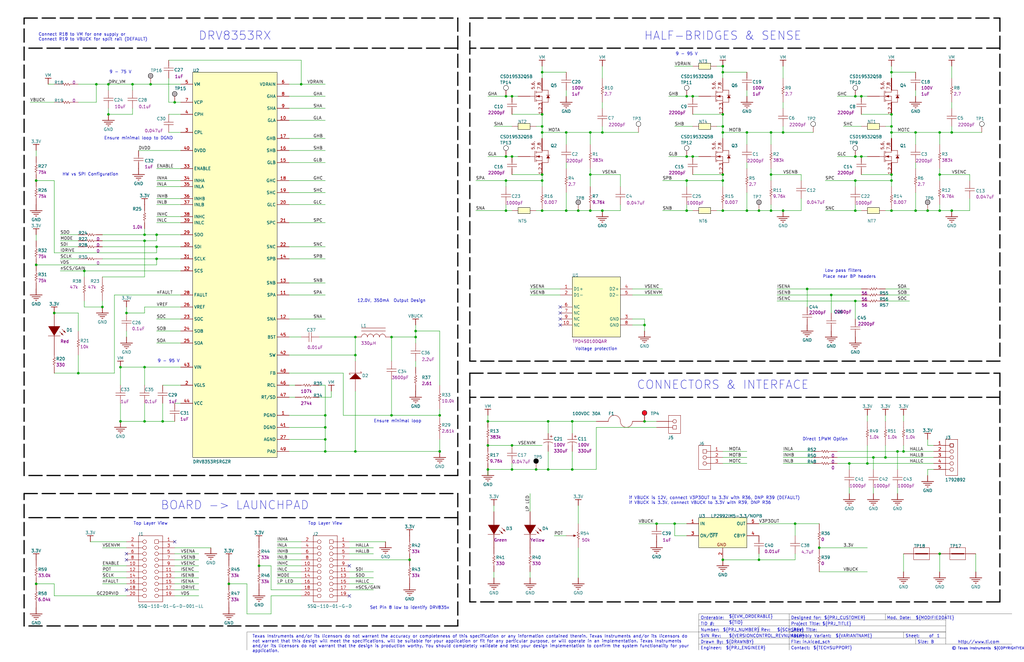
<source format=kicad_sch>
(kicad_sch (version 20250114) (generator "eeschema") (generator_version "9.0")
  (paper "User" 431.8 279.4)
  (title_block (date "Not shown in title block") (rev "Use project parameter SCH_Rev") (company "Not shown in title block"))
  (text "${TITLE}" (at 345.694 266.7 0) (effects (font (size 1.27 1.27)) (justify left bottom)))
  (text "TID #:" (at 295.402 264.16 0) (effects (font (size 1.27 1.27)) (justify left bottom)))
  (text "Assembly Variant:" (at 333.502 269.24 0) (effects (font (size 1.27 1.27)) (justify left bottom)))
  (text "Sheet Title:" (at 333.502 266.7 0) (effects (font (size 1.27 1.27)) (justify left bottom)))
  (text "${#}" (at 388.62 269.24 0) (effects (font (size 1.27 1.27)) (justify left bottom)))
  (text "of" (at 391.668 269.24 0) (effects (font (size 1.27 1.27)) (justify left bottom)))
  (text "BOARD -> LAUNCHPAD" (at 99.06 213.36 0) (effects (font (size 3.556 3.556))))
  (text "${FILENAME}" (at 338.328 271.78 0) (effects (font (size 1.27 1.27)) (justify left bottom)))
  (text "${PRJ_CUSTOMER}" (at 347.472 261.62 0) (effects (font (size 1.27 1.27)) (justify left bottom)))
  (text "${TECHSUPPORT}" (at 342.9 274.32 0) (effects (font (size 1.27 1.27)) (justify left bottom)))
  (text "Contact:" (at 333.502 274.32 0) (effects (font (size 1.27 1.27)) (justify left bottom)))
  (text "${PRJ_NUMBER}" (at 304.8 266.7 0) (effects (font (size 1.27 1.27)) (justify left bottom)))
  (text "${VARIANTNAME}" (at 352.298 269.24 0) (effects (font (size 1.27 1.27)) (justify left bottom)))
  (text "${VERSIONCONTROL_REVNUMBER}" (at 307.34 269.24 0) (effects (font (size 1.27 1.27)) (justify left bottom)))
  (text "Top Layer View" (at 63.5 220.98 0) (effects (font (size 1.27 1.27))))
  (text "Orderable:" (at 295.402 261.62 0) (effects (font (size 1.27 1.27)) (justify left bottom)))
  (text "Project Title:" (at 333.502 264.16 0) (effects (font (size 1.27 1.27)) (justify left bottom)))
  (text "SVN Rev:" (at 295.402 269.24 0) (effects (font (size 1.27 1.27)) (justify left bottom)))
  (text "${##}" (at 394.97 269.24 0) (effects (font (size 1.27 1.27)) (justify left bottom)))
  (text "HW vs SPI Configuration" (at 38.1 73.66 0) (effects (font (size 1.27 1.27))))
  (text "Direct 1PWM Option" (at 347.98 185.42 0) (effects (font (size 1.27 1.27))))
  (text "Ensure minimal loop to DGND" (at 58.42 58.42 0) (effects (font (size 1.27 1.27))))
  (text "Top Layer View" (at 137.16 220.98 0) (effects (font (size 1.27 1.27))))
  (text "http://www.ti.com" (at 403.86 271.78 0) (effects (font (size 1.27 1.27)) (justify left bottom)))
  (text "Voltage protection" (at 251.46 147.32 0) (effects (font (size 1.27 1.27))))
  (text "Drawn By:" (at 295.402 271.78 0) (effects (font (size 1.27 1.27)) (justify left bottom)))
  (text "Set Pin 8 low to identify DRV835x" (at 172.72 256.54 0) (effects (font (size 1.27 1.27))))
  (text "Low pass filters" (at 355.6 114.3 0) (effects (font (size 1.27 1.27))))
  (text "Size:" (at 386.842 271.78 0) (effects (font (size 1.27 1.27)) (justify left bottom)))
  (text "${COPYRIGHTYEAR}" (at 419.1 274.32 0) (effects (font (size 1.016 1.016)) (justify left bottom)))
  (text "File:" (at 333.502 271.78 0) (effects (font (size 1.27 1.27)) (justify left bottom)))
  (text "Mod. Date:" (at 373.888 261.62 0) (effects (font (size 1.27 1.27)) (justify left bottom)))
  (text "${TID}" (at 307.34 262.89 0) (effects (font (size 1.27 1.27)) (justify left)))
  (text "${PRJ_TITLE}" (at 346.71 264.16 0) (effects (font (size 1.27 1.27)) (justify left bottom)))
  (text "Rev:" (at 320.802 266.7 0) (effects (font (size 1.27 1.27)) (justify left bottom)))
  (text "9 - 95 V" (at 71.12 152.4 0) (effects (font (size 1.27 1.27))))
  (text "HALF-BRIDGES & SENSE" (at 304.8 15.24 0) (effects (font (size 3.556 3.556))))
  (text "${SCH_REV}" (at 327.66 266.7 0) (effects (font (size 1.27 1.27)) (justify left bottom)))
  (text "9 - 95 V" (at 289.56 22.86 0) (effects (font (size 1.27 1.27))))
  (text "9 - 75 V" (at 50.8 30.48 0) (effects (font (size 1.27 1.27))))
  (text "© Texas Instruments" (at 401.32 274.32 0) (effects (font (size 1.016 1.016)) (justify left bottom)))
  (text "B" (at 392.43 271.78 0) (effects (font (size 1.27 1.27)) (justify left bottom)))
  (text "${PRJ_ENGINEER}" (at 306.07 274.32 0) (effects (font (size 1.27 1.27)) (justify left bottom)))
  (text "Place near BP headers" (at 358.14 116.84 0) (effects (font (size 1.27 1.27))))
  (text "Sheet:" (at 381.762 269.24 0) (effects (font (size 1.27 1.27)) (justify left bottom)))
  (text "Designed for:" (at 333.502 261.62 0) (effects (font (size 1.27 1.27)) (justify left bottom)))
  (text "${DRAWNBY}" (at 306.07 271.78 0) (effects (font (size 1.27 1.27)) (justify left bottom)))
  (text "${MODIFIEDDATE}" (at 386.08 261.62 0) (effects (font (size 1.27 1.27)) (justify left bottom)))
  (text "CONNECTORS & INTERFACE" (at 304.8 162.56 0) (effects (font (size 3.556 3.556))))
  (text "Ensure minimal loop" (at 167.64 177.8 0) (effects (font (size 1.27 1.27))))
  (text "Engineer:" (at 295.402 274.32 0) (effects (font (size 1.27 1.27)) (justify left bottom)))
  (text "${EVM_ORDERABLE}" (at 307.34 260.35 0) (effects (font (size 1.27 1.27)) (justify left)))
  (text "DRV8353RX" (at 99.06 15.24 0) (effects (font (size 3.556 3.556))))
  (text "Number:" (at 295.402 266.7 0) (effects (font (size 1.27 1.27)) (justify left bottom)))
  (text "12.0V, 350mA  Output Design" (at 165.1 127 0) (effects (font (size 1.27 1.27))))
  (text_box "Connect R18 to VM for one supply or \nConnect R19 to VBUCK for split rail (DEFAULT)" (at 68.58 12.7 0) (size -53.34 5.08) (margins 0.9525 0.9525 0.9525 0.9525) (stroke (width -0.0001) (color 0 0 0 1)) (fill (type color) (color 255 255 255 1)) (effects (font (size 1.27 1.27)) (justify left top)))
  (text_box "if VBUCK is 12V, connect V3P3OUT to 3.3V with R36, DNP R39 (DEFAULT)\nif VBUCK is 3.3V, connect VBUCK to 3.3V with R39, DNP R36\n" (at 342.9 208.28 0) (size -78.74 5.08) (margins 0.9525 0.9525 0.9525 0.9525) (stroke (width -0.0001) (color 255 0 0 1)) (fill (type color) (color 255 255 255 1)) (effects (font (size 1.27 1.27)) (justify left top)))
  (text_box "Texas Instruments and/or its licensors do not warrant the accuracy or completeness of this specification or any information contained therein. Texas Instruments and/or its licensors do not warrant that this design will meet the specifications, will be suitable for your application or fit for any particular purpose, or will operate in an implementation. Texas Instruments and/or its licensors do not warrant that the design is production worthy. You should completely validate and test your design implementation to confirm the system functionality for your application." (at 293.37 266.7 0) (size -187.96 7.62) (margins 0.9525 0.9525 0.9525 0.9525) (stroke (width -0.0001) (color 0 0 0 1)) (effects (font (size 1.27 1.27)) (justify left top)))
  (junction (at 73.66 43.18))
  (junction (at 254 88.9))
  (junction (at 137.16 175.26))
  (junction (at 185.42 190.5))
  (junction (at 40.64 35.56))
  (junction (at 137.16 180.34))
  (junction (at 304.8 27.94))
  (junction (at 15.24 246.38))
  (junction (at 396.24 73.66))
  (junction (at 248.92 73.66))
  (junction (at 304.8 55.88))
  (junction (at 35.56 114.3))
  (junction (at 248.92 88.9))
  (junction (at 271.78 137.16))
  (junction (at 213.36 40.64))
  (junction (at 215.9 198.12))
  (junction (at 360.68 76.2))
  (junction (at 386.08 55.88))
  (junction (at 149.86 142.24))
  (junction (at 60.96 99.06))
  (junction (at 228.6 88.9))
  (junction (at 363.22 40.64))
  (junction (at 289.56 88.9))
  (junction (at 325.12 55.88))
  (junction (at 330.2 88.9))
  (junction (at 363.22 66.04))
  (junction (at 386.08 88.9))
  (junction (at 276.86 220.98))
  (junction (at 304.8 88.9))
  (junction (at 330.2 55.88))
  (junction (at 45.72 48.26))
  (junction (at 205.74 177.8))
  (junction (at 350.52 124.46))
  (junction (at 381 190.5))
  (junction (at 55.88 35.56))
  (junction (at 50.8 177.8))
  (junction (at 231.14 177.8))
  (junction (at 127 35.56))
  (junction (at 289.56 66.04))
  (junction (at 137.16 185.42))
  (junction (at 43.18 129.54))
  (junction (at 215.9 187.96))
  (junction (at 375.92 88.9))
  (junction (at 137.16 190.5))
  (junction (at 375.92 76.2))
  (junction (at 375.92 55.88))
  (junction (at 292.1 66.04))
  (junction (at 228.6 53.34))
  (junction (at 325.12 73.66))
  (junction (at 213.36 66.04))
  (junction (at 271.78 177.8))
  (junction (at 60.96 177.8))
  (junction (at 66.04 104.14))
  (junction (at 96.52 246.38))
  (junction (at 66.04 99.06))
  (junction (at 391.16 88.9))
  (junction (at 15.24 111.76))
  (junction (at 320.04 88.9))
  (junction (at 368.3 193.04))
  (junction (at 228.6 76.2))
  (junction (at 304.8 30.48))
  (junction (at 243.84 88.9))
  (junction (at 22.86 132.08))
  (junction (at 360.68 127))
  (junction (at 360.68 40.64))
  (junction (at 228.6 30.48))
  (junction (at 314.96 88.9))
  (junction (at 60.96 154.94))
  (junction (at 205.74 187.96))
  (junction (at 375.92 73.66))
  (junction (at 292.1 40.64))
  (junction (at 60.96 101.6))
  (junction (at 304.8 53.34))
  (junction (at 15.24 76.2))
  (junction (at 320.04 236.22))
  (junction (at 325.12 88.9))
  (junction (at 375.92 30.48))
  (junction (at 238.76 55.88))
  (junction (at 215.9 40.64))
  (junction (at 396.24 88.9))
  (junction (at 340.36 121.92))
  (junction (at 304.8 73.66))
  (junction (at 165.1 175.26))
  (junction (at 345.44 231.14))
  (junction (at 175.26 142.24))
  (junction (at 213.36 76.2))
  (junction (at 375.92 48.26))
  (junction (at 241.3 198.12))
  (junction (at 228.6 55.88))
  (junction (at 63.5 35.56))
  (junction (at 396.24 55.88))
  (junction (at 228.6 73.66))
  (junction (at 213.36 88.9))
  (junction (at 205.74 198.12))
  (junction (at 248.92 55.88))
  (junction (at 358.14 195.58))
  (junction (at 289.56 40.64))
  (junction (at 360.68 88.9))
  (junction (at 378.46 190.5))
  (junction (at 241.3 177.8))
  (junction (at 231.14 198.12))
  (junction (at 185.42 175.26))
  (junction (at 365.76 195.58))
  (junction (at 109.22 238.76))
  (junction (at 284.48 220.98))
  (junction (at 226.06 198.12))
  (junction (at 314.96 55.88))
  (junction (at 304.8 76.2))
  (junction (at 172.72 236.22))
  (junction (at 375.92 53.34))
  (junction (at 228.6 48.26))
  (junction (at 175.26 139.7))
  (junction (at 304.8 236.22))
  (junction (at 401.32 55.88))
  (junction (at 149.86 149.86))
  (junction (at 373.38 193.04))
  (junction (at 396.24 233.68))
  (junction (at 335.28 220.98))
  (junction (at 304.8 48.26))
  (junction (at 215.9 66.04))
  (junction (at 66.04 109.22))
  (junction (at 68.58 177.8))
  (junction (at 360.68 66.04))
  (junction (at 254 55.88))
  (junction (at 33.02 157.48))
  (junction (at 53.34 132.08))
  (junction (at 238.76 88.9))
  (junction (at 165.1 142.24))
  (junction (at 289.56 76.2))
  (junction (at 50.8 154.94))
  (junction (at 149.86 190.5))
  (junction (at 45.72 35.56))
  (junction (at 401.32 88.9))
  (no_connect (at 236.22 134.62))
  (no_connect (at 53.34 236.22))
  (no_connect (at 73.66 228.6))
  (no_connect (at 53.34 248.92))
  (no_connect (at 53.34 233.68))
  (no_connect (at 147.32 238.76))
  (no_connect (at 236.22 129.54))
  (no_connect (at 236.22 137.16))
  (no_connect (at 236.22 132.08))
  (no_connect (at 147.32 251.46))
  (wire (pts (xy 335.28 226.06) (xy 335.28 220.98)))
  (polyline (pts (xy 332.74 261.62) (xy 398.78 261.62)) (stroke (width 0.0254) (type solid) (color 0 0 0 1)))
  (polyline (pts (xy 320.04 264.16) (xy 320.04 266.7)) (stroke (width 0.0254) (type solid) (color 0 0 0 1)))
  (wire (pts (xy 401.32 53.34) (xy 401.32 55.88)))
  (wire (pts (xy 73.66 43.18) (xy 71.12 43.18)))
  (polyline (pts (xy 193.04 264.16) (xy 10.16 264.16)) (stroke (width 0.508) (type dash) (color 0 0 0 1)))
  (polyline (pts (xy 294.64 264.16) (xy 332.74 264.16)) (stroke (width 0.0254) (type solid) (color 0 0 0 1)))
  (wire (pts (xy 304.8 53.34) (xy 304.8 55.88)))
  (wire (pts (xy 76.2 83.82) (xy 66.04 83.82)))
  (wire (pts (xy 175.26 154.94) (xy 175.26 152.4)))
  (wire (pts (xy 284.48 226.06) (xy 284.48 220.98)))
  (wire (pts (xy 137.16 119.38) (xy 121.92 119.38)))
  (polyline (pts (xy 332.74 259.08) (xy 426.72 259.08)) (stroke (width 0.0254) (type solid) (color 0 0 0 1)))
  (wire (pts (xy 228.6 55.88) (xy 238.76 55.88)))
  (wire (pts (xy 375.92 53.34) (xy 375.92 55.88)))
  (wire (pts (xy 254 43.18) (xy 254 45.72)))
  (wire (pts (xy 304.8 195.58) (xy 314.96 195.58)))
  (wire (pts (xy 137.16 58.42) (xy 121.92 58.42)))
  (wire (pts (xy 15.24 66.04) (xy 15.24 63.5)))
  (wire (pts (xy 127 241.3) (xy 116.84 241.3)))
  (wire (pts (xy 35.56 127) (xy 35.56 129.54)))
  (wire (pts (xy 393.7 190.5) (xy 381 190.5)))
  (wire (pts (xy 396.24 55.88) (xy 386.08 55.88)))
  (wire (pts (xy 363.22 66.04) (xy 360.68 66.04)))
  (wire (pts (xy 137.16 109.22) (xy 121.92 109.22)))
  (polyline (pts (xy 332.74 266.7) (xy 398.78 266.7)) (stroke (width 0.0254) (type solid) (color 0 0 0 1)))
  (wire (pts (xy 228.6 27.94) (xy 228.6 30.48)))
  (wire (pts (xy 373.38 88.9) (xy 375.92 88.9)))
  (wire (pts (xy 127 238.76) (xy 116.84 238.76)))
  (wire (pts (xy 205.74 177.8) (xy 231.14 177.8)))
  (wire (pts (xy 121.92 149.86) (xy 149.86 149.86)))
  (wire (pts (xy 401.32 88.9) (xy 396.24 88.9)))
  (wire (pts (xy 147.32 228.6) (xy 162.56 228.6)))
  (wire (pts (xy 408.94 88.9) (xy 401.32 88.9)))
  (wire (pts (xy 411.48 233.68) (xy 411.48 241.3)))
  (wire (pts (xy 325.12 73.66) (xy 337.82 73.66)))
  (wire (pts (xy 137.16 45.72) (xy 121.92 45.72)))
  (wire (pts (xy 396.24 233.68) (xy 396.24 241.3)))
  (wire (pts (xy 43.18 104.14) (xy 66.04 104.14)))
  (wire (pts (xy 213.36 66.04) (xy 205.74 66.04)))
  (wire (pts (xy 208.28 241.3) (xy 208.28 243.84)))
  (wire (pts (xy 276.86 220.98) (xy 269.24 220.98)))
  (wire (pts (xy 304.8 236.22) (xy 320.04 236.22)))
  (wire (pts (xy 165.1 175.26) (xy 185.42 175.26)))
  (wire (pts (xy 55.88 35.56) (xy 55.88 38.1)))
  (wire (pts (xy 157.48 231.14) (xy 147.32 231.14)))
  (wire (pts (xy 304.8 27.94) (xy 304.8 30.48)))
  (wire (pts (xy 360.68 40.64) (xy 353.06 40.64)))
  (wire (pts (xy 236.22 121.92) (xy 223.52 121.92)))
  (wire (pts (xy 228.6 30.48) (xy 228.6 33.02)))
  (wire (pts (xy 127 35.56) (xy 127 25.4)))
  (wire (pts (xy 304.8 193.04) (xy 314.96 193.04)))
  (wire (pts (xy 76.2 91.44) (xy 66.04 91.44)))
  (wire (pts (xy 292.1 48.26) (xy 304.8 48.26)))
  (wire (pts (xy 121.92 157.48) (xy 144.78 157.48)))
  (wire (pts (xy 360.68 88.9) (xy 347.98 88.9)))
  (polyline (pts (xy 193.04 218.44) (xy 10.16 218.44)) (stroke (width 0.508) (type dash) (color 0 0 0 1)))
  (polyline (pts (xy 421.64 254) (xy 198.12 254)) (stroke (width 0.508) (type dash) (color 0 0 0 1)))
  (wire (pts (xy 215.9 198.12) (xy 215.9 195.58)))
  (wire (pts (xy 60.96 177.8) (xy 50.8 177.8)))
  (wire (pts (xy 76.2 63.5) (xy 58.42 63.5)))
  (wire (pts (xy 104.14 259.08) (xy 104.14 246.38)))
  (wire (pts (xy 358.14 195.58) (xy 353.06 195.58)))
  (wire (pts (xy 378.46 205.74) (xy 378.46 208.28)))
  (wire (pts (xy 218.44 66.04) (xy 215.9 66.04)))
  (wire (pts (xy 76.2 104.14) (xy 66.04 104.14)))
  (wire (pts (xy 396.24 73.66) (xy 408.94 73.66)))
  (wire (pts (xy 304.8 73.66) (xy 304.8 76.2)))
  (wire (pts (xy 127 251.46) (xy 114.3 251.46)))
  (wire (pts (xy 375.92 76.2) (xy 375.92 78.74)))
  (wire (pts (xy 43.18 127) (xy 43.18 129.54)))
  (wire (pts (xy 149.86 190.5) (xy 137.16 190.5)))
  (wire (pts (xy 360.68 76.2) (xy 347.98 76.2)))
  (wire (pts (xy 304.8 53.34) (xy 302.26 53.34)))
  (wire (pts (xy 228.6 55.88) (xy 228.6 58.42)))
  (wire (pts (xy 248.92 55.88) (xy 254 55.88)))
  (wire (pts (xy 238.76 38.1) (xy 238.76 40.64)))
  (wire (pts (xy 337.82 73.66) (xy 337.82 76.2)))
  (wire (pts (xy 302.26 88.9) (xy 304.8 88.9)))
  (wire (pts (xy 137.16 190.5) (xy 137.16 185.42)))
  (wire (pts (xy 289.56 76.2) (xy 279.4 76.2)))
  (polyline (pts (xy 294.64 266.7) (xy 332.74 266.7)) (stroke (width 0.0254) (type solid) (color 0 0 0 1)))
  (wire (pts (xy 68.58 177.8) (xy 60.96 177.8)))
  (wire (pts (xy 292.1 40.64) (xy 289.56 40.64)))
  (polyline (pts (xy 193.04 200.66) (xy 10.16 200.66)) (stroke (width 0.508) (type dash) (color 0 0 0 1)))
  (polyline (pts (xy 10.16 264.16) (xy 10.16 208.28)) (stroke (width 0.508) (type dash) (color 0 0 0 1)))
  (wire (pts (xy 363.22 73.66) (xy 375.92 73.66)))
  (wire (pts (xy 363.22 40.64) (xy 360.68 40.64)))
  (wire (pts (xy 205.74 198.12) (xy 205.74 200.66)))
  (wire (pts (xy 320.04 88.9) (xy 325.12 88.9)))
  (wire (pts (xy 134.62 167.64) (xy 139.7 167.64)))
  (wire (pts (xy 121.92 175.26) (xy 137.16 175.26)))
  (wire (pts (xy 73.66 248.92) (xy 83.82 248.92)))
  (wire (pts (xy 175.26 144.78) (xy 175.26 142.24)))
  (wire (pts (xy 375.92 30.48) (xy 386.08 30.48)))
  (wire (pts (xy 381 233.68) (xy 381 241.3)))
  (wire (pts (xy 45.72 35.56) (xy 40.64 35.56)))
  (wire (pts (xy 76.2 43.18) (xy 73.66 43.18)))
  (wire (pts (xy 241.3 198.12) (xy 231.14 198.12)))
  (wire (pts (xy 165.1 142.24) (xy 175.26 142.24)))
  (wire (pts (xy 363.22 127) (xy 360.68 127)))
  (wire (pts (xy 53.34 241.3) (xy 43.18 241.3)))
  (wire (pts (xy 360.68 127) (xy 360.68 134.62)))
  (wire (pts (xy 76.2 71.12) (xy 66.04 71.12)))
  (wire (pts (xy 360.68 86.36) (xy 360.68 88.9)))
  (polyline (pts (xy 10.16 7.62) (xy 193.04 7.62)) (stroke (width 0.508) (type dash) (color 0 0 0 1)))
  (wire (pts (xy 304.8 30.48) (xy 304.8 33.02)))
  (wire (pts (xy 330.2 43.18) (xy 330.2 45.72)))
  (wire (pts (xy 25.4 101.6) (xy 33.02 101.6)))
  (wire (pts (xy 185.42 139.7) (xy 175.26 139.7)))
  (wire (pts (xy 137.16 76.2) (xy 121.92 76.2)))
  (wire (pts (xy 363.22 88.9) (xy 360.68 88.9)))
  (wire (pts (xy 294.64 40.64) (xy 292.1 40.64)))
  (wire (pts (xy 396.24 71.12) (xy 396.24 73.66)))
  (wire (pts (xy 381 175.26) (xy 381 177.8)))
  (wire (pts (xy 157.48 243.84) (xy 147.32 243.84)))
  (wire (pts (xy 254 27.94) (xy 254 33.02)))
  (wire (pts (xy 358.14 195.58) (xy 365.76 195.58)))
  (wire (pts (xy 228.6 53.34) (xy 226.06 53.34)))
  (wire (pts (xy 261.62 88.9) (xy 254 88.9)))
  (wire (pts (xy 33.02 149.86) (xy 33.02 157.48)))
  (wire (pts (xy 127 233.68) (xy 116.84 233.68)))
  (wire (pts (xy 289.56 88.9) (xy 279.4 88.9)))
  (wire (pts (xy 386.08 81.28) (xy 386.08 88.9)))
  (wire (pts (xy 45.72 48.26) (xy 45.72 45.72)))
  (wire (pts (xy 66.04 106.68) (xy 22.86 106.68)))
  (wire (pts (xy 25.4 109.22) (xy 33.02 109.22)))
  (polyline (pts (xy 398.78 271.78) (xy 398.78 259.08)) (stroke (width 0.0254) (type solid) (color 0 0 0 1)))
  (wire (pts (xy 22.86 106.68) (xy 22.86 76.2)))
  (wire (pts (xy 55.88 45.72) (xy 55.88 48.26)))
  (wire (pts (xy 33.02 99.06) (xy 25.4 99.06)))
  (wire (pts (xy 373.38 127) (xy 383.54 127)))
  (wire (pts (xy 378.46 198.12) (xy 378.46 190.5)))
  (wire (pts (xy 386.08 55.88) (xy 375.92 55.88)))
  (wire (pts (xy 386.08 68.58) (xy 386.08 71.12)))
  (wire (pts (xy 289.56 220.98) (xy 284.48 220.98)))
  (wire (pts (xy 373.38 121.92) (xy 383.54 121.92)))
  (wire (pts (xy 53.34 132.08) (xy 60.96 132.08)))
  (wire (pts (xy 137.16 185.42) (xy 137.16 180.34)))
  (wire (pts (xy 304.8 55.88) (xy 304.8 58.42)))
  (wire (pts (xy 393.7 198.12) (xy 391.16 198.12)))
  (wire (pts (xy 137.16 63.5) (xy 121.92 63.5)))
  (wire (pts (xy 375.92 73.66) (xy 375.92 76.2)))
  (wire (pts (xy 22.86 251.46) (xy 53.34 251.46)))
  (wire (pts (xy 114.3 248.92) (xy 114.3 238.76)))
  (wire (pts (xy 276.86 180.34) (xy 251.46 180.34)))
  (wire (pts (xy 271.78 137.16) (xy 271.78 139.7)))
  (wire (pts (xy 127 236.22) (xy 116.84 236.22)))
  (wire (pts (xy 248.92 55.88) (xy 248.92 60.96)))
  (wire (pts (xy 121.92 180.34) (xy 137.16 180.34)))
  (wire (pts (xy 15.24 246.38) (xy 22.86 246.38)))
  (wire (pts (xy 215.9 187.96) (xy 228.6 187.96)))
  (wire (pts (xy 137.16 68.58) (xy 121.92 68.58)))
  (wire (pts (xy 137.16 35.56) (xy 127 35.56)))
  (wire (pts (xy 396.24 73.66) (xy 396.24 76.2)))
  (wire (pts (xy 60.96 116.84) (xy 43.18 116.84)))
  (polyline (pts (xy 398.78 269.24) (xy 332.74 269.24)) (stroke (width 0.0254) (type solid) (color 0 0 0 1)))
  (wire (pts (xy 35.56 116.84) (xy 35.56 114.3)))
  (wire (pts (xy 185.42 172.72) (xy 185.42 175.26)))
  (wire (pts (xy 360.68 66.04) (xy 353.06 66.04)))
  (wire (pts (xy 373.38 124.46) (xy 383.54 124.46)))
  (wire (pts (xy 231.14 190.5) (xy 231.14 198.12)))
  (wire (pts (xy 363.22 53.34) (xy 355.6 53.34)))
  (wire (pts (xy 22.86 246.38) (xy 22.86 251.46)))
  (wire (pts (xy 284.48 220.98) (xy 276.86 220.98)))
  (wire (pts (xy 40.64 43.18) (xy 40.64 35.56)))
  (wire (pts (xy 60.96 154.94) (xy 60.96 162.56)))
  (wire (pts (xy 114.3 259.08) (xy 104.14 259.08)))
  (wire (pts (xy 139.7 165.1) (xy 139.7 167.64)))
  (wire (pts (xy 238.76 81.28) (xy 238.76 88.9)))
  (wire (pts (xy 363.22 48.26) (xy 375.92 48.26)))
  (wire (pts (xy 243.84 231.14) (xy 243.84 243.84)))
  (wire (pts (xy 66.04 101.6) (xy 66.04 99.06)))
  (wire (pts (xy 276.86 177.8) (xy 271.78 177.8)))
  (wire (pts (xy 292.1 73.66) (xy 304.8 73.66)))
  (wire (pts (xy 144.78 157.48) (xy 144.78 175.26)))
  (wire (pts (xy 414.02 55.88) (xy 401.32 55.88)))
  (polyline (pts (xy 332.74 266.7) (xy 398.78 266.7)) (stroke (width 0.0254) (type solid) (color 0 0 0 1)))
  (wire (pts (xy 254 53.34) (xy 254 55.88)))
  (wire (pts (xy 83.82 233.68) (xy 73.66 233.68)))
  (wire (pts (xy 231.14 182.88) (xy 231.14 177.8)))
  (wire (pts (xy 55.88 35.56) (xy 45.72 35.56)))
  (wire (pts (xy 76.2 129.54) (xy 60.96 129.54)))
  (wire (pts (xy 215.9 198.12) (xy 205.74 198.12)))
  (wire (pts (xy 261.62 86.36) (xy 261.62 88.9)))
  (wire (pts (xy 289.56 78.74) (xy 289.56 76.2)))
  (wire (pts (xy 43.18 109.22) (xy 66.04 109.22)))
  (wire (pts (xy 401.32 43.18) (xy 401.32 45.72)))
  (wire (pts (xy 251.46 198.12) (xy 241.3 198.12)))
  (wire (pts (xy 342.9 195.58) (xy 330.2 195.58)))
  (wire (pts (xy 60.96 101.6) (xy 60.96 116.84)))
  (wire (pts (xy 342.9 190.5) (xy 330.2 190.5)))
  (wire (pts (xy 127 248.92) (xy 114.3 248.92)))
  (wire (pts (xy 271.78 137.16) (xy 266.7 137.16)))
  (wire (pts (xy 50.8 177.8) (xy 50.8 170.18)))
  (wire (pts (xy 137.16 93.98) (xy 121.92 93.98)))
  (polyline (pts (xy 193.04 208.28) (xy 193.04 264.16)) (stroke (width 0.508) (type dash) (color 0 0 0 1)))
  (wire (pts (xy 271.78 134.62) (xy 271.78 137.16)))
  (wire (pts (xy 137.16 162.56) (xy 134.62 162.56)))
  (wire (pts (xy 381 187.96) (xy 381 190.5)))
  (wire (pts (xy 314.96 55.88) (xy 304.8 55.88)))
  (wire (pts (xy 266.7 134.62) (xy 271.78 134.62)))
  (wire (pts (xy 137.16 81.28) (xy 121.92 81.28)))
  (wire (pts (xy 401.32 27.94) (xy 401.32 33.02)))
  (wire (pts (xy 83.82 243.84) (xy 73.66 243.84)))
  (wire (pts (xy 137.16 104.14) (xy 121.92 104.14)))
  (wire (pts (xy 314.96 81.28) (xy 314.96 88.9)))
  (wire (pts (xy 238.76 68.58) (xy 238.76 71.12)))
  (wire (pts (xy 314.96 60.96) (xy 314.96 55.88)))
  (wire (pts (xy 241.3 177.8) (xy 251.46 177.8)))
  (wire (pts (xy 373.38 187.96) (xy 373.38 193.04)))
  (wire (pts (xy 289.56 40.64) (xy 281.94 40.64)))
  (wire (pts (xy 241.3 182.88) (xy 241.3 177.8)))
  (wire (pts (xy 127 246.38) (xy 116.84 246.38)))
  (wire (pts (xy 279.4 121.92) (xy 266.7 121.92)))
  (polyline (pts (xy 294.64 259.08) (xy 332.74 259.08)) (stroke (width 0.0254) (type solid) (color 0 0 0 1)))
  (wire (pts (xy 157.48 233.68) (xy 147.32 233.68)))
  (wire (pts (xy 261.62 73.66) (xy 261.62 78.74)))
  (wire (pts (xy 353.06 190.5) (xy 378.46 190.5)))
  (wire (pts (xy 76.2 139.7) (xy 66.04 139.7)))
  (wire (pts (xy 373.38 193.04) (xy 368.3 193.04)))
  (wire (pts (xy 365.76 175.26) (xy 365.76 177.8)))
  (wire (pts (xy 149.86 152.4) (xy 149.86 149.86)))
  (wire (pts (xy 25.4 114.3) (xy 35.56 114.3)))
  (wire (pts (xy 358.14 198.12) (xy 358.14 195.58)))
  (wire (pts (xy 228.6 48.26) (xy 228.6 53.34)))
  (wire (pts (xy 48.26 157.48) (xy 33.02 157.48)))
  (wire (pts (xy 330.2 55.88) (xy 325.12 55.88)))
  (wire (pts (xy 76.2 162.56) (xy 68.58 162.56)))
  (wire (pts (xy 335.28 236.22) (xy 320.04 236.22)))
  (wire (pts (xy 345.44 241.3) (xy 365.76 241.3)))
  (polyline (pts (xy 193.04 7.62) (xy 193.04 200.66)) (stroke (width 0.508) (type dash) (color 0 0 0 1)))
  (wire (pts (xy 73.66 251.46) (xy 83.82 251.46)))
  (wire (pts (xy 137.16 180.34) (xy 137.16 175.26)))
  (wire (pts (xy 124.46 167.64) (xy 121.92 167.64)))
  (wire (pts (xy 76.2 55.88) (xy 71.12 55.88)))
  (wire (pts (xy 60.96 132.08) (xy 60.96 129.54)))
  (wire (pts (xy 226.06 198.12) (xy 215.9 198.12)))
  (wire (pts (xy 304.8 190.5) (xy 314.96 190.5)))
  (wire (pts (xy 66.04 106.68) (xy 66.04 104.14)))
  (wire (pts (xy 215.9 48.26) (xy 228.6 48.26)))
  (polyline (pts (xy 373.38 259.08) (xy 373.38 261.62)) (stroke (width 0.0254) (type solid) (color 0 0 0 1)))
  (wire (pts (xy 213.36 76.2) (xy 228.6 76.2)))
  (wire (pts (xy 121.92 142.24) (xy 127 142.24)))
  (wire (pts (xy 304.8 27.94) (xy 302.26 27.94)))
  (wire (pts (xy 76.2 99.06) (xy 66.04 99.06)))
  (wire (pts (xy 43.18 99.06) (xy 60.96 99.06)))
  (wire (pts (xy 238.76 60.96) (xy 238.76 55.88)))
  (wire (pts (xy 48.26 124.46) (xy 48.26 157.48)))
  (wire (pts (xy 368.3 193.04) (xy 368.3 198.12)))
  (polyline (pts (xy 104.14 266.7) (xy 104.14 274.32)) (stroke (width 0.0254) (type solid) (color 0 0 0 1)))
  (wire (pts (xy 386.08 88.9) (xy 391.16 88.9)))
  (wire (pts (xy 358.14 205.74) (xy 358.14 208.28)))
  (wire (pts (xy 238.76 88.9) (xy 243.84 88.9)))
  (wire (pts (xy 215.9 53.34) (xy 208.28 53.34)))
  (wire (pts (xy 60.96 154.94) (xy 50.8 154.94)))
  (wire (pts (xy 292.1 53.34) (xy 284.48 53.34)))
  (wire (pts (xy 53.34 132.08) (xy 53.34 129.54)))
  (polyline (pts (xy 294.64 261.62) (xy 332.74 261.62)) (stroke (width 0.0254) (type solid) (color 0 0 0 1)))
  (wire (pts (xy 396.24 55.88) (xy 396.24 60.96)))
  (polyline (pts (xy 198.12 157.48) (xy 421.64 157.48)) (stroke (width 0.508) (type dash) (color 0 0 0 1)))
  (wire (pts (xy 43.18 101.6) (xy 60.96 101.6)))
  (wire (pts (xy 327.66 124.46) (xy 350.52 124.46)))
  (wire (pts (xy 363.22 121.92) (xy 340.36 121.92)))
  (polyline (pts (xy 421.64 20.32) (xy 198.12 20.32)) (stroke (width 0.508) (type dash) (color 0 0 0 1)))
  (wire (pts (xy 63.5 35.56) (xy 55.88 35.56)))
  (wire (pts (xy 314.96 38.1) (xy 314.96 40.64)))
  (wire (pts (xy 144.78 175.26) (xy 165.1 175.26)))
  (wire (pts (xy 76.2 48.26) (xy 71.12 48.26)))
  (wire (pts (xy 228.6 53.34) (xy 228.6 55.88)))
  (wire (pts (xy 53.34 228.6) (xy 38.1 228.6)))
  (wire (pts (xy 66.04 109.22) (xy 66.04 111.76)))
  (wire (pts (xy 408.94 83.82) (xy 408.94 88.9)))
  (wire (pts (xy 325.12 55.88) (xy 314.96 55.88)))
  (wire (pts (xy 55.88 48.26) (xy 45.72 48.26)))
  (wire (pts (xy 238.76 55.88) (xy 248.92 55.88)))
  (wire (pts (xy 248.92 71.12) (xy 248.92 73.66)))
  (wire (pts (xy 223.52 241.3) (xy 223.52 243.84)))
  (wire (pts (xy 408.94 73.66) (xy 408.94 76.2)))
  (wire (pts (xy 314.96 68.58) (xy 314.96 71.12)))
  (polyline (pts (xy 421.64 157.48) (xy 421.64 254)) (stroke (width 0.508) (type dash) (color 0 0 0 1)))
  (wire (pts (xy 76.2 154.94) (xy 60.96 154.94)))
  (wire (pts (xy 71.12 43.18) (xy 71.12 33.02)))
  (polyline (pts (xy 104.14 266.7) (xy 294.64 266.7)) (stroke (width 0.0254) (type solid) (color 0 0 0 1)))
  (wire (pts (xy 320.04 236.22) (xy 320.04 233.68)))
  (wire (pts (xy 22.86 35.56) (xy 20.32 35.56)))
  (wire (pts (xy 66.04 111.76) (xy 15.24 111.76)))
  (wire (pts (xy 335.28 233.68) (xy 335.28 236.22)))
  (wire (pts (xy 50.8 154.94) (xy 50.8 162.56)))
  (wire (pts (xy 248.92 78.74) (xy 248.92 73.66)))
  (polyline (pts (xy 332.74 269.24) (xy 294.64 269.24)) (stroke (width 0.0254) (type solid) (color 0 0 0 1)))
  (wire (pts (xy 330.2 88.9) (xy 325.12 88.9)))
  (wire (pts (xy 185.42 185.42) (xy 185.42 190.5)))
  (wire (pts (xy 60.96 101.6) (xy 66.04 101.6)))
  (wire (pts (xy 325.12 88.9) (xy 325.12 86.36)))
  (wire (pts (xy 320.04 220.98) (xy 335.28 220.98)))
  (wire (pts (xy 391.16 198.12) (xy 391.16 200.66)))
  (wire (pts (xy 375.92 88.9) (xy 386.08 88.9)))
  (wire (pts (xy 157.48 248.92) (xy 147.32 248.92)))
  (wire (pts (xy 325.12 71.12) (xy 325.12 73.66)))
  (wire (pts (xy 165.1 160.02) (xy 165.1 175.26)))
  (wire (pts (xy 185.42 162.56) (xy 185.42 139.7)))
  (wire (pts (xy 223.52 215.9) (xy 223.52 208.28)))
  (wire (pts (xy 218.44 40.64) (xy 215.9 40.64)))
  (wire (pts (xy 391.16 88.9) (xy 396.24 88.9)))
  (wire (pts (xy 149.86 165.1) (xy 149.86 190.5)))
  (wire (pts (xy 60.96 96.52) (xy 60.96 99.06)))
  (wire (pts (xy 314.96 30.48) (xy 304.8 30.48)))
  (polyline (pts (xy 426.72 271.78) (xy 332.74 271.78)) (stroke (width 0.0254) (type solid) (color 0 0 0 1)))
  (polyline (pts (xy 294.64 274.32) (xy 294.64 259.08)) (stroke (width 0.0254) (type solid) (color 0 0 0 1)))
  (wire (pts (xy 33.02 139.7) (xy 33.02 132.08)))
  (polyline (pts (xy 294.64 271.78) (xy 332.74 271.78)) (stroke (width 0.0254) (type solid) (color 0 0 0 1)))
  (wire (pts (xy 53.34 139.7) (xy 53.34 142.24)))
  (wire (pts (xy 83.82 246.38) (xy 73.66 246.38)))
  (wire (pts (xy 289.56 66.04) (xy 281.94 66.04)))
  (wire (pts (xy 137.16 86.36) (xy 121.92 86.36)))
  (wire (pts (xy 342.9 193.04) (xy 330.2 193.04)))
  (wire (pts (xy 33.02 132.08) (xy 22.86 132.08)))
  (wire (pts (xy 215.9 66.04) (xy 213.36 66.04)))
  (wire (pts (xy 147.32 236.22) (xy 172.72 236.22)))
  (wire (pts (xy 165.1 152.4) (xy 165.1 142.24)))
  (wire (pts (xy 289.56 76.2) (xy 304.8 76.2)))
  (wire (pts (xy 345.44 231.14) (xy 365.76 231.14)))
  (wire (pts (xy 137.16 134.62) (xy 121.92 134.62)))
  (wire (pts (xy 121.92 185.42) (xy 137.16 185.42)))
  (polyline (pts (xy 332.74 264.16) (xy 398.78 264.16)) (stroke (width 0.0254) (type solid) (color 0 0 0 1)))
  (wire (pts (xy 231.14 177.8) (xy 241.3 177.8)))
  (wire (pts (xy 40.64 43.18) (xy 33.02 43.18)))
  (wire (pts (xy 401.32 55.88) (xy 396.24 55.88)))
  (polyline (pts (xy 198.12 254) (xy 198.12 157.48)) (stroke (width 0.508) (type dash) (color 0 0 0 1)))
  (wire (pts (xy 25.4 104.14) (xy 33.02 104.14)))
  (wire (pts (xy 386.08 60.96) (xy 386.08 55.88)))
  (wire (pts (xy 15.24 101.6) (xy 15.24 99.06)))
  (wire (pts (xy 360.68 127) (xy 327.66 127)))
  (wire (pts (xy 238.76 226.06) (xy 233.68 226.06)))
  (polyline (pts (xy 193.04 20.32) (xy 10.16 20.32)) (stroke (width 0.508) (type dash) (color 0 0 0 1)))
  (wire (pts (xy 213.36 78.74) (xy 213.36 76.2)))
  (wire (pts (xy 114.3 251.46) (xy 114.3 259.08)))
  (wire (pts (xy 231.14 198.12) (xy 226.06 198.12)))
  (wire (pts (xy 208.28 213.36) (xy 208.28 215.9)))
  (wire (pts (xy 149.86 149.86) (xy 149.86 142.24)))
  (wire (pts (xy 254 55.88) (xy 269.24 55.88)))
  (wire (pts (xy 243.84 213.36) (xy 243.84 220.98)))
  (wire (pts (xy 340.36 121.92) (xy 340.36 129.54)))
  (wire (pts (xy 373.38 175.26) (xy 373.38 177.8)))
  (wire (pts (xy 33.02 157.48) (xy 22.86 157.48)))
  (wire (pts (xy 335.28 220.98) (xy 345.44 220.98)))
  (wire (pts (xy 251.46 180.34) (xy 251.46 198.12)))
  (wire (pts (xy 279.4 124.46) (xy 266.7 124.46)))
  (wire (pts (xy 289.56 86.36) (xy 289.56 88.9)))
  (polyline (pts (xy 10.16 200.66) (xy 10.16 7.62)) (stroke (width 0.508) (type dash) (color 0 0 0 1)))
  (wire (pts (xy 40.64 35.56) (xy 33.02 35.56)))
  (wire (pts (xy 228.6 30.48) (xy 238.76 30.48)))
  (wire (pts (xy 137.16 124.46) (xy 121.92 124.46)))
  (wire (pts (xy 127 243.84) (xy 116.84 243.84)))
  (wire (pts (xy 360.68 78.74) (xy 360.68 76.2)))
  (wire (pts (xy 215.9 40.64) (xy 213.36 40.64)))
  (wire (pts (xy 365.76 66.04) (xy 363.22 66.04)))
  (polyline (pts (xy 198.12 7.62) (xy 421.64 7.62)) (stroke (width 0.508) (type dash) (color 0 0 0 1)))
  (wire (pts (xy 386.08 38.1) (xy 386.08 40.64)))
  (wire (pts (xy 175.26 142.24) (xy 175.26 139.7)))
  (polyline (pts (xy 386.08 269.24) (xy 386.08 271.78)) (stroke (width 0.0254) (type solid) (color 0 0 0 1)))
  (wire (pts (xy 365.76 40.64) (xy 363.22 40.64)))
  (wire (pts (xy 35.56 129.54) (xy 43.18 129.54)))
  (wire (pts (xy 353.06 193.04) (xy 368.3 193.04)))
  (wire (pts (xy 360.68 76.2) (xy 375.92 76.2)))
  (wire (pts (xy 76.2 78.74) (xy 66.04 78.74)))
  (wire (pts (xy 213.36 76.2) (xy 200.66 76.2)))
  (wire (pts (xy 228.6 73.66) (xy 228.6 76.2)))
  (wire (pts (xy 241.3 190.5) (xy 241.3 198.12)))
  (wire (pts (xy 76.2 86.36) (xy 66.04 86.36)))
  (wire (pts (xy 83.82 236.22) (xy 73.66 236.22)))
  (wire (pts (xy 127 228.6) (xy 116.84 228.6)))
  (wire (pts (xy 391.16 185.42) (xy 391.16 187.96)))
  (wire (pts (xy 294.64 66.04) (xy 292.1 66.04)))
  (wire (pts (xy 157.48 246.38) (xy 147.32 246.38)))
  (wire (pts (xy 205.74 175.26) (xy 205.74 177.8)))
  (wire (pts (xy 375.92 27.94) (xy 375.92 30.48)))
  (wire (pts (xy 226.06 88.9) (xy 228.6 88.9)))
  (wire (pts (xy 391.16 187.96) (xy 393.7 187.96)))
  (wire (pts (xy 137.16 50.8) (xy 121.92 50.8)))
  (wire (pts (xy 73.66 231.14) (xy 88.9 231.14)))
  (wire (pts (xy 76.2 93.98) (xy 66.04 93.98)))
  (wire (pts (xy 368.3 205.74) (xy 368.3 208.28)))
  (wire (pts (xy 215.9 88.9) (xy 213.36 88.9)))
  (wire (pts (xy 76.2 124.46) (xy 48.26 124.46)))
  (wire (pts (xy 236.22 124.46) (xy 223.52 124.46)))
  (wire (pts (xy 35.56 114.3) (xy 76.2 114.3)))
  (wire (pts (xy 375.92 55.88) (xy 375.92 58.42)))
  (wire (pts (xy 45.72 35.56) (xy 45.72 38.1)))
  (wire (pts (xy 127 35.56) (xy 121.92 35.56)))
  (wire (pts (xy 137.16 190.5) (xy 121.92 190.5)))
  (wire (pts (xy 375.92 30.48) (xy 375.92 33.02)))
  (wire (pts (xy 53.34 231.14) (xy 43.18 231.14)))
  (wire (pts (xy 304.8 76.2) (xy 304.8 78.74)))
  (wire (pts (xy 248.92 73.66) (xy 261.62 73.66)))
  (wire (pts (xy 53.34 243.84) (xy 43.18 243.84)))
  (wire (pts (xy 365.76 187.96) (xy 365.76 195.58)))
  (wire (pts (xy 104.14 246.38) (xy 96.52 246.38)))
  (wire (pts (xy 393.7 193.04) (xy 373.38 193.04)))
  (wire (pts (xy 215.9 73.66) (xy 228.6 73.66)))
  (wire (pts (xy 83.82 241.3) (xy 73.66 241.3)))
  (wire (pts (xy 396.24 86.36) (xy 396.24 88.9)))
  (wire (pts (xy 127 231.14) (xy 116.84 231.14)))
  (wire (pts (xy 254 88.9) (xy 248.92 88.9)))
  (wire (pts (xy 76.2 35.56) (xy 63.5 35.56)))
  (wire (pts (xy 22.86 43.18) (xy 12.7 43.18)))
  (wire (pts (xy 342.9 55.88) (xy 330.2 55.88)))
  (polyline (pts (xy 332.74 274.32) (xy 332.74 259.08)) (stroke (width 0.0254) (type solid) (color 0 0 0 1)))
  (wire (pts (xy 243.84 88.9) (xy 248.92 88.9)))
  (wire (pts (xy 175.26 139.7) (xy 175.26 137.16)))
  (wire (pts (xy 127 25.4) (xy 71.12 25.4)))
  (wire (pts (xy 124.46 162.56) (xy 121.92 162.56)))
  (wire (pts (xy 350.52 124.46) (xy 350.52 132.08)))
  (wire (pts (xy 292.1 66.04) (xy 289.56 66.04)))
  (wire (pts (xy 213.36 88.9) (xy 200.66 88.9)))
  (wire (pts (xy 213.36 86.36) (xy 213.36 88.9)))
  (wire (pts (xy 22.86 76.2) (xy 15.24 76.2)))
  (polyline (pts (xy 421.64 152.4) (xy 198.12 152.4)) (stroke (width 0.508) (type dash) (color 0 0 0 1)))
  (polyline (pts (xy 198.12 152.4) (xy 198.12 7.62)) (stroke (width 0.508) (type dash) (color 0 0 0 1)))
  (wire (pts (xy 205.74 187.96) (xy 215.9 187.96)))
  (wire (pts (xy 337.82 88.9) (xy 337.82 83.82)))
  (wire (pts (xy 68.58 177.8) (xy 73.66 177.8)))
  (wire (pts (xy 83.82 238.76) (xy 73.66 238.76)))
  (wire (pts (xy 68.58 170.18) (xy 68.58 177.8)))
  (wire (pts (xy 114.3 238.76) (xy 109.22 238.76)))
  (wire (pts (xy 304.8 88.9) (xy 314.96 88.9)))
  (wire (pts (xy 340.36 121.92) (xy 327.66 121.92)))
  (polyline (pts (xy 381 266.7) (xy 381 269.24)) (stroke (width 0.0254) (type solid) (color 0 0 0 1)))
  (polyline (pts (xy 421.64 7.62) (xy 421.64 152.4)) (stroke (width 0.508) (type dash) (color 0 0 0 1)))
  (wire (pts (xy 76.2 144.78) (xy 66.04 144.78)))
  (wire (pts (xy 228.6 88.9) (xy 238.76 88.9)))
  (wire (pts (xy 393.7 195.58) (xy 365.76 195.58)))
  (polyline (pts (xy 421.64 167.64) (xy 198.12 167.64)) (stroke (width 0.508) (type dash) (color 0 0 0 1)))
  (wire (pts (xy 53.34 238.76) (xy 43.18 238.76)))
  (wire (pts (xy 137.16 175.26) (xy 137.16 162.56)))
  (wire (pts (xy 60.96 170.18) (xy 60.96 177.8)))
  (wire (pts (xy 213.36 40.64) (xy 205.74 40.64)))
  (wire (pts (xy 157.48 241.3) (xy 147.32 241.3)))
  (wire (pts (xy 66.04 99.06) (xy 60.96 99.06)))
  (wire (pts (xy 149.86 190.5) (xy 185.42 190.5)))
  (wire (pts (xy 76.2 170.18) (xy 73.66 170.18)))
  (wire (pts (xy 350.52 124.46) (xy 363.22 124.46)))
  (wire (pts (xy 137.16 40.64) (xy 121.92 40.64)))
  (wire (pts (xy 325.12 73.66) (xy 325.12 76.2)))
  (polyline (pts (xy 10.16 208.28) (xy 193.04 208.28)) (stroke (width 0.508) (type dash) (color 0 0 0 1)))
  (wire (pts (xy 330.2 27.94) (xy 330.2 33.02)))
  (wire (pts (xy 375.92 53.34) (xy 373.38 53.34)))
  (wire (pts (xy 76.2 134.62) (xy 66.04 134.62)))
  (wire (pts (xy 375.92 48.26) (xy 375.92 53.34)))
  (wire (pts (xy 337.82 88.9) (xy 330.2 88.9)))
  (wire (pts (xy 320.04 88.9) (xy 314.96 88.9)))
  (wire (pts (xy 76.2 109.22) (xy 66.04 109.22)))
  (wire (pts (xy 149.86 142.24) (xy 134.62 142.24)))
  (wire (pts (xy 381 190.5) (xy 378.46 190.5)))
  (wire (pts (xy 228.6 76.2) (xy 228.6 78.74)))
  (wire (pts (xy 304.8 48.26) (xy 304.8 53.34)))
  (wire (pts (xy 325.12 55.88) (xy 325.12 60.96)))
  (wire (pts (xy 289.56 226.06) (xy 284.48 226.06)))
  (wire (pts (xy 292.1 27.94) (xy 284.48 27.94)))
  (wire (pts (xy 330.2 53.34) (xy 330.2 55.88)))
  (wire (pts (xy 53.34 246.38) (xy 43.18 246.38)))
  (wire (pts (xy 292.1 88.9) (xy 289.56 88.9)))
  (wire (pts (xy 76.2 76.2) (xy 66.04 76.2)))
  (image (at 412.75 264.3395) (scale 0.322266))
  (label "SHB" (at 132.08 63.5 0))
  (label "SPC" (at 347.98 76.2 0))
  (label "GHC" (at 132.08 76.2 0))
  (label "ISENB" (at 76.2 243.84 0))
  (label "GHC" (at 353.06 40.64 0))
  (label "GLA" (at 205.74 66.04 0))
  (label "INHB" (at 66.04 83.82 0))
  (label "VSENC" (at 76.2 238.76 0))
  (label "INLA" (at 116.84 231.14 0))
  (label "VBUCK" (at 12.7 43.18 0))
  (label "VSENVM" (at 218.44 187.96 0))
  (label "DRV_VM" (at 45.72 35.56 0))
  (label "nSCS/GAIN" (at 149.86 248.92 0))
  (label "SOB" (at 378.46 124.46 0))
  (label "SPC" (at 132.08 93.98 0))
  (label "SHC" (at 355.6 53.34 0))
  (label "HALLB" (at 383.54 193.04 0))
  (label "INLA" (at 330.2 190.5 0))
  (label "SNA" (at 132.08 134.62 0))
  (label "SDO" (at 25.4 99.06 0))
  (label "LP LED" (at 116.84 246.38 0))
  (label "DVDD" (at 58.42 63.5 0))
  (label "INHC" (at 66.04 91.44 0))
  (label "VSENB" (at 223.52 124.46 0))
  (label "SHA" (at 208.28 53.34 0))
  (label "VSENVM" (at 43.18 231.14 0))
  (label "3.3V" (at 355.6 231.14 0))
  (label "VDS" (at 25.4 111.76 0))
  (label "MOTC" (at 378.46 55.88 0))
  (label "VSENA" (at 76.2 233.68 0))
  (label "GLC" (at 353.06 66.04 0))
  (label "HALLA" (at 149.86 231.14 0))
  (label "SOA" (at 66.04 144.78 0))
  (label "INHB" (at 116.84 233.68 0))
  (label "ENABLE" (at 66.04 71.12 0))
  (label "SPA" (at 132.08 124.46 0))
  (label "SNC" (at 132.08 104.14 0))
  (label "GC2DRVID" (at 40.64 251.46 0))
  (label "SDO" (at 149.86 243.84 0))
  (label "INHB" (at 330.2 193.04 0))
  (label "GHB" (at 132.08 58.42 0))
  (label "INHA" (at 66.04 76.2 0))
  (label "MODE" (at 25.4 101.6 0))
  (label "SNB" (at 132.08 119.38 0))
  (label "INLC" (at 116.84 241.3 0))
  (label "MOTB" (at 307.34 193.04 0))
  (label "nFAULT" (at 43.18 246.38 0))
  (label "VBUCK" (at 355.6 241.3 0))
  (label "MOTA" (at 231.14 55.88 0))
  (label "GHA" (at 132.08 40.64 0))
  (label "VSENB" (at 330.2 73.66 0))
  (label "VDRAIN" (at 129.54 35.56 0))
  (label "INLA" (at 66.04 78.74 0))
  (label "INLB" (at 330.2 195.58 0))
  (label "VSENC" (at 401.32 73.66 0))
  (label "nFAULT" (at 66.04 124.46 0))
  (label "SOA" (at 378.46 121.92 0))
  (label "SHA" (at 132.08 45.72 0))
  (label "SPA" (at 200.66 76.2 0))
  (label "SPB" (at 132.08 109.22 0))
  (label "ISENC" (at 76.2 241.3 0))
  (label "SPB" (at 279.4 76.2 0))
  (label "POT" (at 233.68 226.06 0))
  (label "HALLB" (at 149.86 233.68 0))
  (label "VREF" (at 66.04 129.54 0))
  (label "VDS" (at 76.2 251.46 0))
  (label "GLA" (at 132.08 50.8 0))
  (label "VSENC" (at 271.78 121.92 0))
  (label "ISENB" (at 327.66 124.46 0))
  (label "INLC" (at 66.04 93.98 0))
  (label "SNB" (at 279.4 88.9 0))
  (label "VSENVM" (at 271.78 124.46 0))
  (label "SDI" (at 149.86 241.3 0))
  (label "SDI" (at 25.4 104.14 0))
  (label "IDRIVE" (at 25.4 106.68 0))
  (label "MODE" (at 116.84 243.84 0))
  (label "HALLC" (at 149.86 246.38 0))
  (label "SOB" (at 66.04 139.7 0))
  (label "ISENA" (at 76.2 246.38 0))
  (label "MOTC" (at 307.34 195.58 0))
  (label "INLB" (at 66.04 86.36 0))
  (label "IDRIVE" (at 76.2 248.92 0))
  (label "HALLA" (at 383.54 190.5 0))
  (label "INHA" (at 116.84 228.6 0))
  (label "MOTA" (at 307.34 190.5 0))
  (label "VSENA" (at 223.52 121.92 0))
  (label "POT" (at 43.18 241.3 0))
  (label "SOC" (at 378.46 127 0))
  (label "LP LED" (at 223.52 215.9 90))
  (label "SOC" (at 66.04 134.62 0))
  (label "MOTB" (at 307.34 55.88 0))
  (label "VSENB" (at 76.2 236.22 0))
  (label "SCLK" (at 43.18 243.84 0))
  (label "ISENC" (at 327.66 127 0))
  (label "GLC" (at 132.08 86.36 0))
  (label "V3P3OUT" (at 320.04 220.98 0))
  (label "SNC" (at 347.98 88.9 0))
  (label "VSENA" (at 253.908 73.66 0))
  (label "GLB" (at 281.94 66.04 0))
  (label "ISENA" (at 327.66 121.92 0))
  (label "GLB" (at 132.08 68.58 0))
  (label "SHC" (at 132.08 81.28 0))
  (label "GHA" (at 205.74 40.64 0))
  (label "INHC" (at 116.84 238.76 0))
  (label "VBUCK" (at 269.24 220.98 0))
  (label "GHB" (at 281.94 40.64 0))
  (label "SHB" (at 284.48 53.34 0))
  (label "VDRAIN" (at 284.48 27.94 0))
  (label "INLB" (at 116.84 236.22 0))
  (label "SCLK" (at 25.4 109.22 0))
  (label "nSCS/GAIN" (at 25.4 114.3 0))
  (label "HALLC" (at 383.54 195.58 0))
  (label "ENABLE" (at 43.18 238.76 0))
  (label "SNA" (at 200.66 88.9 0))
  (symbol (lib_id "MD016A-altium-import:GND_POWER_GROUND") (at 391.16 200.66 0) (unit 1)
    (property "Reference" "#PWR?" (effects (hide yes)))
    (property "Value" "GND" (at 391.16 207.01 0))
  )
  (symbol (lib_id "MD016A-altium-import:GND_POWER_GROUND") (at 358.14 208.28 0) (unit 1)
    (property "Reference" "#PWR?" (effects (hide yes)))
    (property "Value" "GND" (at 358.14 214.63 0))
  )
  (symbol (lib_id "Altium Vault - TI:root_0_CMP-0082605-1_Altium Vault - TI") (at 137.16 241.3 0) (unit 1)
    (property "Reference" "J2" (at 131.826 226.06 0) (effects (justify left bottom)))
    (property "Value" "SSQ-110-01-G-D" (at 129.54 256.54 0) (effects (justify left bottom)))
    (property "Footprint" "Samtec_SSQ-110-01-x-D" (effects (hide yes)))
    (property "Description" "Receptacle, 2.54mm, 10x2, Gold, TH" (effects (hide yes)))
    (property "COMPONENTLINK1DESCRIPTION" "Datasheet URL" (effects (hide yes)))
    (property "PITCH_MM" "2.54" (effects (hide yes)))
    (property "ROHS" "Y" (effects (hide yes)))
    (property "SUPPLIER PART NUMBER 3" "1668306" (effects (hide yes)))
    (property "SUPPLIER 1" "Digi-Key" (effects (hide yes)))
    (property "GENDER" "Female" (effects (hide yes)))
    (property "CERT_UL" "Y" (effects (hide yes)))
    (property "ORIENTATION" "Vertical" (effects (hide yes)))
    (property "PACKAGEREFERENCE" "Receptacle, 2.54mm, 10x2, TH" (effects (hide yes)))
    (property "COLOR" "Black" (effects (hide yes)))
    (property "VOLTAGE_V" "465V" (effects (hide yes)))
    (property "CURRENT_A" "6.3A" (effects (hide yes)))
    (property "PARTNUMBER" "SSQ-110-01-G-D" (effects (hide yes)))
    (property "PINCOUNT" "20" (effects (hide yes)))
    (property "MANUFACTURER" "Samtec" (effects (hide yes)))
    (property "SUPPLIER PART NUMBER 2" "11P8367" (effects (hide yes)))
    (property "CONTACTFINISH" "Gold" (effects (hide yes)))
    (property "SUPPLIER 2" "Newark" (effects (hide yes)))
    (property "ROWSPACING_MM" "2.54" (effects (hide yes)))
    (property "COMPONENTLINK1URL" "http://suddendocs.samtec.com/prints/ssq-1xx-xx-xxx-x-xx-xxx-xx-x-mkt.pdf" (effects (hide yes)))
    (property "ROW_COUNT" "2" (effects (hide yes)))
    (property "COMPTYPE" "Socket Strip" (effects (hide yes)))
    (property "MOUNTTYPE" "TH" (effects (hide yes)))
    (property "SUPPLIER PART NUMBER 1" "SAM1179-10-ND" (effects (hide yes)))
    (property "SUPPLIER 3" "Farnell" (effects (hide yes)))
  )
  (symbol (lib_id "MD016A-altium-import:3.3V_BAR") (at 208.28 213.36 180) (unit 1)
    (property "Reference" "#PWR?" (effects (hide yes)))
    (property "Value" "3.3V" (at 208.28 209.55 0))
  )
  (symbol (lib_id "Altium Vault - TI:root_0_Inductor_Iron_Altium Vault - TI") (at 157.48 142.24 0) (unit 1)
    (property "Reference" "L1" (at 152.146 138.176 0) (effects (justify left bottom)))
    (property "Value" "74404084331" (effects (hide yes)))
    (property "Footprint" "WE-LQS_8040" (effects (hide yes)))
    (property "Description" "Inductor, Shielded, 330 µH, 0.66 A, 1.1245 ohm, SMD" (effects (hide yes)))
    (property "COMPONENTLINK1DESCRIPTION" "Datasheet link" (effects (hide yes)))
    (property "ROHS" "Y" (effects (hide yes)))
    (property "SUPPLIER 1" "Digi-Key" (effects (hide yes)))
    (property "SIZEAREAWB_MM2" "100" (effects (hide yes)))
    (property "IRMS" "0.66A @ 40C rise" (effects (hide yes)))
    (property "SIZEAREA_MM2" "64" (effects (hide yes)))
    (property "AEC QUALIFIED" "N" (effects (hide yes)))
    (property "PACKAGEREFERENCE" "8x8mm" (effects (hide yes)))
    (property "TECHNOLOGY" "Shielded" (effects (hide yes)))
    (property "AEC CATEGORY" "Q200" (effects (hide yes)))
    (property "ALTIUM_VALUE" "330uH" (effects (hide yes)))
    (property "SIZEZ_MM" "4.2" (effects (hide yes)))
    (property "IND_H" "330µH" (effects (hide yes)))
    (property "PARTNUMBER" "74404084331" (effects (hide yes)))
    (property "IMAX_A" "6.6dA" (effects (hide yes)))
    (property "MANUFACTURER" "Wurth Elektronik" (effects (hide yes)))
    (property "SUPPLIER PART NUMBER 2" "710-74404084331" (effects (hide yes)))
    (property "SUPPLIER 2" "Mouser" (effects (hide yes)))
    (property "AEC GRADE" "N/A" (effects (hide yes)))
    (property "SIZEY_MM" "8" (effects (hide yes)))
    (property "VALUE2" "0.66A" (effects (hide yes)))
    (property "ISAT" "0.9A @ 30% inductance drop" (effects (hide yes)))
    (property "COMPONENTLINK1URL" "http://katalog.we-online.de/pbs/datasheet/74404084331.pdf" (effects (hide yes)))
    (property "VALUE1" "1.1245 ohm" (effects (hide yes)))
    (property "COMPTYPE" "Inductor" (effects (hide yes)))
    (property "MOUNTTYPE" "SMT" (effects (hide yes)))
    (property "SUPPLIER PART NUMBER 1" "732-7267-1-ND" (effects (hide yes)))
    (property "MATERIAL" "?" (effects (hide yes)))
    (property "DCR_OHM" "1.1245" (effects (hide yes)))
    (property "SIZEX_MM" "8" (effects (hide yes)))
    (property "VALUEDISPLAYED" "330µH" (at 152.146 145.542 0) (effects (justify left bottom)))
  )
  (symbol (lib_id "Altium Vault - TI:root_1_CMP-0006757-5_Altium Vault - TI") (at 337.82 81.28 0) (unit 1)
    (property "Reference" "C12" (at 340.106 81.026 0) (effects (justify left bottom)))
    (property "Value" "06033C473JAT2A" (effects (hide yes)))
    (property "Footprint" "0603L" (effects (hide yes)))
    (property "Description" "CAP, CERM, 0.047 uF, 25 V, +/- 5%, X7R, 0603" (effects (hide yes)))
    (property "TAMIN_C" "-55°C" (effects (hide yes)))
    (property "ESR_OHM" "0.052" (effects (hide yes)))
    (property "SUPPLIER PART NUMBER 2" "96M1264" (effects (hide yes)))
    (property "PUBLISHER" "Texas Instruments" (effects (hide yes)))
    (property "SUPPLIER 2" "Newark" (effects (hide yes)))
    (property "POLARIZED" "N" (effects (hide yes)))
    (property "SUPPLIER PART NUMBER 3" "581-06033C473J" (effects (hide yes)))
    (property "TEMPCO" "X7R" (effects (hide yes)))
    (property "SIZEAREAWB_MM2" "4.68" (effects (hide yes)))
    (property "SUPPLIER 3" "Mouser" (effects (hide yes)))
    (property "PUBLISHED" "2008-06-19" (effects (hide yes)))
    (property "ROHS" "Y" (effects (hide yes)))
    (property "VALUE1" "0.052 ohm" (effects (hide yes)))
    (property "MOUNTTYPE" "SMT" (effects (hide yes)))
    (property "U/M" "EA" (effects (hide yes)))
    (property "ALTIUM_VALUE" "0.047uF" (effects (hide yes)))
    (property "TAMAX_C" "125°C" (effects (hide yes)))
    (property "SUPPLIER 1" "Digi-Key" (effects (hide yes)))
    (property "MANUFACTURER" "AVX" (effects (hide yes)))
    (property "PACKAGEREFERENCE" "0603" (effects (hide yes)))
    (property "TOLERANCE_%" "5%" (effects (hide yes)))
    (property "SIZEZ_MM" "1" (effects (hide yes)))
    (property "SIZEX_MM" "1.6" (effects (hide yes)))
    (property "SIZEY_MM" "0.8" (effects (hide yes)))
    (property "CAP_CASE" "0603" (effects (hide yes)))
    (property "VALUE2" "25V" (effects (hide yes)))
    (property "SIZEAREA_MM2" "1.28" (effects (hide yes)))
    (property "COMPTYPE" "Capacitor" (effects (hide yes)))
    (property "LATESTREVISIONDATE" "2017-03-09" (effects (hide yes)))
    (property "PARTNUMBER" "06033C473JAT2A" (effects (hide yes)))
    (property "AEC QUALIFIED" "N" (effects (hide yes)))
    (property "CAP_F" "47nF" (effects (hide yes)))
    (property "COMPONENTLINK1DESCRIPTION" "Datasheet link" (effects (hide yes)))
    (property "AEC GRADE" "N/A" (effects (hide yes)))
    (property "SUPPLIER PART NUMBER 1" "478-3716-1-ND" (effects (hide yes)))
    (property "AEC CATEGORY" "Q200" (effects (hide yes)))
    (property "TECHNOLOGY" "Ceramic" (effects (hide yes)))
    (property "VALUEDISPLAYED" "0.047uF" (at 340.106 86.106 0) (effects (justify left bottom)))
    (property "COMPONENTLINK1URL" "http://datasheets.avx.com/X7RDielectric.pdf" (effects (hide yes)))
  )
  (symbol (lib_id "MD016A-altium-import:3.3V_BAR") (at 53.34 129.54 180) (unit 1)
    (property "Reference" "#PWR?" (effects (hide yes)))
    (property "Value" "3.3V" (at 53.34 125.73 0))
  )
  (symbol (lib_id "Altium Vault - TI:root_0_Net-Tie_Altium Vault - TI") (at 297.18 53.34 0) (unit 1)
    (property "Reference" "NT4" (at 294.64 52.07 0) (effects (justify left bottom)))
    (property "Value" "Net-Tie" (effects (hide yes)))
    (property "Footprint" "Net-Tie_10mil" (effects (hide yes)))
    (property "Description" "Single point connection between nets." (effects (hide yes)))
    (property "MOUNTTYPE" "SMT" (effects (hide yes)))
    (property "PACKAGEREFERENCE" "N/A" (effects (hide yes)))
    (property "COMPTYPE" "Net-Tie" (effects (hide yes)))
    (property "MANUFACTURER" "N/A" (effects (hide yes)))
    (property "PARTNUMBER" "N/A" (effects (hide yes)))
    (property "LIBRARY REFERENCE" "Net-Tie" (effects (hide yes)))
  )
  (symbol (lib_id "Altium Vault - TI:root_1_CMP-0023494-3_Altium Vault - TI") (at 185.42 180.34 0) (unit 1)
    (property "Reference" "R29" (at 186.182 180.086 0) (effects (justify left bottom)))
    (property "Value" "RG1608P-2611-B-T5" (effects (hide yes)))
    (property "Footprint" "0603L" (effects (hide yes)))
    (property "Description" "RES, 2.61 k, 0.1%, 0.1 W, 0603" (effects (hide yes)))
    (property "SUPPLIER PART NUMBER 2" "754-RG1608P-2611-BT5" (effects (hide yes)))
    (property "POWER_W" "100mW" (effects (hide yes)))
    (property "PUBLISHER" "Texas Instruments" (effects (hide yes)))
    (property "SUPPLIER 2" "Mouser" (effects (hide yes)))
    (property "SUPPLIER PART NUMBER 3" "1797144" (effects (hide yes)))
    (property "TEMPCO" "25 ppm/C" (effects (hide yes)))
    (property "SUPPLIER 3" "Farnell" (effects (hide yes)))
    (property "PUBLISHED" "2008-06-26" (effects (hide yes)))
    (property "VALUE_CODE" "2k61" (effects (hide yes)))
    (property "ROHS" "Y" (effects (hide yes)))
    (property "VALUE1" "0.1%" (effects (hide yes)))
    (property "MOUNTTYPE" "SMT" (effects (hide yes)))
    (property "U/M" "EA" (effects (hide yes)))
    (property "ALTIUM_VALUE" "2.61k" (effects (hide yes)))
    (property "EIA_CODE" "E192" (effects (hide yes)))
    (property "SUPPLIER 1" "Digi-Key" (effects (hide yes)))
    (property "MANUFACTURER" "Susumu Co Ltd" (effects (hide yes)))
    (property "PACKAGEREFERENCE" "0603" (effects (hide yes)))
    (property "TOLERANCE_%" "0.1%" (effects (hide yes)))
    (property "RES_OHM" "2.61k" (effects (hide yes)))
    (property "SIZEX_MM" "1.6" (effects (hide yes)))
    (property "SIZEY_MM" "0.8" (effects (hide yes)))
    (property "SIZEZ_MM" "1" (effects (hide yes)))
    (property "VALUE2" "0.1W" (effects (hide yes)))
    (property "SIZEAREA_MM2" "1.28" (effects (hide yes)))
    (property "COMPTYPE" "Resistor" (effects (hide yes)))
    (property "LATESTREVISIONDATE" "2017-03-09" (effects (hide yes)))
    (property "PARTNUMBER" "RG1608P-2611-B-T5" (effects (hide yes)))
    (property "VDC_V" "75V" (effects (hide yes)))
    (property "COMPONENTLINK1DESCRIPTION" "Datasheet link" (effects (hide yes)))
    (property "SUPPLIER PART NUMBER 1" "RG16P2.61KBCT-ND" (effects (hide yes)))
    (property "AEC CATEGORY" "Q200" (effects (hide yes)))
    (property "TECHNOLOGY" "Metal Film" (effects (hide yes)))
    (property "VALUEDISPLAYED" "2.61k" (at 186.182 182.626 0) (effects (justify left bottom)))
    (property "AEC QUALIFIED" "?" (effects (hide yes)))
    (property "COMPONENTLINK1URL" "http://www.susumu.co.jp/english/pdf/products-j01-01.pdf" (effects (hide yes)))
  )
  (symbol (lib_id "MD016A-altium-import:GND_POWER_GROUND") (at 254 88.9 0) (unit 1)
    (property "Reference" "#PWR?" (effects (hide yes)))
    (property "Value" "GND" (at 254 95.25 0))
  )
  (symbol (lib_id "Altium Vault - TI:root_0_5002_Altium Vault - TI") (at 213.36 63.5 0) (unit 1)
    (property "Reference" "TP13" (at 210.82 60.96 0) (effects (justify left bottom)))
    (property "Value" "5002" (effects (hide yes)))
    (property "Footprint" "Keystone5002" (effects (hide yes)))
    (property "Description" "Test Point, Miniature, White, TH" (effects (hide yes)))
    (property "PARTNUMBER" "5002" (effects (hide yes)))
    (property "MANUFACTURER" "Keystone" (effects (hide yes)))
    (property "PACKAGEREFERENCE" "White Miniature Testpoint" (effects (hide yes)))
    (property "COMPTYPE" "Test Point" (effects (hide yes)))
    (property "ROHS" "Y" (effects (hide yes)))
    (property "MOUNTTYPE" "TH" (effects (hide yes)))
    (property "COMPONENTLINK1DESCRIPTION" "Datasheet URL" (effects (hide yes)))
    (property "COMPONENTLINK1URL" "http://www.keyelco.com/userAssets/file/M60-2p60.pdf" (effects (hide yes)))
    (property "PUBLISHER" "Texas Instruments" (effects (hide yes)))
    (property "LATESTREVISIONDATE" "26/05/2017" (effects (hide yes)))
    (property "SUPPLIER 1" "Digi-Key" (effects (hide yes)))
    (property "SUPPLIER PART NUMBER 1" "36-5002-ND" (effects (hide yes)))
    (property "SUPPLIER 2" "Newark" (effects (hide yes)))
    (property "SUPPLIER PART NUMBER 2" "82H9632" (effects (hide yes)))
    (property "SUPPLIER 3" "Mouser" (effects (hide yes)))
    (property "SUPPLIER PART NUMBER 3" "534-5002" (effects (hide yes)))
    (property "CONTACTFINISH" "Silver" (effects (hide yes)))
    (property "COLOR" "White" (effects (hide yes)))
    (property "CNHEADER" "FALSE" (effects (hide yes)))
    (property "CT" "TRUE" (effects (hide yes)))
    (property "GREEN_EU ROHS-2" "Passed" (effects (hide yes)))
    (property "GREEN_EU ROHS" "Passed" (effects (hide yes)))
    (property "GREEN_LIFECYCLE" "Active" (effects (hide yes)))
    (property "GREEN_REACH" "Passed" (effects (hide yes)))
  )
  (symbol (lib_id "Altium Vault - TI:root_0_Jumper_2p_Altium Vault - TI") (at 388.62 233.68 0) (unit 1)
    (property "Reference" "TP18" (at 385.318 231.14 0) (effects (justify left bottom)))
    (property "Value" "D3082-05" (effects (hide yes)))
    (property "Footprint" "Harwin_D3082-05" (effects (hide yes)))
    (property "Description" "1mm Uninsulated Shorting Plug, 10.16mm spacing, TH" (effects (hide yes)))
    (property "PARTNUMBER" "D3082-05" (effects (hide yes)))
    (property "MANUFACTURER" "Harwin" (effects (hide yes)))
    (property "PACKAGEREFERENCE" "Shorting Plug, 10.16mm spacing, TH" (effects (hide yes)))
    (property "COMPTYPE" "Jumper Wire" (effects (hide yes)))
    (property "ROHS" "Y" (effects (hide yes)))
    (property "MOUNTTYPE" "TH" (effects (hide yes)))
    (property "COMPONENTLINK1DESCRIPTION" "Datasheet URL" (effects (hide yes)))
    (property "COMPONENTLINK1URL" "http://cdn.harwin.com/pdfs/D3080-D3083.pdf" (effects (hide yes)))
    (property "PUBLISHER" "Texas Instruments" (effects (hide yes)))
    (property "LATESTREVISIONDATE" "2017-07-12" (effects (hide yes)))
    (property "SUPPLIER 1" "Digi-Key" (effects (hide yes)))
    (property "SUPPLIER PART NUMBER 1" "952-1873-ND" (effects (hide yes)))
    (property "SUPPLIER 2" "Newark" (effects (hide yes)))
    (property "SUPPLIER PART NUMBER 2" "01E9240" (effects (hide yes)))
    (property "SUPPLIER 3" "Mouser" (effects (hide yes)))
    (property "SUPPLIER PART NUMBER 3" "855-D3082-05" (effects (hide yes)))
    (property "CNHEADER" "False" (effects (hide yes)))
    (property "CT" "False" (effects (hide yes)))
    (property "GREEN_EU ROHS-2" "Passed" (effects (hide yes)))
    (property "GREEN_EU ROHS" "Passed with Exemption" (effects (hide yes)))
    (property "GREEN_LIFECYCLE" "Active" (effects (hide yes)))
    (property "GREEN_REACH" "Passed" (effects (hide yes)))
  )
  (symbol (lib_id "Altium Vault - TI:root_0_CMP-0025874-3_Altium Vault - TI") (at 38.1 99.06 0) (unit 1)
    (property "Reference" "R24" (at 33.02 99.06 0) (effects (justify left bottom)))
    (property "Value" "ERJ-3GEY0R00V" (effects (hide yes)))
    (property "Footprint" "0603L" (effects (hide yes)))
    (property "Description" "RES, 0, 5%, 0.1 W, 0603" (effects (hide yes)))
    (property "SUPPLIER PART NUMBER 2" "667-ERJ-3GEY0R00V" (effects (hide yes)))
    (property "POWER_W" "100mW" (effects (hide yes)))
    (property "PUBLISHER" "Texas Instruments" (effects (hide yes)))
    (property "SUPPLIER 2" "Mouser" (effects (hide yes)))
    (property "SUPPLIER PART NUMBER 3" "2059527" (effects (hide yes)))
    (property "TEMPCO" "600 ppm/C" (effects (hide yes)))
    (property "SUPPLIER 3" "Farnell" (effects (hide yes)))
    (property "PUBLISHED" "2008-06-26" (effects (hide yes)))
    (property "VALUE_CODE" "0000" (effects (hide yes)))
    (property "ROHS" "Y" (effects (hide yes)))
    (property "VALUE1" "5%" (effects (hide yes)))
    (property "MOUNTTYPE" "SMT" (effects (hide yes)))
    (property "U/M" "EA" (effects (hide yes)))
    (property "ALTIUM_VALUE" "0" (effects (hide yes)))
    (property "EIA_CODE" "E24" (effects (hide yes)))
    (property "SUPPLIER 1" "Digi-Key" (effects (hide yes)))
    (property "MANUFACTURER" "Panasonic" (effects (hide yes)))
    (property "PACKAGEREFERENCE" "0603" (effects (hide yes)))
    (property "TOLERANCE_%" "5%" (effects (hide yes)))
    (property "RES_OHM" "0" (effects (hide yes)))
    (property "SIZEX_MM" "1.6" (effects (hide yes)))
    (property "SIZEY_MM" "0.8" (effects (hide yes)))
    (property "SIZEZ_MM" "1" (effects (hide yes)))
    (property "VALUE2" "0.1W" (effects (hide yes)))
    (property "SIZEAREA_MM2" "1.28" (effects (hide yes)))
    (property "COMPTYPE" "Resistor" (effects (hide yes)))
    (property "LATESTREVISIONDATE" "2017-03-09" (effects (hide yes)))
    (property "PARTNUMBER" "ERJ-3GEY0R00V" (effects (hide yes)))
    (property "AEC QUALIFIED" "?" (effects (hide yes)))
    (property "VDC_V" "50V" (effects (hide yes)))
    (property "COMPONENTLINK1DESCRIPTION" "Datasheet link" (effects (hide yes)))
    (property "SUPPLIER PART NUMBER 1" "P0.0GCT-ND" (effects (hide yes)))
    (property "AEC CATEGORY" "Q200" (effects (hide yes)))
    (property "TECHNOLOGY" "Thick Film" (effects (hide yes)))
    (property "VALUEDISPLAYED" "0" (at 40.64 101.6 0) (effects (justify left bottom)))
    (property "COMPONENTLINK1URL" "http://www.panasonic.com/industrial/components/pdf/AOA0000CE1.pdf" (effects (hide yes)))
  )
  (symbol (lib_id "Altium Vault - TI:root_0_Net-Tie_Altium Vault - TI") (at 297.18 88.9 0) (unit 1)
    (property "Reference" "NT6" (at 294.64 93.98 0) (effects (justify left bottom)))
    (property "Value" "Net-Tie" (effects (hide yes)))
    (property "Footprint" "Net-Tie_10mil" (effects (hide yes)))
    (property "Description" "Single point connection between nets." (effects (hide yes)))
    (property "MOUNTTYPE" "SMT" (effects (hide yes)))
    (property "PACKAGEREFERENCE" "N/A" (effects (hide yes)))
    (property "COMPTYPE" "Net-Tie" (effects (hide yes)))
    (property "MANUFACTURER" "N/A" (effects (hide yes)))
    (property "PARTNUMBER" "N/A" (effects (hide yes)))
    (property "LIBRARY REFERENCE" "Net-Tie" (effects (hide yes)))
  )
  (symbol (lib_id "MD016A-altium-import:3.3V_BAR") (at 243.84 213.36 180) (unit 1)
    (property "Reference" "#PWR?" (effects (hide yes)))
    (property "Value" "3.3V" (at 243.84 209.55 0))
  )
  (symbol (lib_id "Altium Vault - TI:root_0_CMP-0077200-3_Altium Vault - TI") (at 261.62 177.8 0) (unit 1)
    (property "Reference" "F1" (at 256.54 175.26 0) (effects (justify left bottom)))
    (property "Value" "100VDC 30A" (at 241.3 175.26 0) (effects (justify left bottom)))
    (property "Footprint" "Fuse_0463" (effects (hide yes)))
    (property "Description" "Fuse, 30 A, 250 VAC, 100 VDC, SMD" (effects (hide yes)))
    (property "COMPONENTLINK1DESCRIPTION" "Datasheet URL" (effects (hide yes)))
    (property "ROHS" "Y" (effects (hide yes)))
    (property "SUPPLIER PART NUMBER 3" "576-0463030.ER" (effects (hide yes)))
    (property "VAC_V" "250V" (effects (hide yes)))
    (property "SUPPLIER 1" "Digi-Key" (effects (hide yes)))
    (property "SIZEAREAWB_MM2" "61.952" (effects (hide yes)))
    (property "RTYP_OHM" "1.93m" (effects (hide yes)))
    (property "SIZEAREA_MM2" "31.512" (effects (hide yes)))
    (property "MELTINGTYP" "916" (effects (hide yes)))
    (property "IRATING_A" "30A" (effects (hide yes)))
    (property "PACKAGEREFERENCE" "10.1x3.12mm" (effects (hide yes)))
    (property "SIZEZ_MM" "3.12" (effects (hide yes)))
    (property "PARTNUMBER" "0463030.ER" (effects (hide yes)))
    (property "MANUFACTURER" "Littelfuse" (effects (hide yes)))
    (property "SUPPLIER PART NUMBER 2" "64W8551" (effects (hide yes)))
    (property "SUPPLIER 2" "Newark" (effects (hide yes)))
    (property "SIZEY_MM" "3.12" (effects (hide yes)))
    (property "VDC_V" "100V" (effects (hide yes)))
    (property "COMPONENTLINK1URL" "http://www.littelfuse.com/~/media/electronics/datasheets/fuses/littelfuse_fuse_463_datasheet.pdf.pdf" (effects (hide yes)))
    (property "COMPTYPE" "Fuse" (effects (hide yes)))
    (property "MOUNTTYPE" "SMT" (effects (hide yes)))
    (property "SUPPLIER PART NUMBER 1" "F6439CT-ND" (effects (hide yes)))
    (property "SIZEX_MM" "10.1" (effects (hide yes)))
    (property "SUPPLIER 3" "Mouser" (effects (hide yes)))
    (property "INTERRUPT_AC" "100A" (effects (hide yes)))
    (property "INTERRUPT_DC" "50A" (effects (hide yes)))
    (property "FUSE SPEED" "Fast" (effects (hide yes)))
    (property "FUSE TECHNOLOGY" "Board Mount" (effects (hide yes)))
    (property "TAMAX_C" "125°C" (effects (hide yes)))
    (property "TAMIN_C" "-55°C" (effects (hide yes)))
  )
  (symbol (lib_id "Altium Vault - TI:root_1_CMP-0025785-4_Altium Vault - TI") (at 22.86 152.4 0) (unit 1)
    (property "Reference" "R20" (at 23.622 152.146 0) (effects (justify left bottom)))
    (property "Value" "CRCW0603330RJNEA" (effects (hide yes)))
    (property "Footprint" "0603L" (effects (hide yes)))
    (property "Description" "RES, 330, 5%, 0.1 W, AEC-Q200 Grade 0, 0603" (effects (hide yes)))
    (property "SUPPLIER PART NUMBER 2" "59M6805" (effects (hide yes)))
    (property "POWER_W" "100mW" (effects (hide yes)))
    (property "SUPPLIER 2" "Newark" (effects (hide yes)))
    (property "SUPPLIER PART NUMBER 3" "71-CRCW0603J-330-E3" (effects (hide yes)))
    (property "TEMPCO" "200 ppm/C" (effects (hide yes)))
    (property "SUPPLIER 3" "Mouser" (effects (hide yes)))
    (property "VALUE_CODE" "330R" (effects (hide yes)))
    (property "ROHS" "E" (effects (hide yes)))
    (property "VALUE1" "5%" (effects (hide yes)))
    (property "MOUNTTYPE" "SMT" (effects (hide yes)))
    (property "ALTIUM_VALUE" "330" (effects (hide yes)))
    (property "EIA_CODE" "E24" (effects (hide yes)))
    (property "SUPPLIER 1" "Digi-Key" (effects (hide yes)))
    (property "MANUFACTURER" "Vishay-Dale" (effects (hide yes)))
    (property "PACKAGEREFERENCE" "0603" (effects (hide yes)))
    (property "TOLERANCE_%" "5%" (effects (hide yes)))
    (property "RES_OHM" "330" (effects (hide yes)))
    (property "SIZEX_MM" "1.6" (effects (hide yes)))
    (property "SIZEY_MM" "0.8" (effects (hide yes)))
    (property "SIZEZ_MM" "1" (effects (hide yes)))
    (property "VALUE2" "0.1W" (effects (hide yes)))
    (property "SIZEAREA_MM2" "1.28" (effects (hide yes)))
    (property "COMPTYPE" "Resistor" (effects (hide yes)))
    (property "PARTNUMBER" "CRCW0603330RJNEA" (effects (hide yes)))
    (property "AEC QUALIFIED" "Y" (effects (hide yes)))
    (property "VDC_V" "75V" (effects (hide yes)))
    (property "COMPONENTLINK1DESCRIPTION" "Datasheet link" (effects (hide yes)))
    (property "SUPPLIER PART NUMBER 1" "541-330GCT-ND" (effects (hide yes)))
    (property "AEC CATEGORY" "Q200" (effects (hide yes)))
    (property "TECHNOLOGY" "Thick Film" (effects (hide yes)))
    (property "VALUEDISPLAYED" "330" (at 23.622 154.686 0) (effects (justify left bottom)))
    (property "COMPONENTLINK1URL" "http://www.vishay.com/docs/20035/dcrcwe3.pdf" (effects (hide yes)))
    (property "AEC GRADE" "0" (effects (hide yes)))
  )
  (symbol (lib_id "MD016A-altium-import:GND_POWER_GROUND") (at 368.3 208.28 0) (unit 1)
    (property "Reference" "#PWR?" (effects (hide yes)))
    (property "Value" "GND" (at 368.3 214.63 0))
  )
  (symbol (lib_name "root_3_LED_Altium Vault - TI_2") (lib_id "Altium Vault - TI:root_3_LED_Altium Vault - TI") (at 22.86 139.7 0) (unit 1)
    (property "Reference" "D1" (at 27.94 139.954 0) (effects (justify left bottom)))
    (property "Value" "LTST-C170KRKT" (effects (hide yes)))
    (property "Footprint" "LED_LTST-C170_Red" (effects (hide yes)))
    (property "Description" "LED, Red, SMD" (effects (hide yes)))
    (property "ALTIUM_VALUE" "Red" (at 25.4 144.78 0) (effects (justify left bottom)))
    (property "SUPPLIER PART NUMBER 2" "859-LTST-C170KRKT" (effects (hide yes)))
    (property "IO_A" "20mA" (effects (hide yes)))
    (property "PUBLISHER" "Texas Instruments" (effects (hide yes)))
    (property "SUPPLIER 2" "Mouser" (effects (hide yes)))
    (property "COLOR" "red" (effects (hide yes)))
    (property "SIZEAREAWB_MM2" "6.75" (effects (hide yes)))
    (property "PUBLISHED" "2008-07-11" (effects (hide yes)))
    (property "ROHS" "Y" (effects (hide yes)))
    (property "VALUE1" "W" (effects (hide yes)))
    (property "MOUNTTYPE" "SMT" (effects (hide yes)))
    (property "U/M" "EA" (effects (hide yes)))
    (property "SUPPLIER 1" "Digi-Key" (effects (hide yes)))
    (property "MANUFACTURER" "Lite-On" (effects (hide yes)))
    (property "PACKAGEREFERENCE" "Red 0805 LED" (effects (hide yes)))
    (property "SIZEZ_MM" "1.2" (effects (hide yes)))
    (property "SIZEX_MM" "2" (effects (hide yes)))
    (property "SIZEY_MM" "1.25" (effects (hide yes)))
    (property "VF_V" "2V" (effects (hide yes)))
    (property "VALUE2" "2V" (effects (hide yes)))
    (property "SIZEAREA_MM2" "2.5" (effects (hide yes)))
    (property "COMPTYPE" "LED" (effects (hide yes)))
    (property "TYPE" "AlInGaP" (effects (hide yes)))
    (property "LATESTREVISIONDATE" "2017-03-09" (effects (hide yes)))
    (property "PARTNUMBER" "LTST-C170KRKT" (effects (hide yes)))
    (property "COMPONENTLINK1DESCRIPTION" "Datasheet link" (effects (hide yes)))
    (property "SUPPLIER PART NUMBER 1" "160-1415-1-ND" (effects (hide yes)))
    (property "COMPONENTLINK1URL" "http://optoelectronics.liteon.com/upload/download/DS-22-99-0150/P_100_LTST-C170KRKT.pdf" (effects (hide yes)))
  )
  (symbol (lib_id "Altium Vault - TI:root_2_mirrored_CMP-0055527-1_Altium Vault - TI") (at 284.48 177.8 0) (unit 1)
    (property "Reference" "J5" (at 281.686 185.42 0) (effects (justify left bottom)))
    (property "Value" "1902547" (effects (hide yes)))
    (property "Footprint" "Phoenix_1902547" (effects (hide yes)))
    (property "Description" "Terminal Block, 9.52mm, 2x1, R/A, TH" (effects (hide yes)))
    (property "PARTNUMBER" "1902547" (effects (hide yes)))
    (property "MANUFACTURER" "Phoenix Contact" (effects (hide yes)))
    (property "PACKAGEREFERENCE" "Terminal Block, 2x1, Pitch 9.52mm" (effects (hide yes)))
    (property "COMPTYPE" "Terminal Block" (effects (hide yes)))
    (property "ROHS" "Y" (effects (hide yes)))
    (property "MOUNTTYPE" "TH" (effects (hide yes)))
    (property "COMPONENTLINK1DESCRIPTION" "Datasheet URL" (effects (hide yes)))
    (property "COMPONENTLINK1URL" "https://www.phoenixcontact.com/online/portal/in?uri=pxc-oc-itemdetail:pid=1902547&library=inen&tab=1&requestType=product&product" (effects (hide yes)))
    (property "PUBLISHER" "Texas Instruments" (effects (hide yes)))
    (property "LATESTREVISIONDATE" "26/05/2017" (effects (hide yes)))
    (property "SUPPLIER 1" "Digi-Key" (effects (hide yes)))
    (property "SUPPLIER PART NUMBER 1" "277-5951-ND" (effects (hide yes)))
    (property "SUPPLIER 2" "Mouser" (effects (hide yes)))
    (property "SUPPLIER PART NUMBER 2" "651-1902547" (effects (hide yes)))
    (property "PITCH_MM" "9.52" (effects (hide yes)))
    (property "ORIENTATION" "R/A" (effects (hide yes)))
    (property "GENDER" "Female" (effects (hide yes)))
    (property "PINCOUNT" "2" (effects (hide yes)))
    (property "ROW_COUNT" "1" (effects (hide yes)))
    (property "COLOR" "Green" (effects (hide yes)))
    (property "CURRENT_A" "32A" (effects (hide yes)))
    (property "VOLTAGE_V" "1kV" (effects (hide yes)))
    (property "CERT_UL" "Y" (effects (hide yes)))
    (property "CERT_VDE" "Y" (effects (hide yes)))
    (property "CNHEADER" "FALSE" (effects (hide yes)))
    (property "CT" "TRUE" (effects (hide yes)))
  )
  (symbol (lib_id "Altium Vault - TI:root_1_CMP-0008801-2_Altium Vault - TI") (at 238.76 35.56 0) (unit 1)
    (property "Reference" "C20" (at 241.046 35.306 0) (effects (justify left bottom)))
    (property "Value" "CL31B105KCHNNNE" (effects (hide yes)))
    (property "Footprint" "1206_180M" (effects (hide yes)))
    (property "Description" "CAP, CERM, 1 uF, 100 V, +/- 10%, X7R, 1206" (effects (hide yes)))
    (property "TAMIN_C" "-55°C" (effects (hide yes)))
    (property "PUBLISHER" "Texas Instruments" (effects (hide yes)))
    (property "POLARIZED" "N" (effects (hide yes)))
    (property "TEMPCO" "X7R" (effects (hide yes)))
    (property "SIZEAREAWB_MM2" "10.92" (effects (hide yes)))
    (property "PUBLISHED" "2008-06-19" (effects (hide yes)))
    (property "ROHS" "Y" (effects (hide yes)))
    (property "VALUE1" "Unknown" (effects (hide yes)))
    (property "MOUNTTYPE" "SMT" (effects (hide yes)))
    (property "U/M" "EA" (effects (hide yes)))
    (property "ALTIUM_VALUE" "1uF" (effects (hide yes)))
    (property "TAMAX_C" "125°C" (effects (hide yes)))
    (property "SUPPLIER 1" "Digi-Key" (effects (hide yes)))
    (property "MANUFACTURER" "Samsung" (effects (hide yes)))
    (property "PACKAGEREFERENCE" "1206" (effects (hide yes)))
    (property "TOLERANCE_%" "10%" (effects (hide yes)))
    (property "SIZEZ_MM" "1.8" (effects (hide yes)))
    (property "SIZEX_MM" "3.2" (effects (hide yes)))
    (property "SIZEY_MM" "1.6" (effects (hide yes)))
    (property "CAP_CASE" "1206" (effects (hide yes)))
    (property "VALUE2" "100V" (effects (hide yes)))
    (property "SIZEAREA_MM2" "5.12" (effects (hide yes)))
    (property "COMPTYPE" "Capacitor" (effects (hide yes)))
    (property "LATESTREVISIONDATE" "2017-03-09" (effects (hide yes)))
    (property "PARTNUMBER" "CL31B105KCHNNNE" (effects (hide yes)))
    (property "AEC QUALIFIED" "N" (effects (hide yes)))
    (property "CAP_F" "1µF" (effects (hide yes)))
    (property "VDC_V" "100V" (at 241.046 37.846 0) (effects (justify left bottom)))
    (property "COMPONENTLINK1DESCRIPTION" "Datasheet link" (effects (hide yes)))
    (property "AEC GRADE" "N/A" (effects (hide yes)))
    (property "SUPPLIER PART NUMBER 1" "1276-1838-1-ND" (effects (hide yes)))
    (property "AEC CATEGORY" "Q200" (effects (hide yes)))
    (property "TECHNOLOGY" "Ceramic" (effects (hide yes)))
    (property "VALUEDISPLAYED" "1uF" (at 241.046 40.386 0) (effects (justify left bottom)))
    (property "COMPONENTLINK1URL" "http://www.samsungsem.com/kr/front/downloadcms.do?path=/kr/support/product-search/mlcc/__icsFiles/afieldfile/2014/11/05&fileName=C_CL31B105KCHNNNE.pdf" (effects (hide yes)))
  )
  (symbol (lib_id "MD016A-altium-import:GND_POWER_GROUND") (at 50.8 177.8 0) (unit 1)
    (property "Reference" "#PWR?" (effects (hide yes)))
    (property "Value" "GND" (at 50.8 184.15 0))
  )
  (symbol (lib_id "Altium Vault - TI:root_0_5002_Altium Vault - TI") (at 289.56 38.1 0) (unit 1)
    (property "Reference" "TP11" (at 287.02 35.56 0) (effects (justify left bottom)))
    (property "Value" "5002" (effects (hide yes)))
    (property "Footprint" "Keystone5002" (effects (hide yes)))
    (property "Description" "Test Point, Miniature, White, TH" (effects (hide yes)))
    (property "PARTNUMBER" "5002" (effects (hide yes)))
    (property "MANUFACTURER" "Keystone" (effects (hide yes)))
    (property "PACKAGEREFERENCE" "White Miniature Testpoint" (effects (hide yes)))
    (property "COMPTYPE" "Test Point" (effects (hide yes)))
    (property "ROHS" "Y" (effects (hide yes)))
    (property "MOUNTTYPE" "TH" (effects (hide yes)))
    (property "COMPONENTLINK1DESCRIPTION" "Datasheet URL" (effects (hide yes)))
    (property "COMPONENTLINK1URL" "http://www.keyelco.com/userAssets/file/M60-2p60.pdf" (effects (hide yes)))
    (property "PUBLISHER" "Texas Instruments" (effects (hide yes)))
    (property "LATESTREVISIONDATE" "26/05/2017" (effects (hide yes)))
    (property "SUPPLIER 1" "Digi-Key" (effects (hide yes)))
    (property "SUPPLIER PART NUMBER 1" "36-5002-ND" (effects (hide yes)))
    (property "SUPPLIER 2" "Newark" (effects (hide yes)))
    (property "SUPPLIER PART NUMBER 2" "82H9632" (effects (hide yes)))
    (property "SUPPLIER 3" "Mouser" (effects (hide yes)))
    (property "SUPPLIER PART NUMBER 3" "534-5002" (effects (hide yes)))
    (property "CONTACTFINISH" "Silver" (effects (hide yes)))
    (property "COLOR" "White" (effects (hide yes)))
    (property "CNHEADER" "FALSE" (effects (hide yes)))
    (property "CT" "TRUE" (effects (hide yes)))
    (property "GREEN_EU ROHS-2" "Passed" (effects (hide yes)))
    (property "GREEN_EU ROHS" "Passed" (effects (hide yes)))
    (property "GREEN_LIFECYCLE" "Active" (effects (hide yes)))
    (property "GREEN_REACH" "Passed" (effects (hide yes)))
  )
  (symbol (lib_id "Altium Vault - TI:root_1_CMP-0006737-4_Altium Vault - TI") (at 363.22 45.72 0) (unit 1)
    (property "Reference" "C8" (at 358.14 45.72 0) (effects (justify left bottom)))
    (property "Value" "06031C222KAT2A" (effects (hide yes)))
    (property "Footprint" "0603_HV" (effects (hide yes)))
    (property "Description" "CAP, CERM, 2200 pF, 100 V, +/- 10%, X7R, 0603" (effects (hide yes)))
    (property "TAMIN_C" "-55°C" (effects (hide yes)))
    (property "ESR_OHM" "1.92d" (effects (hide yes)))
    (property "SUPPLIER PART NUMBER 2" "96K4759" (effects (hide yes)))
    (property "PUBLISHER" "Texas Instruments" (effects (hide yes)))
    (property "SUPPLIER 2" "Newark" (effects (hide yes)))
    (property "POLARIZED" "N" (effects (hide yes)))
    (property "SUPPLIER PART NUMBER 3" "581-06031C222K" (effects (hide yes)))
    (property "TEMPCO" "X7R" (effects (hide yes)))
    (property "SIZEAREAWB_MM2" "4.68" (effects (hide yes)))
    (property "SUPPLIER 3" "Mouser" (effects (hide yes)))
    (property "PUBLISHED" "2008-06-19" (effects (hide yes)))
    (property "ROHS" "Y" (effects (hide yes)))
    (property "VALUE1" "0.192 ohm" (effects (hide yes)))
    (property "MOUNTTYPE" "SMT" (effects (hide yes)))
    (property "U/M" "EA" (effects (hide yes)))
    (property "ALTIUM_VALUE" "2200pF" (effects (hide yes)))
    (property "TAMAX_C" "125°C" (effects (hide yes)))
    (property "SUPPLIER 1" "Digi-Key" (effects (hide yes)))
    (property "MANUFACTURER" "AVX" (effects (hide yes)))
    (property "PACKAGEREFERENCE" "0603" (effects (hide yes)))
    (property "TOLERANCE_%" "10%" (effects (hide yes)))
    (property "SIZEZ_MM" "1" (effects (hide yes)))
    (property "SIZEX_MM" "1.6" (effects (hide yes)))
    (property "SIZEY_MM" "0.8" (effects (hide yes)))
    (property "CAP_CASE" "0603" (effects (hide yes)))
    (property "VALUE2" "100V" (effects (hide yes)))
    (property "SIZEAREA_MM2" "1.28" (effects (hide yes)))
    (property "COMPTYPE" "Capacitor" (effects (hide yes)))
    (property "LATESTREVISIONDATE" "2017-03-09" (effects (hide yes)))
    (property "PARTNUMBER" "06031C222KAT2A" (effects (hide yes)))
    (property "AEC QUALIFIED" "N" (effects (hide yes)))
    (property "CAP_F" "2.2nF" (effects (hide yes)))
    (property "COMPONENTLINK1DESCRIPTION" "Datasheet link" (effects (hide yes)))
    (property "AEC GRADE" "N/A" (effects (hide yes)))
    (property "SUPPLIER PART NUMBER 1" "478-1201-1-ND" (effects (hide yes)))
    (property "AEC CATEGORY" "Q200" (effects (hide yes)))
    (property "TECHNOLOGY" "Ceramic" (effects (hide yes)))
    (property "VALUEDISPLAYED" "2200pF" (at 353.06 48.26 0) (effects (justify left bottom)))
    (property "COMPONENTLINK1URL" "http://datasheets.avx.com/X7RDielectric.pdf" (effects (hide yes)))
  )
  (symbol (lib_id "Altium Vault - TI:root_0_Net-Tie_Altium Vault - TI") (at 368.3 53.34 0) (unit 1)
    (property "Reference" "NT1" (at 365.76 52.07 0) (effects (justify left bottom)))
    (property "Value" "Net-Tie" (effects (hide yes)))
    (property "Footprint" "Net-Tie_10mil" (effects (hide yes)))
    (property "Description" "Single point connection between nets." (effects (hide yes)))
    (property "MOUNTTYPE" "SMT" (effects (hide yes)))
    (property "PACKAGEREFERENCE" "N/A" (effects (hide yes)))
    (property "COMPTYPE" "Net-Tie" (effects (hide yes)))
    (property "MANUFACTURER" "N/A" (effects (hide yes)))
    (property "PARTNUMBER" "N/A" (effects (hide yes)))
    (property "LIBRARY REFERENCE" "Net-Tie" (effects (hide yes)))
  )
  (symbol (lib_id "Altium Vault - TI:root_0_5002_Altium Vault - TI") (at 213.36 38.1 0) (unit 1)
    (property "Reference" "TP14" (at 210.82 35.56 0) (effects (justify left bottom)))
    (property "Value" "5002" (effects (hide yes)))
    (property "Footprint" "Keystone5002" (effects (hide yes)))
    (property "Description" "Test Point, Miniature, White, TH" (effects (hide yes)))
    (property "PARTNUMBER" "5002" (effects (hide yes)))
    (property "MANUFACTURER" "Keystone" (effects (hide yes)))
    (property "PACKAGEREFERENCE" "White Miniature Testpoint" (effects (hide yes)))
    (property "COMPTYPE" "Test Point" (effects (hide yes)))
    (property "ROHS" "Y" (effects (hide yes)))
    (property "MOUNTTYPE" "TH" (effects (hide yes)))
    (property "COMPONENTLINK1DESCRIPTION" "Datasheet URL" (effects (hide yes)))
    (property "COMPONENTLINK1URL" "http://www.keyelco.com/userAssets/file/M60-2p60.pdf" (effects (hide yes)))
    (property "PUBLISHER" "Texas Instruments" (effects (hide yes)))
    (property "LATESTREVISIONDATE" "26/05/2017" (effects (hide yes)))
    (property "SUPPLIER 1" "Digi-Key" (effects (hide yes)))
    (property "SUPPLIER PART NUMBER 1" "36-5002-ND" (effects (hide yes)))
    (property "SUPPLIER 2" "Newark" (effects (hide yes)))
    (property "SUPPLIER PART NUMBER 2" "82H9632" (effects (hide yes)))
    (property "SUPPLIER 3" "Mouser" (effects (hide yes)))
    (property "SUPPLIER PART NUMBER 3" "534-5002" (effects (hide yes)))
    (property "CONTACTFINISH" "Silver" (effects (hide yes)))
    (property "COLOR" "White" (effects (hide yes)))
    (property "CNHEADER" "FALSE" (effects (hide yes)))
    (property "CT" "TRUE" (effects (hide yes)))
    (property "GREEN_EU ROHS-2" "Passed" (effects (hide yes)))
    (property "GREEN_EU ROHS" "Passed" (effects (hide yes)))
    (property "GREEN_LIFECYCLE" "Active" (effects (hide yes)))
    (property "GREEN_REACH" "Passed" (effects (hide yes)))
  )
  (symbol (lib_id "Altium Vault - TI:root_1_CMP-0064964-2_Altium Vault - TI") (at 45.72 43.18 0) (unit 1)
    (property "Reference" "C24" (at 48.006 42.926 0) (effects (justify left bottom)))
    (property "Value" "CGA9N3X7S2A106K230KE" (effects (hide yes)))
    (property "Footprint" "2220_280M" (effects (hide yes)))
    (property "Description" "CAP, CERM, 10 uF, 100 V,+/- 10%, X7S, AEC-Q200 Grade 1, 2220" (effects (hide yes)))
    (property "TAMIN_C" "-55°C" (effects (hide yes)))
    (property "SUPPLIER PART NUMBER 2" "80X3234" (effects (hide yes)))
    (property "PUBLISHER" "Texas Instruments" (effects (hide yes)))
    (property "SUPPLIER 2" "Newark" (effects (hide yes)))
    (property "POLARIZED" "N" (effects (hide yes)))
    (property "SUPPLIER PART NUMBER 3" "810-CGA9N3X7S2A106KS" (effects (hide yes)))
    (property "TEMPCO" "X7S" (effects (hide yes)))
    (property "SIZEAREAWB_MM2" "53.9" (effects (hide yes)))
    (property "SUPPLIER 3" "Mouser" (effects (hide yes)))
    (property "PUBLISHED" "2008-06-19" (effects (hide yes)))
    (property "ROHS" "Y" (effects (hide yes)))
    (property "VALUE1" "Unknown" (effects (hide yes)))
    (property "MOUNTTYPE" "SMT" (effects (hide yes)))
    (property "U/M" "EA" (effects (hide yes)))
    (property "ALTIUM_VALUE" "10uF" (effects (hide yes)))
    (property "TAMAX_C" "125°C" (effects (hide yes)))
    (property "SUPPLIER 1" "Digi-Key" (effects (hide yes)))
    (property "MANUFACTURER" "TDK" (effects (hide yes)))
    (property "PACKAGEREFERENCE" "2220" (effects (hide yes)))
    (property "TOLERANCE_%" "10%" (effects (hide yes)))
    (property "SIZEZ_MM" "2.8" (effects (hide yes)))
    (property "SIZEX_MM" "5.7" (effects (hide yes)))
    (property "SIZEY_MM" "5" (effects (hide yes)))
    (property "CAP_CASE" "2220" (effects (hide yes)))
    (property "VALUE2" "100V" (effects (hide yes)))
    (property "SIZEAREA_MM2" "28.5" (effects (hide yes)))
    (property "COMPTYPE" "Capacitor" (effects (hide yes)))
    (property "LATESTREVISIONDATE" "2017-06-05" (effects (hide yes)))
    (property "PARTNUMBER" "CGA9N3X7S2A106K230KE" (effects (hide yes)))
    (property "AEC QUALIFIED" "Y" (effects (hide yes)))
    (property "CAP_F" "10µF" (effects (hide yes)))
    (property "COMPONENTLINK1DESCRIPTION" "Datasheet link" (effects (hide yes)))
    (property "AEC GRADE" "1" (effects (hide yes)))
    (property "SUPPLIER PART NUMBER 1" "445-8768-1-ND" (effects (hide yes)))
    (property "AEC CATEGORY" "Q200" (effects (hide yes)))
    (property "TECHNOLOGY" "Ceramic" (effects (hide yes)))
    (property "VALUEDISPLAYED" "10uF" (at 48.26 45.72 0) (effects (justify left bottom)))
    (property "COMPONENTLINK1URL" "https://product.tdk.com/info/en/catalog/datasheets/mlcc_automotive_soft_en.pdf" (effects (hide yes)))
  )
  (symbol (lib_id "MD016A-altium-import:3.3V_BAR") (at 365.76 175.26 180) (unit 1)
    (property "Reference" "#PWR?" (effects (hide yes)))
    (property "Value" "3.3V" (at 365.76 171.45 0))
  )
  (symbol (lib_id "Altium Vault - TI:root_1_CMP-0022362-4_Altium Vault - TI") (at 396.24 66.04 0) (unit 1)
    (property "Reference" "R3" (at 397.002 65.786 0) (effects (justify left bottom)))
    (property "Value" "CRCW0603383KFKEA" (effects (hide yes)))
    (property "Footprint" "0603_HV" (effects (hide yes)))
    (property "Description" "RES, 383 k, 1%, 0.1 W, AEC-Q200 Grade 0, 0603" (effects (hide yes)))
    (property "SUPPLIER PART NUMBER 2" "42K3884" (effects (hide yes)))
    (property "POWER_W" "100mW" (effects (hide yes)))
    (property "SUPPLIER 2" "Newark" (effects (hide yes)))
    (property "SUPPLIER PART NUMBER 3" "71-CRCW0603-383K-E3" (effects (hide yes)))
    (property "TEMPCO" "100 ppm/C" (effects (hide yes)))
    (property "SUPPLIER 3" "Mouser" (effects (hide yes)))
    (property "VALUE_CODE" "383k" (effects (hide yes)))
    (property "ROHS" "E" (effects (hide yes)))
    (property "VALUE1" "1%" (effects (hide yes)))
    (property "MOUNTTYPE" "SMT" (effects (hide yes)))
    (property "ALTIUM_VALUE" "383k" (effects (hide yes)))
    (property "EIA_CODE" "E96" (effects (hide yes)))
    (property "SUPPLIER 1" "Digi-Key" (effects (hide yes)))
    (property "MANUFACTURER" "Vishay-Dale" (effects (hide yes)))
    (property "PACKAGEREFERENCE" "0603" (effects (hide yes)))
    (property "TOLERANCE_%" "1%" (effects (hide yes)))
    (property "RES_OHM" "383k" (effects (hide yes)))
    (property "SIZEX_MM" "1.6" (effects (hide yes)))
    (property "SIZEY_MM" "0.8" (effects (hide yes)))
    (property "SIZEZ_MM" "1" (effects (hide yes)))
    (property "VALUE2" "0.1W" (effects (hide yes)))
    (property "SIZEAREA_MM2" "1.28" (effects (hide yes)))
    (property "COMPTYPE" "Resistor" (effects (hide yes)))
    (property "PARTNUMBER" "CRCW0603383KFKEA" (effects (hide yes)))
    (property "AEC QUALIFIED" "Y" (effects (hide yes)))
    (property "VDC_V" "75V" (effects (hide yes)))
    (property "COMPONENTLINK1DESCRIPTION" "Datasheet link" (effects (hide yes)))
    (property "SUPPLIER PART NUMBER 1" "541-383KHCT-ND" (effects (hide yes)))
    (property "AEC CATEGORY" "Q200" (effects (hide yes)))
    (property "TECHNOLOGY" "Thick Film" (effects (hide yes)))
    (property "VALUEDISPLAYED" "383k" (at 397.002 68.326 0) (effects (justify left bottom)))
    (property "COMPONENTLINK1URL" "http://www.vishay.com/docs/20035/dcrcwe3.pdf" (effects (hide yes)))
    (property "AEC GRADE" "0" (effects (hide yes)))
  )
  (symbol (lib_id "Altium Vault - TI:root_1_CMP-0006757-5_Altium Vault - TI") (at 215.9 193.04 0) (unit 1)
    (property "Reference" "C17" (at 218.186 192.786 0) (effects (justify left bottom)))
    (property "Value" "06033C473JAT2A" (effects (hide yes)))
    (property "Footprint" "0603L" (effects (hide yes)))
    (property "Description" "CAP, CERM, 0.047 uF, 25 V, +/- 5%, X7R, 0603" (effects (hide yes)))
    (property "TAMIN_C" "-55°C" (effects (hide yes)))
    (property "ESR_OHM" "0.052" (effects (hide yes)))
    (property "SUPPLIER PART NUMBER 2" "96M1264" (effects (hide yes)))
    (property "PUBLISHER" "Texas Instruments" (effects (hide yes)))
    (property "SUPPLIER 2" "Newark" (effects (hide yes)))
    (property "POLARIZED" "N" (effects (hide yes)))
    (property "SUPPLIER PART NUMBER 3" "581-06033C473J" (effects (hide yes)))
    (property "TEMPCO" "X7R" (effects (hide yes)))
    (property "SIZEAREAWB_MM2" "4.68" (effects (hide yes)))
    (property "SUPPLIER 3" "Mouser" (effects (hide yes)))
    (property "PUBLISHED" "2008-06-19" (effects (hide yes)))
    (property "ROHS" "Y" (effects (hide yes)))
    (property "VALUE1" "0.052 ohm" (effects (hide yes)))
    (property "MOUNTTYPE" "SMT" (effects (hide yes)))
    (property "U/M" "EA" (effects (hide yes)))
    (property "ALTIUM_VALUE" "0.047uF" (effects (hide yes)))
    (property "TAMAX_C" "125°C" (effects (hide yes)))
    (property "SUPPLIER 1" "Digi-Key" (effects (hide yes)))
    (property "MANUFACTURER" "AVX" (effects (hide yes)))
    (property "PACKAGEREFERENCE" "0603" (effects (hide yes)))
    (property "TOLERANCE_%" "5%" (effects (hide yes)))
    (property "SIZEZ_MM" "1" (effects (hide yes)))
    (property "SIZEX_MM" "1.6" (effects (hide yes)))
    (property "SIZEY_MM" "0.8" (effects (hide yes)))
    (property "CAP_CASE" "0603" (effects (hide yes)))
    (property "VALUE2" "25V" (effects (hide yes)))
    (property "SIZEAREA_MM2" "1.28" (effects (hide yes)))
    (property "COMPTYPE" "Capacitor" (effects (hide yes)))
    (property "LATESTREVISIONDATE" "2017-03-09" (effects (hide yes)))
    (property "PARTNUMBER" "06033C473JAT2A" (effects (hide yes)))
    (property "AEC QUALIFIED" "N" (effects (hide yes)))
    (property "CAP_F" "47nF" (effects (hide yes)))
    (property "COMPONENTLINK1DESCRIPTION" "Datasheet link" (effects (hide yes)))
    (property "AEC GRADE" "N/A" (effects (hide yes)))
    (property "SUPPLIER PART NUMBER 1" "478-3716-1-ND" (effects (hide yes)))
    (property "AEC CATEGORY" "Q200" (effects (hide yes)))
    (property "TECHNOLOGY" "Ceramic" (effects (hide yes)))
    (property "VALUEDISPLAYED" "0.047uF" (at 215.9 195.58 0) (effects (justify left bottom)))
    (property "COMPONENTLINK1URL" "http://datasheets.avx.com/X7RDielectric.pdf" (effects (hide yes)))
  )
  (symbol (lib_id "MD016A-altium-import:GND_POWER_GROUND") (at 223.52 243.84 0) (unit 1)
    (property "Reference" "#PWR?" (effects (hide yes)))
    (property "Value" "GND" (at 223.52 250.19 0))
  )
  (symbol (lib_id "Altium Vault - TI:root_1_Resistor_Altium Vault - TI") (at 228.6 83.82 0) (unit 1)
    (property "Reference" "R16" (at 229.362 83.566 0) (effects (justify left bottom)))
    (property "Value" "CRE2512-FZ-R007E-3" (effects (hide yes)))
    (property "Footprint" "CRE2512-R5_R9" (effects (hide yes)))
    (property "Description" "RES, 0.007, 1%, 3 W, AEC-Q200 Grade 0, 2512" (effects (hide yes)))
    (property "COMPTYPE" "Resistor" (effects (hide yes)))
    (property "ALTIUM_VALUE" "0.007" (effects (hide yes)))
    (property "PARTNUMBER" "CRE2512-FZ-R007E-3" (effects (hide yes)))
    (property "VALUEDISPLAYED" "0.007" (at 229.362 86.106 0) (effects (justify left bottom)))
    (property "MANUFACTURER" "Bourns" (effects (hide yes)))
    (property "PACKAGEREFERENCE" "2512" (effects (hide yes)))
    (property "ROHS" "Y" (effects (hide yes)))
    (property "RES_OHM" "7m" (effects (hide yes)))
    (property "VALUE_CODE" "7L000" (effects (hide yes)))
    (property "TOLERANCE_%" "1%" (effects (hide yes)))
    (property "VALUE1" "1%" (effects (hide yes)))
    (property "POWER_W" "3W" (effects (hide yes)))
    (property "VALUE2" "3W" (effects (hide yes)))
    (property "TEMPCO" "50 ppm/C" (effects (hide yes)))
    (property "MOUNTTYPE" "SMT" (effects (hide yes)))
    (property "TECHNOLOGY" "Metal Film" (effects (hide yes)))
    (property "PUBLISHED" "2008-06-26" (effects (hide yes)))
    (property "PUBLISHER" "Texas Instruments" (effects (hide yes)))
    (property "LATESTREVISIONDATE" "2017-06-26" (effects (hide yes)))
    (property "COMPONENTLINK1DESCRIPTION" "Datasheet link" (effects (hide yes)))
    (property "COMPONENTLINK1URL" "http://www.bourns.com/docs/Product-Datasheets/CRE.pdf" (effects (hide yes)))
    (property "EIA_CODE" "E96" (effects (hide yes)))
    (property "U/M" "EA" (effects (hide yes)))
    (property "SUPPLIER 1" "Digi-Key" (effects (hide yes)))
    (property "SUPPLIER PART NUMBER 1" "CRE2512-FZ-R007E-3CT-ND" (effects (hide yes)))
    (property "SUPPLIER 2" "Newark" (effects (hide yes)))
    (property "SUPPLIER PART NUMBER 2" "78X4876" (effects (hide yes)))
    (property "SUPPLIER 3" "Mouser" (effects (hide yes)))
    (property "SUPPLIER PART NUMBER 3" "652-CRE2512FZR007E-3" (effects (hide yes)))
    (property "AEC CATEGORY" "Q200" (effects (hide yes)))
    (property "AEC GRADE" "0" (effects (hide yes)))
    (property "AEC QUALIFIED" "Y" (effects (hide yes)))
    (property "GREEN_EU ROHS-2" "Incomplete" (effects (hide yes)))
    (property "GREEN_EU ROHS" "Passed" (effects (hide yes)))
    (property "GREEN_LIFECYCLE" "Active" (effects (hide yes)))
    (property "GREEN_REACH" "Passed" (effects (hide yes)))
    (property "SIZEAREA_MM2" "21.6075" (effects (hide yes)))
    (property "SIZEX_MM" "6.45" (effects (hide yes)))
    (property "SIZEY_MM" "3.35" (effects (hide yes)))
    (property "SIZEZ_MM" "0.9" (effects (hide yes)))
  )
  (symbol (lib_name "root_1_Resistor_Altium Vault - TI_4") (lib_id "Altium Vault - TI:root_1_Resistor_Altium Vault - TI") (at 96.52 251.46 0) (unit 1)
    (property "Reference" "R47" (at 97.282 251.206 0) (effects (justify left bottom)))
    (property "Value" "Resistor" (effects (hide yes)))
    (property "Footprint" "0603L" (effects (hide yes)))
    (property "Description" "RES, 33 k, 5%, 0.1 W, AEC-Q200 Grade 0, 0603" (effects (hide yes)))
    (property "COMPTYPE" "Resistor" (effects (hide yes)))
    (property "ALTIUM_VALUE" "33k" (effects (hide yes)))
    (property "PARTNUMBER" "CRCW060333K0JNEA" (effects (hide yes)))
    (property "VALUEDISPLAYED" "33k" (at 97.282 253.746 0) (effects (justify left bottom)))
    (property "MANUFACTURER" "Vishay-Dale" (effects (hide yes)))
    (property "PACKAGEREFERENCE" "0603" (effects (hide yes)))
    (property "ROHS" "E" (effects (hide yes)))
    (property "RES_OHM" "33k" (effects (hide yes)))
    (property "VALUE_CODE" "33k0" (effects (hide yes)))
    (property "TOLERANCE_%" "5%" (effects (hide yes)))
    (property "VALUE1" "5%" (effects (hide yes)))
    (property "POWER_W" "100mW" (effects (hide yes)))
    (property "VALUE2" "0.1W" (effects (hide yes)))
    (property "VDC_V" "75V" (effects (hide yes)))
    (property "TEMPCO" "200 ppm/C" (effects (hide yes)))
    (property "MOUNTTYPE" "SMT" (effects (hide yes)))
    (property "TECHNOLOGY" "Thick Film" (effects (hide yes)))
    (property "COMPONENTLINK1DESCRIPTION" "Datasheet link" (effects (hide yes)))
    (property "COMPONENTLINK1URL" "http://www.vishay.com/docs/20035/dcrcwe3.pdf" (effects (hide yes)))
    (property "EIA_CODE" "E24" (effects (hide yes)))
    (property "SUPPLIER 1" "Digi-Key" (effects (hide yes)))
    (property "SUPPLIER PART NUMBER 1" "541-33KGCT-ND" (effects (hide yes)))
    (property "SUPPLIER 2" "Newark" (effects (hide yes)))
    (property "SUPPLIER PART NUMBER 2" "59M6802" (effects (hide yes)))
    (property "SUPPLIER 3" "Mouser" (effects (hide yes)))
    (property "SUPPLIER PART NUMBER 3" "71-CRCW0603J-33K-E3" (effects (hide yes)))
    (property "AEC CATEGORY" "Q200" (effects (hide yes)))
    (property "AEC QUALIFIED" "Y" (effects (hide yes)))
    (property "AEC GRADE" "0" (effects (hide yes)))
    (property "SIZEAREA_MM2" "1.28" (effects (hide yes)))
    (property "SIZEX_MM" "1.6" (effects (hide yes)))
    (property "SIZEY_MM" "0.8" (effects (hide yes)))
    (property "SIZEZ_MM" "1" (effects (hide yes)))
  )
  (symbol (lib_id "MD016A-altium-import:3.3V_BAR") (at 15.24 99.06 180) (unit 1)
    (property "Reference" "#PWR?" (effects (hide yes)))
    (property "Value" "3.3V" (at 15.24 95.25 0))
  )
  (symbol (lib_id "MD016A-altium-import:3.3V_BAR") (at 15.24 236.22 180) (unit 1)
    (property "Reference" "#PWR?" (effects (hide yes)))
    (property "Value" "3.3V" (at 15.24 232.41 0))
  )
  (symbol (lib_id "MD016A-altium-import:GND_POWER_GROUND") (at 350.52 139.7 0) (unit 1)
    (property "Reference" "#PWR?" (effects (hide yes)))
    (property "Value" "GND" (at 350.52 146.05 0))
  )
  (symbol (lib_id "Altium Vault - TI:root_1_CMP-0006826-4_Altium Vault - TI") (at 213.36 83.82 0) (unit 1)
    (property "Reference" "C23" (at 215.646 83.566 0) (effects (justify left bottom)))
    (property "Value" "885012206034" (effects (hide yes)))
    (property "Footprint" "0603L" (effects (hide yes)))
    (property "Description" "CAP, CERM, 1000 pF, 16 V, +/- 10%, X7R, 0603" (effects (hide yes)))
    (property "TAMIN_C" "-55°C" (effects (hide yes)))
    (property "PUBLISHER" "Texas Instruments" (effects (hide yes)))
    (property "POLARIZED" "N" (effects (hide yes)))
    (property "TEMPCO" "X7R" (effects (hide yes)))
    (property "SIZEAREAWB_MM2" "4.68" (effects (hide yes)))
    (property "PUBLISHED" "2008-06-19" (effects (hide yes)))
    (property "ROHS" "Y" (effects (hide yes)))
    (property "VALUE1" "Unknown" (effects (hide yes)))
    (property "MOUNTTYPE" "SMT" (effects (hide yes)))
    (property "U/M" "EA" (effects (hide yes)))
    (property "ALTIUM_VALUE" "1000pF" (effects (hide yes)))
    (property "TAMAX_C" "125°C" (effects (hide yes)))
    (property "SUPPLIER 1" "Mouser" (effects (hide yes)))
    (property "MANUFACTURER" "Wurth Elektronik" (effects (hide yes)))
    (property "PACKAGEREFERENCE" "0603" (effects (hide yes)))
    (property "TOLERANCE_%" "10%" (effects (hide yes)))
    (property "SIZEZ_MM" "1" (effects (hide yes)))
    (property "SIZEX_MM" "1.6" (effects (hide yes)))
    (property "SIZEY_MM" "0.8" (effects (hide yes)))
    (property "CAP_CASE" "0603" (effects (hide yes)))
    (property "VALUE2" "16V" (effects (hide yes)))
    (property "SIZEAREA_MM2" "1.28" (effects (hide yes)))
    (property "COMPTYPE" "Capacitor" (effects (hide yes)))
    (property "LATESTREVISIONDATE" "2017-03-09" (effects (hide yes)))
    (property "PARTNUMBER" "885012206034" (effects (hide yes)))
    (property "AEC QUALIFIED" "N" (effects (hide yes)))
    (property "CAP_F" "1nF" (effects (hide yes)))
    (property "COMPONENTLINK1DESCRIPTION" "Datasheet link" (effects (hide yes)))
    (property "AEC GRADE" "N/A" (effects (hide yes)))
    (property "SUPPLIER PART NUMBER 1" "710-885012206034" (effects (hide yes)))
    (property "AEC CATEGORY" "Q200" (effects (hide yes)))
    (property "TECHNOLOGY" "Ceramic" (effects (hide yes)))
    (property "VALUEDISPLAYED" "1000pF" (at 213.36 86.36 0) (effects (justify left bottom)))
    (property "COMPONENTLINK1URL" "http://katalog.we-online.de/pbs/datasheet/885012206034.pdf" (effects (hide yes)))
  )
  (symbol (lib_id "MD016A-altium-import:GND_POWER_GROUND") (at 360.68 142.24 0) (unit 1)
    (property "Reference" "#PWR?" (effects (hide yes)))
    (property "Value" "GND" (at 360.68 148.59 0))
  )
  (symbol (lib_id "Altium Vault - TI:root_0_mirrored_Receptacle_3x1_Altium Vault - TI") (at 297.18 193.04 0) (unit 1)
    (property "Reference" "J6" (at 294.64 187.96 0) (effects (justify left bottom)))
    (property "Value" "1904150" (effects (hide yes)))
    (property "Footprint" "Phoenix_1904150" (effects (hide yes)))
    (property "Description" "Terminal Block, 9.52mm, 3x1, R/A, TH" (effects (hide yes)))
    (property "PARTNUMBER" "1904150" (effects (hide yes)))
    (property "MANUFACTURER" "Phoenix Contact" (effects (hide yes)))
    (property "PACKAGEREFERENCE" "Terminal Block, 3x1, Pitch 9.52mm" (effects (hide yes)))
    (property "COMPTYPE" "Terminal Block" (effects (hide yes)))
    (property "ROHS" "Y" (effects (hide yes)))
    (property "MOUNTTYPE" "TH" (effects (hide yes)))
    (property "COMPONENTLINK1DESCRIPTION" "Datasheet URL" (effects (hide yes)))
    (property "COMPONENTLINK1URL" "https://www.phoenixcontact.com/online/portal/in?uri=pxc-oc-itemdetail:pid=1904150&library=inen&pcck=P-11-01-05&tab=1" (effects (hide yes)))
    (property "PUBLISHER" "Texas Instruments" (effects (hide yes)))
    (property "LATESTREVISIONDATE" "26/05/2017" (effects (hide yes)))
    (property "SUPPLIER 1" "Digi-Key" (effects (hide yes)))
    (property "SUPPLIER PART NUMBER 1" "277-6184-ND" (effects (hide yes)))
    (property "SUPPLIER 2" "Newark" (effects (hide yes)))
    (property "SUPPLIER PART NUMBER 2" "15X2516" (effects (hide yes)))
    (property "SUPPLIER 3" "Mouser" (effects (hide yes)))
    (property "SUPPLIER PART NUMBER 3" "651-1904150" (effects (hide yes)))
    (property "PITCH_MM" "9.52" (effects (hide yes)))
    (property "ORIENTATION" "R/A" (effects (hide yes)))
    (property "GENDER" "Female" (effects (hide yes)))
    (property "PINCOUNT" "3" (effects (hide yes)))
    (property "ROW_COUNT" "1" (effects (hide yes)))
    (property "COLOR" "Green" (effects (hide yes)))
    (property "CURRENT_A" "32A" (effects (hide yes)))
    (property "VOLTAGE_V" "1kV" (effects (hide yes)))
    (property "CERT_UL" "Y" (effects (hide yes)))
    (property "CERT_VDE" "Y" (effects (hide yes)))
    (property "CNHEADER" "FALSE" (effects (hide yes)))
    (property "CT" "TRUE" (effects (hide yes)))
  )
  (symbol (lib_id "Altium Vault - TI:root_0_CMP-0025874-3_Altium Vault - TI") (at 347.98 193.04 0) (unit 1)
    (property "Reference" "R50" (at 340.36 193.04 0) (effects (justify left bottom)))
    (property "Value" "ERJ-3GEY0R00V" (effects (hide yes)))
    (property "Footprint" "0603L" (effects (hide yes)))
    (property "Description" "RES, 0, 5%, 0.1 W, 0603" (effects (hide yes)))
    (property "SUPPLIER PART NUMBER 2" "667-ERJ-3GEY0R00V" (effects (hide yes)))
    (property "POWER_W" "100mW" (effects (hide yes)))
    (property "PUBLISHER" "Texas Instruments" (effects (hide yes)))
    (property "SUPPLIER 2" "Mouser" (effects (hide yes)))
    (property "SUPPLIER PART NUMBER 3" "2059527" (effects (hide yes)))
    (property "TEMPCO" "600 ppm/C" (effects (hide yes)))
    (property "SUPPLIER 3" "Farnell" (effects (hide yes)))
    (property "PUBLISHED" "2008-06-26" (effects (hide yes)))
    (property "VALUE_CODE" "0000" (effects (hide yes)))
    (property "ROHS" "Y" (effects (hide yes)))
    (property "VALUE1" "5%" (effects (hide yes)))
    (property "MOUNTTYPE" "SMT" (effects (hide yes)))
    (property "U/M" "EA" (effects (hide yes)))
    (property "ALTIUM_VALUE" "0" (effects (hide yes)))
    (property "EIA_CODE" "E24" (effects (hide yes)))
    (property "SUPPLIER 1" "Digi-Key" (effects (hide yes)))
    (property "MANUFACTURER" "Panasonic" (effects (hide yes)))
    (property "PACKAGEREFERENCE" "0603" (effects (hide yes)))
    (property "TOLERANCE_%" "5%" (effects (hide yes)))
    (property "RES_OHM" "0" (effects (hide yes)))
    (property "SIZEX_MM" "1.6" (effects (hide yes)))
    (property "SIZEY_MM" "0.8" (effects (hide yes)))
    (property "SIZEZ_MM" "1" (effects (hide yes)))
    (property "VALUE2" "0.1W" (effects (hide yes)))
    (property "SIZEAREA_MM2" "1.28" (effects (hide yes)))
    (property "COMPTYPE" "Resistor" (effects (hide yes)))
    (property "LATESTREVISIONDATE" "2017-03-09" (effects (hide yes)))
    (property "PARTNUMBER" "ERJ-3GEY0R00V" (effects (hide yes)))
    (property "AEC QUALIFIED" "?" (effects (hide yes)))
    (property "VDC_V" "50V" (effects (hide yes)))
    (property "COMPONENTLINK1DESCRIPTION" "Datasheet link" (effects (hide yes)))
    (property "SUPPLIER PART NUMBER 1" "P0.0GCT-ND" (effects (hide yes)))
    (property "AEC CATEGORY" "Q200" (effects (hide yes)))
    (property "TECHNOLOGY" "Thick Film" (effects (hide yes)))
    (property "VALUEDISPLAYED" "0" (at 350.52 195.58 0) (effects (justify left bottom)))
    (property "COMPONENTLINK1URL" "http://www.panasonic.com/industrial/components/pdf/AOA0000CE1.pdf" (effects (hide yes)))
  )
  (symbol (lib_id "MD016A-altium-import:GND_POWER_GROUND") (at 381 241.3 0) (unit 1)
    (property "Reference" "#PWR?" (effects (hide yes)))
    (property "Value" "GND" (at 381 247.65 0))
  )
  (symbol (lib_id "MD016A-altium-import:VM_BAR") (at 254 27.94 180) (unit 1)
    (property "Reference" "#PWR?" (effects (hide yes)))
    (property "Value" "VM" (at 254 24.13 0))
  )
  (symbol (lib_id "Altium Vault - TI:root_1_CMP-0007886-2_Altium Vault - TI") (at 60.96 167.64 0) (unit 1)
    (property "Reference" "C35" (at 60.96 165.1 0) (effects (justify left bottom)))
    (property "Value" "C2012X7R2A104K125AA" (effects (hide yes)))
    (property "Footprint" "0805_HV" (effects (hide yes)))
    (property "Description" "CAP, CERM, 0.1 uF, 100 V, +/- 10%, X7R, 0805" (effects (hide yes)))
    (property "TAMIN_C" "-55°C" (effects (hide yes)))
    (property "ESR_OHM" "0.020726" (effects (hide yes)))
    (property "SUPPLIER PART NUMBER 2" "1844410" (effects (hide yes)))
    (property "PUBLISHER" "Texas Instruments" (effects (hide yes)))
    (property "SUPPLIER 2" "Farnell" (effects (hide yes)))
    (property "POLARIZED" "N" (effects (hide yes)))
    (property "TEMPCO" "X7R" (effects (hide yes)))
    (property "SIZEAREAWB_MM2" "6.75" (effects (hide yes)))
    (property "PUBLISHED" "2008-06-19" (effects (hide yes)))
    (property "ROHS" "Y" (effects (hide yes)))
    (property "VALUE1" "0.020726 ohm" (effects (hide yes)))
    (property "MOUNTTYPE" "SMT" (effects (hide yes)))
    (property "U/M" "EA" (effects (hide yes)))
    (property "ALTIUM_VALUE" "0.1uF" (effects (hide yes)))
    (property "TAMAX_C" "125°C" (effects (hide yes)))
    (property "SUPPLIER 1" "Digi-Key" (effects (hide yes)))
    (property "MANUFACTURER" "TDK" (effects (hide yes)))
    (property "PACKAGEREFERENCE" "0805" (effects (hide yes)))
    (property "TOLERANCE_%" "10%" (effects (hide yes)))
    (property "SIZEZ_MM" "1.45" (effects (hide yes)))
    (property "SIZEX_MM" "2" (effects (hide yes)))
    (property "SIZEY_MM" "1.25" (effects (hide yes)))
    (property "CAP_CASE" "0805" (effects (hide yes)))
    (property "VALUE2" "100V" (effects (hide yes)))
    (property "SIZEAREA_MM2" "2.5" (effects (hide yes)))
    (property "COMPTYPE" "Capacitor" (effects (hide yes)))
    (property "LATESTREVISIONDATE" "2017-03-09" (effects (hide yes)))
    (property "PARTNUMBER" "C2012X7R2A104K125AA" (effects (hide yes)))
    (property "AEC QUALIFIED" "N" (effects (hide yes)))
    (property "CAP_F" "100nF" (effects (hide yes)))
    (property "IRMS_A" "1.456A" (effects (hide yes)))
    (property "COMPONENTLINK1DESCRIPTION" "Datasheet link" (effects (hide yes)))
    (property "AEC GRADE" "N/A" (effects (hide yes)))
    (property "SUPPLIER PART NUMBER 1" "445-1418-1-ND" (effects (hide yes)))
    (property "AEC CATEGORY" "Q200" (effects (hide yes)))
    (property "TECHNOLOGY" "Ceramic" (effects (hide yes)))
    (property "VALUEDISPLAYED" "0.1uF" (at 60.96 170.18 0) (effects (justify left bottom)))
    (property "COMPONENTLINK1URL" "https://product.tdk.com/en/search/capacitor/ceramic/mlcc/info?part_no=C2012X7R2A104K125AA" (effects (hide yes)))
  )
  (symbol (lib_id "MD016A-altium-import:VBUCK_BAR") (at 175.26 137.16 180) (unit 1)
    (property "Reference" "#PWR?" (effects (hide yes)))
    (property "Value" "VBUCK" (at 175.26 133.35 0))
  )
  (symbol (lib_id "Altium Vault - TI:root_1_CMP-0020521-2_Altium Vault - TI") (at 386.08 76.2 0) (unit 1)
    (property "Reference" "R6" (at 386.842 75.946 0) (effects (justify left bottom)))
    (property "Value" "CRCW08052R70JNEA" (effects (hide yes)))
    (property "Footprint" "0805_HV" (effects (hide yes)))
    (property "Description" "RES, 2.7, 5%, 0.125 W, 0805" (effects (hide yes)))
    (property "SUPPLIER PART NUMBER 2" "71-CRCW08052R70JNEA" (effects (hide yes)))
    (property "POWER_W" "125mW" (effects (hide yes)))
    (property "PUBLISHER" "Texas Instruments" (effects (hide yes)))
    (property "SUPPLIER 2" "Mouser" (effects (hide yes)))
    (property "SUPPLIER PART NUMBER 3" "1739195" (effects (hide yes)))
    (property "TEMPCO" "200 ppm/C" (effects (hide yes)))
    (property "SUPPLIER 3" "Farnell" (effects (hide yes)))
    (property "PUBLISHED" "2008-06-26" (effects (hide yes)))
    (property "VALUE_CODE" "2R70" (effects (hide yes)))
    (property "ROHS" "Y" (effects (hide yes)))
    (property "VALUE1" "5%" (effects (hide yes)))
    (property "MOUNTTYPE" "SMT" (effects (hide yes)))
    (property "U/M" "EA" (effects (hide yes)))
    (property "ALTIUM_VALUE" "2.7" (effects (hide yes)))
    (property "EIA_CODE" "E24" (effects (hide yes)))
    (property "SUPPLIER 1" "Digi-Key" (effects (hide yes)))
    (property "MANUFACTURER" "Vishay-Dale" (effects (hide yes)))
    (property "PACKAGEREFERENCE" "0805" (effects (hide yes)))
    (property "TOLERANCE_%" "5%" (effects (hide yes)))
    (property "RES_OHM" "2.7" (effects (hide yes)))
    (property "SIZEX_MM" "2" (effects (hide yes)))
    (property "SIZEY_MM" "1.25" (effects (hide yes)))
    (property "SIZEZ_MM" "1.45" (effects (hide yes)))
    (property "VALUE2" "0.125W" (effects (hide yes)))
    (property "SIZEAREA_MM2" "2.5" (effects (hide yes)))
    (property "COMPTYPE" "Resistor" (effects (hide yes)))
    (property "LATESTREVISIONDATE" "2017-03-09" (effects (hide yes)))
    (property "PARTNUMBER" "CRCW08052R70JNEA" (effects (hide yes)))
    (property "AEC QUALIFIED" "?" (effects (hide yes)))
    (property "VDC_V" "150V" (effects (hide yes)))
    (property "COMPONENTLINK1DESCRIPTION" "Datasheet link" (effects (hide yes)))
    (property "SUPPLIER PART NUMBER 1" "541-2.7ACT-ND" (effects (hide yes)))
    (property "AEC CATEGORY" "Q200" (effects (hide yes)))
    (property "TECHNOLOGY" "Thick Film" (effects (hide yes)))
    (property "VALUEDISPLAYED" "2.7" (at 386.842 78.486 0) (effects (justify left bottom)))
    (property "COMPONENTLINK1URL" "http://www.vishay.com/docs/20035/dcrcwe3.pdf" (effects (hide yes)))
  )
  (symbol (lib_id "MD016A-altium-import:3.3V_BAR") (at 381 175.26 180) (unit 1)
    (property "Reference" "#PWR?" (effects (hide yes)))
    (property "Value" "3.3V" (at 381 171.45 0))
  )
  (symbol (lib_id "MD016A-altium-import:GND_POWER_GROUND") (at 330.2 88.9 0) (unit 1)
    (property "Reference" "#PWR?" (effects (hide yes)))
    (property "Value" "GND" (at 330.2 95.25 0))
  )
  (symbol (lib_id "Altium Vault - TI:root_1_CMP-0025874-3_Altium Vault - TI") (at 345.44 236.22 0) (unit 1)
    (property "Reference" "R39" (at 346.202 235.966 0) (effects (justify left bottom)))
    (property "Value" "ERJ-3GEY0R00V" (effects (hide yes)))
    (property "Footprint" "0603L" (effects (hide yes)))
    (property "Description" "RES, 0, 5%, 0.1 W, 0603" (effects (hide yes)))
    (property "SUPPLIER PART NUMBER 2" "667-ERJ-3GEY0R00V" (effects (hide yes)))
    (property "POWER_W" "100mW" (effects (hide yes)))
    (property "PUBLISHER" "Texas Instruments" (effects (hide yes)))
    (property "SUPPLIER 2" "Mouser" (effects (hide yes)))
    (property "SUPPLIER PART NUMBER 3" "2059527" (effects (hide yes)))
    (property "TEMPCO" "600 ppm/C" (effects (hide yes)))
    (property "SUPPLIER 3" "Farnell" (effects (hide yes)))
    (property "PUBLISHED" "2008-06-26" (effects (hide yes)))
    (property "VALUE_CODE" "0000" (effects (hide yes)))
    (property "ROHS" "Y" (effects (hide yes)))
    (property "VALUE1" "5%" (effects (hide yes)))
    (property "MOUNTTYPE" "SMT" (effects (hide yes)))
    (property "U/M" "EA" (effects (hide yes)))
    (property "ALTIUM_VALUE" "0" (effects (hide yes)))
    (property "EIA_CODE" "E24" (effects (hide yes)))
    (property "SUPPLIER 1" "Digi-Key" (effects (hide yes)))
    (property "MANUFACTURER" "Panasonic" (effects (hide yes)))
    (property "PACKAGEREFERENCE" "0603" (effects (hide yes)))
    (property "TOLERANCE_%" "5%" (effects (hide yes)))
    (property "RES_OHM" "0" (effects (hide yes)))
    (property "SIZEX_MM" "1.6" (effects (hide yes)))
    (property "SIZEY_MM" "0.8" (effects (hide yes)))
    (property "SIZEZ_MM" "1" (effects (hide yes)))
    (property "VALUE2" "0.1W" (effects (hide yes)))
    (property "SIZEAREA_MM2" "1.28" (effects (hide yes)))
    (property "COMPTYPE" "Resistor" (effects (hide yes)))
    (property "LATESTREVISIONDATE" "2017-03-09" (effects (hide yes)))
    (property "PARTNUMBER" "ERJ-3GEY0R00V" (effects (hide yes)))
    (property "AEC QUALIFIED" "?" (effects (hide yes)))
    (property "VDC_V" "50V" (effects (hide yes)))
    (property "COMPONENTLINK1DESCRIPTION" "Datasheet link" (effects (hide yes)))
    (property "SUPPLIER PART NUMBER 1" "P0.0GCT-ND" (effects (hide yes)))
    (property "AEC CATEGORY" "Q200" (effects (hide yes)))
    (property "TECHNOLOGY" "Thick Film" (effects (hide yes)))
    (property "VALUEDISPLAYED" "0" (at 346.202 238.506 0) (effects (justify left bottom)))
    (property "COMPONENTLINK1URL" "http://www.panasonic.com/industrial/components/pdf/AOA0000CE1.pdf" (effects (hide yes)))
  )
  (symbol (lib_id "MD016A-altium-import:GND_POWER_GROUND") (at 276.86 228.6 0) (unit 1)
    (property "Reference" "#PWR?" (effects (hide yes)))
    (property "Value" "GND" (at 276.86 234.95 0))
  )
  (symbol (lib_id "Altium Vault - TI:root_2_mirrored_Potentiometer_Altium Vault - TI_0") (at 241.3 228.6 0) (unit 1)
    (property "Reference" "R54" (at 244.602 225.806 0) (effects (justify left bottom)))
    (property "Value" "3352T-1-503LF" (effects (hide yes)))
    (property "Footprint" "Bourns_3352T" (effects (hide yes)))
    (property "Description" "Trimming Potentiometer, 50K, 0.5W, TH" (effects (hide yes)))
    (property "ALTIUM_VALUE" "50k" (at 248.92 228.6 0) (effects (justify right bottom)))
    (property "PARTNUMBER" "3352T-1-503LF" (effects (hide yes)))
    (property "MANUFACTURER" "Bourns" (effects (hide yes)))
    (property "COMPTYPE" "Trimmer" (effects (hide yes)))
    (property "MOUNTTYPE" "TH" (effects (hide yes)))
    (property "COMPONENTLINK1DESCRIPTION" "Datasheet URL" (effects (hide yes)))
    (property "COMPONENTLINK1URL" "http://www.bourns.com/data/global/PDFs/3352.pdf" (effects (hide yes)))
    (property "ROHS" "Y" (effects (hide yes)))
    (property "PACKAGEREFERENCE" "9.53x8.89mm" (effects (hide yes)))
    (property "PUBLISHER" "Texas Instruments" (effects (hide yes)))
    (property "LATESTREVISIONDATE" "09/03/2017" (effects (hide yes)))
    (property "SUPPLIER 1" "Digi-Key" (effects (hide yes)))
    (property "SUPPLIER PART NUMBER 1" "3352T-503LF-ND" (effects (hide yes)))
    (property "SUPPLIER 2" "Newark" (effects (hide yes)))
    (property "SUPPLIER PART NUMBER 2" "32K8175" (effects (hide yes)))
    (property "SUPPLIER 3" "Mouser" (effects (hide yes)))
    (property "SUPPLIER PART NUMBER 3" "652-3352T-1-503LF" (effects (hide yes)))
  )
  (symbol (lib_id "MD016A-altium-import:GND_POWER_GROUND") (at 175.26 165.1 0) (unit 1)
    (property "Reference" "#PWR?" (effects (hide yes)))
    (property "Value" "GND" (at 175.26 171.45 0))
  )
  (symbol (lib_id "Altium Vault - TI:root_0_CMP-0006853-4_Altium Vault - TI") (at 129.54 142.24 0) (unit 1)
    (property "Reference" "C37" (at 129.286 139.954 0) (effects (justify left bottom)))
    (property "Value" "C0603C103K4RACTU" (effects (hide yes)))
    (property "Footprint" "0603L" (effects (hide yes)))
    (property "Description" "CAP, CERM, 0.01 uF, 16 V, +/- 10%, X7R, 0603" (effects (hide yes)))
    (property "TAMIN_C" "-55°C" (effects (hide yes)))
    (property "SUPPLIER PART NUMBER 2" "90C0378" (effects (hide yes)))
    (property "PUBLISHER" "Texas Instruments" (effects (hide yes)))
    (property "SUPPLIER 2" "Newark" (effects (hide yes)))
    (property "POLARIZED" "N" (effects (hide yes)))
    (property "SUPPLIER PART NUMBER 3" "80-C0603C103K4R" (effects (hide yes)))
    (property "TEMPCO" "X7R" (effects (hide yes)))
    (property "SIZEAREAWB_MM2" "4.68" (effects (hide yes)))
    (property "SUPPLIER 3" "Mouser" (effects (hide yes)))
    (property "PUBLISHED" "2008-06-19" (effects (hide yes)))
    (property "ROHS" "Y" (effects (hide yes)))
    (property "VALUE1" "Unknown" (effects (hide yes)))
    (property "MOUNTTYPE" "SMT" (effects (hide yes)))
    (property "U/M" "EA" (effects (hide yes)))
    (property "ALTIUM_VALUE" "0.01uF" (effects (hide yes)))
    (property "TAMAX_C" "125°C" (effects (hide yes)))
    (property "SUPPLIER 1" "Digi-Key" (effects (hide yes)))
    (property "MANUFACTURER" "Kemet" (effects (hide yes)))
    (property "PACKAGEREFERENCE" "0603" (effects (hide yes)))
    (property "TOLERANCE_%" "10%" (effects (hide yes)))
    (property "SIZEZ_MM" "1" (effects (hide yes)))
    (property "SIZEX_MM" "1.6" (effects (hide yes)))
    (property "SIZEY_MM" "0.8" (effects (hide yes)))
    (property "CAP_CASE" "0603" (effects (hide yes)))
    (property "VALUE2" "16V" (effects (hide yes)))
    (property "SIZEAREA_MM2" "1.28" (effects (hide yes)))
    (property "COMPTYPE" "Capacitor" (effects (hide yes)))
    (property "LATESTREVISIONDATE" "2017-03-09" (effects (hide yes)))
    (property "PARTNUMBER" "C0603C103K4RACTU" (effects (hide yes)))
    (property "AEC QUALIFIED" "N" (effects (hide yes)))
    (property "CAP_F" "10nF" (effects (hide yes)))
    (property "COMPONENTLINK1DESCRIPTION" "Datasheet link" (effects (hide yes)))
    (property "AEC GRADE" "N/A" (effects (hide yes)))
    (property "SUPPLIER PART NUMBER 1" "399-7841-1-ND" (effects (hide yes)))
    (property "AEC CATEGORY" "Q200" (effects (hide yes)))
    (property "TECHNOLOGY" "Ceramic" (effects (hide yes)))
    (property "VALUEDISPLAYED" "0.01uF" (at 129.54 147.32 0) (effects (justify left bottom)))
    (property "COMPONENTLINK1URL" "http://www.kemet.com/docfinder?Partnumber=C0603C103K4RACTU" (effects (hide yes)))
  )
  (symbol (lib_name "root_1_Resistor_Altium Vault - TI_1") (lib_id "Altium Vault - TI:root_1_Resistor_Altium Vault - TI") (at 109.22 233.68 0) (unit 1)
    (property "Reference" "R44" (at 109.982 233.426 0) (effects (justify left bottom)))
    (property "Value" "Resistor" (effects (hide yes)))
    (property "Footprint" "0603L" (effects (hide yes)))
    (property "Description" "RES, 33 k, 5%, 0.1 W, AEC-Q200 Grade 0, 0603" (effects (hide yes)))
    (property "COMPTYPE" "Resistor" (effects (hide yes)))
    (property "ALTIUM_VALUE" "33k" (effects (hide yes)))
    (property "PARTNUMBER" "CRCW060333K0JNEA" (effects (hide yes)))
    (property "VALUEDISPLAYED" "33k" (at 109.982 235.966 0) (effects (justify left bottom)))
    (property "MANUFACTURER" "Vishay-Dale" (effects (hide yes)))
    (property "PACKAGEREFERENCE" "0603" (effects (hide yes)))
    (property "ROHS" "E" (effects (hide yes)))
    (property "RES_OHM" "33k" (effects (hide yes)))
    (property "VALUE_CODE" "33k0" (effects (hide yes)))
    (property "TOLERANCE_%" "5%" (effects (hide yes)))
    (property "VALUE1" "5%" (effects (hide yes)))
    (property "POWER_W" "100mW" (effects (hide yes)))
    (property "VALUE2" "0.1W" (effects (hide yes)))
    (property "VDC_V" "75V" (effects (hide yes)))
    (property "TEMPCO" "200 ppm/C" (effects (hide yes)))
    (property "MOUNTTYPE" "SMT" (effects (hide yes)))
    (property "TECHNOLOGY" "Thick Film" (effects (hide yes)))
    (property "COMPONENTLINK1DESCRIPTION" "Datasheet link" (effects (hide yes)))
    (property "COMPONENTLINK1URL" "http://www.vishay.com/docs/20035/dcrcwe3.pdf" (effects (hide yes)))
    (property "EIA_CODE" "E24" (effects (hide yes)))
    (property "SUPPLIER 1" "Digi-Key" (effects (hide yes)))
    (property "SUPPLIER PART NUMBER 1" "541-33KGCT-ND" (effects (hide yes)))
    (property "SUPPLIER 2" "Newark" (effects (hide yes)))
    (property "SUPPLIER PART NUMBER 2" "59M6802" (effects (hide yes)))
    (property "SUPPLIER 3" "Mouser" (effects (hide yes)))
    (property "SUPPLIER PART NUMBER 3" "71-CRCW0603J-33K-E3" (effects (hide yes)))
    (property "AEC CATEGORY" "Q200" (effects (hide yes)))
    (property "AEC QUALIFIED" "Y" (effects (hide yes)))
    (property "AEC GRADE" "0" (effects (hide yes)))
    (property "SIZEAREA_MM2" "1.28" (effects (hide yes)))
    (property "SIZEX_MM" "1.6" (effects (hide yes)))
    (property "SIZEY_MM" "0.8" (effects (hide yes)))
    (property "SIZEZ_MM" "1" (effects (hide yes)))
  )
  (symbol (lib_id "MD016A-altium-import:GND_POWER_GROUND") (at 378.46 208.28 0) (unit 1)
    (property "Reference" "#PWR?" (effects (hide yes)))
    (property "Value" "GND" (at 378.46 214.63 0))
  )
  (symbol (lib_id "Altium Vault - TI:root_1_CMP-0025946-3_Altium Vault - TI") (at 381 182.88 0) (unit 1)
    (property "Reference" "R53" (at 381.762 182.626 0) (effects (justify left bottom)))
    (property "Value" "RCA06031K00JNEA" (effects (hide yes)))
    (property "Footprint" "0603L" (effects (hide yes)))
    (property "Description" "RES, 1.0 k, 5%, 0.1 W, AEC-Q200 Grade 0, 0603" (effects (hide yes)))
    (property "SUPPLIER PART NUMBER 2" "19T6578" (effects (hide yes)))
    (property "POWER_W" "100mW" (effects (hide yes)))
    (property "PUBLISHER" "Texas Instruments" (effects (hide yes)))
    (property "SUPPLIER 2" "Newark" (effects (hide yes)))
    (property "TEMPCO" "200 ppm/C" (effects (hide yes)))
    (property "PUBLISHED" "2008-06-26" (effects (hide yes)))
    (property "VALUE_CODE" "1k00" (effects (hide yes)))
    (property "ROHS" "Y" (effects (hide yes)))
    (property "VALUE1" "5%" (effects (hide yes)))
    (property "MOUNTTYPE" "SMT" (effects (hide yes)))
    (property "U/M" "EA" (effects (hide yes)))
    (property "ALTIUM_VALUE" "1.0k" (effects (hide yes)))
    (property "EIA_CODE" "E24" (effects (hide yes)))
    (property "SUPPLIER 1" "Digi-Key" (effects (hide yes)))
    (property "MANUFACTURER" "Vishay-Dale" (effects (hide yes)))
    (property "PACKAGEREFERENCE" "0603" (effects (hide yes)))
    (property "TOLERANCE_%" "5%" (effects (hide yes)))
    (property "RES_OHM" "1k" (effects (hide yes)))
    (property "SIZEX_MM" "1.6" (effects (hide yes)))
    (property "SIZEY_MM" "0.8" (effects (hide yes)))
    (property "SIZEZ_MM" "1" (effects (hide yes)))
    (property "VALUE2" "0.1W" (effects (hide yes)))
    (property "SIZEAREA_MM2" "1.28" (effects (hide yes)))
    (property "COMPTYPE" "Resistor" (effects (hide yes)))
    (property "LATESTREVISIONDATE" "2017-03-09" (effects (hide yes)))
    (property "PARTNUMBER" "RCA06031K00JNEA" (effects (hide yes)))
    (property "AEC QUALIFIED" "Y" (effects (hide yes)))
    (property "VDC_V" "75V" (effects (hide yes)))
    (property "COMPONENTLINK1DESCRIPTION" "Datasheet link" (effects (hide yes)))
    (property "AEC GRADE" "0" (effects (hide yes)))
    (property "SUPPLIER PART NUMBER 1" "541-2213-1-ND" (effects (hide yes)))
    (property "AEC CATEGORY" "Q200" (effects (hide yes)))
    (property "TECHNOLOGY" "Thick Film" (effects (hide yes)))
    (property "VALUEDISPLAYED" "1.0k" (at 381.762 185.166 0) (effects (justify left bottom)))
    (property "COMPONENTLINK1URL" "http://www.vishay.com/docs/20037/rcae3.pdf" (effects (hide yes)))
  )
  (symbol (lib_id "MD016A-altium-import:3.3V_BAR") (at 22.86 132.08 180) (unit 1)
    (property "Reference" "#PWR?" (effects (hide yes)))
    (property "Value" "3.3V" (at 22.86 128.27 0))
  )
  (symbol (lib_name "root_1_Capacitor_Altium Vault - TI_3") (lib_id "Altium Vault - TI:root_1_Capacitor_Altium Vault - TI") (at 360.68 139.7 0) (unit 1)
    (property "Reference" "C45" (at 361.442 134.874 0) (effects (justify left bottom)))
    (property "Value" "GRM188R71C222KA01D" (effects (hide yes)))
    (property "Footprint" "0603L" (effects (hide yes)))
    (property "Description" "CAP, CERM, 2200 pF, 16 V, +/- 10%, X7R, 0603" (effects (hide yes)))
    (property "POLARIZED" "N" (effects (hide yes)))
    (property "COMPTYPE" "Capacitor" (effects (hide yes)))
    (property "ALTIUM_VALUE" "2200pF" (effects (hide yes)))
    (property "PARTNUMBER" "GRM188R71C222KA01D" (effects (hide yes)))
    (property "VALUEDISPLAYED" "2200pF" (at 361.696 137.414 0) (effects (justify left bottom)))
    (property "MANUFACTURER" "MuRata" (effects (hide yes)))
    (property "PACKAGEREFERENCE" "0603" (effects (hide yes)))
    (property "ROHS" "Y" (effects (hide yes)))
    (property "U/M" "EA" (effects (hide yes)))
    (property "CAP_F" "2.2nF" (effects (hide yes)))
    (property "TOLERANCE_%" "10%" (effects (hide yes)))
    (property "VALUE1" "Unknown" (effects (hide yes)))
    (property "VDC_V" "16V" (effects (hide yes)))
    (property "VALUE2" "16V" (effects (hide yes)))
    (property "MOUNTTYPE" "SMT" (effects (hide yes)))
    (property "TECHNOLOGY" "Ceramic" (effects (hide yes)))
    (property "TEMPCO" "X7R" (effects (hide yes)))
    (property "TAMIN_C" "-55°C" (effects (hide yes)))
    (property "TAMAX_C" "125°C" (effects (hide yes)))
    (property "CAP_CASE" "0603" (effects (hide yes)))
    (property "PUBLISHED" "2008-06-19" (effects (hide yes)))
    (property "PUBLISHER" "Texas Instruments" (effects (hide yes)))
    (property "LATESTREVISIONDATE" "2017-03-09" (effects (hide yes)))
    (property "COMPONENTLINK1DESCRIPTION" "Datasheet link" (effects (hide yes)))
    (property "COMPONENTLINK1URL" "http://search.murata.co.jp/Ceramy/PnsearchViewAction.do?HnOFG=ON&HnNFG=ON&SEL_CNT=50&sLang=en&sKey=GRM188R71C222KA01D&x=9&y=9&search=startwith" (effects (hide yes)))
    (property "SUPPLIER 1" "Digi-Key" (effects (hide yes)))
    (property "SUPPLIER PART NUMBER 1" "GRM188R71C222KA01D-ND" (effects (hide yes)))
    (property "SUPPLIER 2" "Mouser" (effects (hide yes)))
    (property "SUPPLIER PART NUMBER 2" "81-GRM188R71C222KA1D" (effects (hide yes)))
    (property "AEC CATEGORY" "Q200" (effects (hide yes)))
    (property "AEC QUALIFIED" "?" (effects (hide yes)))
    (property "SIZEAREA_MM2" "1.28" (effects (hide yes)))
    (property "SIZEAREAWB_MM2" "4.68" (effects (hide yes)))
    (property "SIZEX_MM" "1.6" (effects (hide yes)))
    (property "SIZEY_MM" "0.8" (effects (hide yes)))
    (property "SIZEZ_MM" "1" (effects (hide yes)))
  )
  (symbol (lib_id "Altium Vault - TI:root_1_CMP-0023336-5_Altium Vault - TI") (at 325.12 81.28 0) (unit 1)
    (property "Reference" "R11" (at 325.882 81.026 0) (effects (justify left bottom)))
    (property "Value" "RC0603FR-079K76L" (effects (hide yes)))
    (property "Footprint" "0603L" (effects (hide yes)))
    (property "Description" "RES, 9.76 k, 1%, 0.1 W, 0603" (effects (hide yes)))
    (property "SUPPLIER PART NUMBER 2" "603-RC0603FR-079K76L" (effects (hide yes)))
    (property "POWER_W" "100mW" (effects (hide yes)))
    (property "SUPPLIER 2" "Mouser" (effects (hide yes)))
    (property "TEMPCO" "100 ppm/C" (effects (hide yes)))
    (property "VALUE_CODE" "9k76" (effects (hide yes)))
    (property "ROHS" "Y" (effects (hide yes)))
    (property "VALUE1" "1%" (effects (hide yes)))
    (property "MOUNTTYPE" "SMT" (effects (hide yes)))
    (property "ALTIUM_VALUE" "9.76k" (effects (hide yes)))
    (property "EIA_CODE" "E96" (effects (hide yes)))
    (property "SUPPLIER 1" "Digi-Key" (effects (hide yes)))
    (property "MANUFACTURER" "Yageo" (effects (hide yes)))
    (property "PACKAGEREFERENCE" "0603" (effects (hide yes)))
    (property "TOLERANCE_%" "1%" (effects (hide yes)))
    (property "RES_OHM" "9.76k" (effects (hide yes)))
    (property "SIZEX_MM" "1.6" (effects (hide yes)))
    (property "SIZEY_MM" "0.8" (effects (hide yes)))
    (property "SIZEZ_MM" "1" (effects (hide yes)))
    (property "VALUE2" "0.1W" (effects (hide yes)))
    (property "SIZEAREA_MM2" "1.28" (effects (hide yes)))
    (property "COMPTYPE" "Resistor" (effects (hide yes)))
    (property "PARTNUMBER" "RC0603FR-079K76L" (effects (hide yes)))
    (property "AEC QUALIFIED" "N" (effects (hide yes)))
    (property "VDC_V" "75V" (effects (hide yes)))
    (property "COMPONENTLINK1DESCRIPTION" "Datasheet link" (effects (hide yes)))
    (property "SUPPLIER PART NUMBER 1" "311-9.76KHRCT-ND" (effects (hide yes)))
    (property "AEC CATEGORY" "Q200" (effects (hide yes)))
    (property "TECHNOLOGY" "Thick Film" (effects (hide yes)))
    (property "VALUEDISPLAYED" "9.76k" (at 325.882 83.566 0) (effects (justify left bottom)))
    (property "COMPONENTLINK1URL" "http://www.yageo.com/pdf/Pu-RC0603_51_PbFree_L_2.pdf" (effects (hide yes)))
    (property "AEC GRADE" "N/A" (effects (hide yes)))
    (property "SIZEAREAWB_MM2" "4.68" (effects (hide yes)))
  )
  (symbol (lib_id "Altium Vault - TI:root_3_CMP-0007037-4_Altium Vault - TI") (at 73.66 172.72 0) (unit 1)
    (property "Reference" "C31" (at 75.946 175.006 0) (effects (justify left bottom)))
    (property "Value" "C1608X7R1C105K080AC" (effects (hide yes)))
    (property "Footprint" "0603L" (effects (hide yes)))
    (property "Description" "CAP, CERM, 1 uF, 16 V, +/- 10%, X7R, 0603" (effects (hide yes)))
    (property "TAMIN_C" "-55°C" (effects (hide yes)))
    (property "ESR_OHM" "5.7m" (effects (hide yes)))
    (property "SUPPLIER PART NUMBER 2" "90R7686" (effects (hide yes)))
    (property "PUBLISHER" "Texas Instruments" (effects (hide yes)))
    (property "SUPPLIER 2" "Newark" (effects (hide yes)))
    (property "POLARIZED" "N" (effects (hide yes)))
    (property "SUPPLIER PART NUMBER 3" "810-C1608X7R1C105K" (effects (hide yes)))
    (property "TEMPCO" "X7R" (effects (hide yes)))
    (property "SIZEAREAWB_MM2" "4.68" (effects (hide yes)))
    (property "SUPPLIER 3" "Mouser" (effects (hide yes)))
    (property "PUBLISHED" "2008-06-19" (effects (hide yes)))
    (property "ROHS" "Y" (effects (hide yes)))
    (property "VALUE1" "0.0057 ohm" (effects (hide yes)))
    (property "MOUNTTYPE" "SMT" (effects (hide yes)))
    (property "U/M" "EA" (effects (hide yes)))
    (property "ALTIUM_VALUE" "1uF" (effects (hide yes)))
    (property "TAMAX_C" "125°C" (effects (hide yes)))
    (property "SUPPLIER 1" "Digi-Key" (effects (hide yes)))
    (property "MANUFACTURER" "TDK" (effects (hide yes)))
    (property "PACKAGEREFERENCE" "0603" (effects (hide yes)))
    (property "TOLERANCE_%" "10%" (effects (hide yes)))
    (property "SIZEZ_MM" "1" (effects (hide yes)))
    (property "SIZEX_MM" "1.6" (effects (hide yes)))
    (property "SIZEY_MM" "0.8" (effects (hide yes)))
    (property "CAP_CASE" "0603" (effects (hide yes)))
    (property "VALUE2" "16V" (effects (hide yes)))
    (property "SIZEAREA_MM2" "1.28" (effects (hide yes)))
    (property "COMPTYPE" "Capacitor" (effects (hide yes)))
    (property "LATESTREVISIONDATE" "2017-03-09" (effects (hide yes)))
    (property "PARTNUMBER" "C1608X7R1C105K080AC" (effects (hide yes)))
    (property "AEC QUALIFIED" "?" (effects (hide yes)))
    (property "CAP_F" "1µF" (effects (hide yes)))
    (property "COMPONENTLINK1DESCRIPTION" "Datasheet link" (effects (hide yes)))
    (property "SUPPLIER PART NUMBER 1" "445-1604-1-ND" (effects (hide yes)))
    (property "AEC CATEGORY" "Q200" (effects (hide yes)))
    (property "TECHNOLOGY" "Ceramic" (effects (hide yes)))
    (property "VALUEDISPLAYED" "1uF" (at 75.946 177.546 0) (effects (justify left bottom)))
    (property "COMPONENTLINK1URL" "http://www.tdk.co.jp/tefe02/e412_c.pdf" (effects (hide yes)))
  )
  (symbol (lib_id "Altium Vault - TI:root_1_CMP-0007886-2_Altium Vault - TI") (at 55.88 43.18 0) (unit 1)
    (property "Reference" "C28" (at 58.166 42.926 0) (effects (justify left bottom)))
    (property "Value" "C2012X7R2A104K125AA" (effects (hide yes)))
    (property "Footprint" "0805_HV" (effects (hide yes)))
    (property "Description" "CAP, CERM, 0.1 uF, 100 V, +/- 10%, X7R, 0805" (effects (hide yes)))
    (property "TAMIN_C" "-55°C" (effects (hide yes)))
    (property "ESR_OHM" "0.020726" (effects (hide yes)))
    (property "SUPPLIER PART NUMBER 2" "1844410" (effects (hide yes)))
    (property "PUBLISHER" "Texas Instruments" (effects (hide yes)))
    (property "SUPPLIER 2" "Farnell" (effects (hide yes)))
    (property "POLARIZED" "N" (effects (hide yes)))
    (property "TEMPCO" "X7R" (effects (hide yes)))
    (property "SIZEAREAWB_MM2" "6.75" (effects (hide yes)))
    (property "PUBLISHED" "2008-06-19" (effects (hide yes)))
    (property "ROHS" "Y" (effects (hide yes)))
    (property "VALUE1" "0.020726 ohm" (effects (hide yes)))
    (property "MOUNTTYPE" "SMT" (effects (hide yes)))
    (property "U/M" "EA" (effects (hide yes)))
    (property "ALTIUM_VALUE" "0.1uF" (effects (hide yes)))
    (property "TAMAX_C" "125°C" (effects (hide yes)))
    (property "SUPPLIER 1" "Digi-Key" (effects (hide yes)))
    (property "MANUFACTURER" "TDK" (effects (hide yes)))
    (property "PACKAGEREFERENCE" "0805" (effects (hide yes)))
    (property "TOLERANCE_%" "10%" (effects (hide yes)))
    (property "SIZEZ_MM" "1.45" (effects (hide yes)))
    (property "SIZEX_MM" "2" (effects (hide yes)))
    (property "SIZEY_MM" "1.25" (effects (hide yes)))
    (property "CAP_CASE" "0805" (effects (hide yes)))
    (property "VALUE2" "100V" (effects (hide yes)))
    (property "SIZEAREA_MM2" "2.5" (effects (hide yes)))
    (property "COMPTYPE" "Capacitor" (effects (hide yes)))
    (property "LATESTREVISIONDATE" "2017-03-09" (effects (hide yes)))
    (property "PARTNUMBER" "C2012X7R2A104K125AA" (effects (hide yes)))
    (property "AEC QUALIFIED" "N" (effects (hide yes)))
    (property "CAP_F" "100nF" (effects (hide yes)))
    (property "IRMS_A" "1.456A" (effects (hide yes)))
    (property "COMPONENTLINK1DESCRIPTION" "Datasheet link" (effects (hide yes)))
    (property "AEC GRADE" "N/A" (effects (hide yes)))
    (property "SUPPLIER PART NUMBER 1" "445-1418-1-ND" (effects (hide yes)))
    (property "AEC CATEGORY" "Q200" (effects (hide yes)))
    (property "TECHNOLOGY" "Ceramic" (effects (hide yes)))
    (property "VALUEDISPLAYED" "0.1uF" (at 58.42 45.72 0) (effects (justify left bottom)))
    (property "COMPONENTLINK1URL" "https://product.tdk.com/en/search/capacitor/ceramic/mlcc/info?part_no=C2012X7R2A104K125AA" (effects (hide yes)))
  )
  (symbol (lib_id "Altium Vault - TI:root_0_5002_Altium Vault - TI") (at 360.68 63.5 0) (unit 1)
    (property "Reference" "TP9" (at 358.14 60.96 0) (effects (justify left bottom)))
    (property "Value" "5002" (effects (hide yes)))
    (property "Footprint" "Keystone5002" (effects (hide yes)))
    (property "Description" "Test Point, Miniature, White, TH" (effects (hide yes)))
    (property "PARTNUMBER" "5002" (effects (hide yes)))
    (property "MANUFACTURER" "Keystone" (effects (hide yes)))
    (property "PACKAGEREFERENCE" "White Miniature Testpoint" (effects (hide yes)))
    (property "COMPTYPE" "Test Point" (effects (hide yes)))
    (property "ROHS" "Y" (effects (hide yes)))
    (property "MOUNTTYPE" "TH" (effects (hide yes)))
    (property "COMPONENTLINK1DESCRIPTION" "Datasheet URL" (effects (hide yes)))
    (property "COMPONENTLINK1URL" "http://www.keyelco.com/userAssets/file/M60-2p60.pdf" (effects (hide yes)))
    (property "PUBLISHER" "Texas Instruments" (effects (hide yes)))
    (property "LATESTREVISIONDATE" "26/05/2017" (effects (hide yes)))
    (property "SUPPLIER 1" "Digi-Key" (effects (hide yes)))
    (property "SUPPLIER PART NUMBER 1" "36-5002-ND" (effects (hide yes)))
    (property "SUPPLIER 2" "Newark" (effects (hide yes)))
    (property "SUPPLIER PART NUMBER 2" "82H9632" (effects (hide yes)))
    (property "SUPPLIER 3" "Mouser" (effects (hide yes)))
    (property "SUPPLIER PART NUMBER 3" "534-5002" (effects (hide yes)))
    (property "CONTACTFINISH" "Silver" (effects (hide yes)))
    (property "COLOR" "White" (effects (hide yes)))
    (property "CNHEADER" "FALSE" (effects (hide yes)))
    (property "CT" "TRUE" (effects (hide yes)))
    (property "GREEN_EU ROHS-2" "Passed" (effects (hide yes)))
    (property "GREEN_EU ROHS" "Passed" (effects (hide yes)))
    (property "GREEN_LIFECYCLE" "Active" (effects (hide yes)))
    (property "GREEN_REACH" "Passed" (effects (hide yes)))
  )
  (symbol (lib_id "MD016A-altium-import:VM_BAR") (at 228.6 27.94 180) (unit 1)
    (property "Reference" "#PWR?" (effects (hide yes)))
    (property "Value" "VM" (at 228.6 24.13 0))
  )
  (symbol (lib_id "Altium Vault - TI:root_0_Receptacle_5x1_Altium Vault - TI") (at 398.78 193.04 0) (unit 1)
    (property "Reference" "J3" (at 398.526 185.42 0) (effects (justify left bottom)))
    (property "Value" "1792892" (at 398.526 203.2 0) (effects (justify left bottom)))
    (property "Footprint" "Phoenix_1792892" (effects (hide yes)))
    (property "Description" "Terminal Block, 5mm, 5x1, R/A, TH" (effects (hide yes)))
    (property "COMPONENTLINK1URL" "https://www.phoenixcontact.com/online/portal/pi?uri=pxc-oc-itemdetail:pid=1792892&library=pien&pcck=P-11-01-05&tab=1" (effects (hide yes)))
    (property "CERT_VDE" "Y" (effects (hide yes)))
    (property "CNHEADER" "FALSE" (effects (hide yes)))
    (property "SUPPLIER PART NUMBER 2" "78T0423" (effects (hide yes)))
    (property "PUBLISHER" "Texas Instruments" (effects (hide yes)))
    (property "SUPPLIER 2" "Newark" (effects (hide yes)))
    (property "CURRENT_A" "16A" (effects (hide yes)))
    (property "SUPPLIER PART NUMBER 3" "651-1792892" (effects (hide yes)))
    (property "COLOR" "Green" (effects (hide yes)))
    (property "GENDER" "Female" (effects (hide yes)))
    (property "SUPPLIER 3" "Mouser" (effects (hide yes)))
    (property "CERT_CULUS" "Y" (effects (hide yes)))
    (property "ROHS" "Y" (effects (hide yes)))
    (property "MOUNTTYPE" "TH" (effects (hide yes)))
    (property "VOLTAGE_V" "400V" (effects (hide yes)))
    (property "SUPPLIER 1" "Digi-Key" (effects (hide yes)))
    (property "MANUFACTURER" "Phoenix Contact" (effects (hide yes)))
    (property "PACKAGEREFERENCE" "Terminal Block, 5mm, 5x1, R/A, TH" (effects (hide yes)))
    (property "PINCOUNT" "5" (effects (hide yes)))
    (property "COMPTYPE" "Terminal Block" (effects (hide yes)))
    (property "LATESTREVISIONDATE" "26/05/2017" (effects (hide yes)))
    (property "PARTNUMBER" "1792892" (effects (hide yes)))
    (property "ROW_COUNT" "1" (effects (hide yes)))
    (property "ORIENTATION" "R/A" (effects (hide yes)))
    (property "COMPONENTLINK1DESCRIPTION" "Datasheet URL" (effects (hide yes)))
    (property "SUPPLIER PART NUMBER 1" "277-2521-ND" (effects (hide yes)))
    (property "PITCH_MM" "5" (effects (hide yes)))
    (property "CT" "TRUE" (effects (hide yes)))
    (property "CERT_UL" "Y" (effects (hide yes)))
  )
  (symbol (lib_id "Altium Vault - TI:root_1_CMP-0007475-4_Altium Vault - TI") (at 314.96 66.04 0) (unit 1)
    (property "Reference" "C1" (at 317.246 65.786 0) (effects (justify left bottom)))
    (property "Value" "GRM188R72A222KA01D" (effects (hide yes)))
    (property "Footprint" "0603_HV" (effects (hide yes)))
    (property "Description" "CAP, CERM, 2200 pF, 100 V, +/- 10%, X7R, 0603" (effects (hide yes)))
    (property "TAMIN_C" "-55°C" (effects (hide yes)))
    (property "SUPPLIER PART NUMBER 2" "81-GRM188R72A222KA01" (effects (hide yes)))
    (property "PUBLISHER" "Texas Instruments" (effects (hide yes)))
    (property "SUPPLIER 2" "Mouser" (effects (hide yes)))
    (property "POLARIZED" "N" (effects (hide yes)))
    (property "TEMPCO" "X7R" (effects (hide yes)))
    (property "SIZEAREAWB_MM2" "4.68" (effects (hide yes)))
    (property "PUBLISHED" "2008-06-19" (effects (hide yes)))
    (property "ROHS" "Y" (effects (hide yes)))
    (property "VALUE1" "Unknown" (effects (hide yes)))
    (property "MOUNTTYPE" "SMT" (effects (hide yes)))
    (property "U/M" "EA" (effects (hide yes)))
    (property "ALTIUM_VALUE" "2200pF" (effects (hide yes)))
    (property "TAMAX_C" "125°C" (effects (hide yes)))
    (property "SUPPLIER 1" "Digi-Key" (effects (hide yes)))
    (property "MANUFACTURER" "MuRata" (effects (hide yes)))
    (property "PACKAGEREFERENCE" "0603" (effects (hide yes)))
    (property "TOLERANCE_%" "10%" (effects (hide yes)))
    (property "SIZEZ_MM" "1" (effects (hide yes)))
    (property "SIZEX_MM" "1.6" (effects (hide yes)))
    (property "SIZEY_MM" "0.8" (effects (hide yes)))
    (property "CAP_CASE" "0603" (effects (hide yes)))
    (property "VALUE2" "100V" (effects (hide yes)))
    (property "SIZEAREA_MM2" "1.28" (effects (hide yes)))
    (property "COMPTYPE" "Capacitor" (effects (hide yes)))
    (property "LATESTREVISIONDATE" "2017-03-09" (effects (hide yes)))
    (property "PARTNUMBER" "GRM188R72A222KA01D" (effects (hide yes)))
    (property "AEC QUALIFIED" "?" (effects (hide yes)))
    (property "CAP_F" "2.2nF" (effects (hide yes)))
    (property "COMPONENTLINK1DESCRIPTION" "Datasheet link" (effects (hide yes)))
    (property "SUPPLIER PART NUMBER 1" "490-1478-1-ND" (effects (hide yes)))
    (property "AEC CATEGORY" "Q200" (effects (hide yes)))
    (property "TECHNOLOGY" "Ceramic" (effects (hide yes)))
    (property "VALUEDISPLAYED" "2200pF" (at 314.96 68.58 0) (effects (justify left bottom)))
    (property "COMPONENTLINK1URL" "http://search.murata.co.jp/Ceramy/PnsearchViewAction.do?HnOFG=ON&HnNFG=ON&SEL_CNT=50&sLang=en&sKey=GRM188R72A222KA01D&x=9&y=9&search=startwith" (effects (hide yes)))
  )
  (symbol (lib_id "MD016A-altium-import:GND_POWER_GROUND") (at 15.24 86.36 0) (unit 1)
    (property "Reference" "#PWR?" (effects (hide yes)))
    (property "Value" "GND" (at 15.24 92.71 0))
  )
  (symbol (lib_id "Altium Vault - TI:root_1_CMP-0025853-4_Altium Vault - TI") (at 15.24 71.12 0) (unit 1)
    (property "Reference" "R27" (at 16.002 70.866 0) (effects (justify left bottom)))
    (property "Value" "CRCW060375K0JNEA" (effects (hide yes)))
    (property "Footprint" "0603L" (effects (hide yes)))
    (property "Description" "RES, 75 k, 5%, 0.1 W, AEC-Q200 Grade 0, 0603" (effects (hide yes)))
    (property "COMPTYPE" "Resistor" (effects (hide yes)))
    (property "ALTIUM_VALUE" "75k" (effects (hide yes)))
    (property "PARTNUMBER" "CRCW060375K0JNEA" (effects (hide yes)))
    (property "VALUEDISPLAYED" "75k" (at 16.002 73.406 0) (effects (justify left bottom)))
    (property "MANUFACTURER" "Vishay-Dale" (effects (hide yes)))
    (property "PACKAGEREFERENCE" "0603" (effects (hide yes)))
    (property "ROHS" "E" (effects (hide yes)))
    (property "RES_OHM" "75k" (effects (hide yes)))
    (property "VALUE_CODE" "75k0" (effects (hide yes)))
    (property "TOLERANCE_%" "5%" (effects (hide yes)))
    (property "VALUE1" "5%" (effects (hide yes)))
    (property "POWER_W" "100mW" (effects (hide yes)))
    (property "VALUE2" "0.1W" (effects (hide yes)))
    (property "VDC_V" "75V" (effects (hide yes)))
    (property "TEMPCO" "200 ppm/C" (effects (hide yes)))
    (property "MOUNTTYPE" "SMT" (effects (hide yes)))
    (property "TECHNOLOGY" "Thick Film" (effects (hide yes)))
    (property "COMPONENTLINK1DESCRIPTION" "Datasheet link" (effects (hide yes)))
    (property "COMPONENTLINK1URL" "http://www.vishay.com/docs/20035/dcrcwe3.pdf" (effects (hide yes)))
    (property "EIA_CODE" "E24" (effects (hide yes)))
    (property "SUPPLIER 1" "Digi-Key" (effects (hide yes)))
    (property "SUPPLIER PART NUMBER 1" "541-75KGCT-ND" (effects (hide yes)))
    (property "SUPPLIER 2" "Newark" (effects (hide yes)))
    (property "SUPPLIER PART NUMBER 2" "89M6790" (effects (hide yes)))
    (property "SUPPLIER 3" "Mouser" (effects (hide yes)))
    (property "SUPPLIER PART NUMBER 3" "71-CRCW0603J-75K-E3" (effects (hide yes)))
    (property "AEC CATEGORY" "Q200" (effects (hide yes)))
    (property "AEC QUALIFIED" "Y" (effects (hide yes)))
    (property "AEC GRADE" "0" (effects (hide yes)))
    (property "SIZEAREA_MM2" "1.28" (effects (hide yes)))
    (property "SIZEX_MM" "1.6" (effects (hide yes)))
    (property "SIZEY_MM" "0.8" (effects (hide yes)))
    (property "SIZEZ_MM" "1" (effects (hide yes)))
  )
  (symbol (lib_id "Altium Vault - TI:root_0_MOSFET_N_D56789G4S123_Altium Vault - TI") (at 302.26 66.04 0) (unit 1)
    (property "Reference" "Q3" (at 308.356 62.196 0) (effects (justify left bottom)))
    (property "Value" "CSD19532Q5B" (at 287.02 58.42 0) (effects (justify left bottom)))
    (property "Footprint" "DNK0008A" (effects (hide yes)))
    (property "Description" "MOSFET, N-CH, 100 V, 17 A, DNK0008A (VSON-CLIP-8)" (effects (hide yes)))
    (property "COMPTYPE" "MOSFET" (effects (hide yes)))
    (property "PARTNUMBER" "CSD19532Q5B" (effects (hide yes)))
    (property "MANUFACTURER" "Texas Instruments" (effects (hide yes)))
    (property "PACKAGEREFERENCE" "DNK0008A" (effects (hide yes)))
    (property "U/M" "EA" (effects (hide yes)))
    (property "CHTYPE" "N" (effects (hide yes)))
    (property "ALTIUM_VALUE" "100V" (effects (hide yes)))
    (property "VDSMAX_V" "100V" (effects (hide yes)))
    (property "VALUE2" "48 nC" (effects (hide yes)))
    (property "QGTYP_NC" "48" (effects (hide yes)))
    (property "VGS_V" "20V" (effects (hide yes)))
    (property "IDSMAX_A" "17A" (effects (hide yes)))
    (property "ROHS" "Y" (effects (hide yes)))
    (property "MOUNTTYPE" "SMT" (effects (hide yes)))
    (property "COMPONENTLINK1DESCRIPTION" "Datasheet link" (effects (hide yes)))
    (property "COMPONENTLINK1URL" "http://www.ti.com/lit/ds/symlink/csd19532q5b.pdf" (effects (hide yes)))
    (property "ALTERNATE MANUFACTURER" "None" (effects (hide yes)))
    (property "SUPPLIER 1" "Digi-Key" (effects (hide yes)))
    (property "SUPPLIER PART NUMBER 1" "296-37478-6-ND" (effects (hide yes)))
    (property "SUPPLIER 2" "Farnell" (effects (hide yes)))
    (property "SUPPLIER PART NUMBER 2" "2413268" (effects (hide yes)))
    (property "SIZEAREAWB_MM2" "56" (effects (hide yes)))
    (property "SIZEAREA_MM2" "30" (effects (hide yes)))
    (property "SIZEX_MM" "6" (effects (hide yes)))
    (property "SIZEY_MM" "5" (effects (hide yes)))
    (property "SIZEZ_MM" "1" (effects (hide yes)))
    (property "AEC CATEGORY" "Q101" (effects (hide yes)))
    (property "AEC QUALIFIED" "N" (effects (hide yes)))
  )
  (symbol (lib_id "Altium Vault - TI:root_1_CMP-0006857-4_Altium Vault - TI") (at 53.34 137.16 0) (unit 1)
    (property "Reference" "C26" (at 55.626 136.906 0) (effects (justify left bottom)))
    (property "Value" "C0603C104J4RACTU" (effects (hide yes)))
    (property "Footprint" "0603L" (effects (hide yes)))
    (property "Description" "CAP, CERM, 0.1 uF, 16 V, +/- 5%, X7R, 0603" (effects (hide yes)))
    (property "POLARIZED" "N" (effects (hide yes)))
    (property "COMPTYPE" "Capacitor" (effects (hide yes)))
    (property "ALTIUM_VALUE" "0.1uF" (effects (hide yes)))
    (property "PARTNUMBER" "C0603C104J4RACTU" (effects (hide yes)))
    (property "VALUEDISPLAYED" "0.1uF" (at 55.626 139.446 0) (effects (justify left bottom)))
    (property "MANUFACTURER" "Kemet" (effects (hide yes)))
    (property "PACKAGEREFERENCE" "0603" (effects (hide yes)))
    (property "ROHS" "Y" (effects (hide yes)))
    (property "U/M" "EA" (effects (hide yes)))
    (property "CAP_F" "100nF" (effects (hide yes)))
    (property "TOLERANCE_%" "5%" (effects (hide yes)))
    (property "VALUE1" "Unknown" (effects (hide yes)))
    (property "VDC_V" "16V" (effects (hide yes)))
    (property "VALUE2" "16V" (effects (hide yes)))
    (property "MOUNTTYPE" "SMT" (effects (hide yes)))
    (property "TECHNOLOGY" "Ceramic" (effects (hide yes)))
    (property "TEMPCO" "X7R" (effects (hide yes)))
    (property "TAMIN_C" "-55°C" (effects (hide yes)))
    (property "TAMAX_C" "125°C" (effects (hide yes)))
    (property "CAP_CASE" "0603" (effects (hide yes)))
    (property "PUBLISHED" "2008-06-19" (effects (hide yes)))
    (property "PUBLISHER" "Texas Instruments" (effects (hide yes)))
    (property "LATESTREVISIONDATE" "2017-03-09" (effects (hide yes)))
    (property "COMPONENTLINK1DESCRIPTION" "Datasheet link" (effects (hide yes)))
    (property "COMPONENTLINK1URL" "http://www.kemet.com/kemet/web/homepage/kechome.nsf/vapubfiles/F3102_Y5V.pdf/$file/F3102_Y5V.pdf" (effects (hide yes)))
    (property "SUPPLIER 1" "Digi-Key" (effects (hide yes)))
    (property "SUPPLIER PART NUMBER 1" "399-1097-1-ND" (effects (hide yes)))
    (property "SUPPLIER 2" "Mouser" (effects (hide yes)))
    (property "SUPPLIER PART NUMBER 2" "80-C0603C104J4R" (effects (hide yes)))
    (property "SUPPLIER 3" "Farnell" (effects (hide yes)))
    (property "SUPPLIER PART NUMBER 3" "1650834" (effects (hide yes)))
    (property "AEC CATEGORY" "Q200" (effects (hide yes)))
    (property "AEC QUALIFIED" "?" (effects (hide yes)))
    (property "SIZEAREA_MM2" "1.28" (effects (hide yes)))
    (property "SIZEAREAWB_MM2" "4.68" (effects (hide yes)))
    (property "SIZEX_MM" "1.6" (effects (hide yes)))
    (property "SIZEY_MM" "0.8" (effects (hide yes)))
    (property "SIZEZ_MM" "1" (effects (hide yes)))
  )
  (symbol (lib_id "Altium Vault - TI:root_1_CMP-0007037-4_Altium Vault - TI") (at 68.58 167.64 0) (unit 1)
    (property "Reference" "C29" (at 70.866 167.386 0) (effects (justify left bottom)))
    (property "Value" "C1608X7R1C105K080AC" (effects (hide yes)))
    (property "Footprint" "0603L" (effects (hide yes)))
    (property "Description" "CAP, CERM, 1 uF, 16 V, +/- 10%, X7R, 0603" (effects (hide yes)))
    (property "TAMIN_C" "-55°C" (effects (hide yes)))
    (property "ESR_OHM" "5.7m" (effects (hide yes)))
    (property "SUPPLIER PART NUMBER 2" "90R7686" (effects (hide yes)))
    (property "PUBLISHER" "Texas Instruments" (effects (hide yes)))
    (property "SUPPLIER 2" "Newark" (effects (hide yes)))
    (property "POLARIZED" "N" (effects (hide yes)))
    (property "SUPPLIER PART NUMBER 3" "810-C1608X7R1C105K" (effects (hide yes)))
    (property "TEMPCO" "X7R" (effects (hide yes)))
    (property "SIZEAREAWB_MM2" "4.68" (effects (hide yes)))
    (property "SUPPLIER 3" "Mouser" (effects (hide yes)))
    (property "PUBLISHED" "2008-06-19" (effects (hide yes)))
    (property "ROHS" "Y" (effects (hide yes)))
    (property "VALUE1" "0.0057 ohm" (effects (hide yes)))
    (property "MOUNTTYPE" "SMT" (effects (hide yes)))
    (property "U/M" "EA" (effects (hide yes)))
    (property "ALTIUM_VALUE" "1uF" (effects (hide yes)))
    (property "TAMAX_C" "125°C" (effects (hide yes)))
    (property "SUPPLIER 1" "Digi-Key" (effects (hide yes)))
    (property "MANUFACTURER" "TDK" (effects (hide yes)))
    (property "PACKAGEREFERENCE" "0603" (effects (hide yes)))
    (property "TOLERANCE_%" "10%" (effects (hide yes)))
    (property "SIZEZ_MM" "1" (effects (hide yes)))
    (property "SIZEX_MM" "1.6" (effects (hide yes)))
    (property "SIZEY_MM" "0.8" (effects (hide yes)))
    (property "CAP_CASE" "0603" (effects (hide yes)))
    (property "VALUE2" "16V" (effects (hide yes)))
    (property "SIZEAREA_MM2" "1.28" (effects (hide yes)))
    (property "COMPTYPE" "Capacitor" (effects (hide yes)))
    (property "LATESTREVISIONDATE" "2017-03-09" (effects (hide yes)))
    (property "PARTNUMBER" "C1608X7R1C105K080AC" (effects (hide yes)))
    (property "AEC QUALIFIED" "?" (effects (hide yes)))
    (property "CAP_F" "1µF" (effects (hide yes)))
    (property "COMPONENTLINK1DESCRIPTION" "Datasheet link" (effects (hide yes)))
    (property "SUPPLIER PART NUMBER 1" "445-1604-1-ND" (effects (hide yes)))
    (property "AEC CATEGORY" "Q200" (effects (hide yes)))
    (property "TECHNOLOGY" "Ceramic" (effects (hide yes)))
    (property "VALUEDISPLAYED" "1uF" (at 71.12 170.18 0) (effects (justify left bottom)))
    (property "COMPONENTLINK1URL" "http://www.tdk.co.jp/tefe02/e412_c.pdf" (effects (hide yes)))
  )
  (symbol (lib_id "Altium Vault - TI:root_0_Net-Tie_Altium Vault - TI") (at 220.98 88.9 0) (unit 1)
    (property "Reference" "NT5" (at 218.44 93.98 0) (effects (justify left bottom)))
    (property "Value" "Net-Tie" (effects (hide yes)))
    (property "Footprint" "Net-Tie_10mil" (effects (hide yes)))
    (property "Description" "Single point connection between nets." (effects (hide yes)))
    (property "MOUNTTYPE" "SMT" (effects (hide yes)))
    (property "PACKAGEREFERENCE" "N/A" (effects (hide yes)))
    (property "COMPTYPE" "Net-Tie" (effects (hide yes)))
    (property "MANUFACTURER" "N/A" (effects (hide yes)))
    (property "PARTNUMBER" "N/A" (effects (hide yes)))
    (property "LIBRARY REFERENCE" "Net-Tie" (effects (hide yes)))
  )
  (symbol (lib_id "Altium Vault - TI:root_1_CMP-0008801-2_Altium Vault - TI") (at 71.12 30.48 0) (unit 1)
    (property "Reference" "C27" (at 73.406 30.226 0) (effects (justify left bottom)))
    (property "Value" "CL31B105KCHNNNE" (effects (hide yes)))
    (property "Footprint" "1206_180M" (effects (hide yes)))
    (property "Description" "CAP, CERM, 1 uF, 100 V, +/- 10%, X7R, 1206" (effects (hide yes)))
    (property "TAMIN_C" "-55°C" (effects (hide yes)))
    (property "PUBLISHER" "Texas Instruments" (effects (hide yes)))
    (property "POLARIZED" "N" (effects (hide yes)))
    (property "TEMPCO" "X7R" (effects (hide yes)))
    (property "SIZEAREAWB_MM2" "10.92" (effects (hide yes)))
    (property "PUBLISHED" "2008-06-19" (effects (hide yes)))
    (property "ROHS" "Y" (effects (hide yes)))
    (property "VALUE1" "Unknown" (effects (hide yes)))
    (property "MOUNTTYPE" "SMT" (effects (hide yes)))
    (property "U/M" "EA" (effects (hide yes)))
    (property "ALTIUM_VALUE" "1uF" (effects (hide yes)))
    (property "TAMAX_C" "125°C" (effects (hide yes)))
    (property "SUPPLIER 1" "Digi-Key" (effects (hide yes)))
    (property "MANUFACTURER" "Samsung" (effects (hide yes)))
    (property "PACKAGEREFERENCE" "1206" (effects (hide yes)))
    (property "TOLERANCE_%" "10%" (effects (hide yes)))
    (property "SIZEZ_MM" "1.8" (effects (hide yes)))
    (property "SIZEX_MM" "3.2" (effects (hide yes)))
    (property "SIZEY_MM" "1.6" (effects (hide yes)))
    (property "CAP_CASE" "1206" (effects (hide yes)))
    (property "VALUE2" "100V" (effects (hide yes)))
    (property "SIZEAREA_MM2" "5.12" (effects (hide yes)))
    (property "COMPTYPE" "Capacitor" (effects (hide yes)))
    (property "LATESTREVISIONDATE" "2017-03-09" (effects (hide yes)))
    (property "PARTNUMBER" "CL31B105KCHNNNE" (effects (hide yes)))
    (property "AEC QUALIFIED" "N" (effects (hide yes)))
    (property "CAP_F" "1µF" (effects (hide yes)))
    (property "COMPONENTLINK1DESCRIPTION" "Datasheet link" (effects (hide yes)))
    (property "AEC GRADE" "N/A" (effects (hide yes)))
    (property "SUPPLIER PART NUMBER 1" "1276-1838-1-ND" (effects (hide yes)))
    (property "AEC CATEGORY" "Q200" (effects (hide yes)))
    (property "TECHNOLOGY" "Ceramic" (effects (hide yes)))
    (property "VALUEDISPLAYED" "1uF" (at 73.66 33.02 0) (effects (justify left bottom)))
    (property "COMPONENTLINK1URL" "http://www.samsungsem.com/kr/front/downloadcms.do?path=/kr/support/product-search/mlcc/__icsFiles/afieldfile/2014/11/05&fileName=C_CL31B105KCHNNNE.pdf" (effects (hide yes)))
  )
  (symbol (lib_id "Altium Vault - TI:root_1_CMP-0022313-4_Altium Vault - TI") (at 175.26 160.02 0) (unit 1)
    (property "Reference" "R37" (at 177.8 160.02 0) (effects (justify left bottom)))
    (property "Value" "CRCW06032R61FKEA" (effects (hide yes)))
    (property "Footprint" "0603L" (effects (hide yes)))
    (property "Description" "RES, 2.61, 1%, 0.1 W, AEC-Q200 Grade 0, 0603" (effects (hide yes)))
    (property "SUPPLIER PART NUMBER 2" "71-CRCW06032R61FKEA" (effects (hide yes)))
    (property "POWER_W" "100mW" (effects (hide yes)))
    (property "SUPPLIER 2" "Mouser" (effects (hide yes)))
    (property "TEMPCO" "100 ppm/C" (effects (hide yes)))
    (property "VALUE_CODE" "2R61" (effects (hide yes)))
    (property "ROHS" "E" (effects (hide yes)))
    (property "VALUE1" "1%" (effects (hide yes)))
    (property "MOUNTTYPE" "SMT" (effects (hide yes)))
    (property "ALTIUM_VALUE" "2.61" (effects (hide yes)))
    (property "EIA_CODE" "E96" (effects (hide yes)))
    (property "SUPPLIER 1" "Digi-Key" (effects (hide yes)))
    (property "MANUFACTURER" "Vishay-Dale" (effects (hide yes)))
    (property "PACKAGEREFERENCE" "0603" (effects (hide yes)))
    (property "TOLERANCE_%" "1%" (effects (hide yes)))
    (property "RES_OHM" "2.61" (effects (hide yes)))
    (property "SIZEX_MM" "1.6" (effects (hide yes)))
    (property "SIZEY_MM" "0.8" (effects (hide yes)))
    (property "SIZEZ_MM" "1" (effects (hide yes)))
    (property "VALUE2" "0.1W" (effects (hide yes)))
    (property "SIZEAREA_MM2" "1.28" (effects (hide yes)))
    (property "COMPTYPE" "Resistor" (effects (hide yes)))
    (property "PARTNUMBER" "CRCW06032R61FKEA" (effects (hide yes)))
    (property "AEC QUALIFIED" "Y" (effects (hide yes)))
    (property "VDC_V" "75V" (effects (hide yes)))
    (property "COMPONENTLINK1DESCRIPTION" "Datasheet link" (effects (hide yes)))
    (property "SUPPLIER PART NUMBER 1" "541-2.61HHCT-ND" (effects (hide yes)))
    (property "AEC CATEGORY" "Q200" (effects (hide yes)))
    (property "TECHNOLOGY" "Thick Film" (effects (hide yes)))
    (property "VALUEDISPLAYED" "2.61" (at 177.8 162.56 0) (effects (justify left bottom)))
    (property "COMPONENTLINK1URL" "http://www.vishay.com/docs/20035/dcrcwe3.pdf" (effects (hide yes)))
    (property "AEC GRADE" "0" (effects (hide yes)))
  )
  (symbol (lib_id "Altium Vault - TI:root_0_Net-Tie_Altium Vault - TI") (at 220.98 53.34 0) (unit 1)
    (property "Reference" "NT2" (at 218.44 52.07 0) (effects (justify left bottom)))
    (property "Value" "Net-Tie" (effects (hide yes)))
    (property "Footprint" "Net-Tie_10mil" (effects (hide yes)))
    (property "Description" "Single point connection between nets." (effects (hide yes)))
    (property "MOUNTTYPE" "SMT" (effects (hide yes)))
    (property "PACKAGEREFERENCE" "N/A" (effects (hide yes)))
    (property "COMPTYPE" "Net-Tie" (effects (hide yes)))
    (property "MANUFACTURER" "N/A" (effects (hide yes)))
    (property "PARTNUMBER" "N/A" (effects (hide yes)))
    (property "LIBRARY REFERENCE" "Net-Tie" (effects (hide yes)))
  )
  (symbol (lib_id "Altium Vault - TI:root_1_CMP-0006826-4_Altium Vault - TI") (at 378.46 203.2 0) (unit 1)
    (property "Reference" "C43" (at 380.746 202.946 0) (effects (justify left bottom)))
    (property "Value" "885012206034" (effects (hide yes)))
    (property "Footprint" "0603L" (effects (hide yes)))
    (property "Description" "CAP, CERM, 1000 pF, 16 V, +/- 10%, X7R, 0603" (effects (hide yes)))
    (property "TAMIN_C" "-55°C" (effects (hide yes)))
    (property "PUBLISHER" "Texas Instruments" (effects (hide yes)))
    (property "POLARIZED" "N" (effects (hide yes)))
    (property "TEMPCO" "X7R" (effects (hide yes)))
    (property "SIZEAREAWB_MM2" "4.68" (effects (hide yes)))
    (property "PUBLISHED" "2008-06-19" (effects (hide yes)))
    (property "ROHS" "Y" (effects (hide yes)))
    (property "VALUE1" "Unknown" (effects (hide yes)))
    (property "MOUNTTYPE" "SMT" (effects (hide yes)))
    (property "U/M" "EA" (effects (hide yes)))
    (property "ALTIUM_VALUE" "1000pF" (effects (hide yes)))
    (property "TAMAX_C" "125°C" (effects (hide yes)))
    (property "SUPPLIER 1" "Mouser" (effects (hide yes)))
    (property "MANUFACTURER" "Wurth Elektronik" (effects (hide yes)))
    (property "PACKAGEREFERENCE" "0603" (effects (hide yes)))
    (property "TOLERANCE_%" "10%" (effects (hide yes)))
    (property "SIZEZ_MM" "1" (effects (hide yes)))
    (property "SIZEX_MM" "1.6" (effects (hide yes)))
    (property "SIZEY_MM" "0.8" (effects (hide yes)))
    (property "CAP_CASE" "0603" (effects (hide yes)))
    (property "VALUE2" "16V" (effects (hide yes)))
    (property "SIZEAREA_MM2" "1.28" (effects (hide yes)))
    (property "COMPTYPE" "Capacitor" (effects (hide yes)))
    (property "LATESTREVISIONDATE" "2017-03-09" (effects (hide yes)))
    (property "PARTNUMBER" "885012206034" (effects (hide yes)))
    (property "AEC QUALIFIED" "N" (effects (hide yes)))
    (property "CAP_F" "1nF" (effects (hide yes)))
    (property "COMPONENTLINK1DESCRIPTION" "Datasheet link" (effects (hide yes)))
    (property "AEC GRADE" "N/A" (effects (hide yes)))
    (property "SUPPLIER PART NUMBER 1" "710-885012206034" (effects (hide yes)))
    (property "AEC CATEGORY" "Q200" (effects (hide yes)))
    (property "TECHNOLOGY" "Ceramic" (effects (hide yes)))
    (property "VALUEDISPLAYED" "1000pF" (at 378.46 205.74 0) (effects (justify left bottom)))
    (property "COMPONENTLINK1URL" "http://katalog.we-online.de/pbs/datasheet/885012206034.pdf" (effects (hide yes)))
  )
  (symbol (lib_id "Altium Vault - TI:root_3_DIODE_SCHOTTKY_Altium Vault - TI") (at 149.86 157.48 0) (unit 1)
    (property "Reference" "D2" (at 152.654 159.258 0) (effects (justify left bottom)))
    (property "Value" "DFLS1200-7" (effects (hide yes)))
    (property "Footprint" "PowerDI123" (effects (hide yes)))
    (property "Description" "Diode, Schottky, 200 V, 1 A, PowerDI123" (effects (hide yes)))
    (property "COMPONENTLINK1URL" "http://www.diodes.com/datasheets/ds30628.pdf" (effects (hide yes)))
    (property "SUPPLIER PART NUMBER 2" "621-DFLS1200-F" (effects (hide yes)))
    (property "IO_A" "1A" (effects (hide yes)))
    (property "PUBLISHER" "Texas Instruments" (effects (hide yes)))
    (property "SUPPLIER 2" "Mouser" (effects (hide yes)))
    (property "GREEN_LIFECYCLE" "Active" (effects (hide yes)))
    (property "SUPPLIER PART NUMBER 3" "1713890" (effects (hide yes)))
    (property "SIZEAREAWB_MM2" "13.066" (effects (hide yes)))
    (property "SUPPLIER 3" "Farnell" (effects (hide yes)))
    (property "VR_V" "200V" (effects (hide yes)))
    (property "PUBLISHED" "2008-06-26" (effects (hide yes)))
    (property "GREEN_REACH" "Passed" (effects (hide yes)))
    (property "ROHS" "Y" (effects (hide yes)))
    (property "VALUE1" "1A" (effects (hide yes)))
    (property "MOUNTTYPE" "SMT" (effects (hide yes)))
    (property "TJMAX_C" "175°C" (effects (hide yes)))
    (property "GREEN_EU ROHS-2" "Passed" (effects (hide yes)))
    (property "U/M" "EA" (effects (hide yes)))
    (property "ALTIUM_VALUE" "200V" (effects (hide yes)))
    (property "SUPPLIER 1" "Digi-Key" (effects (hide yes)))
    (property "MANUFACTURER" "Diodes Inc." (effects (hide yes)))
    (property "GREEN_EU ROHS" "Passed with Exemption" (effects (hide yes)))
    (property "PACKAGEREFERENCE" "PowerDI123" (effects (hide yes)))
    (property "SIZEZ_MM" "0.98" (effects (hide yes)))
    (property "SIZEX_MM" "3.7" (effects (hide yes)))
    (property "SIZEY_MM" "1.78" (effects (hide yes)))
    (property "VF_V" "8.5dV" (effects (hide yes)))
    (property "VALUE2" "0.85V" (effects (hide yes)))
    (property "SIZEAREA_MM2" "6.586" (effects (hide yes)))
    (property "COMPTYPE" "Diode" (effects (hide yes)))
    (property "TYPE" "Schottky" (effects (hide yes)))
    (property "LATESTREVISIONDATE" "2017-05-08" (effects (hide yes)))
    (property "PARTNUMBER" "DFLS1200-7" (effects (hide yes)))
    (property "AEC QUALIFIED" "?" (effects (hide yes)))
    (property "COMPONENTLINK1DESCRIPTION" "Datasheet link" (effects (hide yes)))
    (property "SUPPLIER PART NUMBER 1" "DFLS1200DICT-ND" (effects (hide yes)))
    (property "AEC CATEGORY" "Q101" (effects (hide yes)))
    (property "RJC_CPERW" "7" (effects (hide yes)))
  )
  (symbol (lib_id "Altium Vault - TI:root_1_CMP-0020521-2_Altium Vault - TI") (at 254 38.1 0) (unit 1)
    (property "Reference" "R10" (at 254.762 37.846 0) (effects (justify left bottom)))
    (property "Value" "CRCW08052R70JNEA" (effects (hide yes)))
    (property "Footprint" "0805_HV" (effects (hide yes)))
    (property "Description" "RES, 2.7, 5%, 0.125 W, 0805" (effects (hide yes)))
    (property "SUPPLIER PART NUMBER 2" "71-CRCW08052R70JNEA" (effects (hide yes)))
    (property "POWER_W" "125mW" (effects (hide yes)))
    (property "PUBLISHER" "Texas Instruments" (effects (hide yes)))
    (property "SUPPLIER 2" "Mouser" (effects (hide yes)))
    (property "SUPPLIER PART NUMBER 3" "1739195" (effects (hide yes)))
    (property "TEMPCO" "200 ppm/C" (effects (hide yes)))
    (property "SUPPLIER 3" "Farnell" (effects (hide yes)))
    (property "PUBLISHED" "2008-06-26" (effects (hide yes)))
    (property "VALUE_CODE" "2R70" (effects (hide yes)))
    (property "ROHS" "Y" (effects (hide yes)))
    (property "VALUE1" "5%" (effects (hide yes)))
    (property "MOUNTTYPE" "SMT" (effects (hide yes)))
    (property "U/M" "EA" (effects (hide yes)))
    (property "ALTIUM_VALUE" "2.7" (effects (hide yes)))
    (property "EIA_CODE" "E24" (effects (hide yes)))
    (property "SUPPLIER 1" "Digi-Key" (effects (hide yes)))
    (property "MANUFACTURER" "Vishay-Dale" (effects (hide yes)))
    (property "PACKAGEREFERENCE" "0805" (effects (hide yes)))
    (property "TOLERANCE_%" "5%" (effects (hide yes)))
    (property "RES_OHM" "2.7" (effects (hide yes)))
    (property "SIZEX_MM" "2" (effects (hide yes)))
    (property "SIZEY_MM" "1.25" (effects (hide yes)))
    (property "SIZEZ_MM" "1.45" (effects (hide yes)))
    (property "VALUE2" "0.125W" (effects (hide yes)))
    (property "SIZEAREA_MM2" "2.5" (effects (hide yes)))
    (property "COMPTYPE" "Resistor" (effects (hide yes)))
    (property "LATESTREVISIONDATE" "2017-03-09" (effects (hide yes)))
    (property "PARTNUMBER" "CRCW08052R70JNEA" (effects (hide yes)))
    (property "AEC QUALIFIED" "?" (effects (hide yes)))
    (property "VDC_V" "150V" (effects (hide yes)))
    (property "COMPONENTLINK1DESCRIPTION" "Datasheet link" (effects (hide yes)))
    (property "SUPPLIER PART NUMBER 1" "541-2.7ACT-ND" (effects (hide yes)))
    (property "AEC CATEGORY" "Q200" (effects (hide yes)))
    (property "TECHNOLOGY" "Thick Film" (effects (hide yes)))
    (property "VALUEDISPLAYED" "2.7" (at 254.762 40.386 0) (effects (justify left bottom)))
    (property "COMPONENTLINK1URL" "http://www.vishay.com/docs/20035/dcrcwe3.pdf" (effects (hide yes)))
  )
  (symbol (lib_id "Altium Vault - TI:root_1_CMP-0006737-4_Altium Vault - TI") (at 215.9 45.72 0) (unit 1)
    (property "Reference" "C10" (at 208.28 45.72 0) (effects (justify left bottom)))
    (property "Value" "06031C222KAT2A" (effects (hide yes)))
    (property "Footprint" "0603_HV" (effects (hide yes)))
    (property "Description" "CAP, CERM, 2200 pF, 100 V, +/- 10%, X7R, 0603" (effects (hide yes)))
    (property "TAMIN_C" "-55°C" (effects (hide yes)))
    (property "ESR_OHM" "1.92d" (effects (hide yes)))
    (property "SUPPLIER PART NUMBER 2" "96K4759" (effects (hide yes)))
    (property "PUBLISHER" "Texas Instruments" (effects (hide yes)))
    (property "SUPPLIER 2" "Newark" (effects (hide yes)))
    (property "POLARIZED" "N" (effects (hide yes)))
    (property "SUPPLIER PART NUMBER 3" "581-06031C222K" (effects (hide yes)))
    (property "TEMPCO" "X7R" (effects (hide yes)))
    (property "SIZEAREAWB_MM2" "4.68" (effects (hide yes)))
    (property "SUPPLIER 3" "Mouser" (effects (hide yes)))
    (property "PUBLISHED" "2008-06-19" (effects (hide yes)))
    (property "ROHS" "Y" (effects (hide yes)))
    (property "VALUE1" "0.192 ohm" (effects (hide yes)))
    (property "MOUNTTYPE" "SMT" (effects (hide yes)))
    (property "U/M" "EA" (effects (hide yes)))
    (property "ALTIUM_VALUE" "2200pF" (effects (hide yes)))
    (property "TAMAX_C" "125°C" (effects (hide yes)))
    (property "SUPPLIER 1" "Digi-Key" (effects (hide yes)))
    (property "MANUFACTURER" "AVX" (effects (hide yes)))
    (property "PACKAGEREFERENCE" "0603" (effects (hide yes)))
    (property "TOLERANCE_%" "10%" (effects (hide yes)))
    (property "SIZEZ_MM" "1" (effects (hide yes)))
    (property "SIZEX_MM" "1.6" (effects (hide yes)))
    (property "SIZEY_MM" "0.8" (effects (hide yes)))
    (property "CAP_CASE" "0603" (effects (hide yes)))
    (property "VALUE2" "100V" (effects (hide yes)))
    (property "SIZEAREA_MM2" "1.28" (effects (hide yes)))
    (property "COMPTYPE" "Capacitor" (effects (hide yes)))
    (property "LATESTREVISIONDATE" "2017-03-09" (effects (hide yes)))
    (property "PARTNUMBER" "06031C222KAT2A" (effects (hide yes)))
    (property "AEC QUALIFIED" "N" (effects (hide yes)))
    (property "CAP_F" "2.2nF" (effects (hide yes)))
    (property "COMPONENTLINK1DESCRIPTION" "Datasheet link" (effects (hide yes)))
    (property "AEC GRADE" "N/A" (effects (hide yes)))
    (property "SUPPLIER PART NUMBER 1" "478-1201-1-ND" (effects (hide yes)))
    (property "AEC CATEGORY" "Q200" (effects (hide yes)))
    (property "TECHNOLOGY" "Ceramic" (effects (hide yes)))
    (property "VALUEDISPLAYED" "2200pF" (at 205.74 48.26 0) (effects (justify left bottom)))
    (property "COMPONENTLINK1URL" "http://datasheets.avx.com/X7RDielectric.pdf" (effects (hide yes)))
  )
  (symbol (lib_id "Altium Vault - TI:root_0_Resistor_Altium Vault - TI") (at 27.94 43.18 0) (unit 1)
    (property "Reference" "R19" (at 22.86 43.18 0) (effects (justify left bottom)))
    (property "Value" "RC1206JR-070RL" (effects (hide yes)))
    (property "Footprint" "1206" (effects (hide yes)))
    (property "Description" "RES, 0, 5%, 0.25 W, 1206" (effects (hide yes)))
    (property "SUPPLIER PART NUMBER 2" "603-RC1206JR-070RL" (effects (hide yes)))
    (property "POWER_W" "250mW" (effects (hide yes)))
    (property "PUBLISHER" "Texas Instruments" (effects (hide yes)))
    (property "SUPPLIER 2" "Mouser" (effects (hide yes)))
    (property "SUPPLIER PART NUMBER 3" "9240276" (effects (hide yes)))
    (property "TEMPCO" "200 ppm/C" (effects (hide yes)))
    (property "SUPPLIER 3" "Farnell" (effects (hide yes)))
    (property "PUBLISHED" "2008-06-26" (effects (hide yes)))
    (property "VALUE_CODE" "0000" (effects (hide yes)))
    (property "ROHS" "Y" (effects (hide yes)))
    (property "VALUE1" "5%" (effects (hide yes)))
    (property "MOUNTTYPE" "SMT" (effects (hide yes)))
    (property "U/M" "EA" (effects (hide yes)))
    (property "ALTIUM_VALUE" "0" (effects (hide yes)))
    (property "EIA_CODE" "E24" (effects (hide yes)))
    (property "SUPPLIER 1" "Digi-Key" (effects (hide yes)))
    (property "MANUFACTURER" "Yageo America" (effects (hide yes)))
    (property "PACKAGEREFERENCE" "1206" (effects (hide yes)))
    (property "TOLERANCE_%" "5%" (effects (hide yes)))
    (property "RES_OHM" "0" (effects (hide yes)))
    (property "SIZEX_MM" "3.2" (effects (hide yes)))
    (property "SIZEY_MM" "1.6" (effects (hide yes)))
    (property "SIZEZ_MM" "1.35" (effects (hide yes)))
    (property "VALUE2" "0.25W" (effects (hide yes)))
    (property "SIZEAREA_MM2" "5.12" (effects (hide yes)))
    (property "COMPTYPE" "Resistor" (effects (hide yes)))
    (property "LATESTREVISIONDATE" "2017-03-09" (effects (hide yes)))
    (property "PARTNUMBER" "RC1206JR-070RL" (effects (hide yes)))
    (property "AEC QUALIFIED" "?" (effects (hide yes)))
    (property "VDC_V" "200V" (effects (hide yes)))
    (property "COMPONENTLINK1DESCRIPTION" "Datasheet link" (effects (hide yes)))
    (property "SUPPLIER PART NUMBER 1" "311-0.0ERCT-ND" (effects (hide yes)))
    (property "AEC CATEGORY" "Q200" (effects (hide yes)))
    (property "TECHNOLOGY" "Thick Film" (effects (hide yes)))
    (property "VALUEDISPLAYED" "0" (at 30.48 43.18 0) (effects (justify left bottom)))
    (property "COMPONENTLINK1URL" "http://www.yageo.com/pdf/Pu-RC1206_51_PbFree_L_2.pdf" (effects (hide yes)))
  )
  (symbol (lib_id "MD016A-altium-import:GND_POWER_GROUND") (at 185.42 190.5 0) (unit 1)
    (property "Reference" "#PWR?" (effects (hide yes)))
    (property "Value" "GND" (at 185.42 196.85 0))
  )
  (symbol (lib_id "Altium Vault - TI:root_1_CMP-0023336-5_Altium Vault - TI") (at 248.92 83.82 0) (unit 1)
    (property "Reference" "R7" (at 249.682 83.566 0) (effects (justify left bottom)))
    (property "Value" "RC0603FR-079K76L" (effects (hide yes)))
    (property "Footprint" "0603L" (effects (hide yes)))
    (property "Description" "RES, 9.76 k, 1%, 0.1 W, 0603" (effects (hide yes)))
    (property "SUPPLIER PART NUMBER 2" "603-RC0603FR-079K76L" (effects (hide yes)))
    (property "POWER_W" "100mW" (effects (hide yes)))
    (property "SUPPLIER 2" "Mouser" (effects (hide yes)))
    (property "TEMPCO" "100 ppm/C" (effects (hide yes)))
    (property "VALUE_CODE" "9k76" (effects (hide yes)))
    (property "ROHS" "Y" (effects (hide yes)))
    (property "VALUE1" "1%" (effects (hide yes)))
    (property "MOUNTTYPE" "SMT" (effects (hide yes)))
    (property "ALTIUM_VALUE" "9.76k" (effects (hide yes)))
    (property "EIA_CODE" "E96" (effects (hide yes)))
    (property "SUPPLIER 1" "Digi-Key" (effects (hide yes)))
    (property "MANUFACTURER" "Yageo" (effects (hide yes)))
    (property "PACKAGEREFERENCE" "0603" (effects (hide yes)))
    (property "TOLERANCE_%" "1%" (effects (hide yes)))
    (property "RES_OHM" "9.76k" (effects (hide yes)))
    (property "SIZEX_MM" "1.6" (effects (hide yes)))
    (property "SIZEY_MM" "0.8" (effects (hide yes)))
    (property "SIZEZ_MM" "1" (effects (hide yes)))
    (property "VALUE2" "0.1W" (effects (hide yes)))
    (property "SIZEAREA_MM2" "1.28" (effects (hide yes)))
    (property "COMPTYPE" "Resistor" (effects (hide yes)))
    (property "PARTNUMBER" "RC0603FR-079K76L" (effects (hide yes)))
    (property "AEC QUALIFIED" "N" (effects (hide yes)))
    (property "VDC_V" "75V" (effects (hide yes)))
    (property "COMPONENTLINK1DESCRIPTION" "Datasheet link" (effects (hide yes)))
    (property "SUPPLIER PART NUMBER 1" "311-9.76KHRCT-ND" (effects (hide yes)))
    (property "AEC CATEGORY" "Q200" (effects (hide yes)))
    (property "TECHNOLOGY" "Thick Film" (effects (hide yes)))
    (property "VALUEDISPLAYED" "9.76k" (at 249.682 86.106 0) (effects (justify left bottom)))
    (property "COMPONENTLINK1URL" "http://www.yageo.com/pdf/Pu-RC0603_51_PbFree_L_2.pdf" (effects (hide yes)))
    (property "AEC GRADE" "N/A" (effects (hide yes)))
    (property "SIZEAREAWB_MM2" "4.68" (effects (hide yes)))
  )
  (symbol (lib_id "MD016A-altium-import:VM_BAR") (at 139.7 165.1 180) (unit 1)
    (property "Reference" "#PWR?" (effects (hide yes)))
    (property "Value" "VM" (at 139.7 161.29 0))
  )
  (symbol (lib_id "Altium Vault - TI:root_1_CMP-0007475-4_Altium Vault - TI") (at 238.76 66.04 0) (unit 1)
    (property "Reference" "C2" (at 241.046 65.786 0) (effects (justify left bottom)))
    (property "Value" "GRM188R72A222KA01D" (effects (hide yes)))
    (property "Footprint" "0603_HV" (effects (hide yes)))
    (property "Description" "CAP, CERM, 2200 pF, 100 V, +/- 10%, X7R, 0603" (effects (hide yes)))
    (property "TAMIN_C" "-55°C" (effects (hide yes)))
    (property "SUPPLIER PART NUMBER 2" "81-GRM188R72A222KA01" (effects (hide yes)))
    (property "PUBLISHER" "Texas Instruments" (effects (hide yes)))
    (property "SUPPLIER 2" "Mouser" (effects (hide yes)))
    (property "POLARIZED" "N" (effects (hide yes)))
    (property "TEMPCO" "X7R" (effects (hide yes)))
    (property "SIZEAREAWB_MM2" "4.68" (effects (hide yes)))
    (property "PUBLISHED" "2008-06-19" (effects (hide yes)))
    (property "ROHS" "Y" (effects (hide yes)))
    (property "VALUE1" "Unknown" (effects (hide yes)))
    (property "MOUNTTYPE" "SMT" (effects (hide yes)))
    (property "U/M" "EA" (effects (hide yes)))
    (property "ALTIUM_VALUE" "2200pF" (effects (hide yes)))
    (property "TAMAX_C" "125°C" (effects (hide yes)))
    (property "SUPPLIER 1" "Digi-Key" (effects (hide yes)))
    (property "MANUFACTURER" "MuRata" (effects (hide yes)))
    (property "PACKAGEREFERENCE" "0603" (effects (hide yes)))
    (property "TOLERANCE_%" "10%" (effects (hide yes)))
    (property "SIZEZ_MM" "1" (effects (hide yes)))
    (property "SIZEX_MM" "1.6" (effects (hide yes)))
    (property "SIZEY_MM" "0.8" (effects (hide yes)))
    (property "CAP_CASE" "0603" (effects (hide yes)))
    (property "VALUE2" "100V" (effects (hide yes)))
    (property "SIZEAREA_MM2" "1.28" (effects (hide yes)))
    (property "COMPTYPE" "Capacitor" (effects (hide yes)))
    (property "LATESTREVISIONDATE" "2017-03-09" (effects (hide yes)))
    (property "PARTNUMBER" "GRM188R72A222KA01D" (effects (hide yes)))
    (property "AEC QUALIFIED" "?" (effects (hide yes)))
    (property "CAP_F" "2.2nF" (effects (hide yes)))
    (property "COMPONENTLINK1DESCRIPTION" "Datasheet link" (effects (hide yes)))
    (property "SUPPLIER PART NUMBER 1" "490-1478-1-ND" (effects (hide yes)))
    (property "AEC CATEGORY" "Q200" (effects (hide yes)))
    (property "TECHNOLOGY" "Ceramic" (effects (hide yes)))
    (property "VALUEDISPLAYED" "2200pF" (at 238.76 68.58 0) (effects (justify left bottom)))
    (property "COMPONENTLINK1URL" "http://search.murata.co.jp/Ceramy/PnsearchViewAction.do?HnOFG=ON&HnNFG=ON&SEL_CNT=50&sLang=en&sKey=GRM188R72A222KA01D&x=9&y=9&search=startwith" (effects (hide yes)))
  )
  (symbol (lib_id "Altium Vault - TI:root_1_CMP-0007475-4_Altium Vault - TI") (at 330.2 50.8 0) (unit 1)
    (property "Reference" "C6" (at 332.486 50.546 0) (effects (justify left bottom)))
    (property "Value" "GRM188R72A222KA01D" (effects (hide yes)))
    (property "Footprint" "0603_HV" (effects (hide yes)))
    (property "Description" "CAP, CERM, 2200 pF, 100 V, +/- 10%, X7R, 0603" (effects (hide yes)))
    (property "TAMIN_C" "-55°C" (effects (hide yes)))
    (property "SUPPLIER PART NUMBER 2" "81-GRM188R72A222KA01" (effects (hide yes)))
    (property "PUBLISHER" "Texas Instruments" (effects (hide yes)))
    (property "SUPPLIER 2" "Mouser" (effects (hide yes)))
    (property "POLARIZED" "N" (effects (hide yes)))
    (property "TEMPCO" "X7R" (effects (hide yes)))
    (property "SIZEAREAWB_MM2" "4.68" (effects (hide yes)))
    (property "PUBLISHED" "2008-06-19" (effects (hide yes)))
    (property "ROHS" "Y" (effects (hide yes)))
    (property "VALUE1" "Unknown" (effects (hide yes)))
    (property "MOUNTTYPE" "SMT" (effects (hide yes)))
    (property "U/M" "EA" (effects (hide yes)))
    (property "ALTIUM_VALUE" "2200pF" (effects (hide yes)))
    (property "TAMAX_C" "125°C" (effects (hide yes)))
    (property "SUPPLIER 1" "Digi-Key" (effects (hide yes)))
    (property "MANUFACTURER" "MuRata" (effects (hide yes)))
    (property "PACKAGEREFERENCE" "0603" (effects (hide yes)))
    (property "TOLERANCE_%" "10%" (effects (hide yes)))
    (property "SIZEZ_MM" "1" (effects (hide yes)))
    (property "SIZEX_MM" "1.6" (effects (hide yes)))
    (property "SIZEY_MM" "0.8" (effects (hide yes)))
    (property "CAP_CASE" "0603" (effects (hide yes)))
    (property "VALUE2" "100V" (effects (hide yes)))
    (property "SIZEAREA_MM2" "1.28" (effects (hide yes)))
    (property "COMPTYPE" "Capacitor" (effects (hide yes)))
    (property "LATESTREVISIONDATE" "2017-03-09" (effects (hide yes)))
    (property "PARTNUMBER" "GRM188R72A222KA01D" (effects (hide yes)))
    (property "AEC QUALIFIED" "?" (effects (hide yes)))
    (property "CAP_F" "2.2nF" (effects (hide yes)))
    (property "COMPONENTLINK1DESCRIPTION" "Datasheet link" (effects (hide yes)))
    (property "SUPPLIER PART NUMBER 1" "490-1478-1-ND" (effects (hide yes)))
    (property "AEC CATEGORY" "Q200" (effects (hide yes)))
    (property "TECHNOLOGY" "Ceramic" (effects (hide yes)))
    (property "VALUEDISPLAYED" "2200pF" (at 332.74 53.34 0) (effects (justify left bottom)))
    (property "COMPONENTLINK1URL" "http://search.murata.co.jp/Ceramy/PnsearchViewAction.do?HnOFG=ON&HnNFG=ON&SEL_CNT=50&sLang=en&sKey=GRM188R72A222KA01D&x=9&y=9&search=startwith" (effects (hide yes)))
  )
  (symbol (lib_id "MD016A-altium-import:GND_POWER_GROUND") (at 96.52 256.54 0) (unit 1)
    (property "Reference" "#PWR?" (effects (hide yes)))
    (property "Value" "GND" (at 96.52 262.89 0))
  )
  (symbol (lib_id "Altium Vault - TI:root_1_Resistor_Altium Vault - TI") (at 304.8 83.82 0) (unit 1)
    (property "Reference" "R15" (at 305.562 83.566 0) (effects (justify left bottom)))
    (property "Value" "CRE2512-FZ-R007E-3" (effects (hide yes)))
    (property "Footprint" "CRE2512-R5_R9" (effects (hide yes)))
    (property "Description" "RES, 0.007, 1%, 3 W, AEC-Q200 Grade 0, 2512" (effects (hide yes)))
    (property "COMPTYPE" "Resistor" (effects (hide yes)))
    (property "ALTIUM_VALUE" "0.007" (effects (hide yes)))
    (property "PARTNUMBER" "CRE2512-FZ-R007E-3" (effects (hide yes)))
    (property "VALUEDISPLAYED" "0.007" (at 305.562 86.106 0) (effects (justify left bottom)))
    (property "MANUFACTURER" "Bourns" (effects (hide yes)))
    (property "PACKAGEREFERENCE" "2512" (effects (hide yes)))
    (property "ROHS" "Y" (effects (hide yes)))
    (property "RES_OHM" "7m" (effects (hide yes)))
    (property "VALUE_CODE" "7L000" (effects (hide yes)))
    (property "TOLERANCE_%" "1%" (effects (hide yes)))
    (property "VALUE1" "1%" (effects (hide yes)))
    (property "POWER_W" "3W" (effects (hide yes)))
    (property "VALUE2" "3W" (effects (hide yes)))
    (property "TEMPCO" "50 ppm/C" (effects (hide yes)))
    (property "MOUNTTYPE" "SMT" (effects (hide yes)))
    (property "TECHNOLOGY" "Metal Film" (effects (hide yes)))
    (property "PUBLISHED" "2008-06-26" (effects (hide yes)))
    (property "PUBLISHER" "Texas Instruments" (effects (hide yes)))
    (property "LATESTREVISIONDATE" "2017-06-26" (effects (hide yes)))
    (property "COMPONENTLINK1DESCRIPTION" "Datasheet link" (effects (hide yes)))
    (property "COMPONENTLINK1URL" "http://www.bourns.com/docs/Product-Datasheets/CRE.pdf" (effects (hide yes)))
    (property "EIA_CODE" "E96" (effects (hide yes)))
    (property "U/M" "EA" (effects (hide yes)))
    (property "SUPPLIER 1" "Digi-Key" (effects (hide yes)))
    (property "SUPPLIER PART NUMBER 1" "CRE2512-FZ-R007E-3CT-ND" (effects (hide yes)))
    (property "SUPPLIER 2" "Newark" (effects (hide yes)))
    (property "SUPPLIER PART NUMBER 2" "78X4876" (effects (hide yes)))
    (property "SUPPLIER 3" "Mouser" (effects (hide yes)))
    (property "SUPPLIER PART NUMBER 3" "652-CRE2512FZR007E-3" (effects (hide yes)))
    (property "AEC CATEGORY" "Q200" (effects (hide yes)))
    (property "AEC GRADE" "0" (effects (hide yes)))
    (property "AEC QUALIFIED" "Y" (effects (hide yes)))
    (property "GREEN_EU ROHS-2" "Incomplete" (effects (hide yes)))
    (property "GREEN_EU ROHS" "Passed" (effects (hide yes)))
    (property "GREEN_LIFECYCLE" "Active" (effects (hide yes)))
    (property "GREEN_REACH" "Passed" (effects (hide yes)))
    (property "SIZEAREA_MM2" "21.6075" (effects (hide yes)))
    (property "SIZEX_MM" "6.45" (effects (hide yes)))
    (property "SIZEY_MM" "3.35" (effects (hide yes)))
    (property "SIZEZ_MM" "0.9" (effects (hide yes)))
  )
  (symbol (lib_id "MD016A-altium-import:VM_BAR") (at 375.92 27.94 180) (unit 1)
    (property "Reference" "#PWR?" (effects (hide yes)))
    (property "Value" "VM" (at 375.92 24.13 0))
  )
  (symbol (lib_id "Altium Vault - TI:root_0_TESTPOINT_Altium Vault - TI") (at 73.66 40.64 0) (unit 1)
    (property "Reference" "TP15" (at 73.66 38.1 0) (effects (justify left bottom)))
    (property "Value" "TP_SM_1MM" (effects (hide yes)))
    (property "Footprint" "TP_SM_1MM" (effects (hide yes)))
    (property "Description" "1mm Test Point, SMT" (effects (hide yes)))
    (property "COMPONENTLINK1URL" "https://sps06.itg.ti.com/sites/KMS/crossdivteams/altium/docs/ComponentDatasheets/PROBE_TEST_POINT.png" (effects (hide yes)))
    (property "KEY" "TP_SM_1MM" (effects (hide yes)))
    (property "PUBLISHER" "Texas Instruments" (effects (hide yes)))
    (property "COMPTYPE" "Test Point" (effects (hide yes)))
    (property "PACKAGEREFERENCE" "1mm Test Point, SMT" (effects (hide yes)))
    (property "LATESTREVISIONDATE" "2017-03-09" (effects (hide yes)))
    (property "MOUNTTYPE" "SMT" (effects (hide yes)))
    (property "MANUFACTURER" "Any" (effects (hide yes)))
    (property "PARTNUMBER" "TP_SM_1MM" (effects (hide yes)))
    (property "COMPONENTLINK1DESCRIPTION" "Datasheet Link" (effects (hide yes)))
  )
  (symbol (lib_id "Altium Vault - TI:root_0_5002_Altium Vault - TI") (at 269.24 53.34 0) (unit 1)
    (property "Reference" "TP3" (at 266.7 50.8 0) (effects (justify left bottom)))
    (property "Value" "5002" (effects (hide yes)))
    (property "Footprint" "Keystone5002" (effects (hide yes)))
    (property "Description" "Test Point, Miniature, White, TH" (effects (hide yes)))
    (property "PARTNUMBER" "5002" (effects (hide yes)))
    (property "MANUFACTURER" "Keystone" (effects (hide yes)))
    (property "PACKAGEREFERENCE" "White Miniature Testpoint" (effects (hide yes)))
    (property "COMPTYPE" "Test Point" (effects (hide yes)))
    (property "ROHS" "Y" (effects (hide yes)))
    (property "MOUNTTYPE" "TH" (effects (hide yes)))
    (property "COMPONENTLINK1DESCRIPTION" "Datasheet URL" (effects (hide yes)))
    (property "COMPONENTLINK1URL" "http://www.keyelco.com/userAssets/file/M60-2p60.pdf" (effects (hide yes)))
    (property "PUBLISHER" "Texas Instruments" (effects (hide yes)))
    (property "LATESTREVISIONDATE" "26/05/2017" (effects (hide yes)))
    (property "SUPPLIER 1" "Digi-Key" (effects (hide yes)))
    (property "SUPPLIER PART NUMBER 1" "36-5002-ND" (effects (hide yes)))
    (property "SUPPLIER 2" "Newark" (effects (hide yes)))
    (property "SUPPLIER PART NUMBER 2" "82H9632" (effects (hide yes)))
    (property "SUPPLIER 3" "Mouser" (effects (hide yes)))
    (property "SUPPLIER PART NUMBER 3" "534-5002" (effects (hide yes)))
    (property "CONTACTFINISH" "Silver" (effects (hide yes)))
    (property "COLOR" "White" (effects (hide yes)))
    (property "CNHEADER" "FALSE" (effects (hide yes)))
    (property "CT" "TRUE" (effects (hide yes)))
    (property "GREEN_EU ROHS-2" "Passed" (effects (hide yes)))
    (property "GREEN_EU ROHS" "Passed" (effects (hide yes)))
    (property "GREEN_LIFECYCLE" "Active" (effects (hide yes)))
    (property "GREEN_REACH" "Passed" (effects (hide yes)))
  )
  (symbol (lib_id "Altium Vault - TI:root_1_CMP-0006737-4_Altium Vault - TI") (at 292.1 71.12 0) (unit 1)
    (property "Reference" "C15" (at 284.48 71.12 0) (effects (justify left bottom)))
    (property "Value" "06031C222KAT2A" (effects (hide yes)))
    (property "Footprint" "0603_HV" (effects (hide yes)))
    (property "Description" "CAP, CERM, 2200 pF, 100 V, +/- 10%, X7R, 0603" (effects (hide yes)))
    (property "TAMIN_C" "-55°C" (effects (hide yes)))
    (property "ESR_OHM" "1.92d" (effects (hide yes)))
    (property "SUPPLIER PART NUMBER 2" "96K4759" (effects (hide yes)))
    (property "PUBLISHER" "Texas Instruments" (effects (hide yes)))
    (property "SUPPLIER 2" "Newark" (effects (hide yes)))
    (property "POLARIZED" "N" (effects (hide yes)))
    (property "SUPPLIER PART NUMBER 3" "581-06031C222K" (effects (hide yes)))
    (property "TEMPCO" "X7R" (effects (hide yes)))
    (property "SIZEAREAWB_MM2" "4.68" (effects (hide yes)))
    (property "SUPPLIER 3" "Mouser" (effects (hide yes)))
    (property "PUBLISHED" "2008-06-19" (effects (hide yes)))
    (property "ROHS" "Y" (effects (hide yes)))
    (property "VALUE1" "0.192 ohm" (effects (hide yes)))
    (property "MOUNTTYPE" "SMT" (effects (hide yes)))
    (property "U/M" "EA" (effects (hide yes)))
    (property "ALTIUM_VALUE" "2200pF" (effects (hide yes)))
    (property "TAMAX_C" "125°C" (effects (hide yes)))
    (property "SUPPLIER 1" "Digi-Key" (effects (hide yes)))
    (property "MANUFACTURER" "AVX" (effects (hide yes)))
    (property "PACKAGEREFERENCE" "0603" (effects (hide yes)))
    (property "TOLERANCE_%" "10%" (effects (hide yes)))
    (property "SIZEZ_MM" "1" (effects (hide yes)))
    (property "SIZEX_MM" "1.6" (effects (hide yes)))
    (property "SIZEY_MM" "0.8" (effects (hide yes)))
    (property "CAP_CASE" "0603" (effects (hide yes)))
    (property "VALUE2" "100V" (effects (hide yes)))
    (property "SIZEAREA_MM2" "1.28" (effects (hide yes)))
    (property "COMPTYPE" "Capacitor" (effects (hide yes)))
    (property "LATESTREVISIONDATE" "2017-03-09" (effects (hide yes)))
    (property "PARTNUMBER" "06031C222KAT2A" (effects (hide yes)))
    (property "AEC QUALIFIED" "N" (effects (hide yes)))
    (property "CAP_F" "2.2nF" (effects (hide yes)))
    (property "COMPONENTLINK1DESCRIPTION" "Datasheet link" (effects (hide yes)))
    (property "AEC GRADE" "N/A" (effects (hide yes)))
    (property "SUPPLIER PART NUMBER 1" "478-1201-1-ND" (effects (hide yes)))
    (property "AEC CATEGORY" "Q200" (effects (hide yes)))
    (property "TECHNOLOGY" "Ceramic" (effects (hide yes)))
    (property "VALUEDISPLAYED" "2200pF" (at 281.94 73.66 0) (effects (justify left bottom)))
    (property "COMPONENTLINK1URL" "http://datasheets.avx.com/X7RDielectric.pdf" (effects (hide yes)))
  )
  (symbol (lib_id "Altium Vault - TI:root_1_CMP-0022362-4_Altium Vault - TI") (at 205.74 182.88 0) (unit 1)
    (property "Reference" "R13" (at 206.502 182.626 0) (effects (justify left bottom)))
    (property "Value" "CRCW0603383KFKEA" (effects (hide yes)))
    (property "Footprint" "0603_HV" (effects (hide yes)))
    (property "Description" "RES, 383 k, 1%, 0.1 W, AEC-Q200 Grade 0, 0603" (effects (hide yes)))
    (property "SUPPLIER PART NUMBER 2" "42K3884" (effects (hide yes)))
    (property "POWER_W" "100mW" (effects (hide yes)))
    (property "SUPPLIER 2" "Newark" (effects (hide yes)))
    (property "SUPPLIER PART NUMBER 3" "71-CRCW0603-383K-E3" (effects (hide yes)))
    (property "TEMPCO" "100 ppm/C" (effects (hide yes)))
    (property "SUPPLIER 3" "Mouser" (effects (hide yes)))
    (property "VALUE_CODE" "383k" (effects (hide yes)))
    (property "ROHS" "E" (effects (hide yes)))
    (property "VALUE1" "1%" (effects (hide yes)))
    (property "MOUNTTYPE" "SMT" (effects (hide yes)))
    (property "ALTIUM_VALUE" "383k" (effects (hide yes)))
    (property "EIA_CODE" "E96" (effects (hide yes)))
    (property "SUPPLIER 1" "Digi-Key" (effects (hide yes)))
    (property "MANUFACTURER" "Vishay-Dale" (effects (hide yes)))
    (property "PACKAGEREFERENCE" "0603" (effects (hide yes)))
    (property "TOLERANCE_%" "1%" (effects (hide yes)))
    (property "RES_OHM" "383k" (effects (hide yes)))
    (property "SIZEX_MM" "1.6" (effects (hide yes)))
    (property "SIZEY_MM" "0.8" (effects (hide yes)))
    (property "SIZEZ_MM" "1" (effects (hide yes)))
    (property "VALUE2" "0.1W" (effects (hide yes)))
    (property "SIZEAREA_MM2" "1.28" (effects (hide yes)))
    (property "COMPTYPE" "Resistor" (effects (hide yes)))
    (property "PARTNUMBER" "CRCW0603383KFKEA" (effects (hide yes)))
    (property "AEC QUALIFIED" "Y" (effects (hide yes)))
    (property "VDC_V" "75V" (effects (hide yes)))
    (property "COMPONENTLINK1DESCRIPTION" "Datasheet link" (effects (hide yes)))
    (property "SUPPLIER PART NUMBER 1" "541-383KHCT-ND" (effects (hide yes)))
    (property "AEC CATEGORY" "Q200" (effects (hide yes)))
    (property "TECHNOLOGY" "Thick Film" (effects (hide yes)))
    (property "VALUEDISPLAYED" "383k" (at 206.502 185.166 0) (effects (justify left bottom)))
    (property "COMPONENTLINK1URL" "http://www.vishay.com/docs/20035/dcrcwe3.pdf" (effects (hide yes)))
    (property "AEC GRADE" "0" (effects (hide yes)))
  )
  (symbol (lib_id "Altium Vault - TI:root_0_MOSFET_N_D56789G4S123_Altium Vault - TI") (at 373.38 66.04 0) (unit 1)
    (property "Reference" "Q1" (at 379.476 62.196 0) (effects (justify left bottom)))
    (property "Value" "CSD19532Q5B" (at 358.14 58.42 0) (effects (justify left bottom)))
    (property "Footprint" "DNK0008A" (effects (hide yes)))
    (property "Description" "MOSFET, N-CH, 100 V, 17 A, DNK0008A (VSON-CLIP-8)" (effects (hide yes)))
    (property "COMPTYPE" "MOSFET" (effects (hide yes)))
    (property "PARTNUMBER" "CSD19532Q5B" (effects (hide yes)))
    (property "MANUFACTURER" "Texas Instruments" (effects (hide yes)))
    (property "PACKAGEREFERENCE" "DNK0008A" (effects (hide yes)))
    (property "U/M" "EA" (effects (hide yes)))
    (property "CHTYPE" "N" (effects (hide yes)))
    (property "ALTIUM_VALUE" "100V" (effects (hide yes)))
    (property "VDSMAX_V" "100V" (effects (hide yes)))
    (property "VALUE2" "48 nC" (effects (hide yes)))
    (property "QGTYP_NC" "48" (effects (hide yes)))
    (property "VGS_V" "20V" (effects (hide yes)))
    (property "IDSMAX_A" "17A" (effects (hide yes)))
    (property "ROHS" "Y" (effects (hide yes)))
    (property "MOUNTTYPE" "SMT" (effects (hide yes)))
    (property "COMPONENTLINK1DESCRIPTION" "Datasheet link" (effects (hide yes)))
    (property "COMPONENTLINK1URL" "http://www.ti.com/lit/ds/symlink/csd19532q5b.pdf" (effects (hide yes)))
    (property "ALTERNATE MANUFACTURER" "None" (effects (hide yes)))
    (property "SUPPLIER 1" "Digi-Key" (effects (hide yes)))
    (property "SUPPLIER PART NUMBER 1" "296-37478-6-ND" (effects (hide yes)))
    (property "SUPPLIER 2" "Farnell" (effects (hide yes)))
    (property "SUPPLIER PART NUMBER 2" "2413268" (effects (hide yes)))
    (property "SIZEAREAWB_MM2" "56" (effects (hide yes)))
    (property "SIZEAREA_MM2" "30" (effects (hide yes)))
    (property "SIZEX_MM" "6" (effects (hide yes)))
    (property "SIZEY_MM" "5" (effects (hide yes)))
    (property "SIZEZ_MM" "1" (effects (hide yes)))
    (property "AEC CATEGORY" "Q101" (effects (hide yes)))
    (property "AEC QUALIFIED" "N" (effects (hide yes)))
  )
  (symbol (lib_id "Altium Vault - TI:root_0_TESTPOINT_Altium Vault - TI") (at 320.04 86.36 0) (unit 1)
    (property "Reference" "TP7" (at 317.5 83.82 0) (effects (justify left bottom)))
    (property "Value" "TP_SM_1MM" (effects (hide yes)))
    (property "Footprint" "TP_SM_1MM" (effects (hide yes)))
    (property "Description" "1mm Test Point, SMT" (effects (hide yes)))
    (property "COMPONENTLINK1URL" "https://sps06.itg.ti.com/sites/KMS/crossdivteams/altium/docs/ComponentDatasheets/PROBE_TEST_POINT.png" (effects (hide yes)))
    (property "KEY" "TP_SM_1MM" (effects (hide yes)))
    (property "PUBLISHER" "Texas Instruments" (effects (hide yes)))
    (property "COMPTYPE" "Test Point" (effects (hide yes)))
    (property "PACKAGEREFERENCE" "1mm Test Point, SMT" (effects (hide yes)))
    (property "LATESTREVISIONDATE" "2017-03-09" (effects (hide yes)))
    (property "MOUNTTYPE" "SMT" (effects (hide yes)))
    (property "MANUFACTURER" "Any" (effects (hide yes)))
    (property "PARTNUMBER" "TP_SM_1MM" (effects (hide yes)))
    (property "COMPONENTLINK1DESCRIPTION" "Datasheet Link" (effects (hide yes)))
  )
  (symbol (lib_id "MD016A-altium-import:3.3V_BAR") (at 96.52 236.22 180) (unit 1)
    (property "Reference" "#PWR?" (effects (hide yes)))
    (property "Value" "3.3V" (at 96.52 232.41 0))
  )
  (symbol (lib_id "Altium Vault - TI:root_1_CMP-0009230-2_Altium Vault - TI") (at 335.28 231.14 0) (unit 1)
    (property "Reference" "C38" (at 337.566 230.886 0) (effects (justify left bottom)))
    (property "Value" "GRM32ER71K475KE14L" (effects (hide yes)))
    (property "Footprint" "1210_270L" (effects (hide yes)))
    (property "Description" "CAP, CERM, 4.7 uF, 80 V, +/- 10%, X7R, 1210" (effects (hide yes)))
    (property "TAMIN_C" "-55°C" (effects (hide yes)))
    (property "SUPPLIER PART NUMBER 2" "81-GRM32ER71K475KE4L" (effects (hide yes)))
    (property "PUBLISHER" "Texas Instruments" (effects (hide yes)))
    (property "SUPPLIER 2" "Mouser" (effects (hide yes)))
    (property "POLARIZED" "N" (effects (hide yes)))
    (property "TEMPCO" "X7R" (effects (hide yes)))
    (property "SIZEAREAWB_MM2" "14.7" (effects (hide yes)))
    (property "PUBLISHED" "2008-06-19" (effects (hide yes)))
    (property "ROHS" "Y" (effects (hide yes)))
    (property "VALUE1" "Unknown" (effects (hide yes)))
    (property "MOUNTTYPE" "SMT" (effects (hide yes)))
    (property "U/M" "EA" (effects (hide yes)))
    (property "ALTIUM_VALUE" "4.7uF" (effects (hide yes)))
    (property "TAMAX_C" "125°C" (effects (hide yes)))
    (property "SUPPLIER 1" "Digi-Key" (effects (hide yes)))
    (property "MANUFACTURER" "MuRata" (effects (hide yes)))
    (property "PACKAGEREFERENCE" "1210" (effects (hide yes)))
    (property "TOLERANCE_%" "10%" (effects (hide yes)))
    (property "SIZEZ_MM" "2.7" (effects (hide yes)))
    (property "SIZEX_MM" "3.2" (effects (hide yes)))
    (property "SIZEY_MM" "2.5" (effects (hide yes)))
    (property "CAP_CASE" "1210" (effects (hide yes)))
    (property "VALUE2" "80V" (effects (hide yes)))
    (property "SIZEAREA_MM2" "8" (effects (hide yes)))
    (property "COMPTYPE" "Capacitor" (effects (hide yes)))
    (property "LATESTREVISIONDATE" "2017-03-09" (effects (hide yes)))
    (property "PARTNUMBER" "GRM32ER71K475KE14L" (effects (hide yes)))
    (property "AEC QUALIFIED" "N" (effects (hide yes)))
    (property "CAP_F" "4.7µF" (effects (hide yes)))
    (property "COMPONENTLINK1DESCRIPTION" "Datasheet link" (effects (hide yes)))
    (property "AEC GRADE" "N/A" (effects (hide yes)))
    (property "SUPPLIER PART NUMBER 1" "490-9972-1-ND" (effects (hide yes)))
    (property "AEC CATEGORY" "Q200" (effects (hide yes)))
    (property "TECHNOLOGY" "Ceramic" (effects (hide yes)))
    (property "VALUEDISPLAYED" "4.7uF" (at 337.82 233.68 0) (effects (justify left bottom)))
    (property "COMPONENTLINK1URL" "http://psearch.en.murata.com/capacitor/product/GRM32ER71K475KE14%23.pdf" (effects (hide yes)))
  )
  (symbol (lib_id "MD016A-altium-import:GND_POWER_GROUND") (at 243.84 243.84 0) (unit 1)
    (property "Reference" "#PWR?" (effects (hide yes)))
    (property "Value" "GND" (at 243.84 250.19 0))
  )
  (symbol (lib_name "root_1_Capacitor_Altium Vault - TI_2") (lib_id "Altium Vault - TI:root_1_Capacitor_Altium Vault - TI") (at 350.52 137.16 0) (unit 1)
    (property "Reference" "C46" (at 351.536 132.334 0) (effects (justify left bottom)))
    (property "Value" "GRM188R71C222KA01D" (effects (hide yes)))
    (property "Footprint" "0603L" (effects (hide yes)))
    (property "Description" "CAP, CERM, 2200 pF, 16 V, +/- 10%, X7R, 0603" (effects (hide yes)))
    (property "POLARIZED" "N" (effects (hide yes)))
    (property "COMPTYPE" "Capacitor" (effects (hide yes)))
    (property "ALTIUM_VALUE" "2200pF" (effects (hide yes)))
    (property "PARTNUMBER" "GRM188R71C222KA01D" (effects (hide yes)))
    (property "VALUEDISPLAYED" "2200pF" (at 359.156 132.334 0) (effects (justify right bottom)))
    (property "MANUFACTURER" "MuRata" (effects (hide yes)))
    (property "PACKAGEREFERENCE" "0603" (effects (hide yes)))
    (property "ROHS" "Y" (effects (hide yes)))
    (property "U/M" "EA" (effects (hide yes)))
    (property "CAP_F" "2.2nF" (effects (hide yes)))
    (property "TOLERANCE_%" "10%" (effects (hide yes)))
    (property "VALUE1" "Unknown" (effects (hide yes)))
    (property "VDC_V" "16V" (effects (hide yes)))
    (property "VALUE2" "16V" (effects (hide yes)))
    (property "MOUNTTYPE" "SMT" (effects (hide yes)))
    (property "TECHNOLOGY" "Ceramic" (effects (hide yes)))
    (property "TEMPCO" "X7R" (effects (hide yes)))
    (property "TAMIN_C" "-55°C" (effects (hide yes)))
    (property "TAMAX_C" "125°C" (effects (hide yes)))
    (property "CAP_CASE" "0603" (effects (hide yes)))
    (property "PUBLISHED" "2008-06-19" (effects (hide yes)))
    (property "PUBLISHER" "Texas Instruments" (effects (hide yes)))
    (property "LATESTREVISIONDATE" "2017-03-09" (effects (hide yes)))
    (property "COMPONENTLINK1DESCRIPTION" "Datasheet link" (effects (hide yes)))
    (property "COMPONENTLINK1URL" "http://search.murata.co.jp/Ceramy/PnsearchViewAction.do?HnOFG=ON&HnNFG=ON&SEL_CNT=50&sLang=en&sKey=GRM188R71C222KA01D&x=9&y=9&search=startwith" (effects (hide yes)))
    (property "SUPPLIER 1" "Digi-Key" (effects (hide yes)))
    (property "SUPPLIER PART NUMBER 1" "GRM188R71C222KA01D-ND" (effects (hide yes)))
    (property "SUPPLIER 2" "Mouser" (effects (hide yes)))
    (property "SUPPLIER PART NUMBER 2" "81-GRM188R71C222KA1D" (effects (hide yes)))
    (property "AEC CATEGORY" "Q200" (effects (hide yes)))
    (property "AEC QUALIFIED" "?" (effects (hide yes)))
    (property "SIZEAREA_MM2" "1.28" (effects (hide yes)))
    (property "SIZEAREAWB_MM2" "4.68" (effects (hide yes)))
    (property "SIZEX_MM" "1.6" (effects (hide yes)))
    (property "SIZEY_MM" "0.8" (effects (hide yes)))
    (property "SIZEZ_MM" "1" (effects (hide yes)))
  )
  (symbol (lib_id "Altium Vault - TI:root_0_MOSFET_N_D56789G4S123_Altium Vault - TI") (at 226.06 40.64 0) (unit 1)
    (property "Reference" "Q5" (at 232.156 36.796 0) (effects (justify left bottom)))
    (property "Value" "CSD19532Q5B" (at 210.82 33.02 0) (effects (justify left bottom)))
    (property "Footprint" "DNK0008A" (effects (hide yes)))
    (property "Description" "MOSFET, N-CH, 100 V, 17 A, DNK0008A (VSON-CLIP-8)" (effects (hide yes)))
    (property "COMPTYPE" "MOSFET" (effects (hide yes)))
    (property "PARTNUMBER" "CSD19532Q5B" (effects (hide yes)))
    (property "MANUFACTURER" "Texas Instruments" (effects (hide yes)))
    (property "PACKAGEREFERENCE" "DNK0008A" (effects (hide yes)))
    (property "U/M" "EA" (effects (hide yes)))
    (property "CHTYPE" "N" (effects (hide yes)))
    (property "ALTIUM_VALUE" "100V" (effects (hide yes)))
    (property "VDSMAX_V" "100V" (effects (hide yes)))
    (property "VALUE2" "48 nC" (effects (hide yes)))
    (property "QGTYP_NC" "48" (effects (hide yes)))
    (property "VGS_V" "20V" (effects (hide yes)))
    (property "IDSMAX_A" "17A" (effects (hide yes)))
    (property "ROHS" "Y" (effects (hide yes)))
    (property "MOUNTTYPE" "SMT" (effects (hide yes)))
    (property "COMPONENTLINK1DESCRIPTION" "Datasheet link" (effects (hide yes)))
    (property "COMPONENTLINK1URL" "http://www.ti.com/lit/ds/symlink/csd19532q5b.pdf" (effects (hide yes)))
    (property "ALTERNATE MANUFACTURER" "None" (effects (hide yes)))
    (property "SUPPLIER 1" "Digi-Key" (effects (hide yes)))
    (property "SUPPLIER PART NUMBER 1" "296-37478-6-ND" (effects (hide yes)))
    (property "SUPPLIER 2" "Farnell" (effects (hide yes)))
    (property "SUPPLIER PART NUMBER 2" "2413268" (effects (hide yes)))
    (property "SIZEAREAWB_MM2" "56" (effects (hide yes)))
    (property "SIZEAREA_MM2" "30" (effects (hide yes)))
    (property "SIZEX_MM" "6" (effects (hide yes)))
    (property "SIZEY_MM" "5" (effects (hide yes)))
    (property "SIZEZ_MM" "1" (effects (hide yes)))
    (property "AEC CATEGORY" "Q101" (effects (hide yes)))
    (property "AEC QUALIFIED" "N" (effects (hide yes)))
  )
  (symbol (lib_id "MD016A-altium-import:3.3V_BAR") (at 60.96 86.36 180) (unit 1)
    (property "Reference" "#PWR?" (effects (hide yes)))
    (property "Value" "3.3V" (at 60.96 82.55 0))
  )
  (symbol (lib_id "Altium Vault - TI:root_1_CMP-0020521-2_Altium Vault - TI") (at 330.2 38.1 0) (unit 1)
    (property "Reference" "R9" (at 330.962 37.846 0) (effects (justify left bottom)))
    (property "Value" "CRCW08052R70JNEA" (effects (hide yes)))
    (property "Footprint" "0805_HV" (effects (hide yes)))
    (property "Description" "RES, 2.7, 5%, 0.125 W, 0805" (effects (hide yes)))
    (property "SUPPLIER PART NUMBER 2" "71-CRCW08052R70JNEA" (effects (hide yes)))
    (property "POWER_W" "125mW" (effects (hide yes)))
    (property "PUBLISHER" "Texas Instruments" (effects (hide yes)))
    (property "SUPPLIER 2" "Mouser" (effects (hide yes)))
    (property "SUPPLIER PART NUMBER 3" "1739195" (effects (hide yes)))
    (property "TEMPCO" "200 ppm/C" (effects (hide yes)))
    (property "SUPPLIER 3" "Farnell" (effects (hide yes)))
    (property "PUBLISHED" "2008-06-26" (effects (hide yes)))
    (property "VALUE_CODE" "2R70" (effects (hide yes)))
    (property "ROHS" "Y" (effects (hide yes)))
    (property "VALUE1" "5%" (effects (hide yes)))
    (property "MOUNTTYPE" "SMT" (effects (hide yes)))
    (property "U/M" "EA" (effects (hide yes)))
    (property "ALTIUM_VALUE" "2.7" (effects (hide yes)))
    (property "EIA_CODE" "E24" (effects (hide yes)))
    (property "SUPPLIER 1" "Digi-Key" (effects (hide yes)))
    (property "MANUFACTURER" "Vishay-Dale" (effects (hide yes)))
    (property "PACKAGEREFERENCE" "0805" (effects (hide yes)))
    (property "TOLERANCE_%" "5%" (effects (hide yes)))
    (property "RES_OHM" "2.7" (effects (hide yes)))
    (property "SIZEX_MM" "2" (effects (hide yes)))
    (property "SIZEY_MM" "1.25" (effects (hide yes)))
    (property "SIZEZ_MM" "1.45" (effects (hide yes)))
    (property "VALUE2" "0.125W" (effects (hide yes)))
    (property "SIZEAREA_MM2" "2.5" (effects (hide yes)))
    (property "COMPTYPE" "Resistor" (effects (hide yes)))
    (property "LATESTREVISIONDATE" "2017-03-09" (effects (hide yes)))
    (property "PARTNUMBER" "CRCW08052R70JNEA" (effects (hide yes)))
    (property "AEC QUALIFIED" "?" (effects (hide yes)))
    (property "VDC_V" "150V" (effects (hide yes)))
    (property "COMPONENTLINK1DESCRIPTION" "Datasheet link" (effects (hide yes)))
    (property "SUPPLIER PART NUMBER 1" "541-2.7ACT-ND" (effects (hide yes)))
    (property "AEC CATEGORY" "Q200" (effects (hide yes)))
    (property "TECHNOLOGY" "Thick Film" (effects (hide yes)))
    (property "VALUEDISPLAYED" "2.7" (at 330.962 40.386 0) (effects (justify left bottom)))
    (property "COMPONENTLINK1URL" "http://www.vishay.com/docs/20035/dcrcwe3.pdf" (effects (hide yes)))
  )
  (symbol (lib_id "Altium Vault - TI:root_1_Cap_Polarized_Altium Vault - TI") (at 241.3 187.96 0) (unit 1)
    (property "Reference" "C11" (at 243.586 185.928 0) (effects (justify left bottom)))
    (property "Value" "EEV-FK2A331M" (effects (hide yes)))
    (property "Footprint" "SM_RADIAL_K16" (effects (hide yes)))
    (property "Description" "CAP, AL, 330 uF, 100 V, +/- 20%, 0.153 ohm, AEC-Q200 Grade 2, SMD" (effects (hide yes)))
    (property "TAMIN_C" "-55°C" (effects (hide yes)))
    (property "ESR_OHM" "1.53d" (effects (hide yes)))
    (property "SUPPLIER PART NUMBER 2" "667-EEV-FK2A331M" (effects (hide yes)))
    (property "PUBLISHER" "Texas Instruments" (effects (hide yes)))
    (property "SUPPLIER 2" "Mouser" (effects (hide yes)))
    (property "POLARIZED" "Y" (effects (hide yes)))
    (property "SIZEAREAWB_MM2" "483" (effects (hide yes)))
    (property "ROHS" "Y" (effects (hide yes)))
    (property "VALUE1" "0.153 ohm" (effects (hide yes)))
    (property "MOUNTTYPE" "SMT" (effects (hide yes)))
    (property "U/M" "EA" (effects (hide yes)))
    (property "ALTIUM_VALUE" "330uF" (effects (hide yes)))
    (property "TAMAX_C" "105°C" (effects (hide yes)))
    (property "SUPPLIER 1" "Digi-Key" (effects (hide yes)))
    (property "MANUFACTURER" "Panasonic" (effects (hide yes)))
    (property "PACKAGEREFERENCE" "SMT Radial K16" (effects (hide yes)))
    (property "TOLERANCE_%" "20%" (effects (hide yes)))
    (property "SIZEZ_MM" "16.5" (effects (hide yes)))
    (property "SIZEX_MM" "21" (effects (hide yes)))
    (property "SIZEY_MM" "19" (effects (hide yes)))
    (property "CAP_CASE" "K16" (effects (hide yes)))
    (property "VALUE2" "100V" (effects (hide yes)))
    (property "SIZEAREA_MM2" "399" (effects (hide yes)))
    (property "COMPTYPE" "Capacitor" (effects (hide yes)))
    (property "LATESTREVISIONDATE" "2017-03-09" (effects (hide yes)))
    (property "PARTNUMBER" "EEV-FK2A331M" (effects (hide yes)))
    (property "AEC QUALIFIED" "Y" (effects (hide yes)))
    (property "SERIES" "FK" (effects (hide yes)))
    (property "CAP_F" "330µF" (effects (hide yes)))
    (property "VDC_V" "100V" (at 243.586 188.468 0) (effects (justify left bottom)))
    (property "IRMS_A" "9.17dA" (effects (hide yes)))
    (property "COMPONENTLINK1DESCRIPTION" "Datasheet link" (effects (hide yes)))
    (property "AEC GRADE" "2" (effects (hide yes)))
    (property "SUPPLIER PART NUMBER 1" "PCE3505CT-ND" (effects (hide yes)))
    (property "AEC CATEGORY" "Q200" (effects (hide yes)))
    (property "TECHNOLOGY" "AL" (effects (hide yes)))
    (property "VALUEDISPLAYED" "330uF" (at 243.586 191.008 0) (effects (justify left bottom)))
    (property "COMPONENTLINK1URL" "https://industrial.panasonic.com/cdbs/www-data/pdf/RDE0000/ABA0000C1181.pdf" (effects (hide yes)))
  )
  (symbol (lib_name "root_1_Capacitor_Altium Vault - TI_1") (lib_id "Altium Vault - TI:root_1_Capacitor_Altium Vault - TI") (at 340.36 134.62 0) (unit 1)
    (property "Reference" "C44" (at 341.122 130.302 0) (effects (justify left bottom)))
    (property "Value" "GRM188R71C222KA01D" (effects (hide yes)))
    (property "Footprint" "0603L" (effects (hide yes)))
    (property "Description" "CAP, CERM, 2200 pF, 16 V, +/- 10%, X7R, 0603" (effects (hide yes)))
    (property "POLARIZED" "N" (effects (hide yes)))
    (property "COMPTYPE" "Capacitor" (effects (hide yes)))
    (property "ALTIUM_VALUE" "2200pF" (effects (hide yes)))
    (property "PARTNUMBER" "GRM188R71C222KA01D" (effects (hide yes)))
    (property "VALUEDISPLAYED" "2200pF" (at 341.122 132.588 0) (effects (justify left bottom)))
    (property "MANUFACTURER" "MuRata" (effects (hide yes)))
    (property "PACKAGEREFERENCE" "0603" (effects (hide yes)))
    (property "ROHS" "Y" (effects (hide yes)))
    (property "U/M" "EA" (effects (hide yes)))
    (property "CAP_F" "2.2nF" (effects (hide yes)))
    (property "TOLERANCE_%" "10%" (effects (hide yes)))
    (property "VALUE1" "Unknown" (effects (hide yes)))
    (property "VDC_V" "16V" (effects (hide yes)))
    (property "VALUE2" "16V" (effects (hide yes)))
    (property "MOUNTTYPE" "SMT" (effects (hide yes)))
    (property "TECHNOLOGY" "Ceramic" (effects (hide yes)))
    (property "TEMPCO" "X7R" (effects (hide yes)))
    (property "TAMIN_C" "-55°C" (effects (hide yes)))
    (property "TAMAX_C" "125°C" (effects (hide yes)))
    (property "CAP_CASE" "0603" (effects (hide yes)))
    (property "PUBLISHED" "2008-06-19" (effects (hide yes)))
    (property "PUBLISHER" "Texas Instruments" (effects (hide yes)))
    (property "LATESTREVISIONDATE" "2017-03-09" (effects (hide yes)))
    (property "COMPONENTLINK1DESCRIPTION" "Datasheet link" (effects (hide yes)))
    (property "COMPONENTLINK1URL" "http://search.murata.co.jp/Ceramy/PnsearchViewAction.do?HnOFG=ON&HnNFG=ON&SEL_CNT=50&sLang=en&sKey=GRM188R71C222KA01D&x=9&y=9&search=startwith" (effects (hide yes)))
    (property "SUPPLIER 1" "Digi-Key" (effects (hide yes)))
    (property "SUPPLIER PART NUMBER 1" "GRM188R71C222KA01D-ND" (effects (hide yes)))
    (property "SUPPLIER 2" "Mouser" (effects (hide yes)))
    (property "SUPPLIER PART NUMBER 2" "81-GRM188R71C222KA1D" (effects (hide yes)))
    (property "SIZEAREA_MM2" "1.28" (effects (hide yes)))
    (property "SIZEAREAWB_MM2" "4.68" (effects (hide yes)))
    (property "SIZEX_MM" "1.6" (effects (hide yes)))
    (property "SIZEY_MM" "0.8" (effects (hide yes)))
    (property "SIZEZ_MM" "1" (effects (hide yes)))
    (property "AEC CATEGORY" "Q200" (effects (hide yes)))
    (property "AEC QUALIFIED" "?" (effects (hide yes)))
  )
  (symbol (lib_id "Altium Vault - TI:root_3_CMP-0025814-4_Altium Vault - TI") (at 43.18 121.92 0) (unit 1)
    (property "Reference" "R23" (at 38.1 119.38 0) (effects (justify left bottom)))
    (property "Value" "CRCW060347K0JNEA" (effects (hide yes)))
    (property "Footprint" "0603L" (effects (hide yes)))
    (property "Description" "RES, 47 k, 5%, 0.1 W, AEC-Q200 Grade 0, 0603" (effects (hide yes)))
    (property "COMPTYPE" "Resistor" (effects (hide yes)))
    (property "ALTIUM_VALUE" "47k" (effects (hide yes)))
    (property "PARTNUMBER" "CRCW060347K0JNEA" (effects (hide yes)))
    (property "VALUEDISPLAYED" "47k" (at 40.64 121.92 0) (effects (justify right bottom)))
    (property "MANUFACTURER" "Vishay-Dale" (effects (hide yes)))
    (property "PACKAGEREFERENCE" "0603" (effects (hide yes)))
    (property "ROHS" "E" (effects (hide yes)))
    (property "RES_OHM" "47k" (effects (hide yes)))
    (property "VALUE_CODE" "47k0" (effects (hide yes)))
    (property "TOLERANCE_%" "5%" (effects (hide yes)))
    (property "VALUE1" "5%" (effects (hide yes)))
    (property "POWER_W" "100mW" (effects (hide yes)))
    (property "VALUE2" "0.1W" (effects (hide yes)))
    (property "VDC_V" "75V" (effects (hide yes)))
    (property "TEMPCO" "200 ppm/C" (effects (hide yes)))
    (property "MOUNTTYPE" "SMT" (effects (hide yes)))
    (property "TECHNOLOGY" "Thick Film" (effects (hide yes)))
    (property "COMPONENTLINK1DESCRIPTION" "Datasheet link" (effects (hide yes)))
    (property "COMPONENTLINK1URL" "http://www.vishay.com/docs/20035/dcrcwe3.pdf" (effects (hide yes)))
    (property "EIA_CODE" "E24" (effects (hide yes)))
    (property "SUPPLIER 1" "Digi-Key" (effects (hide yes)))
    (property "SUPPLIER PART NUMBER 1" "541-47KGCT-ND" (effects (hide yes)))
    (property "SUPPLIER 2" "Newark" (effects (hide yes)))
    (property "SUPPLIER PART NUMBER 2" "59M6815" (effects (hide yes)))
    (property "SUPPLIER 3" "Mouser" (effects (hide yes)))
    (property "SUPPLIER PART NUMBER 3" "71-CRCW060347K0JNEA" (effects (hide yes)))
    (property "AEC CATEGORY" "Q200" (effects (hide yes)))
    (property "AEC QUALIFIED" "Y" (effects (hide yes)))
    (property "AEC GRADE" "0" (effects (hide yes)))
    (property "SIZEAREA_MM2" "1.28" (effects (hide yes)))
    (property "SIZEX_MM" "1.6" (effects (hide yes)))
    (property "SIZEY_MM" "0.8" (effects (hide yes)))
    (property "SIZEZ_MM" "1" (effects (hide yes)))
  )
  (symbol (lib_id "MD016A-altium-import:3.3V_BAR") (at 15.24 63.5 180) (unit 1)
    (property "Reference" "#PWR?" (effects (hide yes)))
    (property "Value" "3.3V" (at 15.24 59.69 0))
  )
  (symbol (lib_id "Altium Vault - TI:root_1_CMP-0025785-4_Altium Vault - TI") (at 208.28 236.22 0) (unit 1)
    (property "Reference" "R41" (at 209.042 235.966 0) (effects (justify left bottom)))
    (property "Value" "CRCW0603330RJNEA" (effects (hide yes)))
    (property "Footprint" "0603L" (effects (hide yes)))
    (property "Description" "RES, 330, 5%, 0.1 W, AEC-Q200 Grade 0, 0603" (effects (hide yes)))
    (property "SUPPLIER PART NUMBER 2" "59M6805" (effects (hide yes)))
    (property "POWER_W" "100mW" (effects (hide yes)))
    (property "SUPPLIER 2" "Newark" (effects (hide yes)))
    (property "SUPPLIER PART NUMBER 3" "71-CRCW0603J-330-E3" (effects (hide yes)))
    (property "TEMPCO" "200 ppm/C" (effects (hide yes)))
    (property "SUPPLIER 3" "Mouser" (effects (hide yes)))
    (property "VALUE_CODE" "330R" (effects (hide yes)))
    (property "ROHS" "E" (effects (hide yes)))
    (property "VALUE1" "5%" (effects (hide yes)))
    (property "MOUNTTYPE" "SMT" (effects (hide yes)))
    (property "ALTIUM_VALUE" "330" (effects (hide yes)))
    (property "EIA_CODE" "E24" (effects (hide yes)))
    (property "SUPPLIER 1" "Digi-Key" (effects (hide yes)))
    (property "MANUFACTURER" "Vishay-Dale" (effects (hide yes)))
    (property "PACKAGEREFERENCE" "0603" (effects (hide yes)))
    (property "TOLERANCE_%" "5%" (effects (hide yes)))
    (property "RES_OHM" "330" (effects (hide yes)))
    (property "SIZEX_MM" "1.6" (effects (hide yes)))
    (property "SIZEY_MM" "0.8" (effects (hide yes)))
    (property "SIZEZ_MM" "1" (effects (hide yes)))
    (property "VALUE2" "0.1W" (effects (hide yes)))
    (property "SIZEAREA_MM2" "1.28" (effects (hide yes)))
    (property "COMPTYPE" "Resistor" (effects (hide yes)))
    (property "PARTNUMBER" "CRCW0603330RJNEA" (effects (hide yes)))
    (property "AEC QUALIFIED" "Y" (effects (hide yes)))
    (property "VDC_V" "75V" (effects (hide yes)))
    (property "COMPONENTLINK1DESCRIPTION" "Datasheet link" (effects (hide yes)))
    (property "SUPPLIER PART NUMBER 1" "541-330GCT-ND" (effects (hide yes)))
    (property "AEC CATEGORY" "Q200" (effects (hide yes)))
    (property "TECHNOLOGY" "Thick Film" (effects (hide yes)))
    (property "VALUEDISPLAYED" "330" (at 209.042 238.506 0) (effects (justify left bottom)))
    (property "COMPONENTLINK1URL" "http://www.vishay.com/docs/20035/dcrcwe3.pdf" (effects (hide yes)))
    (property "AEC GRADE" "0" (effects (hide yes)))
  )
  (symbol (lib_id "MD016A-altium-import:GND_POWER_GROUND") (at 43.18 129.54 0) (unit 1)
    (property "Reference" "#PWR?" (effects (hide yes)))
    (property "Value" "GND" (at 43.18 135.89 0))
  )
  (symbol (lib_id "Altium Vault - TI:root_1_CMP-0022362-4_Altium Vault - TI") (at 248.92 66.04 0) (unit 1)
    (property "Reference" "R1" (at 249.682 65.786 0) (effects (justify left bottom)))
    (property "Value" "CRCW0603383KFKEA" (effects (hide yes)))
    (property "Footprint" "0603_HV" (effects (hide yes)))
    (property "Description" "RES, 383 k, 1%, 0.1 W, AEC-Q200 Grade 0, 0603" (effects (hide yes)))
    (property "SUPPLIER PART NUMBER 2" "42K3884" (effects (hide yes)))
    (property "POWER_W" "100mW" (effects (hide yes)))
    (property "SUPPLIER 2" "Newark" (effects (hide yes)))
    (property "SUPPLIER PART NUMBER 3" "71-CRCW0603-383K-E3" (effects (hide yes)))
    (property "TEMPCO" "100 ppm/C" (effects (hide yes)))
    (property "SUPPLIER 3" "Mouser" (effects (hide yes)))
    (property "VALUE_CODE" "383k" (effects (hide yes)))
    (property "ROHS" "E" (effects (hide yes)))
    (property "VALUE1" "1%" (effects (hide yes)))
    (property "MOUNTTYPE" "SMT" (effects (hide yes)))
    (property "ALTIUM_VALUE" "383k" (effects (hide yes)))
    (property "EIA_CODE" "E96" (effects (hide yes)))
    (property "SUPPLIER 1" "Digi-Key" (effects (hide yes)))
    (property "MANUFACTURER" "Vishay-Dale" (effects (hide yes)))
    (property "PACKAGEREFERENCE" "0603" (effects (hide yes)))
    (property "TOLERANCE_%" "1%" (effects (hide yes)))
    (property "RES_OHM" "383k" (effects (hide yes)))
    (property "SIZEX_MM" "1.6" (effects (hide yes)))
    (property "SIZEY_MM" "0.8" (effects (hide yes)))
    (property "SIZEZ_MM" "1" (effects (hide yes)))
    (property "VALUE2" "0.1W" (effects (hide yes)))
    (property "SIZEAREA_MM2" "1.28" (effects (hide yes)))
    (property "COMPTYPE" "Resistor" (effects (hide yes)))
    (property "PARTNUMBER" "CRCW0603383KFKEA" (effects (hide yes)))
    (property "AEC QUALIFIED" "Y" (effects (hide yes)))
    (property "VDC_V" "75V" (effects (hide yes)))
    (property "COMPONENTLINK1DESCRIPTION" "Datasheet link" (effects (hide yes)))
    (property "SUPPLIER PART NUMBER 1" "541-383KHCT-ND" (effects (hide yes)))
    (property "AEC CATEGORY" "Q200" (effects (hide yes)))
    (property "TECHNOLOGY" "Thick Film" (effects (hide yes)))
    (property "VALUEDISPLAYED" "383k" (at 249.682 68.326 0) (effects (justify left bottom)))
    (property "COMPONENTLINK1URL" "http://www.vishay.com/docs/20035/dcrcwe3.pdf" (effects (hide yes)))
    (property "AEC GRADE" "0" (effects (hide yes)))
  )
  (symbol (lib_id "Altium Vault - TI:root_0_MOSFET_N_D56789G4S123_Altium Vault - TI") (at 373.38 40.64 0) (unit 1)
    (property "Reference" "Q4" (at 379.476 36.796 0) (effects (justify left bottom)))
    (property "Value" "CSD19532Q5B" (at 358.14 33.02 0) (effects (justify left bottom)))
    (property "Footprint" "DNK0008A" (effects (hide yes)))
    (property "Description" "MOSFET, N-CH, 100 V, 17 A, DNK0008A (VSON-CLIP-8)" (effects (hide yes)))
    (property "COMPTYPE" "MOSFET" (effects (hide yes)))
    (property "PARTNUMBER" "CSD19532Q5B" (effects (hide yes)))
    (property "MANUFACTURER" "Texas Instruments" (effects (hide yes)))
    (property "PACKAGEREFERENCE" "DNK0008A" (effects (hide yes)))
    (property "U/M" "EA" (effects (hide yes)))
    (property "CHTYPE" "N" (effects (hide yes)))
    (property "ALTIUM_VALUE" "100V" (effects (hide yes)))
    (property "VDSMAX_V" "100V" (effects (hide yes)))
    (property "VALUE2" "48 nC" (effects (hide yes)))
    (property "QGTYP_NC" "48" (effects (hide yes)))
    (property "VGS_V" "20V" (effects (hide yes)))
    (property "IDSMAX_A" "17A" (effects (hide yes)))
    (property "ROHS" "Y" (effects (hide yes)))
    (property "MOUNTTYPE" "SMT" (effects (hide yes)))
    (property "COMPONENTLINK1DESCRIPTION" "Datasheet link" (effects (hide yes)))
    (property "COMPONENTLINK1URL" "http://www.ti.com/lit/ds/symlink/csd19532q5b.pdf" (effects (hide yes)))
    (property "ALTERNATE MANUFACTURER" "None" (effects (hide yes)))
    (property "SUPPLIER 1" "Digi-Key" (effects (hide yes)))
    (property "SUPPLIER PART NUMBER 1" "296-37478-6-ND" (effects (hide yes)))
    (property "SUPPLIER 2" "Farnell" (effects (hide yes)))
    (property "SUPPLIER PART NUMBER 2" "2413268" (effects (hide yes)))
    (property "SIZEAREAWB_MM2" "56" (effects (hide yes)))
    (property "SIZEAREA_MM2" "30" (effects (hide yes)))
    (property "SIZEX_MM" "6" (effects (hide yes)))
    (property "SIZEY_MM" "5" (effects (hide yes)))
    (property "SIZEZ_MM" "1" (effects (hide yes)))
    (property "AEC CATEGORY" "Q101" (effects (hide yes)))
    (property "AEC QUALIFIED" "N" (effects (hide yes)))
  )
  (symbol (lib_id "Altium Vault - TI:root_1_CMP-0008801-2_Altium Vault - TI") (at 50.8 167.64 0) (unit 1)
    (property "Reference" "C33" (at 50.8 165.1 0) (effects (justify left bottom)))
    (property "Value" "CL31B105KCHNNNE" (effects (hide yes)))
    (property "Footprint" "1206_180M" (effects (hide yes)))
    (property "Description" "CAP, CERM, 1 uF, 100 V, +/- 10%, X7R, 1206" (effects (hide yes)))
    (property "TAMIN_C" "-55°C" (effects (hide yes)))
    (property "PUBLISHER" "Texas Instruments" (effects (hide yes)))
    (property "POLARIZED" "N" (effects (hide yes)))
    (property "TEMPCO" "X7R" (effects (hide yes)))
    (property "SIZEAREAWB_MM2" "10.92" (effects (hide yes)))
    (property "PUBLISHED" "2008-06-19" (effects (hide yes)))
    (property "ROHS" "Y" (effects (hide yes)))
    (property "VALUE1" "Unknown" (effects (hide yes)))
    (property "MOUNTTYPE" "SMT" (effects (hide yes)))
    (property "U/M" "EA" (effects (hide yes)))
    (property "ALTIUM_VALUE" "1uF" (effects (hide yes)))
    (property "TAMAX_C" "125°C" (effects (hide yes)))
    (property "SUPPLIER 1" "Digi-Key" (effects (hide yes)))
    (property "MANUFACTURER" "Samsung" (effects (hide yes)))
    (property "PACKAGEREFERENCE" "1206" (effects (hide yes)))
    (property "TOLERANCE_%" "10%" (effects (hide yes)))
    (property "SIZEZ_MM" "1.8" (effects (hide yes)))
    (property "SIZEX_MM" "3.2" (effects (hide yes)))
    (property "SIZEY_MM" "1.6" (effects (hide yes)))
    (property "CAP_CASE" "1206" (effects (hide yes)))
    (property "VALUE2" "100V" (effects (hide yes)))
    (property "SIZEAREA_MM2" "5.12" (effects (hide yes)))
    (property "COMPTYPE" "Capacitor" (effects (hide yes)))
    (property "LATESTREVISIONDATE" "2017-03-09" (effects (hide yes)))
    (property "PARTNUMBER" "CL31B105KCHNNNE" (effects (hide yes)))
    (property "AEC QUALIFIED" "N" (effects (hide yes)))
    (property "CAP_F" "1µF" (effects (hide yes)))
    (property "COMPONENTLINK1DESCRIPTION" "Datasheet link" (effects (hide yes)))
    (property "AEC GRADE" "N/A" (effects (hide yes)))
    (property "SUPPLIER PART NUMBER 1" "1276-1838-1-ND" (effects (hide yes)))
    (property "AEC CATEGORY" "Q200" (effects (hide yes)))
    (property "TECHNOLOGY" "Ceramic" (effects (hide yes)))
    (property "VALUEDISPLAYED" "1uF" (at 50.8 170.18 0) (effects (justify left bottom)))
    (property "COMPONENTLINK1URL" "http://www.samsungsem.com/kr/front/downloadcms.do?path=/kr/support/product-search/mlcc/__icsFiles/afieldfile/2014/11/05&fileName=C_CL31B105KCHNNNE.pdf" (effects (hide yes)))
  )
  (symbol (lib_id "Altium Vault - TI:root_1_CMP-0020521-2_Altium Vault - TI") (at 238.76 76.2 0) (unit 1)
    (property "Reference" "R4" (at 239.522 75.946 0) (effects (justify left bottom)))
    (property "Value" "CRCW08052R70JNEA" (effects (hide yes)))
    (property "Footprint" "0805_HV" (effects (hide yes)))
    (property "Description" "RES, 2.7, 5%, 0.125 W, 0805" (effects (hide yes)))
    (property "SUPPLIER PART NUMBER 2" "71-CRCW08052R70JNEA" (effects (hide yes)))
    (property "POWER_W" "125mW" (effects (hide yes)))
    (property "PUBLISHER" "Texas Instruments" (effects (hide yes)))
    (property "SUPPLIER 2" "Mouser" (effects (hide yes)))
    (property "SUPPLIER PART NUMBER 3" "1739195" (effects (hide yes)))
    (property "TEMPCO" "200 ppm/C" (effects (hide yes)))
    (property "SUPPLIER 3" "Farnell" (effects (hide yes)))
    (property "PUBLISHED" "2008-06-26" (effects (hide yes)))
    (property "VALUE_CODE" "2R70" (effects (hide yes)))
    (property "ROHS" "Y" (effects (hide yes)))
    (property "VALUE1" "5%" (effects (hide yes)))
    (property "MOUNTTYPE" "SMT" (effects (hide yes)))
    (property "U/M" "EA" (effects (hide yes)))
    (property "ALTIUM_VALUE" "2.7" (effects (hide yes)))
    (property "EIA_CODE" "E24" (effects (hide yes)))
    (property "SUPPLIER 1" "Digi-Key" (effects (hide yes)))
    (property "MANUFACTURER" "Vishay-Dale" (effects (hide yes)))
    (property "PACKAGEREFERENCE" "0805" (effects (hide yes)))
    (property "TOLERANCE_%" "5%" (effects (hide yes)))
    (property "RES_OHM" "2.7" (effects (hide yes)))
    (property "SIZEX_MM" "2" (effects (hide yes)))
    (property "SIZEY_MM" "1.25" (effects (hide yes)))
    (property "SIZEZ_MM" "1.45" (effects (hide yes)))
    (property "VALUE2" "0.125W" (effects (hide yes)))
    (property "SIZEAREA_MM2" "2.5" (effects (hide yes)))
    (property "COMPTYPE" "Resistor" (effects (hide yes)))
    (property "LATESTREVISIONDATE" "2017-03-09" (effects (hide yes)))
    (property "PARTNUMBER" "CRCW08052R70JNEA" (effects (hide yes)))
    (property "AEC QUALIFIED" "?" (effects (hide yes)))
    (property "VDC_V" "150V" (effects (hide yes)))
    (property "COMPONENTLINK1DESCRIPTION" "Datasheet link" (effects (hide yes)))
    (property "SUPPLIER PART NUMBER 1" "541-2.7ACT-ND" (effects (hide yes)))
    (property "AEC CATEGORY" "Q200" (effects (hide yes)))
    (property "TECHNOLOGY" "Thick Film" (effects (hide yes)))
    (property "VALUEDISPLAYED" "2.7" (at 239.522 78.486 0) (effects (justify left bottom)))
    (property "COMPONENTLINK1URL" "http://www.vishay.com/docs/20035/dcrcwe3.pdf" (effects (hide yes)))
  )
  (symbol (lib_id "Altium Vault - TI:root_1_CMP-0006826-4_Altium Vault - TI") (at 358.14 203.2 0) (unit 1)
    (property "Reference" "C41" (at 360.426 202.946 0) (effects (justify left bottom)))
    (property "Value" "885012206034" (effects (hide yes)))
    (property "Footprint" "0603L" (effects (hide yes)))
    (property "Description" "CAP, CERM, 1000 pF, 16 V, +/- 10%, X7R, 0603" (effects (hide yes)))
    (property "TAMIN_C" "-55°C" (effects (hide yes)))
    (property "PUBLISHER" "Texas Instruments" (effects (hide yes)))
    (property "POLARIZED" "N" (effects (hide yes)))
    (property "TEMPCO" "X7R" (effects (hide yes)))
    (property "SIZEAREAWB_MM2" "4.68" (effects (hide yes)))
    (property "PUBLISHED" "2008-06-19" (effects (hide yes)))
    (property "ROHS" "Y" (effects (hide yes)))
    (property "VALUE1" "Unknown" (effects (hide yes)))
    (property "MOUNTTYPE" "SMT" (effects (hide yes)))
    (property "U/M" "EA" (effects (hide yes)))
    (property "ALTIUM_VALUE" "1000pF" (effects (hide yes)))
    (property "TAMAX_C" "125°C" (effects (hide yes)))
    (property "SUPPLIER 1" "Mouser" (effects (hide yes)))
    (property "MANUFACTURER" "Wurth Elektronik" (effects (hide yes)))
    (property "PACKAGEREFERENCE" "0603" (effects (hide yes)))
    (property "TOLERANCE_%" "10%" (effects (hide yes)))
    (property "SIZEZ_MM" "1" (effects (hide yes)))
    (property "SIZEX_MM" "1.6" (effects (hide yes)))
    (property "SIZEY_MM" "0.8" (effects (hide yes)))
    (property "CAP_CASE" "0603" (effects (hide yes)))
    (property "VALUE2" "16V" (effects (hide yes)))
    (property "SIZEAREA_MM2" "1.28" (effects (hide yes)))
    (property "COMPTYPE" "Capacitor" (effects (hide yes)))
    (property "LATESTREVISIONDATE" "2017-03-09" (effects (hide yes)))
    (property "PARTNUMBER" "885012206034" (effects (hide yes)))
    (property "AEC QUALIFIED" "N" (effects (hide yes)))
    (property "CAP_F" "1nF" (effects (hide yes)))
    (property "COMPONENTLINK1DESCRIPTION" "Datasheet link" (effects (hide yes)))
    (property "AEC GRADE" "N/A" (effects (hide yes)))
    (property "SUPPLIER PART NUMBER 1" "710-885012206034" (effects (hide yes)))
    (property "AEC CATEGORY" "Q200" (effects (hide yes)))
    (property "TECHNOLOGY" "Ceramic" (effects (hide yes)))
    (property "VALUEDISPLAYED" "1000pF" (at 358.14 205.74 0) (effects (justify left bottom)))
    (property "COMPONENTLINK1URL" "http://katalog.we-online.de/pbs/datasheet/885012206034.pdf" (effects (hide yes)))
  )
  (symbol (lib_id "Altium Vault - TI:root_0_TESTPOINT_Altium Vault - TI") (at 243.84 86.36 0) (unit 1)
    (property "Reference" "TP8" (at 242.824 84.328 0) (effects (justify left bottom)))
    (property "Value" "TP_SM_1MM" (effects (hide yes)))
    (property "Footprint" "TP_SM_1MM" (effects (hide yes)))
    (property "Description" "1mm Test Point, SMT" (effects (hide yes)))
    (property "COMPONENTLINK1URL" "https://sps06.itg.ti.com/sites/KMS/crossdivteams/altium/docs/ComponentDatasheets/PROBE_TEST_POINT.png" (effects (hide yes)))
    (property "KEY" "TP_SM_1MM" (effects (hide yes)))
    (property "PUBLISHER" "Texas Instruments" (effects (hide yes)))
    (property "COMPTYPE" "Test Point" (effects (hide yes)))
    (property "PACKAGEREFERENCE" "1mm Test Point, SMT" (effects (hide yes)))
    (property "LATESTREVISIONDATE" "2017-03-09" (effects (hide yes)))
    (property "MOUNTTYPE" "SMT" (effects (hide yes)))
    (property "MANUFACTURER" "Any" (effects (hide yes)))
    (property "PARTNUMBER" "TP_SM_1MM" (effects (hide yes)))
    (property "COMPONENTLINK1DESCRIPTION" "Datasheet Link" (effects (hide yes)))
  )
  (symbol (lib_id "Altium Vault - TI:root_1_CMP-0008801-2_Altium Vault - TI") (at 386.08 35.56 0) (unit 1)
    (property "Reference" "C18" (at 388.366 35.306 0) (effects (justify left bottom)))
    (property "Value" "CL31B105KCHNNNE" (effects (hide yes)))
    (property "Footprint" "1206_180M" (effects (hide yes)))
    (property "Description" "CAP, CERM, 1 uF, 100 V, +/- 10%, X7R, 1206" (effects (hide yes)))
    (property "TAMIN_C" "-55°C" (effects (hide yes)))
    (property "PUBLISHER" "Texas Instruments" (effects (hide yes)))
    (property "POLARIZED" "N" (effects (hide yes)))
    (property "TEMPCO" "X7R" (effects (hide yes)))
    (property "SIZEAREAWB_MM2" "10.92" (effects (hide yes)))
    (property "PUBLISHED" "2008-06-19" (effects (hide yes)))
    (property "ROHS" "Y" (effects (hide yes)))
    (property "VALUE1" "Unknown" (effects (hide yes)))
    (property "MOUNTTYPE" "SMT" (effects (hide yes)))
    (property "U/M" "EA" (effects (hide yes)))
    (property "ALTIUM_VALUE" "1uF" (effects (hide yes)))
    (property "TAMAX_C" "125°C" (effects (hide yes)))
    (property "SUPPLIER 1" "Digi-Key" (effects (hide yes)))
    (property "MANUFACTURER" "Samsung" (effects (hide yes)))
    (property "PACKAGEREFERENCE" "1206" (effects (hide yes)))
    (property "TOLERANCE_%" "10%" (effects (hide yes)))
    (property "SIZEZ_MM" "1.8" (effects (hide yes)))
    (property "SIZEX_MM" "3.2" (effects (hide yes)))
    (property "SIZEY_MM" "1.6" (effects (hide yes)))
    (property "CAP_CASE" "1206" (effects (hide yes)))
    (property "VALUE2" "100V" (effects (hide yes)))
    (property "SIZEAREA_MM2" "5.12" (effects (hide yes)))
    (property "COMPTYPE" "Capacitor" (effects (hide yes)))
    (property "LATESTREVISIONDATE" "2017-03-09" (effects (hide yes)))
    (property "PARTNUMBER" "CL31B105KCHNNNE" (effects (hide yes)))
    (property "AEC QUALIFIED" "N" (effects (hide yes)))
    (property "CAP_F" "1µF" (effects (hide yes)))
    (property "VDC_V" "100V" (at 388.366 37.846 0) (effects (justify left bottom)))
    (property "COMPONENTLINK1DESCRIPTION" "Datasheet link" (effects (hide yes)))
    (property "AEC GRADE" "N/A" (effects (hide yes)))
    (property "SUPPLIER PART NUMBER 1" "1276-1838-1-ND" (effects (hide yes)))
    (property "AEC CATEGORY" "Q200" (effects (hide yes)))
    (property "TECHNOLOGY" "Ceramic" (effects (hide yes)))
    (property "VALUEDISPLAYED" "1uF" (at 388.366 40.386 0) (effects (justify left bottom)))
    (property "COMPONENTLINK1URL" "http://www.samsungsem.com/kr/front/downloadcms.do?path=/kr/support/product-search/mlcc/__icsFiles/afieldfile/2014/11/05&fileName=C_CL31B105KCHNNNE.pdf" (effects (hide yes)))
  )
  (symbol (lib_id "Altium Vault - TI:root_1_CMP-0025874-3_Altium Vault - TI") (at 345.44 226.06 0) (unit 1)
    (property "Reference" "R36" (at 346.202 225.806 0) (effects (justify left bottom)))
    (property "Value" "ERJ-3GEY0R00V" (effects (hide yes)))
    (property "Footprint" "0603L" (effects (hide yes)))
    (property "Description" "RES, 0, 5%, 0.1 W, 0603" (effects (hide yes)))
    (property "SUPPLIER PART NUMBER 2" "667-ERJ-3GEY0R00V" (effects (hide yes)))
    (property "POWER_W" "100mW" (effects (hide yes)))
    (property "PUBLISHER" "Texas Instruments" (effects (hide yes)))
    (property "SUPPLIER 2" "Mouser" (effects (hide yes)))
    (property "SUPPLIER PART NUMBER 3" "2059527" (effects (hide yes)))
    (property "TEMPCO" "600 ppm/C" (effects (hide yes)))
    (property "SUPPLIER 3" "Farnell" (effects (hide yes)))
    (property "PUBLISHED" "2008-06-26" (effects (hide yes)))
    (property "VALUE_CODE" "0000" (effects (hide yes)))
    (property "ROHS" "Y" (effects (hide yes)))
    (property "VALUE1" "5%" (effects (hide yes)))
    (property "MOUNTTYPE" "SMT" (effects (hide yes)))
    (property "U/M" "EA" (effects (hide yes)))
    (property "ALTIUM_VALUE" "0" (effects (hide yes)))
    (property "EIA_CODE" "E24" (effects (hide yes)))
    (property "SUPPLIER 1" "Digi-Key" (effects (hide yes)))
    (property "MANUFACTURER" "Panasonic" (effects (hide yes)))
    (property "PACKAGEREFERENCE" "0603" (effects (hide yes)))
    (property "TOLERANCE_%" "5%" (effects (hide yes)))
    (property "RES_OHM" "0" (effects (hide yes)))
    (property "SIZEX_MM" "1.6" (effects (hide yes)))
    (property "SIZEY_MM" "0.8" (effects (hide yes)))
    (property "SIZEZ_MM" "1" (effects (hide yes)))
    (property "VALUE2" "0.1W" (effects (hide yes)))
    (property "SIZEAREA_MM2" "1.28" (effects (hide yes)))
    (property "COMPTYPE" "Resistor" (effects (hide yes)))
    (property "LATESTREVISIONDATE" "2017-03-09" (effects (hide yes)))
    (property "PARTNUMBER" "ERJ-3GEY0R00V" (effects (hide yes)))
    (property "AEC QUALIFIED" "?" (effects (hide yes)))
    (property "VDC_V" "50V" (effects (hide yes)))
    (property "COMPONENTLINK1DESCRIPTION" "Datasheet link" (effects (hide yes)))
    (property "SUPPLIER PART NUMBER 1" "P0.0GCT-ND" (effects (hide yes)))
    (property "AEC CATEGORY" "Q200" (effects (hide yes)))
    (property "TECHNOLOGY" "Thick Film" (effects (hide yes)))
    (property "VALUEDISPLAYED" "0" (at 346.202 228.346 0) (effects (justify left bottom)))
    (property "COMPONENTLINK1URL" "http://www.panasonic.com/industrial/components/pdf/AOA0000CE1.pdf" (effects (hide yes)))
  )
  (symbol (lib_name "root_1_Resistor_Altium Vault - TI_2") (lib_id "Altium Vault - TI:root_1_Resistor_Altium Vault - TI") (at 109.22 243.84 0) (unit 1)
    (property "Reference" "R46" (at 109.982 243.586 0) (effects (justify left bottom)))
    (property "Value" "Resistor" (effects (hide yes)))
    (property "Footprint" "0603L" (effects (hide yes)))
    (property "Description" "RES, 33 k, 5%, 0.1 W, AEC-Q200 Grade 0, 0603" (effects (hide yes)))
    (property "COMPTYPE" "Resistor" (effects (hide yes)))
    (property "ALTIUM_VALUE" "33k" (effects (hide yes)))
    (property "PARTNUMBER" "CRCW060333K0JNEA" (effects (hide yes)))
    (property "VALUEDISPLAYED" "33k" (at 109.982 246.126 0) (effects (justify left bottom)))
    (property "MANUFACTURER" "Vishay-Dale" (effects (hide yes)))
    (property "PACKAGEREFERENCE" "0603" (effects (hide yes)))
    (property "ROHS" "E" (effects (hide yes)))
    (property "RES_OHM" "33k" (effects (hide yes)))
    (property "VALUE_CODE" "33k0" (effects (hide yes)))
    (property "TOLERANCE_%" "5%" (effects (hide yes)))
    (property "VALUE1" "5%" (effects (hide yes)))
    (property "POWER_W" "100mW" (effects (hide yes)))
    (property "VALUE2" "0.1W" (effects (hide yes)))
    (property "VDC_V" "75V" (effects (hide yes)))
    (property "TEMPCO" "200 ppm/C" (effects (hide yes)))
    (property "MOUNTTYPE" "SMT" (effects (hide yes)))
    (property "TECHNOLOGY" "Thick Film" (effects (hide yes)))
    (property "COMPONENTLINK1DESCRIPTION" "Datasheet link" (effects (hide yes)))
    (property "COMPONENTLINK1URL" "http://www.vishay.com/docs/20035/dcrcwe3.pdf" (effects (hide yes)))
    (property "EIA_CODE" "E24" (effects (hide yes)))
    (property "SUPPLIER 1" "Digi-Key" (effects (hide yes)))
    (property "SUPPLIER PART NUMBER 1" "541-33KGCT-ND" (effects (hide yes)))
    (property "SUPPLIER 2" "Newark" (effects (hide yes)))
    (property "SUPPLIER PART NUMBER 2" "59M6802" (effects (hide yes)))
    (property "SUPPLIER 3" "Mouser" (effects (hide yes)))
    (property "SUPPLIER PART NUMBER 3" "71-CRCW0603J-33K-E3" (effects (hide yes)))
    (property "AEC CATEGORY" "Q200" (effects (hide yes)))
    (property "AEC QUALIFIED" "Y" (effects (hide yes)))
    (property "AEC GRADE" "0" (effects (hide yes)))
    (property "SIZEAREA_MM2" "1.28" (effects (hide yes)))
    (property "SIZEX_MM" "1.6" (effects (hide yes)))
    (property "SIZEY_MM" "0.8" (effects (hide yes)))
    (property "SIZEZ_MM" "1" (effects (hide yes)))
  )
  (symbol (lib_id "MD016A-altium-import:3.3V_BAR") (at 373.38 175.26 180) (unit 1)
    (property "Reference" "#PWR?" (effects (hide yes)))
    (property "Value" "3.3V" (at 373.38 171.45 0))
  )
  (symbol (lib_id "Altium Vault - TI:root_1_CMP-0025786-4_Altium Vault - TI") (at 172.72 231.14 0) (unit 1)
    (property "Reference" "R42" (at 173.482 230.886 0) (effects (justify left bottom)))
    (property "Value" "Resistor" (effects (hide yes)))
    (property "Footprint" "0603L" (effects (hide yes)))
    (property "Description" "RES, 33 k, 5%, 0.1 W, AEC-Q200 Grade 0, 0603" (effects (hide yes)))
    (property "COMPTYPE" "Resistor" (effects (hide yes)))
    (property "ALTIUM_VALUE" "33k" (effects (hide yes)))
    (property "PARTNUMBER" "CRCW060333K0JNEA" (effects (hide yes)))
    (property "VALUEDISPLAYED" "33k" (at 173.482 233.426 0) (effects (justify left bottom)))
    (property "MANUFACTURER" "Vishay-Dale" (effects (hide yes)))
    (property "PACKAGEREFERENCE" "0603" (effects (hide yes)))
    (property "ROHS" "E" (effects (hide yes)))
    (property "RES_OHM" "33k" (effects (hide yes)))
    (property "VALUE_CODE" "33k0" (effects (hide yes)))
    (property "TOLERANCE_%" "5%" (effects (hide yes)))
    (property "VALUE1" "5%" (effects (hide yes)))
    (property "POWER_W" "100mW" (effects (hide yes)))
    (property "VALUE2" "0.1W" (effects (hide yes)))
    (property "VDC_V" "75V" (effects (hide yes)))
    (property "TEMPCO" "200 ppm/C" (effects (hide yes)))
    (property "MOUNTTYPE" "SMT" (effects (hide yes)))
    (property "TECHNOLOGY" "Thick Film" (effects (hide yes)))
    (property "COMPONENTLINK1DESCRIPTION" "Datasheet link" (effects (hide yes)))
    (property "COMPONENTLINK1URL" "http://www.vishay.com/docs/20035/dcrcwe3.pdf" (effects (hide yes)))
    (property "EIA_CODE" "E24" (effects (hide yes)))
    (property "SUPPLIER 1" "Digi-Key" (effects (hide yes)))
    (property "SUPPLIER PART NUMBER 1" "541-33KGCT-ND" (effects (hide yes)))
    (property "SUPPLIER 2" "Newark" (effects (hide yes)))
    (property "SUPPLIER PART NUMBER 2" "59M6802" (effects (hide yes)))
    (property "SUPPLIER 3" "Mouser" (effects (hide yes)))
    (property "SUPPLIER PART NUMBER 3" "71-CRCW0603J-33K-E3" (effects (hide yes)))
    (property "AEC CATEGORY" "Q200" (effects (hide yes)))
    (property "AEC QUALIFIED" "Y" (effects (hide yes)))
    (property "AEC GRADE" "0" (effects (hide yes)))
    (property "SIZEAREA_MM2" "1.28" (effects (hide yes)))
    (property "SIZEX_MM" "1.6" (effects (hide yes)))
    (property "SIZEY_MM" "0.8" (effects (hide yes)))
    (property "SIZEZ_MM" "1" (effects (hide yes)))
  )
  (symbol (lib_id "MD016A-altium-import:GND_POWER_GROUND") (at 162.56 228.6 0) (unit 1)
    (property "Reference" "#PWR?" (effects (hide yes)))
    (property "Value" "GND" (at 162.56 234.95 0))
  )
  (symbol (lib_id "MD016A-altium-import:GND_POWER_GROUND") (at 15.24 256.54 0) (unit 1)
    (property "Reference" "#PWR?" (effects (hide yes)))
    (property "Value" "GND" (at 15.24 262.89 0))
  )
  (symbol (lib_id "Altium Vault - TI:root_1_CMP-0008801-2_Altium Vault - TI") (at 314.96 35.56 0) (unit 1)
    (property "Reference" "C19" (at 317.246 35.306 0) (effects (justify left bottom)))
    (property "Value" "CL31B105KCHNNNE" (effects (hide yes)))
    (property "Footprint" "1206_180M" (effects (hide yes)))
    (property "Description" "CAP, CERM, 1 uF, 100 V, +/- 10%, X7R, 1206" (effects (hide yes)))
    (property "TAMIN_C" "-55°C" (effects (hide yes)))
    (property "PUBLISHER" "Texas Instruments" (effects (hide yes)))
    (property "POLARIZED" "N" (effects (hide yes)))
    (property "TEMPCO" "X7R" (effects (hide yes)))
    (property "SIZEAREAWB_MM2" "10.92" (effects (hide yes)))
    (property "PUBLISHED" "2008-06-19" (effects (hide yes)))
    (property "ROHS" "Y" (effects (hide yes)))
    (property "VALUE1" "Unknown" (effects (hide yes)))
    (property "MOUNTTYPE" "SMT" (effects (hide yes)))
    (property "U/M" "EA" (effects (hide yes)))
    (property "ALTIUM_VALUE" "1uF" (effects (hide yes)))
    (property "TAMAX_C" "125°C" (effects (hide yes)))
    (property "SUPPLIER 1" "Digi-Key" (effects (hide yes)))
    (property "MANUFACTURER" "Samsung" (effects (hide yes)))
    (property "PACKAGEREFERENCE" "1206" (effects (hide yes)))
    (property "TOLERANCE_%" "10%" (effects (hide yes)))
    (property "SIZEZ_MM" "1.8" (effects (hide yes)))
    (property "SIZEX_MM" "3.2" (effects (hide yes)))
    (property "SIZEY_MM" "1.6" (effects (hide yes)))
    (property "CAP_CASE" "1206" (effects (hide yes)))
    (property "VALUE2" "100V" (effects (hide yes)))
    (property "SIZEAREA_MM2" "5.12" (effects (hide yes)))
    (property "COMPTYPE" "Capacitor" (effects (hide yes)))
    (property "LATESTREVISIONDATE" "2017-03-09" (effects (hide yes)))
    (property "PARTNUMBER" "CL31B105KCHNNNE" (effects (hide yes)))
    (property "AEC QUALIFIED" "N" (effects (hide yes)))
    (property "CAP_F" "1µF" (effects (hide yes)))
    (property "VDC_V" "100V" (at 317.246 37.846 0) (effects (justify left bottom)))
    (property "COMPONENTLINK1DESCRIPTION" "Datasheet link" (effects (hide yes)))
    (property "AEC GRADE" "N/A" (effects (hide yes)))
    (property "SUPPLIER PART NUMBER 1" "1276-1838-1-ND" (effects (hide yes)))
    (property "AEC CATEGORY" "Q200" (effects (hide yes)))
    (property "TECHNOLOGY" "Ceramic" (effects (hide yes)))
    (property "VALUEDISPLAYED" "1uF" (at 317.246 40.386 0) (effects (justify left bottom)))
    (property "COMPONENTLINK1URL" "http://www.samsungsem.com/kr/front/downloadcms.do?path=/kr/support/product-search/mlcc/__icsFiles/afieldfile/2014/11/05&fileName=C_CL31B105KCHNNNE.pdf" (effects (hide yes)))
  )
  (symbol (lib_id "Altium Vault - TI:root_1_CMP-0006737-4_Altium Vault - TI") (at 363.22 71.12 0) (unit 1)
    (property "Reference" "C14" (at 355.6 71.12 0) (effects (justify left bottom)))
    (property "Value" "06031C222KAT2A" (effects (hide yes)))
    (property "Footprint" "0603_HV" (effects (hide yes)))
    (property "Description" "CAP, CERM, 2200 pF, 100 V, +/- 10%, X7R, 0603" (effects (hide yes)))
    (property "TAMIN_C" "-55°C" (effects (hide yes)))
    (property "ESR_OHM" "1.92d" (effects (hide yes)))
    (property "SUPPLIER PART NUMBER 2" "96K4759" (effects (hide yes)))
    (property "PUBLISHER" "Texas Instruments" (effects (hide yes)))
    (property "SUPPLIER 2" "Newark" (effects (hide yes)))
    (property "POLARIZED" "N" (effects (hide yes)))
    (property "SUPPLIER PART NUMBER 3" "581-06031C222K" (effects (hide yes)))
    (property "TEMPCO" "X7R" (effects (hide yes)))
    (property "SIZEAREAWB_MM2" "4.68" (effects (hide yes)))
    (property "SUPPLIER 3" "Mouser" (effects (hide yes)))
    (property "PUBLISHED" "2008-06-19" (effects (hide yes)))
    (property "ROHS" "Y" (effects (hide yes)))
    (property "VALUE1" "0.192 ohm" (effects (hide yes)))
    (property "MOUNTTYPE" "SMT" (effects (hide yes)))
    (property "U/M" "EA" (effects (hide yes)))
    (property "ALTIUM_VALUE" "2200pF" (effects (hide yes)))
    (property "TAMAX_C" "125°C" (effects (hide yes)))
    (property "SUPPLIER 1" "Digi-Key" (effects (hide yes)))
    (property "MANUFACTURER" "AVX" (effects (hide yes)))
    (property "PACKAGEREFERENCE" "0603" (effects (hide yes)))
    (property "TOLERANCE_%" "10%" (effects (hide yes)))
    (property "SIZEZ_MM" "1" (effects (hide yes)))
    (property "SIZEX_MM" "1.6" (effects (hide yes)))
    (property "SIZEY_MM" "0.8" (effects (hide yes)))
    (property "CAP_CASE" "0603" (effects (hide yes)))
    (property "VALUE2" "100V" (effects (hide yes)))
    (property "SIZEAREA_MM2" "1.28" (effects (hide yes)))
    (property "COMPTYPE" "Capacitor" (effects (hide yes)))
    (property "LATESTREVISIONDATE" "2017-03-09" (effects (hide yes)))
    (property "PARTNUMBER" "06031C222KAT2A" (effects (hide yes)))
    (property "AEC QUALIFIED" "N" (effects (hide yes)))
    (property "CAP_F" "2.2nF" (effects (hide yes)))
    (property "COMPONENTLINK1DESCRIPTION" "Datasheet link" (effects (hide yes)))
    (property "AEC GRADE" "N/A" (effects (hide yes)))
    (property "SUPPLIER PART NUMBER 1" "478-1201-1-ND" (effects (hide yes)))
    (property "AEC CATEGORY" "Q200" (effects (hide yes)))
    (property "TECHNOLOGY" "Ceramic" (effects (hide yes)))
    (property "VALUEDISPLAYED" "2200pF" (at 353.06 73.66 0) (effects (justify left bottom)))
    (property "COMPONENTLINK1URL" "http://datasheets.avx.com/X7RDielectric.pdf" (effects (hide yes)))
  )
  (symbol (lib_id "Altium Vault - TI:root_0_TESTPOINT_Altium Vault - TI") (at 63.5 33.02 0) (unit 1)
    (property "Reference" "TP16" (at 63.5 30.48 0) (effects (justify left bottom)))
    (property "Value" "TP_SM_1MM" (effects (hide yes)))
    (property "Footprint" "TP_SM_1MM" (effects (hide yes)))
    (property "Description" "1mm Test Point, SMT" (effects (hide yes)))
    (property "COMPONENTLINK1URL" "https://sps06.itg.ti.com/sites/KMS/crossdivteams/altium/docs/ComponentDatasheets/PROBE_TEST_POINT.png" (effects (hide yes)))
    (property "KEY" "TP_SM_1MM" (effects (hide yes)))
    (property "PUBLISHER" "Texas Instruments" (effects (hide yes)))
    (property "COMPTYPE" "Test Point" (effects (hide yes)))
    (property "PACKAGEREFERENCE" "1mm Test Point, SMT" (effects (hide yes)))
    (property "LATESTREVISIONDATE" "2017-03-09" (effects (hide yes)))
    (property "MOUNTTYPE" "SMT" (effects (hide yes)))
    (property "MANUFACTURER" "Any" (effects (hide yes)))
    (property "PARTNUMBER" "TP_SM_1MM" (effects (hide yes)))
    (property "COMPONENTLINK1DESCRIPTION" "Datasheet Link" (effects (hide yes)))
  )
  (symbol (lib_name "root_0_Net-Tie_Altium Vault - TI_1") (lib_id "Altium Vault - TI:root_0_Net-Tie_Altium Vault - TI") (at 297.18 27.94 0) (unit 1)
    (property "Reference" "NT3" (at 294.64 26.67 0) (effects (justify left bottom)))
    (property "Value" "Net-Tie" (effects (hide yes)))
    (property "Footprint" "Net-Tie_50milWide_30milLong" (effects (hide yes)))
    (property "Description" "Single point connection between nets." (effects (hide yes)))
    (property "MOUNTTYPE" "SMT" (effects (hide yes)))
    (property "PACKAGEREFERENCE" "N/A" (effects (hide yes)))
    (property "COMPTYPE" "Net-Tie" (effects (hide yes)))
    (property "MANUFACTURER" "N/A" (effects (hide yes)))
    (property "PARTNUMBER" "N/A" (effects (hide yes)))
    (property "LIBRARY REFERENCE" "Net-Tie" (effects (hide yes)))
  )
  (symbol (lib_id "Altium Vault - TI:root_1_CMP-0025946-3_Altium Vault - TI") (at 60.96 91.44 0) (unit 1)
    (property "Reference" "R25" (at 55.88 88.9 0) (effects (justify left bottom)))
    (property "Value" "RCA06031K00JNEA" (effects (hide yes)))
    (property "Footprint" "0603L" (effects (hide yes)))
    (property "Description" "RES, 1.0 k, 5%, 0.1 W, AEC-Q200 Grade 0, 0603" (effects (hide yes)))
    (property "SUPPLIER PART NUMBER 2" "19T6578" (effects (hide yes)))
    (property "POWER_W" "100mW" (effects (hide yes)))
    (property "PUBLISHER" "Texas Instruments" (effects (hide yes)))
    (property "SUPPLIER 2" "Newark" (effects (hide yes)))
    (property "TEMPCO" "200 ppm/C" (effects (hide yes)))
    (property "PUBLISHED" "2008-06-26" (effects (hide yes)))
    (property "VALUE_CODE" "1k00" (effects (hide yes)))
    (property "ROHS" "Y" (effects (hide yes)))
    (property "VALUE1" "5%" (effects (hide yes)))
    (property "MOUNTTYPE" "SMT" (effects (hide yes)))
    (property "U/M" "EA" (effects (hide yes)))
    (property "ALTIUM_VALUE" "1.0k" (effects (hide yes)))
    (property "EIA_CODE" "E24" (effects (hide yes)))
    (property "SUPPLIER 1" "Digi-Key" (effects (hide yes)))
    (property "MANUFACTURER" "Vishay-Dale" (effects (hide yes)))
    (property "PACKAGEREFERENCE" "0603" (effects (hide yes)))
    (property "TOLERANCE_%" "5%" (effects (hide yes)))
    (property "RES_OHM" "1k" (effects (hide yes)))
    (property "SIZEX_MM" "1.6" (effects (hide yes)))
    (property "SIZEY_MM" "0.8" (effects (hide yes)))
    (property "SIZEZ_MM" "1" (effects (hide yes)))
    (property "VALUE2" "0.1W" (effects (hide yes)))
    (property "SIZEAREA_MM2" "1.28" (effects (hide yes)))
    (property "COMPTYPE" "Resistor" (effects (hide yes)))
    (property "LATESTREVISIONDATE" "2017-03-09" (effects (hide yes)))
    (property "PARTNUMBER" "RCA06031K00JNEA" (effects (hide yes)))
    (property "AEC QUALIFIED" "Y" (effects (hide yes)))
    (property "VDC_V" "75V" (effects (hide yes)))
    (property "COMPONENTLINK1DESCRIPTION" "Datasheet link" (effects (hide yes)))
    (property "AEC GRADE" "0" (effects (hide yes)))
    (property "SUPPLIER PART NUMBER 1" "541-2213-1-ND" (effects (hide yes)))
    (property "AEC CATEGORY" "Q200" (effects (hide yes)))
    (property "TECHNOLOGY" "Thick Film" (effects (hide yes)))
    (property "VALUEDISPLAYED" "1.0k" (at 55.88 96.52 0) (effects (justify left bottom)))
    (property "COMPONENTLINK1URL" "http://www.vishay.com/docs/20037/rcae3.pdf" (effects (hide yes)))
  )
  (symbol (lib_id "Altium Vault - TI:root_1_CMP-0025853-4_Altium Vault - TI") (at 15.24 106.68 0) (unit 1)
    (property "Reference" "R32" (at 16.002 106.426 0) (effects (justify left bottom)))
    (property "Value" "CRCW060375K0JNEA" (effects (hide yes)))
    (property "Footprint" "0603L" (effects (hide yes)))
    (property "Description" "RES, 75 k, 5%, 0.1 W, AEC-Q200 Grade 0, 0603" (effects (hide yes)))
    (property "COMPTYPE" "Resistor" (effects (hide yes)))
    (property "ALTIUM_VALUE" "75k" (effects (hide yes)))
    (property "PARTNUMBER" "CRCW060375K0JNEA" (effects (hide yes)))
    (property "VALUEDISPLAYED" "75k" (at 16.002 108.966 0) (effects (justify left bottom)))
    (property "MANUFACTURER" "Vishay-Dale" (effects (hide yes)))
    (property "PACKAGEREFERENCE" "0603" (effects (hide yes)))
    (property "ROHS" "E" (effects (hide yes)))
    (property "RES_OHM" "75k" (effects (hide yes)))
    (property "VALUE_CODE" "75k0" (effects (hide yes)))
    (property "TOLERANCE_%" "5%" (effects (hide yes)))
    (property "VALUE1" "5%" (effects (hide yes)))
    (property "POWER_W" "100mW" (effects (hide yes)))
    (property "VALUE2" "0.1W" (effects (hide yes)))
    (property "VDC_V" "75V" (effects (hide yes)))
    (property "TEMPCO" "200 ppm/C" (effects (hide yes)))
    (property "MOUNTTYPE" "SMT" (effects (hide yes)))
    (property "TECHNOLOGY" "Thick Film" (effects (hide yes)))
    (property "COMPONENTLINK1DESCRIPTION" "Datasheet link" (effects (hide yes)))
    (property "COMPONENTLINK1URL" "http://www.vishay.com/docs/20035/dcrcwe3.pdf" (effects (hide yes)))
    (property "EIA_CODE" "E24" (effects (hide yes)))
    (property "SUPPLIER 1" "Digi-Key" (effects (hide yes)))
    (property "SUPPLIER PART NUMBER 1" "541-75KGCT-ND" (effects (hide yes)))
    (property "SUPPLIER 2" "Newark" (effects (hide yes)))
    (property "SUPPLIER PART NUMBER 2" "89M6790" (effects (hide yes)))
    (property "SUPPLIER 3" "Mouser" (effects (hide yes)))
    (property "SUPPLIER PART NUMBER 3" "71-CRCW0603J-75K-E3" (effects (hide yes)))
    (property "AEC CATEGORY" "Q200" (effects (hide yes)))
    (property "AEC QUALIFIED" "Y" (effects (hide yes)))
    (property "AEC GRADE" "0" (effects (hide yes)))
    (property "SIZEAREA_MM2" "1.28" (effects (hide yes)))
    (property "SIZEX_MM" "1.6" (effects (hide yes)))
    (property "SIZEY_MM" "0.8" (effects (hide yes)))
    (property "SIZEZ_MM" "1" (effects (hide yes)))
  )
  (symbol (lib_id "Altium Vault - TI:root_0_CMP-0025874-3_Altium Vault - TI") (at 347.98 195.58 0) (unit 1)
    (property "Reference" "R48" (at 340.36 195.58 0) (effects (justify left bottom)))
    (property "Value" "ERJ-3GEY0R00V" (effects (hide yes)))
    (property "Footprint" "0603L" (effects (hide yes)))
    (property "Description" "RES, 0, 5%, 0.1 W, 0603" (effects (hide yes)))
    (property "SUPPLIER PART NUMBER 2" "667-ERJ-3GEY0R00V" (effects (hide yes)))
    (property "POWER_W" "100mW" (effects (hide yes)))
    (property "PUBLISHER" "Texas Instruments" (effects (hide yes)))
    (property "SUPPLIER 2" "Mouser" (effects (hide yes)))
    (property "SUPPLIER PART NUMBER 3" "2059527" (effects (hide yes)))
    (property "TEMPCO" "600 ppm/C" (effects (hide yes)))
    (property "SUPPLIER 3" "Farnell" (effects (hide yes)))
    (property "PUBLISHED" "2008-06-26" (effects (hide yes)))
    (property "VALUE_CODE" "0000" (effects (hide yes)))
    (property "ROHS" "Y" (effects (hide yes)))
    (property "VALUE1" "5%" (effects (hide yes)))
    (property "MOUNTTYPE" "SMT" (effects (hide yes)))
    (property "U/M" "EA" (effects (hide yes)))
    (property "ALTIUM_VALUE" "0" (effects (hide yes)))
    (property "EIA_CODE" "E24" (effects (hide yes)))
    (property "SUPPLIER 1" "Digi-Key" (effects (hide yes)))
    (property "MANUFACTURER" "Panasonic" (effects (hide yes)))
    (property "PACKAGEREFERENCE" "0603" (effects (hide yes)))
    (property "TOLERANCE_%" "5%" (effects (hide yes)))
    (property "RES_OHM" "0" (effects (hide yes)))
    (property "SIZEX_MM" "1.6" (effects (hide yes)))
    (property "SIZEY_MM" "0.8" (effects (hide yes)))
    (property "SIZEZ_MM" "1" (effects (hide yes)))
    (property "VALUE2" "0.1W" (effects (hide yes)))
    (property "SIZEAREA_MM2" "1.28" (effects (hide yes)))
    (property "COMPTYPE" "Resistor" (effects (hide yes)))
    (property "LATESTREVISIONDATE" "2017-03-09" (effects (hide yes)))
    (property "PARTNUMBER" "ERJ-3GEY0R00V" (effects (hide yes)))
    (property "AEC QUALIFIED" "?" (effects (hide yes)))
    (property "VDC_V" "50V" (effects (hide yes)))
    (property "COMPONENTLINK1DESCRIPTION" "Datasheet link" (effects (hide yes)))
    (property "SUPPLIER PART NUMBER 1" "P0.0GCT-ND" (effects (hide yes)))
    (property "AEC CATEGORY" "Q200" (effects (hide yes)))
    (property "TECHNOLOGY" "Thick Film" (effects (hide yes)))
    (property "VALUEDISPLAYED" "0" (at 350.52 198.12 0) (effects (justify left bottom)))
    (property "COMPONENTLINK1URL" "http://www.panasonic.com/industrial/components/pdf/AOA0000CE1.pdf" (effects (hide yes)))
  )
  (symbol (lib_id "Altium Vault - TI:root_0_CMP-0022741-2_Altium Vault - TI") (at 129.54 162.56 0) (unit 1)
    (property "Reference" "R35" (at 132.08 162.56 0) (effects (justify left bottom)))
    (property "Value" "RC0603FR-07107KL" (effects (hide yes)))
    (property "Footprint" "0603L" (effects (hide yes)))
    (property "Description" "RES, 107 k, 1%, 0.1 W, 0603" (effects (hide yes)))
    (property "COMPONENTLINK1URL" "http://www.yageo.com/pdf/Pu-RC0603_51_PbFree_L_2.pdf" (effects (hide yes)))
    (property "SUPPLIER PART NUMBER 2" "603-RC0603FR-07107KL" (effects (hide yes)))
    (property "POWER_W" "100mW" (effects (hide yes)))
    (property "PUBLISHER" "Texas Instruments" (effects (hide yes)))
    (property "SUPPLIER 2" "Mouser" (effects (hide yes)))
    (property "SUPPLIER PART NUMBER 3" "9238247" (effects (hide yes)))
    (property "TEMPCO" "200 ppm/C" (effects (hide yes)))
    (property "SUPPLIER 3" "Farnell" (effects (hide yes)))
    (property "PUBLISHED" "2008-06-26" (effects (hide yes)))
    (property "VALUE_CODE" "107k" (effects (hide yes)))
    (property "ROHS" "Y" (effects (hide yes)))
    (property "VALUE1" "1%" (effects (hide yes)))
    (property "MOUNTTYPE" "SMT" (effects (hide yes)))
    (property "U/M" "EA" (effects (hide yes)))
    (property "ALTIUM_VALUE" "107k" (effects (hide yes)))
    (property "EIA_CODE" "E96" (effects (hide yes)))
    (property "SUPPLIER 1" "Digi-Key" (effects (hide yes)))
    (property "MANUFACTURER" "Yageo America" (effects (hide yes)))
    (property "PACKAGEREFERENCE" "0603" (effects (hide yes)))
    (property "TOLERANCE_%" "1%" (effects (hide yes)))
    (property "RES_OHM" "107k" (effects (hide yes)))
    (property "SIZEX_MM" "1.6" (effects (hide yes)))
    (property "SIZEY_MM" "0.8" (effects (hide yes)))
    (property "SIZEZ_MM" "1" (effects (hide yes)))
    (property "VALUE2" "0.1W" (effects (hide yes)))
    (property "SIZEAREA_MM2" "1.28" (effects (hide yes)))
    (property "COMPTYPE" "Resistor" (effects (hide yes)))
    (property "LATESTREVISIONDATE" "2017-03-09" (effects (hide yes)))
    (property "PARTNUMBER" "RC0603FR-07107KL" (effects (hide yes)))
    (property "AEC QUALIFIED" "?" (effects (hide yes)))
    (property "VDC_V" "150V" (effects (hide yes)))
    (property "COMPONENTLINK1DESCRIPTION" "Datasheet link" (effects (hide yes)))
    (property "SUPPLIER PART NUMBER 1" "311-107KHRCT-ND" (effects (hide yes)))
    (property "AEC CATEGORY" "Q200" (effects (hide yes)))
    (property "TECHNOLOGY" "Thick Film" (effects (hide yes)))
    (property "VALUEDISPLAYED" "107k" (at 126.746 165.862 0) (effects (justify left bottom)))
  )
  (symbol (lib_id "Altium Vault - TI:root_1_CMP-0006737-4_Altium Vault - TI") (at 292.1 45.72 0) (unit 1)
    (property "Reference" "C9" (at 287.02 45.72 0) (effects (justify left bottom)))
    (property "Value" "06031C222KAT2A" (effects (hide yes)))
    (property "Footprint" "0603_HV" (effects (hide yes)))
    (property "Description" "CAP, CERM, 2200 pF, 100 V, +/- 10%, X7R, 0603" (effects (hide yes)))
    (property "TAMIN_C" "-55°C" (effects (hide yes)))
    (property "ESR_OHM" "1.92d" (effects (hide yes)))
    (property "SUPPLIER PART NUMBER 2" "96K4759" (effects (hide yes)))
    (property "PUBLISHER" "Texas Instruments" (effects (hide yes)))
    (property "SUPPLIER 2" "Newark" (effects (hide yes)))
    (property "POLARIZED" "N" (effects (hide yes)))
    (property "SUPPLIER PART NUMBER 3" "581-06031C222K" (effects (hide yes)))
    (property "TEMPCO" "X7R" (effects (hide yes)))
    (property "SIZEAREAWB_MM2" "4.68" (effects (hide yes)))
    (property "SUPPLIER 3" "Mouser" (effects (hide yes)))
    (property "PUBLISHED" "2008-06-19" (effects (hide yes)))
    (property "ROHS" "Y" (effects (hide yes)))
    (property "VALUE1" "0.192 ohm" (effects (hide yes)))
    (property "MOUNTTYPE" "SMT" (effects (hide yes)))
    (property "U/M" "EA" (effects (hide yes)))
    (property "ALTIUM_VALUE" "2200pF" (effects (hide yes)))
    (property "TAMAX_C" "125°C" (effects (hide yes)))
    (property "SUPPLIER 1" "Digi-Key" (effects (hide yes)))
    (property "MANUFACTURER" "AVX" (effects (hide yes)))
    (property "PACKAGEREFERENCE" "0603" (effects (hide yes)))
    (property "TOLERANCE_%" "10%" (effects (hide yes)))
    (property "SIZEZ_MM" "1" (effects (hide yes)))
    (property "SIZEX_MM" "1.6" (effects (hide yes)))
    (property "SIZEY_MM" "0.8" (effects (hide yes)))
    (property "CAP_CASE" "0603" (effects (hide yes)))
    (property "VALUE2" "100V" (effects (hide yes)))
    (property "SIZEAREA_MM2" "1.28" (effects (hide yes)))
    (property "COMPTYPE" "Capacitor" (effects (hide yes)))
    (property "LATESTREVISIONDATE" "2017-03-09" (effects (hide yes)))
    (property "PARTNUMBER" "06031C222KAT2A" (effects (hide yes)))
    (property "AEC QUALIFIED" "N" (effects (hide yes)))
    (property "CAP_F" "2.2nF" (effects (hide yes)))
    (property "COMPONENTLINK1DESCRIPTION" "Datasheet link" (effects (hide yes)))
    (property "AEC GRADE" "N/A" (effects (hide yes)))
    (property "SUPPLIER PART NUMBER 1" "478-1201-1-ND" (effects (hide yes)))
    (property "AEC CATEGORY" "Q200" (effects (hide yes)))
    (property "TECHNOLOGY" "Ceramic" (effects (hide yes)))
    (property "VALUEDISPLAYED" "2200pF" (at 281.94 48.26 0) (effects (justify left bottom)))
    (property "COMPONENTLINK1URL" "http://datasheets.avx.com/X7RDielectric.pdf" (effects (hide yes)))
  )
  (symbol (lib_id "MD016A-altium-import:VM_BAR") (at 50.8 154.94 180) (unit 1)
    (property "Reference" "#PWR?" (effects (hide yes)))
    (property "Value" "VM" (at 50.8 151.13 0))
  )
  (symbol (lib_id "Altium Vault - TI:root_1_CMP-0007883-2_Altium Vault - TI") (at 175.26 149.86 0) (unit 1)
    (property "Reference" "C36" (at 177.546 149.606 0) (effects (justify left bottom)))
    (property "Value" "C2012X7R1V225K085AC" (effects (hide yes)))
    (property "Footprint" "0805L" (effects (hide yes)))
    (property "Description" "CAP, CERM, 2.2 uF, 35 V, +/- 10%, X7R, 0805" (effects (hide yes)))
    (property "TAMIN_C" "-55°C" (effects (hide yes)))
    (property "SUPPLIER PART NUMBER 2" "52X4254" (effects (hide yes)))
    (property "PUBLISHER" "Texas Instruments" (effects (hide yes)))
    (property "SUPPLIER 2" "Newark" (effects (hide yes)))
    (property "POLARIZED" "N" (effects (hide yes)))
    (property "TEMPCO" "X7R" (effects (hide yes)))
    (property "SIZEAREAWB_MM2" "6.75" (effects (hide yes)))
    (property "PUBLISHED" "2008-06-19" (effects (hide yes)))
    (property "ROHS" "Y" (effects (hide yes)))
    (property "VALUE1" "Unknown" (effects (hide yes)))
    (property "MOUNTTYPE" "SMT" (effects (hide yes)))
    (property "U/M" "EA" (effects (hide yes)))
    (property "ALTIUM_VALUE" "2.2uF" (effects (hide yes)))
    (property "TAMAX_C" "125°C" (effects (hide yes)))
    (property "SUPPLIER 1" "Digi-Key" (effects (hide yes)))
    (property "MANUFACTURER" "TDK" (effects (hide yes)))
    (property "PACKAGEREFERENCE" "0805" (effects (hide yes)))
    (property "TOLERANCE_%" "10%" (effects (hide yes)))
    (property "SIZEZ_MM" "1.45" (effects (hide yes)))
    (property "SIZEX_MM" "2" (effects (hide yes)))
    (property "SIZEY_MM" "1.25" (effects (hide yes)))
    (property "CAP_CASE" "0805" (effects (hide yes)))
    (property "VALUE2" "35V" (effects (hide yes)))
    (property "SIZEAREA_MM2" "2.5" (effects (hide yes)))
    (property "COMPTYPE" "Capacitor" (effects (hide yes)))
    (property "LATESTREVISIONDATE" "2017-03-09" (effects (hide yes)))
    (property "PARTNUMBER" "C2012X7R1V225K085AC" (effects (hide yes)))
    (property "AEC QUALIFIED" "?" (effects (hide yes)))
    (property "CAP_F" "2.2µF" (effects (hide yes)))
    (property "COMPONENTLINK1DESCRIPTION" "Datasheet link" (effects (hide yes)))
    (property "SUPPLIER PART NUMBER 1" "445-14547-1-ND" (effects (hide yes)))
    (property "AEC CATEGORY" "Q200" (effects (hide yes)))
    (property "VALUEDISPLAYED" "2.2uF" (at 177.8 152.4 0) (effects (justify left bottom)))
    (property "TECHNOLOGY" "Ceramic" (effects (hide yes)))
    (property "COMPONENTLINK1URL" "http://product.tdk.com/en/catalog/datasheets/mlcc_commercial_general_en.pdf" (effects (hide yes)))
  )
  (symbol (lib_id "Altium Vault - TI:root_1_CMP-0023581-3_Altium Vault - TI") (at 15.24 251.46 0) (unit 1)
    (property "Reference" "R58" (at 16.002 251.206 0) (effects (justify left bottom)))
    (property "Value" "RG1608P-6041-B-T5" (effects (hide yes)))
    (property "Footprint" "0603L" (effects (hide yes)))
    (property "Description" "RES, 6.04 k, 0.1%, 0.1 W, 0603" (effects (hide yes)))
    (property "SUPPLIER PART NUMBER 2" "754-RG1608P-6041-BT5" (effects (hide yes)))
    (property "POWER_W" "100mW" (effects (hide yes)))
    (property "PUBLISHER" "Texas Instruments" (effects (hide yes)))
    (property "SUPPLIER 2" "Mouser" (effects (hide yes)))
    (property "TEMPCO" "25 ppm/C" (effects (hide yes)))
    (property "PUBLISHED" "2008-06-26" (effects (hide yes)))
    (property "VALUE_CODE" "6k04" (effects (hide yes)))
    (property "ROHS" "Y" (effects (hide yes)))
    (property "VALUE1" "0.1%" (effects (hide yes)))
    (property "MOUNTTYPE" "SMT" (effects (hide yes)))
    (property "U/M" "EA" (effects (hide yes)))
    (property "ALTIUM_VALUE" "6.04k" (effects (hide yes)))
    (property "EIA_CODE" "E192" (effects (hide yes)))
    (property "SUPPLIER 1" "Digi-Key" (effects (hide yes)))
    (property "MANUFACTURER" "Susumu Co Ltd" (effects (hide yes)))
    (property "PACKAGEREFERENCE" "0603" (effects (hide yes)))
    (property "TOLERANCE_%" "0.1%" (effects (hide yes)))
    (property "RES_OHM" "6.04k" (effects (hide yes)))
    (property "SIZEX_MM" "1.6" (effects (hide yes)))
    (property "SIZEY_MM" "0.8" (effects (hide yes)))
    (property "SIZEZ_MM" "1" (effects (hide yes)))
    (property "VALUE2" "0.1W" (effects (hide yes)))
    (property "SIZEAREA_MM2" "1.28" (effects (hide yes)))
    (property "COMPTYPE" "Resistor" (effects (hide yes)))
    (property "LATESTREVISIONDATE" "2017-03-09" (effects (hide yes)))
    (property "PARTNUMBER" "RG1608P-6041-B-T5" (effects (hide yes)))
    (property "AEC QUALIFIED" "?" (effects (hide yes)))
    (property "VDC_V" "75V" (effects (hide yes)))
    (property "COMPONENTLINK1DESCRIPTION" "Datasheet link" (effects (hide yes)))
    (property "SUPPLIER PART NUMBER 1" "RG16P6.04KBCT-ND" (effects (hide yes)))
    (property "AEC CATEGORY" "Q200" (effects (hide yes)))
    (property "TECHNOLOGY" "Metal Film" (effects (hide yes)))
    (property "VALUEDISPLAYED" "6.04k" (at 16.002 253.746 0) (effects (justify left bottom)))
    (property "COMPONENTLINK1URL" "http://www.susumu.co.jp/english/pdf/products-j01-01.pdf" (effects (hide yes)))
  )
  (symbol (lib_id "Altium Vault - TI:root_1_CMP-0007213-4_Altium Vault - TI") (at 165.1 157.48 0) (unit 1)
    (property "Reference" "C34" (at 167.64 157.48 0) (effects (justify left bottom)))
    (property "Value" "GRM1885C1H362JA01D" (effects (hide yes)))
    (property "Footprint" "0603L" (effects (hide yes)))
    (property "Description" "CAP, CERM, 3600 pF, 50 V, +/- 5%, C0G/NP0, 0603" (effects (hide yes)))
    (property "TAMIN_C" "-55°C" (effects (hide yes)))
    (property "SUPPLIER PART NUMBER 2" "81-GRM1885C1H362JA1D" (effects (hide yes)))
    (property "PUBLISHER" "Texas Instruments" (effects (hide yes)))
    (property "SUPPLIER 2" "Mouser" (effects (hide yes)))
    (property "POLARIZED" "N" (effects (hide yes)))
    (property "TEMPCO" "C0G/NP0" (effects (hide yes)))
    (property "SIZEAREAWB_MM2" "4.68" (effects (hide yes)))
    (property "PUBLISHED" "2008-06-19" (effects (hide yes)))
    (property "ROHS" "Y" (effects (hide yes)))
    (property "VALUE1" "Unknown" (effects (hide yes)))
    (property "MOUNTTYPE" "SMT" (effects (hide yes)))
    (property "U/M" "EA" (effects (hide yes)))
    (property "ALTIUM_VALUE" "3600pF" (effects (hide yes)))
    (property "TAMAX_C" "125°C" (effects (hide yes)))
    (property "SUPPLIER 1" "Digi-Key" (effects (hide yes)))
    (property "MANUFACTURER" "MuRata" (effects (hide yes)))
    (property "PACKAGEREFERENCE" "0603" (effects (hide yes)))
    (property "TOLERANCE_%" "5%" (effects (hide yes)))
    (property "SIZEZ_MM" "1" (effects (hide yes)))
    (property "SIZEX_MM" "1.6" (effects (hide yes)))
    (property "SIZEY_MM" "0.8" (effects (hide yes)))
    (property "CAP_CASE" "0603" (effects (hide yes)))
    (property "VALUE2" "50V" (effects (hide yes)))
    (property "SIZEAREA_MM2" "1.28" (effects (hide yes)))
    (property "COMPTYPE" "Capacitor" (effects (hide yes)))
    (property "LATESTREVISIONDATE" "2017-03-09" (effects (hide yes)))
    (property "PARTNUMBER" "GRM1885C1H362JA01D" (effects (hide yes)))
    (property "AEC QUALIFIED" "?" (effects (hide yes)))
    (property "CAP_F" "3.6nF" (effects (hide yes)))
    (property "COMPONENTLINK1DESCRIPTION" "Datasheet link" (effects (hide yes)))
    (property "SUPPLIER PART NUMBER 1" "GRM1885C1H362JA01D-ND" (effects (hide yes)))
    (property "AEC CATEGORY" "Q200" (effects (hide yes)))
    (property "TECHNOLOGY" "Ceramic" (effects (hide yes)))
    (property "VALUEDISPLAYED" "3600pF" (at 165.1 160.02 0) (effects (justify left bottom)))
    (property "COMPONENTLINK1URL" "http://search.murata.co.jp/Ceramy/PnsearchViewAction.do?HnOFG=ON&HnNFG=ON&SEL_CNT=50&sLang=en&sKey=GRM1885C1H362JA01D&x=9&y=9&search=startwith" (effects (hide yes)))
  )
  (symbol (lib_id "Altium Vault - TI:root_0_CMP-0022963-2_Altium Vault - TI") (at 129.54 167.64 0) (unit 1)
    (property "Reference" "R34" (at 132.08 167.64 0) (effects (justify left bottom)))
    (property "Value" "RC0603FR-07274KL" (effects (hide yes)))
    (property "Footprint" "0603_HV" (effects (hide yes)))
    (property "Description" "RES, 274 k, 1%, 0.1 W, 0603" (effects (hide yes)))
    (property "COMPONENTLINK1URL" "http://www.yageo.com/pdf/Pu-RC0603_51_PbFree_L_2.pdf" (effects (hide yes)))
    (property "SUPPLIER PART NUMBER 2" "603-RC0603FR-07274KL" (effects (hide yes)))
    (property "POWER_W" "100mW" (effects (hide yes)))
    (property "PUBLISHER" "Texas Instruments" (effects (hide yes)))
    (property "SUPPLIER 2" "Mouser" (effects (hide yes)))
    (property "SUPPLIER PART NUMBER 3" "9238298" (effects (hide yes)))
    (property "TEMPCO" "200 ppm/C" (effects (hide yes)))
    (property "SUPPLIER 3" "Farnell" (effects (hide yes)))
    (property "PUBLISHED" "2008-06-26" (effects (hide yes)))
    (property "VALUE_CODE" "274k" (effects (hide yes)))
    (property "ROHS" "Y" (effects (hide yes)))
    (property "VALUE1" "1%" (effects (hide yes)))
    (property "MOUNTTYPE" "SMT" (effects (hide yes)))
    (property "U/M" "EA" (effects (hide yes)))
    (property "ALTIUM_VALUE" "274k" (effects (hide yes)))
    (property "EIA_CODE" "E96" (effects (hide yes)))
    (property "SUPPLIER 1" "Digi-Key" (effects (hide yes)))
    (property "MANUFACTURER" "Yageo America" (effects (hide yes)))
    (property "PACKAGEREFERENCE" "0603" (effects (hide yes)))
    (property "TOLERANCE_%" "1%" (effects (hide yes)))
    (property "RES_OHM" "274k" (effects (hide yes)))
    (property "SIZEX_MM" "1.6" (effects (hide yes)))
    (property "SIZEY_MM" "0.8" (effects (hide yes)))
    (property "SIZEZ_MM" "1" (effects (hide yes)))
    (property "VALUE2" "0.1W" (effects (hide yes)))
    (property "SIZEAREA_MM2" "1.28" (effects (hide yes)))
    (property "COMPTYPE" "Resistor" (effects (hide yes)))
    (property "LATESTREVISIONDATE" "2017-03-09" (effects (hide yes)))
    (property "PARTNUMBER" "RC0603FR-07274KL" (effects (hide yes)))
    (property "AEC QUALIFIED" "?" (effects (hide yes)))
    (property "VDC_V" "150V" (effects (hide yes)))
    (property "COMPONENTLINK1DESCRIPTION" "Datasheet link" (effects (hide yes)))
    (property "SUPPLIER PART NUMBER 1" "311-274KHRCT-ND" (effects (hide yes)))
    (property "AEC CATEGORY" "Q200" (effects (hide yes)))
    (property "TECHNOLOGY" "Thick Film" (effects (hide yes)))
    (property "VALUEDISPLAYED" "274k" (at 126.746 170.942 0) (effects (justify left bottom)))
  )
  (symbol (lib_id "MD016A-altium-import:3.3V_BAR") (at 38.1 228.6 180) (unit 1)
    (property "Reference" "#PWR?" (effects (hide yes)))
    (property "Value" "3.3V" (at 38.1 224.79 0))
  )
  (symbol (lib_id "Altium Vault - TI:root_1_CMP-0007475-4_Altium Vault - TI") (at 401.32 50.8 0) (unit 1)
    (property "Reference" "C5" (at 403.606 50.546 0) (effects (justify left bottom)))
    (property "Value" "GRM188R72A222KA01D" (effects (hide yes)))
    (property "Footprint" "0603_HV" (effects (hide yes)))
    (property "Description" "CAP, CERM, 2200 pF, 100 V, +/- 10%, X7R, 0603" (effects (hide yes)))
    (property "TAMIN_C" "-55°C" (effects (hide yes)))
    (property "SUPPLIER PART NUMBER 2" "81-GRM188R72A222KA01" (effects (hide yes)))
    (property "PUBLISHER" "Texas Instruments" (effects (hide yes)))
    (property "SUPPLIER 2" "Mouser" (effects (hide yes)))
    (property "POLARIZED" "N" (effects (hide yes)))
    (property "TEMPCO" "X7R" (effects (hide yes)))
    (property "SIZEAREAWB_MM2" "4.68" (effects (hide yes)))
    (property "PUBLISHED" "2008-06-19" (effects (hide yes)))
    (property "ROHS" "Y" (effects (hide yes)))
    (property "VALUE1" "Unknown" (effects (hide yes)))
    (property "MOUNTTYPE" "SMT" (effects (hide yes)))
    (property "U/M" "EA" (effects (hide yes)))
    (property "ALTIUM_VALUE" "2200pF" (effects (hide yes)))
    (property "TAMAX_C" "125°C" (effects (hide yes)))
    (property "SUPPLIER 1" "Digi-Key" (effects (hide yes)))
    (property "MANUFACTURER" "MuRata" (effects (hide yes)))
    (property "PACKAGEREFERENCE" "0603" (effects (hide yes)))
    (property "TOLERANCE_%" "10%" (effects (hide yes)))
    (property "SIZEZ_MM" "1" (effects (hide yes)))
    (property "SIZEX_MM" "1.6" (effects (hide yes)))
    (property "SIZEY_MM" "0.8" (effects (hide yes)))
    (property "CAP_CASE" "0603" (effects (hide yes)))
    (property "VALUE2" "100V" (effects (hide yes)))
    (property "SIZEAREA_MM2" "1.28" (effects (hide yes)))
    (property "COMPTYPE" "Capacitor" (effects (hide yes)))
    (property "LATESTREVISIONDATE" "2017-03-09" (effects (hide yes)))
    (property "PARTNUMBER" "GRM188R72A222KA01D" (effects (hide yes)))
    (property "AEC QUALIFIED" "?" (effects (hide yes)))
    (property "CAP_F" "2.2nF" (effects (hide yes)))
    (property "COMPONENTLINK1DESCRIPTION" "Datasheet link" (effects (hide yes)))
    (property "SUPPLIER PART NUMBER 1" "490-1478-1-ND" (effects (hide yes)))
    (property "AEC CATEGORY" "Q200" (effects (hide yes)))
    (property "TECHNOLOGY" "Ceramic" (effects (hide yes)))
    (property "VALUEDISPLAYED" "2200pF" (at 403.86 53.34 0) (effects (justify left bottom)))
    (property "COMPONENTLINK1URL" "http://search.murata.co.jp/Ceramy/PnsearchViewAction.do?HnOFG=ON&HnNFG=ON&SEL_CNT=50&sLang=en&sKey=GRM188R72A222KA01D&x=9&y=9&search=startwith" (effects (hide yes)))
  )
  (symbol (lib_id "Altium Vault - TI:root_1_CMP-0007120-4_Altium Vault - TI") (at 58.42 68.58 0) (unit 1)
    (property "Reference" "C32" (at 60.96 68.58 0) (effects (justify left bottom)))
    (property "Value" "EMK107B7105KA-T" (effects (hide yes)))
    (property "Footprint" "0603L" (effects (hide yes)))
    (property "Description" "CAP, CERM, 1 uF, 16 V, +/- 10%, X7R, 0603" (effects (hide yes)))
    (property "TAMIN_C" "-55°C" (effects (hide yes)))
    (property "PUBLISHER" "Texas Instruments" (effects (hide yes)))
    (property "POLARIZED" "N" (effects (hide yes)))
    (property "TEMPCO" "X7R" (effects (hide yes)))
    (property "SIZEAREAWB_MM2" "4.68" (effects (hide yes)))
    (property "PUBLISHED" "2008-06-19" (effects (hide yes)))
    (property "ROHS" "Y" (effects (hide yes)))
    (property "VALUE1" "Unknown" (effects (hide yes)))
    (property "MOUNTTYPE" "SMT" (effects (hide yes)))
    (property "U/M" "EA" (effects (hide yes)))
    (property "ALTIUM_VALUE" "1uF" (effects (hide yes)))
    (property "TAMAX_C" "85°C" (effects (hide yes)))
    (property "SUPPLIER 1" "Farnell" (effects (hide yes)))
    (property "MANUFACTURER" "Taiyo Yuden" (effects (hide yes)))
    (property "PACKAGEREFERENCE" "0603" (effects (hide yes)))
    (property "TOLERANCE_%" "10%" (effects (hide yes)))
    (property "SIZEZ_MM" "1" (effects (hide yes)))
    (property "SIZEX_MM" "1.6" (effects (hide yes)))
    (property "SIZEY_MM" "0.8" (effects (hide yes)))
    (property "CAP_CASE" "0603" (effects (hide yes)))
    (property "VALUE2" "16V" (effects (hide yes)))
    (property "SIZEAREA_MM2" "1.28" (effects (hide yes)))
    (property "COMPTYPE" "Capacitor" (effects (hide yes)))
    (property "LATESTREVISIONDATE" "2017-03-09" (effects (hide yes)))
    (property "PARTNUMBER" "EMK107B7105KA-T" (effects (hide yes)))
    (property "AEC QUALIFIED" "?" (effects (hide yes)))
    (property "CAP_F" "1µF" (effects (hide yes)))
    (property "COMPONENTLINK1DESCRIPTION" "Datasheet link" (effects (hide yes)))
    (property "SUPPLIER PART NUMBER 1" "1683647" (effects (hide yes)))
    (property "AEC CATEGORY" "Q200" (effects (hide yes)))
    (property "TECHNOLOGY" "Ceramic" (effects (hide yes)))
    (property "VALUEDISPLAYED" "1uF" (at 60.96 71.12 0) (effects (justify left bottom)))
    (property "COMPONENTLINK1URL" "http://www.yuden.co.jp/ut/product/pdf/djmk_e.pdf" (effects (hide yes)))
  )
  (symbol (lib_name "root_3_LED_Altium Vault - TI_1") (lib_id "Altium Vault - TI:root_3_LED_Altium Vault - TI") (at 223.52 223.52 0) (unit 1)
    (property "Reference" "D4" (at 228.6 223.774 0) (effects (justify left bottom)))
    (property "Value" "LTST-C170KSKT" (effects (hide yes)))
    (property "Footprint" "LED_LTST-C170" (effects (hide yes)))
    (property "Description" "LED, Yellow , SMD" (effects (hide yes)))
    (property "ALTIUM_VALUE" "Yellow" (at 223.52 228.6 0) (effects (justify left bottom)))
    (property "COMPONENTLINK1URL" "http://optoelectronics.liteon.com/upload/download/DS-22-99-0188/P_100_LTST-C170KSKT.pdf" (effects (hide yes)))
    (property "SUPPLIER PART NUMBER 2" "859-LTST-C170KSKT" (effects (hide yes)))
    (property "IO_A" "20mA" (effects (hide yes)))
    (property "PUBLISHER" "Texas Instruments" (effects (hide yes)))
    (property "SUPPLIER 2" "Mouser" (effects (hide yes)))
    (property "COLOR" "yellow" (effects (hide yes)))
    (property "SIZEAREAWB_MM2" "6.75" (effects (hide yes)))
    (property "PUBLISHED" "2008-07-11" (effects (hide yes)))
    (property "ROHS" "Y" (effects (hide yes)))
    (property "VALUE1" "W" (effects (hide yes)))
    (property "MOUNTTYPE" "SMT" (effects (hide yes)))
    (property "U/M" "EA" (effects (hide yes)))
    (property "SUPPLIER 1" "Digi-Key" (effects (hide yes)))
    (property "MANUFACTURER" "Lite-On" (effects (hide yes)))
    (property "PACKAGEREFERENCE" "0805 LED" (effects (hide yes)))
    (property "SIZEZ_MM" "1.2" (effects (hide yes)))
    (property "SIZEX_MM" "2" (effects (hide yes)))
    (property "SIZEY_MM" "1.25" (effects (hide yes)))
    (property "VF_V" "2V" (effects (hide yes)))
    (property "VALUE2" "2V" (effects (hide yes)))
    (property "SIZEAREA_MM2" "2.5" (effects (hide yes)))
    (property "COMPTYPE" "LED" (effects (hide yes)))
    (property "TYPE" "AlInGaP" (effects (hide yes)))
    (property "LATESTREVISIONDATE" "2017-03-09" (effects (hide yes)))
    (property "PARTNUMBER" "LTST-C170KSKT" (effects (hide yes)))
    (property "COMPONENTLINK1DESCRIPTION" "Datasheet link" (effects (hide yes)))
    (property "SUPPLIER PART NUMBER 1" "160-1416-1-ND" (effects (hide yes)))
  )
  (symbol (lib_id "Altium Vault - TI:root_0_TESTPOINT_Altium Vault - TI") (at 391.16 86.36 0) (unit 1)
    (property "Reference" "TP6" (at 390.144 84.328 0) (effects (justify left bottom)))
    (property "Value" "TP_SM_1MM" (effects (hide yes)))
    (property "Footprint" "TP_SM_1MM" (effects (hide yes)))
    (property "Description" "1mm Test Point, SMT" (effects (hide yes)))
    (property "COMPONENTLINK1URL" "https://sps06.itg.ti.com/sites/KMS/crossdivteams/altium/docs/ComponentDatasheets/PROBE_TEST_POINT.png" (effects (hide yes)))
    (property "KEY" "TP_SM_1MM" (effects (hide yes)))
    (property "PUBLISHER" "Texas Instruments" (effects (hide yes)))
    (property "COMPTYPE" "Test Point" (effects (hide yes)))
    (property "PACKAGEREFERENCE" "1mm Test Point, SMT" (effects (hide yes)))
    (property "LATESTREVISIONDATE" "2017-03-09" (effects (hide yes)))
    (property "MOUNTTYPE" "SMT" (effects (hide yes)))
    (property "MANUFACTURER" "Any" (effects (hide yes)))
    (property "PARTNUMBER" "TP_SM_1MM" (effects (hide yes)))
    (property "COMPONENTLINK1DESCRIPTION" "Datasheet Link" (effects (hide yes)))
  )
  (symbol (lib_id "Altium Vault - TI:root_0_5002_Altium Vault - TI") (at 360.68 38.1 0) (unit 1)
    (property "Reference" "TP10" (at 358.14 35.56 0) (effects (justify left bottom)))
    (property "Value" "5002" (effects (hide yes)))
    (property "Footprint" "Keystone5002" (effects (hide yes)))
    (property "Description" "Test Point, Miniature, White, TH" (effects (hide yes)))
    (property "PARTNUMBER" "5002" (effects (hide yes)))
    (property "MANUFACTURER" "Keystone" (effects (hide yes)))
    (property "PACKAGEREFERENCE" "White Miniature Testpoint" (effects (hide yes)))
    (property "COMPTYPE" "Test Point" (effects (hide yes)))
    (property "ROHS" "Y" (effects (hide yes)))
    (property "MOUNTTYPE" "TH" (effects (hide yes)))
    (property "COMPONENTLINK1DESCRIPTION" "Datasheet URL" (effects (hide yes)))
    (property "COMPONENTLINK1URL" "http://www.keyelco.com/userAssets/file/M60-2p60.pdf" (effects (hide yes)))
    (property "PUBLISHER" "Texas Instruments" (effects (hide yes)))
    (property "LATESTREVISIONDATE" "26/05/2017" (effects (hide yes)))
    (property "SUPPLIER 1" "Digi-Key" (effects (hide yes)))
    (property "SUPPLIER PART NUMBER 1" "36-5002-ND" (effects (hide yes)))
    (property "SUPPLIER 2" "Newark" (effects (hide yes)))
    (property "SUPPLIER PART NUMBER 2" "82H9632" (effects (hide yes)))
    (property "SUPPLIER 3" "Mouser" (effects (hide yes)))
    (property "SUPPLIER PART NUMBER 3" "534-5002" (effects (hide yes)))
    (property "CONTACTFINISH" "Silver" (effects (hide yes)))
    (property "COLOR" "White" (effects (hide yes)))
    (property "CNHEADER" "FALSE" (effects (hide yes)))
    (property "CT" "TRUE" (effects (hide yes)))
    (property "GREEN_EU ROHS-2" "Passed" (effects (hide yes)))
    (property "GREEN_EU ROHS" "Passed" (effects (hide yes)))
    (property "GREEN_LIFECYCLE" "Active" (effects (hide yes)))
    (property "GREEN_REACH" "Passed" (effects (hide yes)))
  )
  (symbol (lib_id "Altium Vault - TI:root_1_CMP-0022362-4_Altium Vault - TI") (at 325.12 66.04 0) (unit 1)
    (property "Reference" "R2" (at 325.882 65.786 0) (effects (justify left bottom)))
    (property "Value" "CRCW0603383KFKEA" (effects (hide yes)))
    (property "Footprint" "0603_HV" (effects (hide yes)))
    (property "Description" "RES, 383 k, 1%, 0.1 W, AEC-Q200 Grade 0, 0603" (effects (hide yes)))
    (property "SUPPLIER PART NUMBER 2" "42K3884" (effects (hide yes)))
    (property "POWER_W" "100mW" (effects (hide yes)))
    (property "SUPPLIER 2" "Newark" (effects (hide yes)))
    (property "SUPPLIER PART NUMBER 3" "71-CRCW0603-383K-E3" (effects (hide yes)))
    (property "TEMPCO" "100 ppm/C" (effects (hide yes)))
    (property "SUPPLIER 3" "Mouser" (effects (hide yes)))
    (property "VALUE_CODE" "383k" (effects (hide yes)))
    (property "ROHS" "E" (effects (hide yes)))
    (property "VALUE1" "1%" (effects (hide yes)))
    (property "MOUNTTYPE" "SMT" (effects (hide yes)))
    (property "ALTIUM_VALUE" "383k" (effects (hide yes)))
    (property "EIA_CODE" "E96" (effects (hide yes)))
    (property "SUPPLIER 1" "Digi-Key" (effects (hide yes)))
    (property "MANUFACTURER" "Vishay-Dale" (effects (hide yes)))
    (property "PACKAGEREFERENCE" "0603" (effects (hide yes)))
    (property "TOLERANCE_%" "1%" (effects (hide yes)))
    (property "RES_OHM" "383k" (effects (hide yes)))
    (property "SIZEX_MM" "1.6" (effects (hide yes)))
    (property "SIZEY_MM" "0.8" (effects (hide yes)))
    (property "SIZEZ_MM" "1" (effects (hide yes)))
    (property "VALUE2" "0.1W" (effects (hide yes)))
    (property "SIZEAREA_MM2" "1.28" (effects (hide yes)))
    (property "COMPTYPE" "Resistor" (effects (hide yes)))
    (property "PARTNUMBER" "CRCW0603383KFKEA" (effects (hide yes)))
    (property "AEC QUALIFIED" "Y" (effects (hide yes)))
    (property "VDC_V" "75V" (effects (hide yes)))
    (property "COMPONENTLINK1DESCRIPTION" "Datasheet link" (effects (hide yes)))
    (property "SUPPLIER PART NUMBER 1" "541-383KHCT-ND" (effects (hide yes)))
    (property "AEC CATEGORY" "Q200" (effects (hide yes)))
    (property "TECHNOLOGY" "Thick Film" (effects (hide yes)))
    (property "VALUEDISPLAYED" "383k" (at 325.882 68.326 0) (effects (justify left bottom)))
    (property "COMPONENTLINK1URL" "http://www.vishay.com/docs/20035/dcrcwe3.pdf" (effects (hide yes)))
    (property "AEC GRADE" "0" (effects (hide yes)))
  )
  (symbol (lib_id "MD016A-altium-import:GND_POWER_GROUND") (at 340.36 137.16 0) (unit 1)
    (property "Reference" "#PWR?" (effects (hide yes)))
    (property "Value" "GND" (at 340.36 143.51 0))
  )
  (symbol (lib_id "Altium Vault - TI:root_1_CMP-0023336-5_Altium Vault - TI") (at 205.74 193.04 0) (unit 1)
    (property "Reference" "R17" (at 206.502 192.786 0) (effects (justify left bottom)))
    (property "Value" "RC0603FR-079K76L" (effects (hide yes)))
    (property "Footprint" "0603L" (effects (hide yes)))
    (property "Description" "RES, 9.76 k, 1%, 0.1 W, 0603" (effects (hide yes)))
    (property "SUPPLIER PART NUMBER 2" "603-RC0603FR-079K76L" (effects (hide yes)))
    (property "POWER_W" "100mW" (effects (hide yes)))
    (property "SUPPLIER 2" "Mouser" (effects (hide yes)))
    (property "TEMPCO" "100 ppm/C" (effects (hide yes)))
    (property "VALUE_CODE" "9k76" (effects (hide yes)))
    (property "ROHS" "Y" (effects (hide yes)))
    (property "VALUE1" "1%" (effects (hide yes)))
    (property "MOUNTTYPE" "SMT" (effects (hide yes)))
    (property "ALTIUM_VALUE" "9.76k" (effects (hide yes)))
    (property "EIA_CODE" "E96" (effects (hide yes)))
    (property "SUPPLIER 1" "Digi-Key" (effects (hide yes)))
    (property "MANUFACTURER" "Yageo" (effects (hide yes)))
    (property "PACKAGEREFERENCE" "0603" (effects (hide yes)))
    (property "TOLERANCE_%" "1%" (effects (hide yes)))
    (property "RES_OHM" "9.76k" (effects (hide yes)))
    (property "SIZEX_MM" "1.6" (effects (hide yes)))
    (property "SIZEY_MM" "0.8" (effects (hide yes)))
    (property "SIZEZ_MM" "1" (effects (hide yes)))
    (property "VALUE2" "0.1W" (effects (hide yes)))
    (property "SIZEAREA_MM2" "1.28" (effects (hide yes)))
    (property "COMPTYPE" "Resistor" (effects (hide yes)))
    (property "PARTNUMBER" "RC0603FR-079K76L" (effects (hide yes)))
    (property "AEC QUALIFIED" "N" (effects (hide yes)))
    (property "VDC_V" "75V" (effects (hide yes)))
    (property "COMPONENTLINK1DESCRIPTION" "Datasheet link" (effects (hide yes)))
    (property "SUPPLIER PART NUMBER 1" "311-9.76KHRCT-ND" (effects (hide yes)))
    (property "AEC CATEGORY" "Q200" (effects (hide yes)))
    (property "TECHNOLOGY" "Thick Film" (effects (hide yes)))
    (property "VALUEDISPLAYED" "9.76k" (at 206.502 195.326 0) (effects (justify left bottom)))
    (property "COMPONENTLINK1URL" "http://www.yageo.com/pdf/Pu-RC0603_51_PbFree_L_2.pdf" (effects (hide yes)))
    (property "AEC GRADE" "N/A" (effects (hide yes)))
    (property "SIZEAREAWB_MM2" "4.68" (effects (hide yes)))
  )
  (symbol (lib_id "Altium Vault - TI:root_0_TI-TPD4S010-SON_DQA-10_Altium Vault - TI") (at 251.46 129.54 0) (unit 1)
    (property "Reference" "U1" (at 241.3 116.84 0) (effects (justify left bottom)))
    (property "Value" "TPD4S010DQAR" (effects (hide yes)))
    (property "Footprint" "DQA0010A" (effects (hide yes)))
    (property "Description" "ESD Solution for High-Speed Differential Interface, 4 Channels, -40 to +85 degC,10-pin SON (DQA), Green (RoHS & no Sb/Br)" (effects (hide yes)))
    (property "COMPONENTLINK1URL" "http://www.ti.com/" (effects (hide yes)))
    (property "IO LEAKAGE CURRENT(NA)" "10" (effects (hide yes)))
    (property "IO CAPACITANCE(TYP)(PF)" "0.8" (effects (hide yes)))
    (property "PACKAGEDESCRIPTION" "10-Pin Plastic Small Outline No-Lead, 1 x 2.5 x 0.55 mm Body, 0.5 mm Pitch" (effects (hide yes)))
    (property "1394 / FIREWIRE" "TRUE" (effects (hide yes)))
    (property "COMPONENTLINK2URL" "http://www.ti.com/general/docs/lit/getliterature.tsp?genericPartNumber=TPD4S010&fileType=pdf" (effects (hide yes)))
    (property "SERIAL ATA / ESATA" "TRUE" (effects (hide yes)))
    (property "COMPONENTLINK3DESCRIPTION" "URL Link1" (effects (hide yes)))
    (property "ECO-PLAN" "Green (RoHS & no Sb/Br)" (effects (hide yes)))
    (property "COMPONENTLINK2DESCRIPTION" "Datasheet" (effects (hide yes)))
    (property "MANUFACTURER" "Texas Instruments" (effects (hide yes)))
    (property "COMPONENTLINK3URL" "SamplesURL:http://www.ti.com/product/tpd4s010#samples" (effects (hide yes)))
    (property "PACKAGEREFERENCE" "DQA0010A" (effects (hide yes)))
    (property "DATASHEETVERSION" "SLVS817E" (effects (hide yes)))
    (property "SUBFAMILY" "ESD Solution" (effects (hide yes)))
    (property "BREAKDOWN VOLTAGE(MIN)(V)" "9" (effects (hide yes)))
    (property "PARTNUMBER" "TPD4S010DQAR" (at 241.3 144.78 0) (effects (justify left bottom)))
    (property "PACKAGEVERSION" "revB, Sep-2009" (effects (hide yes)))
    (property "MOUNTING TECHNOLOGY" "Surface Mount" (effects (hide yes)))
    (property "COMPONENTLINK1DESCRIPTION" "Manufacturer URL" (effects (hide yes)))
    (property "DIFFERENTIAL CAPACITANCE(PF)" "0.05" (effects (hide yes)))
    (property "IEC 61000-4-2 AIR-GAP(+/- KV)" "9" (effects (hide yes)))
    (property "IEC 61000-4-2 CONTACT(+/- KV)" "8" (effects (hide yes)))
  )
  (symbol (lib_id "Altium Vault - TI:root_1_CMP-0020521-2_Altium Vault - TI") (at 314.96 76.2 0) (unit 1)
    (property "Reference" "R5" (at 315.722 75.946 0) (effects (justify left bottom)))
    (property "Value" "CRCW08052R70JNEA" (effects (hide yes)))
    (property "Footprint" "0805_HV" (effects (hide yes)))
    (property "Description" "RES, 2.7, 5%, 0.125 W, 0805" (effects (hide yes)))
    (property "SUPPLIER PART NUMBER 2" "71-CRCW08052R70JNEA" (effects (hide yes)))
    (property "POWER_W" "125mW" (effects (hide yes)))
    (property "PUBLISHER" "Texas Instruments" (effects (hide yes)))
    (property "SUPPLIER 2" "Mouser" (effects (hide yes)))
    (property "SUPPLIER PART NUMBER 3" "1739195" (effects (hide yes)))
    (property "TEMPCO" "200 ppm/C" (effects (hide yes)))
    (property "SUPPLIER 3" "Farnell" (effects (hide yes)))
    (property "PUBLISHED" "2008-06-26" (effects (hide yes)))
    (property "VALUE_CODE" "2R70" (effects (hide yes)))
    (property "ROHS" "Y" (effects (hide yes)))
    (property "VALUE1" "5%" (effects (hide yes)))
    (property "MOUNTTYPE" "SMT" (effects (hide yes)))
    (property "U/M" "EA" (effects (hide yes)))
    (property "ALTIUM_VALUE" "2.7" (effects (hide yes)))
    (property "EIA_CODE" "E24" (effects (hide yes)))
    (property "SUPPLIER 1" "Digi-Key" (effects (hide yes)))
    (property "MANUFACTURER" "Vishay-Dale" (effects (hide yes)))
    (property "PACKAGEREFERENCE" "0805" (effects (hide yes)))
    (property "TOLERANCE_%" "5%" (effects (hide yes)))
    (property "RES_OHM" "2.7" (effects (hide yes)))
    (property "SIZEX_MM" "2" (effects (hide yes)))
    (property "SIZEY_MM" "1.25" (effects (hide yes)))
    (property "SIZEZ_MM" "1.45" (effects (hide yes)))
    (property "VALUE2" "0.125W" (effects (hide yes)))
    (property "SIZEAREA_MM2" "2.5" (effects (hide yes)))
    (property "COMPTYPE" "Resistor" (effects (hide yes)))
    (property "LATESTREVISIONDATE" "2017-03-09" (effects (hide yes)))
    (property "PARTNUMBER" "CRCW08052R70JNEA" (effects (hide yes)))
    (property "AEC QUALIFIED" "?" (effects (hide yes)))
    (property "VDC_V" "150V" (effects (hide yes)))
    (property "COMPONENTLINK1DESCRIPTION" "Datasheet link" (effects (hide yes)))
    (property "SUPPLIER PART NUMBER 1" "541-2.7ACT-ND" (effects (hide yes)))
    (property "AEC CATEGORY" "Q200" (effects (hide yes)))
    (property "TECHNOLOGY" "Thick Film" (effects (hide yes)))
    (property "VALUEDISPLAYED" "2.7" (at 315.722 78.486 0) (effects (justify left bottom)))
    (property "COMPONENTLINK1URL" "http://www.vishay.com/docs/20035/dcrcwe3.pdf" (effects (hide yes)))
  )
  (symbol (lib_id "Altium Vault - TI:root_1_Resistor_Altium Vault - TI") (at 375.92 83.82 0) (unit 1)
    (property "Reference" "R14" (at 376.682 83.566 0) (effects (justify left bottom)))
    (property "Value" "CRE2512-FZ-R007E-3" (effects (hide yes)))
    (property "Footprint" "CRE2512-R5_R9" (effects (hide yes)))
    (property "Description" "RES, 0.007, 1%, 3 W, AEC-Q200 Grade 0, 2512" (effects (hide yes)))
    (property "COMPTYPE" "Resistor" (effects (hide yes)))
    (property "ALTIUM_VALUE" "0.007" (effects (hide yes)))
    (property "PARTNUMBER" "CRE2512-FZ-R007E-3" (effects (hide yes)))
    (property "VALUEDISPLAYED" "0.007" (at 376.682 86.106 0) (effects (justify left bottom)))
    (property "MANUFACTURER" "Bourns" (effects (hide yes)))
    (property "PACKAGEREFERENCE" "2512" (effects (hide yes)))
    (property "ROHS" "Y" (effects (hide yes)))
    (property "RES_OHM" "7m" (effects (hide yes)))
    (property "VALUE_CODE" "7L000" (effects (hide yes)))
    (property "TOLERANCE_%" "1%" (effects (hide yes)))
    (property "VALUE1" "1%" (effects (hide yes)))
    (property "POWER_W" "3W" (effects (hide yes)))
    (property "VALUE2" "3W" (effects (hide yes)))
    (property "TEMPCO" "50 ppm/C" (effects (hide yes)))
    (property "MOUNTTYPE" "SMT" (effects (hide yes)))
    (property "TECHNOLOGY" "Metal Film" (effects (hide yes)))
    (property "PUBLISHED" "2008-06-26" (effects (hide yes)))
    (property "PUBLISHER" "Texas Instruments" (effects (hide yes)))
    (property "LATESTREVISIONDATE" "2017-06-26" (effects (hide yes)))
    (property "COMPONENTLINK1DESCRIPTION" "Datasheet link" (effects (hide yes)))
    (property "COMPONENTLINK1URL" "http://www.bourns.com/docs/Product-Datasheets/CRE.pdf" (effects (hide yes)))
    (property "EIA_CODE" "E96" (effects (hide yes)))
    (property "U/M" "EA" (effects (hide yes)))
    (property "SUPPLIER 1" "Digi-Key" (effects (hide yes)))
    (property "SUPPLIER PART NUMBER 1" "CRE2512-FZ-R007E-3CT-ND" (effects (hide yes)))
    (property "SUPPLIER 2" "Newark" (effects (hide yes)))
    (property "SUPPLIER PART NUMBER 2" "78X4876" (effects (hide yes)))
    (property "SUPPLIER 3" "Mouser" (effects (hide yes)))
    (property "SUPPLIER PART NUMBER 3" "652-CRE2512FZR007E-3" (effects (hide yes)))
    (property "AEC CATEGORY" "Q200" (effects (hide yes)))
    (property "AEC GRADE" "0" (effects (hide yes)))
    (property "AEC QUALIFIED" "Y" (effects (hide yes)))
    (property "GREEN_EU ROHS-2" "Incomplete" (effects (hide yes)))
    (property "GREEN_EU ROHS" "Passed" (effects (hide yes)))
    (property "GREEN_LIFECYCLE" "Active" (effects (hide yes)))
    (property "GREEN_REACH" "Passed" (effects (hide yes)))
    (property "SIZEAREA_MM2" "21.6075" (effects (hide yes)))
    (property "SIZEX_MM" "6.45" (effects (hide yes)))
    (property "SIZEY_MM" "3.35" (effects (hide yes)))
    (property "SIZEZ_MM" "0.9" (effects (hide yes)))
  )
  (symbol (lib_id "MD016A-altium-import:3.3V_BAR") (at 391.16 185.42 180) (unit 1)
    (property "Reference" "#PWR?" (effects (hide yes)))
    (property "Value" "3.3V" (at 391.16 181.61 0))
  )
  (symbol (lib_id "MD016A-altium-import:GND_POWER_GROUND") (at 411.48 241.3 0) (unit 1)
    (property "Reference" "#PWR?" (effects (hide yes)))
    (property "Value" "GND" (at 411.48 247.65 0))
  )
  (symbol (lib_id "MD016A-altium-import:GND_POWER_GROUND") (at 58.42 71.12 0) (unit 1)
    (property "Reference" "#PWR?" (effects (hide yes)))
    (property "Value" "GND" (at 58.42 77.47 0))
  )
  (symbol (lib_id "MD016A-altium-import:GND_POWER_GROUND") (at 172.72 246.38 0) (unit 1)
    (property "Reference" "#PWR?" (effects (hide yes)))
    (property "Value" "GND" (at 172.72 252.73 0))
  )
  (symbol (lib_id "MD016A-altium-import:GND_POWER_GROUND") (at 401.32 88.9 0) (unit 1)
    (property "Reference" "#PWR?" (effects (hide yes)))
    (property "Value" "GND" (at 401.32 95.25 0))
  )
  (symbol (lib_id "Altium Vault - TI:root_0_Jumper_2p_Altium Vault - TI") (at 403.86 233.68 0) (unit 1)
    (property "Reference" "TP17" (at 400.558 231.14 0) (effects (justify left bottom)))
    (property "Value" "D3082-05" (effects (hide yes)))
    (property "Footprint" "Harwin_D3082-05" (effects (hide yes)))
    (property "Description" "1mm Uninsulated Shorting Plug, 10.16mm spacing, TH" (effects (hide yes)))
    (property "PARTNUMBER" "D3082-05" (effects (hide yes)))
    (property "MANUFACTURER" "Harwin" (effects (hide yes)))
    (property "PACKAGEREFERENCE" "Shorting Plug, 10.16mm spacing, TH" (effects (hide yes)))
    (property "COMPTYPE" "Jumper Wire" (effects (hide yes)))
    (property "ROHS" "Y" (effects (hide yes)))
    (property "MOUNTTYPE" "TH" (effects (hide yes)))
    (property "COMPONENTLINK1DESCRIPTION" "Datasheet URL" (effects (hide yes)))
    (property "COMPONENTLINK1URL" "http://cdn.harwin.com/pdfs/D3080-D3083.pdf" (effects (hide yes)))
    (property "PUBLISHER" "Texas Instruments" (effects (hide yes)))
    (property "LATESTREVISIONDATE" "2017-07-12" (effects (hide yes)))
    (property "SUPPLIER 1" "Digi-Key" (effects (hide yes)))
    (property "SUPPLIER PART NUMBER 1" "952-1873-ND" (effects (hide yes)))
    (property "SUPPLIER 2" "Newark" (effects (hide yes)))
    (property "SUPPLIER PART NUMBER 2" "01E9240" (effects (hide yes)))
    (property "SUPPLIER 3" "Mouser" (effects (hide yes)))
    (property "SUPPLIER PART NUMBER 3" "855-D3082-05" (effects (hide yes)))
    (property "CNHEADER" "False" (effects (hide yes)))
    (property "CT" "False" (effects (hide yes)))
    (property "GREEN_EU ROHS-2" "Passed" (effects (hide yes)))
    (property "GREEN_EU ROHS" "Passed with Exemption" (effects (hide yes)))
    (property "GREEN_LIFECYCLE" "Active" (effects (hide yes)))
    (property "GREEN_REACH" "Passed" (effects (hide yes)))
  )
  (symbol (lib_name "root_1_Resistor_Altium Vault - TI_3") (lib_id "Altium Vault - TI:root_1_Resistor_Altium Vault - TI") (at 96.52 241.3 0) (unit 1)
    (property "Reference" "R45" (at 97.282 241.046 0) (effects (justify left bottom)))
    (property "Value" "Resistor" (effects (hide yes)))
    (property "Footprint" "0603L" (effects (hide yes)))
    (property "Description" "RES, 33 k, 5%, 0.1 W, AEC-Q200 Grade 0, 0603" (effects (hide yes)))
    (property "COMPTYPE" "Resistor" (effects (hide yes)))
    (property "ALTIUM_VALUE" "33k" (effects (hide yes)))
    (property "PARTNUMBER" "CRCW060333K0JNEA" (effects (hide yes)))
    (property "VALUEDISPLAYED" "33k" (at 97.282 243.586 0) (effects (justify left bottom)))
    (property "MANUFACTURER" "Vishay-Dale" (effects (hide yes)))
    (property "PACKAGEREFERENCE" "0603" (effects (hide yes)))
    (property "ROHS" "E" (effects (hide yes)))
    (property "RES_OHM" "33k" (effects (hide yes)))
    (property "VALUE_CODE" "33k0" (effects (hide yes)))
    (property "TOLERANCE_%" "5%" (effects (hide yes)))
    (property "VALUE1" "5%" (effects (hide yes)))
    (property "POWER_W" "100mW" (effects (hide yes)))
    (property "VALUE2" "0.1W" (effects (hide yes)))
    (property "VDC_V" "75V" (effects (hide yes)))
    (property "TEMPCO" "200 ppm/C" (effects (hide yes)))
    (property "MOUNTTYPE" "SMT" (effects (hide yes)))
    (property "TECHNOLOGY" "Thick Film" (effects (hide yes)))
    (property "COMPONENTLINK1DESCRIPTION" "Datasheet link" (effects (hide yes)))
    (property "COMPONENTLINK1URL" "http://www.vishay.com/docs/20035/dcrcwe3.pdf" (effects (hide yes)))
    (property "EIA_CODE" "E24" (effects (hide yes)))
    (property "SUPPLIER 1" "Digi-Key" (effects (hide yes)))
    (property "SUPPLIER PART NUMBER 1" "541-33KGCT-ND" (effects (hide yes)))
    (property "SUPPLIER 2" "Newark" (effects (hide yes)))
    (property "SUPPLIER PART NUMBER 2" "59M6802" (effects (hide yes)))
    (property "SUPPLIER 3" "Mouser" (effects (hide yes)))
    (property "SUPPLIER PART NUMBER 3" "71-CRCW0603J-33K-E3" (effects (hide yes)))
    (property "AEC CATEGORY" "Q200" (effects (hide yes)))
    (property "AEC QUALIFIED" "Y" (effects (hide yes)))
    (property "AEC GRADE" "0" (effects (hide yes)))
    (property "SIZEAREA_MM2" "1.28" (effects (hide yes)))
    (property "SIZEX_MM" "1.6" (effects (hide yes)))
    (property "SIZEY_MM" "0.8" (effects (hide yes)))
    (property "SIZEZ_MM" "1" (effects (hide yes)))
  )
  (symbol (lib_id "Altium Vault - TI:root_0_CMP-0025874-3_Altium Vault - TI") (at 38.1 101.6 0) (unit 1)
    (property "Reference" "R22" (at 33.02 101.6 0) (effects (justify left bottom)))
    (property "Value" "ERJ-3GEY0R00V" (effects (hide yes)))
    (property "Footprint" "0603L" (effects (hide yes)))
    (property "Description" "RES, 0, 5%, 0.1 W, 0603" (effects (hide yes)))
    (property "SUPPLIER PART NUMBER 2" "667-ERJ-3GEY0R00V" (effects (hide yes)))
    (property "POWER_W" "100mW" (effects (hide yes)))
    (property "PUBLISHER" "Texas Instruments" (effects (hide yes)))
    (property "SUPPLIER 2" "Mouser" (effects (hide yes)))
    (property "SUPPLIER PART NUMBER 3" "2059527" (effects (hide yes)))
    (property "TEMPCO" "600 ppm/C" (effects (hide yes)))
    (property "SUPPLIER 3" "Farnell" (effects (hide yes)))
    (property "PUBLISHED" "2008-06-26" (effects (hide yes)))
    (property "VALUE_CODE" "0000" (effects (hide yes)))
    (property "ROHS" "Y" (effects (hide yes)))
    (property "VALUE1" "5%" (effects (hide yes)))
    (property "MOUNTTYPE" "SMT" (effects (hide yes)))
    (property "U/M" "EA" (effects (hide yes)))
    (property "ALTIUM_VALUE" "0" (effects (hide yes)))
    (property "EIA_CODE" "E24" (effects (hide yes)))
    (property "SUPPLIER 1" "Digi-Key" (effects (hide yes)))
    (property "MANUFACTURER" "Panasonic" (effects (hide yes)))
    (property "PACKAGEREFERENCE" "0603" (effects (hide yes)))
    (property "TOLERANCE_%" "5%" (effects (hide yes)))
    (property "RES_OHM" "0" (effects (hide yes)))
    (property "SIZEX_MM" "1.6" (effects (hide yes)))
    (property "SIZEY_MM" "0.8" (effects (hide yes)))
    (property "SIZEZ_MM" "1" (effects (hide yes)))
    (property "VALUE2" "0.1W" (effects (hide yes)))
    (property "SIZEAREA_MM2" "1.28" (effects (hide yes)))
    (property "COMPTYPE" "Resistor" (effects (hide yes)))
    (property "LATESTREVISIONDATE" "2017-03-09" (effects (hide yes)))
    (property "PARTNUMBER" "ERJ-3GEY0R00V" (effects (hide yes)))
    (property "AEC QUALIFIED" "?" (effects (hide yes)))
    (property "VDC_V" "50V" (effects (hide yes)))
    (property "COMPONENTLINK1DESCRIPTION" "Datasheet link" (effects (hide yes)))
    (property "SUPPLIER PART NUMBER 1" "P0.0GCT-ND" (effects (hide yes)))
    (property "AEC CATEGORY" "Q200" (effects (hide yes)))
    (property "TECHNOLOGY" "Thick Film" (effects (hide yes)))
    (property "VALUEDISPLAYED" "0" (at 40.64 104.14 0) (effects (justify left bottom)))
    (property "COMPONENTLINK1URL" "http://www.panasonic.com/industrial/components/pdf/AOA0000CE1.pdf" (effects (hide yes)))
  )
  (symbol (lib_id "Altium Vault - TI:root_1_CMP-0022734-3_Altium Vault - TI") (at 15.24 241.3 0) (unit 1)
    (property "Reference" "R59" (at 16.002 241.046 0) (effects (justify left bottom)))
    (property "Value" "MCT06030C3302FP500" (effects (hide yes)))
    (property "Footprint" "0603L" (effects (hide yes)))
    (property "Description" "RES, 33.0 k, 1%, 0.125 W, 0603" (effects (hide yes)))
    (property "SUPPLIER PART NUMBER 2" "96Y9426" (effects (hide yes)))
    (property "POWER_W" "125mW" (effects (hide yes)))
    (property "PUBLISHER" "Texas Instruments" (effects (hide yes)))
    (property "SUPPLIER 2" "Newark" (effects (hide yes)))
    (property "SUPPLIER PART NUMBER 3" "594-MCT06030C3302FP5" (effects (hide yes)))
    (property "TEMPCO" "50 ppm/C" (effects (hide yes)))
    (property "SUPPLIER 3" "Mouser" (effects (hide yes)))
    (property "PUBLISHED" "2008-06-26" (effects (hide yes)))
    (property "VALUE_CODE" "33k0" (effects (hide yes)))
    (property "ROHS" "Y" (effects (hide yes)))
    (property "VALUE1" "1%" (effects (hide yes)))
    (property "MOUNTTYPE" "SMT" (effects (hide yes)))
    (property "U/M" "EA" (effects (hide yes)))
    (property "ALTIUM_VALUE" "33.0k" (effects (hide yes)))
    (property "SUPPLIER 1" "Digi-Key" (effects (hide yes)))
    (property "MANUFACTURER" "Vishay/Beyschlag" (effects (hide yes)))
    (property "PACKAGEREFERENCE" "0603" (effects (hide yes)))
    (property "TOLERANCE_%" "1%" (effects (hide yes)))
    (property "RES_OHM" "33k" (effects (hide yes)))
    (property "SIZEX_MM" "1.6" (effects (hide yes)))
    (property "SIZEY_MM" "0.8" (effects (hide yes)))
    (property "SIZEZ_MM" "1" (effects (hide yes)))
    (property "VALUE2" "0.125W" (effects (hide yes)))
    (property "SIZEAREA_MM2" "1.28" (effects (hide yes)))
    (property "COMPTYPE" "Resistor" (effects (hide yes)))
    (property "LATESTREVISIONDATE" "2017-03-09" (effects (hide yes)))
    (property "PARTNUMBER" "MCT06030C3302FP500" (effects (hide yes)))
    (property "AEC QUALIFIED" "N" (effects (hide yes)))
    (property "VDC_V" "75V" (effects (hide yes)))
    (property "COMPONENTLINK1DESCRIPTION" "Datasheet link" (effects (hide yes)))
    (property "AEC GRADE" "N/A" (effects (hide yes)))
    (property "SUPPLIER PART NUMBER 1" "MCT0603-33.0K-CFCT-ND" (effects (hide yes)))
    (property "AEC CATEGORY" "Q200" (effects (hide yes)))
    (property "TECHNOLOGY" "Thin Film" (effects (hide yes)))
    (property "VALUEDISPLAYED" "33.0k" (at 16.002 243.586 0) (effects (justify left bottom)))
    (property "COMPONENTLINK1URL" "http://www.vishay.com/docs/28705/mcx0x0xpro.pdf" (effects (hide yes)))
  )
  (symbol (lib_id "Altium Vault - TI:root_1_CMP-0006826-4_Altium Vault - TI") (at 368.3 203.2 0) (unit 1)
    (property "Reference" "C42" (at 370.586 202.946 0) (effects (justify left bottom)))
    (property "Value" "885012206034" (effects (hide yes)))
    (property "Footprint" "0603L" (effects (hide yes)))
    (property "Description" "CAP, CERM, 1000 pF, 16 V, +/- 10%, X7R, 0603" (effects (hide yes)))
    (property "TAMIN_C" "-55°C" (effects (hide yes)))
    (property "PUBLISHER" "Texas Instruments" (effects (hide yes)))
    (property "POLARIZED" "N" (effects (hide yes)))
    (property "TEMPCO" "X7R" (effects (hide yes)))
    (property "SIZEAREAWB_MM2" "4.68" (effects (hide yes)))
    (property "PUBLISHED" "2008-06-19" (effects (hide yes)))
    (property "ROHS" "Y" (effects (hide yes)))
    (property "VALUE1" "Unknown" (effects (hide yes)))
    (property "MOUNTTYPE" "SMT" (effects (hide yes)))
    (property "U/M" "EA" (effects (hide yes)))
    (property "ALTIUM_VALUE" "1000pF" (effects (hide yes)))
    (property "TAMAX_C" "125°C" (effects (hide yes)))
    (property "SUPPLIER 1" "Mouser" (effects (hide yes)))
    (property "MANUFACTURER" "Wurth Elektronik" (effects (hide yes)))
    (property "PACKAGEREFERENCE" "0603" (effects (hide yes)))
    (property "TOLERANCE_%" "10%" (effects (hide yes)))
    (property "SIZEZ_MM" "1" (effects (hide yes)))
    (property "SIZEX_MM" "1.6" (effects (hide yes)))
    (property "SIZEY_MM" "0.8" (effects (hide yes)))
    (property "CAP_CASE" "0603" (effects (hide yes)))
    (property "VALUE2" "16V" (effects (hide yes)))
    (property "SIZEAREA_MM2" "1.28" (effects (hide yes)))
    (property "COMPTYPE" "Capacitor" (effects (hide yes)))
    (property "LATESTREVISIONDATE" "2017-03-09" (effects (hide yes)))
    (property "PARTNUMBER" "885012206034" (effects (hide yes)))
    (property "AEC QUALIFIED" "N" (effects (hide yes)))
    (property "CAP_F" "1nF" (effects (hide yes)))
    (property "COMPONENTLINK1DESCRIPTION" "Datasheet link" (effects (hide yes)))
    (property "AEC GRADE" "N/A" (effects (hide yes)))
    (property "SUPPLIER PART NUMBER 1" "710-885012206034" (effects (hide yes)))
    (property "AEC CATEGORY" "Q200" (effects (hide yes)))
    (property "TECHNOLOGY" "Ceramic" (effects (hide yes)))
    (property "VALUEDISPLAYED" "1000pF" (at 368.3 205.74 0) (effects (justify left bottom)))
    (property "COMPONENTLINK1URL" "http://katalog.we-online.de/pbs/datasheet/885012206034.pdf" (effects (hide yes)))
  )
  (symbol (lib_id "Altium Vault - TI:root_3_CMP-0025814-4_Altium Vault - TI") (at 35.56 121.92 0) (unit 1)
    (property "Reference" "R38" (at 30.48 119.38 0) (effects (justify left bottom)))
    (property "Value" "CRCW060347K0JNEA" (effects (hide yes)))
    (property "Footprint" "0603L" (effects (hide yes)))
    (property "Description" "RES, 47 k, 5%, 0.1 W, AEC-Q200 Grade 0, 0603" (effects (hide yes)))
    (property "COMPTYPE" "Resistor" (effects (hide yes)))
    (property "ALTIUM_VALUE" "47k" (effects (hide yes)))
    (property "PARTNUMBER" "CRCW060347K0JNEA" (effects (hide yes)))
    (property "VALUEDISPLAYED" "47k" (at 33.02 121.92 0) (effects (justify right bottom)))
    (property "MANUFACTURER" "Vishay-Dale" (effects (hide yes)))
    (property "PACKAGEREFERENCE" "0603" (effects (hide yes)))
    (property "ROHS" "E" (effects (hide yes)))
    (property "RES_OHM" "47k" (effects (hide yes)))
    (property "VALUE_CODE" "47k0" (effects (hide yes)))
    (property "TOLERANCE_%" "5%" (effects (hide yes)))
    (property "VALUE1" "5%" (effects (hide yes)))
    (property "POWER_W" "100mW" (effects (hide yes)))
    (property "VALUE2" "0.1W" (effects (hide yes)))
    (property "VDC_V" "75V" (effects (hide yes)))
    (property "TEMPCO" "200 ppm/C" (effects (hide yes)))
    (property "MOUNTTYPE" "SMT" (effects (hide yes)))
    (property "TECHNOLOGY" "Thick Film" (effects (hide yes)))
    (property "COMPONENTLINK1DESCRIPTION" "Datasheet link" (effects (hide yes)))
    (property "COMPONENTLINK1URL" "http://www.vishay.com/docs/20035/dcrcwe3.pdf" (effects (hide yes)))
    (property "EIA_CODE" "E24" (effects (hide yes)))
    (property "SUPPLIER 1" "Digi-Key" (effects (hide yes)))
    (property "SUPPLIER PART NUMBER 1" "541-47KGCT-ND" (effects (hide yes)))
    (property "SUPPLIER 2" "Newark" (effects (hide yes)))
    (property "SUPPLIER PART NUMBER 2" "59M6815" (effects (hide yes)))
    (property "SUPPLIER 3" "Mouser" (effects (hide yes)))
    (property "SUPPLIER PART NUMBER 3" "71-CRCW060347K0JNEA" (effects (hide yes)))
    (property "AEC CATEGORY" "Q200" (effects (hide yes)))
    (property "AEC QUALIFIED" "Y" (effects (hide yes)))
    (property "AEC GRADE" "0" (effects (hide yes)))
    (property "SIZEAREA_MM2" "1.28" (effects (hide yes)))
    (property "SIZEX_MM" "1.6" (effects (hide yes)))
    (property "SIZEY_MM" "0.8" (effects (hide yes)))
    (property "SIZEZ_MM" "1" (effects (hide yes)))
  )
  (symbol (lib_id "Altium Vault - TI:root_0_Resistor_Altium Vault - TI") (at 27.94 35.56 0) (unit 1)
    (property "Reference" "R18" (at 22.86 35.56 0) (effects (justify left bottom)))
    (property "Value" "RC1206JR-070RL" (effects (hide yes)))
    (property "Footprint" "1206" (effects (hide yes)))
    (property "Description" "RES, 0, 5%, 0.25 W, 1206" (effects (hide yes)))
    (property "SUPPLIER PART NUMBER 2" "603-RC1206JR-070RL" (effects (hide yes)))
    (property "POWER_W" "250mW" (effects (hide yes)))
    (property "PUBLISHER" "Texas Instruments" (effects (hide yes)))
    (property "SUPPLIER 2" "Mouser" (effects (hide yes)))
    (property "SUPPLIER PART NUMBER 3" "9240276" (effects (hide yes)))
    (property "TEMPCO" "200 ppm/C" (effects (hide yes)))
    (property "SUPPLIER 3" "Farnell" (effects (hide yes)))
    (property "PUBLISHED" "2008-06-26" (effects (hide yes)))
    (property "VALUE_CODE" "0000" (effects (hide yes)))
    (property "ROHS" "Y" (effects (hide yes)))
    (property "VALUE1" "5%" (effects (hide yes)))
    (property "MOUNTTYPE" "SMT" (effects (hide yes)))
    (property "U/M" "EA" (effects (hide yes)))
    (property "ALTIUM_VALUE" "0" (effects (hide yes)))
    (property "EIA_CODE" "E24" (effects (hide yes)))
    (property "SUPPLIER 1" "Digi-Key" (effects (hide yes)))
    (property "MANUFACTURER" "Yageo America" (effects (hide yes)))
    (property "PACKAGEREFERENCE" "1206" (effects (hide yes)))
    (property "TOLERANCE_%" "5%" (effects (hide yes)))
    (property "RES_OHM" "0" (effects (hide yes)))
    (property "SIZEX_MM" "3.2" (effects (hide yes)))
    (property "SIZEY_MM" "1.6" (effects (hide yes)))
    (property "SIZEZ_MM" "1.35" (effects (hide yes)))
    (property "VALUE2" "0.25W" (effects (hide yes)))
    (property "SIZEAREA_MM2" "5.12" (effects (hide yes)))
    (property "COMPTYPE" "Resistor" (effects (hide yes)))
    (property "LATESTREVISIONDATE" "2017-03-09" (effects (hide yes)))
    (property "PARTNUMBER" "RC1206JR-070RL" (effects (hide yes)))
    (property "AEC QUALIFIED" "?" (effects (hide yes)))
    (property "VDC_V" "200V" (effects (hide yes)))
    (property "COMPONENTLINK1DESCRIPTION" "Datasheet link" (effects (hide yes)))
    (property "SUPPLIER PART NUMBER 1" "311-0.0ERCT-ND" (effects (hide yes)))
    (property "AEC CATEGORY" "Q200" (effects (hide yes)))
    (property "TECHNOLOGY" "Thick Film" (effects (hide yes)))
    (property "VALUEDISPLAYED" "0" (at 30.48 35.56 0) (effects (justify left bottom)))
    (property "COMPONENTLINK1URL" "http://www.yageo.com/pdf/Pu-RC1206_51_PbFree_L_2.pdf" (effects (hide yes)))
  )
  (symbol (lib_id "Altium Vault - TI:root_0_Net-Tie_Altium Vault - TI") (at 368.3 88.9 0) (unit 1)
    (property "Reference" "NT7" (at 365.76 93.98 0) (effects (justify left bottom)))
    (property "Value" "Net-Tie" (effects (hide yes)))
    (property "Footprint" "Net-Tie_10mil" (effects (hide yes)))
    (property "Description" "Single point connection between nets." (effects (hide yes)))
    (property "MOUNTTYPE" "SMT" (effects (hide yes)))
    (property "PACKAGEREFERENCE" "N/A" (effects (hide yes)))
    (property "COMPTYPE" "Net-Tie" (effects (hide yes)))
    (property "MANUFACTURER" "N/A" (effects (hide yes)))
    (property "PARTNUMBER" "N/A" (effects (hide yes)))
    (property "LIBRARY REFERENCE" "Net-Tie" (effects (hide yes)))
  )
  (symbol (lib_id "Altium Vault - TI:root_1_CMP-0007475-4_Altium Vault - TI") (at 254 50.8 0) (unit 1)
    (property "Reference" "C7" (at 256.286 50.546 0) (effects (justify left bottom)))
    (property "Value" "GRM188R72A222KA01D" (effects (hide yes)))
    (property "Footprint" "0603_HV" (effects (hide yes)))
    (property "Description" "CAP, CERM, 2200 pF, 100 V, +/- 10%, X7R, 0603" (effects (hide yes)))
    (property "TAMIN_C" "-55°C" (effects (hide yes)))
    (property "SUPPLIER PART NUMBER 2" "81-GRM188R72A222KA01" (effects (hide yes)))
    (property "PUBLISHER" "Texas Instruments" (effects (hide yes)))
    (property "SUPPLIER 2" "Mouser" (effects (hide yes)))
    (property "POLARIZED" "N" (effects (hide yes)))
    (property "TEMPCO" "X7R" (effects (hide yes)))
    (property "SIZEAREAWB_MM2" "4.68" (effects (hide yes)))
    (property "PUBLISHED" "2008-06-19" (effects (hide yes)))
    (property "ROHS" "Y" (effects (hide yes)))
    (property "VALUE1" "Unknown" (effects (hide yes)))
    (property "MOUNTTYPE" "SMT" (effects (hide yes)))
    (property "U/M" "EA" (effects (hide yes)))
    (property "ALTIUM_VALUE" "2200pF" (effects (hide yes)))
    (property "TAMAX_C" "125°C" (effects (hide yes)))
    (property "SUPPLIER 1" "Digi-Key" (effects (hide yes)))
    (property "MANUFACTURER" "MuRata" (effects (hide yes)))
    (property "PACKAGEREFERENCE" "0603" (effects (hide yes)))
    (property "TOLERANCE_%" "10%" (effects (hide yes)))
    (property "SIZEZ_MM" "1" (effects (hide yes)))
    (property "SIZEX_MM" "1.6" (effects (hide yes)))
    (property "SIZEY_MM" "0.8" (effects (hide yes)))
    (property "CAP_CASE" "0603" (effects (hide yes)))
    (property "VALUE2" "100V" (effects (hide yes)))
    (property "SIZEAREA_MM2" "1.28" (effects (hide yes)))
    (property "COMPTYPE" "Capacitor" (effects (hide yes)))
    (property "LATESTREVISIONDATE" "2017-03-09" (effects (hide yes)))
    (property "PARTNUMBER" "GRM188R72A222KA01D" (effects (hide yes)))
    (property "AEC QUALIFIED" "?" (effects (hide yes)))
    (property "CAP_F" "2.2nF" (effects (hide yes)))
    (property "COMPONENTLINK1DESCRIPTION" "Datasheet link" (effects (hide yes)))
    (property "SUPPLIER PART NUMBER 1" "490-1478-1-ND" (effects (hide yes)))
    (property "AEC CATEGORY" "Q200" (effects (hide yes)))
    (property "TECHNOLOGY" "Ceramic" (effects (hide yes)))
    (property "VALUEDISPLAYED" "2200pF" (at 256.54 53.34 0) (effects (justify left bottom)))
    (property "COMPONENTLINK1URL" "http://search.murata.co.jp/Ceramy/PnsearchViewAction.do?HnOFG=ON&HnNFG=ON&SEL_CNT=50&sLang=en&sKey=GRM188R72A222KA01D&x=9&y=9&search=startwith" (effects (hide yes)))
  )
  (symbol (lib_id "Altium Vault - TI:root_0_MOSFET_N_D56789G4S123_Altium Vault - TI") (at 302.26 40.64 0) (unit 1)
    (property "Reference" "Q6" (at 308.356 36.796 0) (effects (justify left bottom)))
    (property "Value" "CSD19532Q5B" (at 287.02 33.02 0) (effects (justify left bottom)))
    (property "Footprint" "DNK0008A" (effects (hide yes)))
    (property "Description" "MOSFET, N-CH, 100 V, 17 A, DNK0008A (VSON-CLIP-8)" (effects (hide yes)))
    (property "COMPTYPE" "MOSFET" (effects (hide yes)))
    (property "PARTNUMBER" "CSD19532Q5B" (effects (hide yes)))
    (property "MANUFACTURER" "Texas Instruments" (effects (hide yes)))
    (property "PACKAGEREFERENCE" "DNK0008A" (effects (hide yes)))
    (property "U/M" "EA" (effects (hide yes)))
    (property "CHTYPE" "N" (effects (hide yes)))
    (property "ALTIUM_VALUE" "100V" (effects (hide yes)))
    (property "VDSMAX_V" "100V" (effects (hide yes)))
    (property "VALUE2" "48 nC" (effects (hide yes)))
    (property "QGTYP_NC" "48" (effects (hide yes)))
    (property "VGS_V" "20V" (effects (hide yes)))
    (property "IDSMAX_A" "17A" (effects (hide yes)))
    (property "ROHS" "Y" (effects (hide yes)))
    (property "MOUNTTYPE" "SMT" (effects (hide yes)))
    (property "COMPONENTLINK1DESCRIPTION" "Datasheet link" (effects (hide yes)))
    (property "COMPONENTLINK1URL" "http://www.ti.com/lit/ds/symlink/csd19532q5b.pdf" (effects (hide yes)))
    (property "ALTERNATE MANUFACTURER" "None" (effects (hide yes)))
    (property "SUPPLIER 1" "Digi-Key" (effects (hide yes)))
    (property "SUPPLIER PART NUMBER 1" "296-37478-6-ND" (effects (hide yes)))
    (property "SUPPLIER 2" "Farnell" (effects (hide yes)))
    (property "SUPPLIER PART NUMBER 2" "2413268" (effects (hide yes)))
    (property "SIZEAREAWB_MM2" "56" (effects (hide yes)))
    (property "SIZEAREA_MM2" "30" (effects (hide yes)))
    (property "SIZEX_MM" "6" (effects (hide yes)))
    (property "SIZEY_MM" "5" (effects (hide yes)))
    (property "SIZEZ_MM" "1" (effects (hide yes)))
    (property "AEC CATEGORY" "Q101" (effects (hide yes)))
    (property "AEC QUALIFIED" "N" (effects (hide yes)))
  )
  (symbol (lib_id "MD016A-altium-import:GND_POWER_GROUND") (at 45.72 48.26 0) (unit 1)
    (property "Reference" "#PWR?" (effects (hide yes)))
    (property "Value" "GND" (at 45.72 54.61 0))
  )
  (symbol (lib_id "Altium Vault - TI:root_0_5002_Altium Vault - TI") (at 289.56 63.5 0) (unit 1)
    (property "Reference" "TP12" (at 287.02 60.96 0) (effects (justify left bottom)))
    (property "Value" "5002" (effects (hide yes)))
    (property "Footprint" "Keystone5002" (effects (hide yes)))
    (property "Description" "Test Point, Miniature, White, TH" (effects (hide yes)))
    (property "PARTNUMBER" "5002" (effects (hide yes)))
    (property "MANUFACTURER" "Keystone" (effects (hide yes)))
    (property "PACKAGEREFERENCE" "White Miniature Testpoint" (effects (hide yes)))
    (property "COMPTYPE" "Test Point" (effects (hide yes)))
    (property "ROHS" "Y" (effects (hide yes)))
    (property "MOUNTTYPE" "TH" (effects (hide yes)))
    (property "COMPONENTLINK1DESCRIPTION" "Datasheet URL" (effects (hide yes)))
    (property "COMPONENTLINK1URL" "http://www.keyelco.com/userAssets/file/M60-2p60.pdf" (effects (hide yes)))
    (property "PUBLISHER" "Texas Instruments" (effects (hide yes)))
    (property "LATESTREVISIONDATE" "26/05/2017" (effects (hide yes)))
    (property "SUPPLIER 1" "Digi-Key" (effects (hide yes)))
    (property "SUPPLIER PART NUMBER 1" "36-5002-ND" (effects (hide yes)))
    (property "SUPPLIER 2" "Newark" (effects (hide yes)))
    (property "SUPPLIER PART NUMBER 2" "82H9632" (effects (hide yes)))
    (property "SUPPLIER 3" "Mouser" (effects (hide yes)))
    (property "SUPPLIER PART NUMBER 3" "534-5002" (effects (hide yes)))
    (property "CONTACTFINISH" "Silver" (effects (hide yes)))
    (property "COLOR" "White" (effects (hide yes)))
    (property "CNHEADER" "FALSE" (effects (hide yes)))
    (property "CT" "TRUE" (effects (hide yes)))
    (property "GREEN_EU ROHS-2" "Passed" (effects (hide yes)))
    (property "GREEN_EU ROHS" "Passed" (effects (hide yes)))
    (property "GREEN_LIFECYCLE" "Active" (effects (hide yes)))
    (property "GREEN_REACH" "Passed" (effects (hide yes)))
  )
  (symbol (lib_id "MD016A-altium-import:VM_BAR") (at 330.2 27.94 180) (unit 1)
    (property "Reference" "#PWR?" (effects (hide yes)))
    (property "Value" "VM" (at 330.2 24.13 0))
  )
  (symbol (lib_id "MD016A-altium-import:3.3V_BAR") (at 109.22 228.6 180) (unit 1)
    (property "Reference" "#PWR?" (effects (hide yes)))
    (property "Value" "3.3V" (at 109.22 224.79 0))
  )
  (symbol (lib_id "MD016A-altium-import:GND_POWER_GROUND") (at 205.74 198.12 0) (unit 1)
    (property "Reference" "#PWR?" (effects (hide yes)))
    (property "Value" "GND" (at 205.74 204.47 0))
  )
  (symbol (lib_id "Altium Vault - TI:root_1_CMP-0006757-5_Altium Vault - TI") (at 261.62 83.82 0) (unit 1)
    (property "Reference" "C4" (at 263.906 83.566 0) (effects (justify left bottom)))
    (property "Value" "06033C473JAT2A" (effects (hide yes)))
    (property "Footprint" "0603L" (effects (hide yes)))
    (property "Description" "CAP, CERM, 0.047 uF, 25 V, +/- 5%, X7R, 0603" (effects (hide yes)))
    (property "TAMIN_C" "-55°C" (effects (hide yes)))
    (property "ESR_OHM" "0.052" (effects (hide yes)))
    (property "SUPPLIER PART NUMBER 2" "96M1264" (effects (hide yes)))
    (property "PUBLISHER" "Texas Instruments" (effects (hide yes)))
    (property "SUPPLIER 2" "Newark" (effects (hide yes)))
    (property "POLARIZED" "N" (effects (hide yes)))
    (property "SUPPLIER PART NUMBER 3" "581-06033C473J" (effects (hide yes)))
    (property "TEMPCO" "X7R" (effects (hide yes)))
    (property "SIZEAREAWB_MM2" "4.68" (effects (hide yes)))
    (property "SUPPLIER 3" "Mouser" (effects (hide yes)))
    (property "PUBLISHED" "2008-06-19" (effects (hide yes)))
    (property "ROHS" "Y" (effects (hide yes)))
    (property "VALUE1" "0.052 ohm" (effects (hide yes)))
    (property "MOUNTTYPE" "SMT" (effects (hide yes)))
    (property "U/M" "EA" (effects (hide yes)))
    (property "ALTIUM_VALUE" "0.047uF" (effects (hide yes)))
    (property "TAMAX_C" "125°C" (effects (hide yes)))
    (property "SUPPLIER 1" "Digi-Key" (effects (hide yes)))
    (property "MANUFACTURER" "AVX" (effects (hide yes)))
    (property "PACKAGEREFERENCE" "0603" (effects (hide yes)))
    (property "TOLERANCE_%" "5%" (effects (hide yes)))
    (property "SIZEZ_MM" "1" (effects (hide yes)))
    (property "SIZEX_MM" "1.6" (effects (hide yes)))
    (property "SIZEY_MM" "0.8" (effects (hide yes)))
    (property "CAP_CASE" "0603" (effects (hide yes)))
    (property "VALUE2" "25V" (effects (hide yes)))
    (property "SIZEAREA_MM2" "1.28" (effects (hide yes)))
    (property "COMPTYPE" "Capacitor" (effects (hide yes)))
    (property "LATESTREVISIONDATE" "2017-03-09" (effects (hide yes)))
    (property "PARTNUMBER" "06033C473JAT2A" (effects (hide yes)))
    (property "AEC QUALIFIED" "N" (effects (hide yes)))
    (property "CAP_F" "47nF" (effects (hide yes)))
    (property "COMPONENTLINK1DESCRIPTION" "Datasheet link" (effects (hide yes)))
    (property "AEC GRADE" "N/A" (effects (hide yes)))
    (property "SUPPLIER PART NUMBER 1" "478-3716-1-ND" (effects (hide yes)))
    (property "AEC CATEGORY" "Q200" (effects (hide yes)))
    (property "TECHNOLOGY" "Ceramic" (effects (hide yes)))
    (property "VALUEDISPLAYED" "0.047uF" (at 264.16 86.36 0) (effects (justify left bottom)))
    (property "COMPONENTLINK1URL" "http://datasheets.avx.com/X7RDielectric.pdf" (effects (hide yes)))
  )
  (symbol (lib_id "Altium Vault - TI:root_1_CMP-0020521-2_Altium Vault - TI") (at 401.32 38.1 0) (unit 1)
    (property "Reference" "R8" (at 402.082 37.846 0) (effects (justify left bottom)))
    (property "Value" "CRCW08052R70JNEA" (effects (hide yes)))
    (property "Footprint" "0805_HV" (effects (hide yes)))
    (property "Description" "RES, 2.7, 5%, 0.125 W, 0805" (effects (hide yes)))
    (property "SUPPLIER PART NUMBER 2" "71-CRCW08052R70JNEA" (effects (hide yes)))
    (property "POWER_W" "125mW" (effects (hide yes)))
    (property "PUBLISHER" "Texas Instruments" (effects (hide yes)))
    (property "SUPPLIER 2" "Mouser" (effects (hide yes)))
    (property "SUPPLIER PART NUMBER 3" "1739195" (effects (hide yes)))
    (property "TEMPCO" "200 ppm/C" (effects (hide yes)))
    (property "SUPPLIER 3" "Farnell" (effects (hide yes)))
    (property "PUBLISHED" "2008-06-26" (effects (hide yes)))
    (property "VALUE_CODE" "2R70" (effects (hide yes)))
    (property "ROHS" "Y" (effects (hide yes)))
    (property "VALUE1" "5%" (effects (hide yes)))
    (property "MOUNTTYPE" "SMT" (effects (hide yes)))
    (property "U/M" "EA" (effects (hide yes)))
    (property "ALTIUM_VALUE" "2.7" (effects (hide yes)))
    (property "EIA_CODE" "E24" (effects (hide yes)))
    (property "SUPPLIER 1" "Digi-Key" (effects (hide yes)))
    (property "MANUFACTURER" "Vishay-Dale" (effects (hide yes)))
    (property "PACKAGEREFERENCE" "0805" (effects (hide yes)))
    (property "TOLERANCE_%" "5%" (effects (hide yes)))
    (property "RES_OHM" "2.7" (effects (hide yes)))
    (property "SIZEX_MM" "2" (effects (hide yes)))
    (property "SIZEY_MM" "1.25" (effects (hide yes)))
    (property "SIZEZ_MM" "1.45" (effects (hide yes)))
    (property "VALUE2" "0.125W" (effects (hide yes)))
    (property "SIZEAREA_MM2" "2.5" (effects (hide yes)))
    (property "COMPTYPE" "Resistor" (effects (hide yes)))
    (property "LATESTREVISIONDATE" "2017-03-09" (effects (hide yes)))
    (property "PARTNUMBER" "CRCW08052R70JNEA" (effects (hide yes)))
    (property "AEC QUALIFIED" "?" (effects (hide yes)))
    (property "VDC_V" "150V" (effects (hide yes)))
    (property "COMPONENTLINK1DESCRIPTION" "Datasheet link" (effects (hide yes)))
    (property "SUPPLIER PART NUMBER 1" "541-2.7ACT-ND" (effects (hide yes)))
    (property "AEC CATEGORY" "Q200" (effects (hide yes)))
    (property "TECHNOLOGY" "Thick Film" (effects (hide yes)))
    (property "VALUEDISPLAYED" "2.7" (at 402.082 40.386 0) (effects (justify left bottom)))
    (property "COMPONENTLINK1URL" "http://www.vishay.com/docs/20035/dcrcwe3.pdf" (effects (hide yes)))
  )
  (symbol (lib_id "MD016A-altium-import:VM_BAR") (at 205.74 175.26 180) (unit 1)
    (property "Reference" "#PWR?" (effects (hide yes)))
    (property "Value" "VM" (at 205.74 171.45 0))
  )
  (symbol (lib_id "Altium Vault - TI:root_1_CMP-0023336-5_Altium Vault - TI") (at 396.24 81.28 0) (unit 1)
    (property "Reference" "R12" (at 397.002 81.026 0) (effects (justify left bottom)))
    (property "Value" "RC0603FR-079K76L" (effects (hide yes)))
    (property "Footprint" "0603L" (effects (hide yes)))
    (property "Description" "RES, 9.76 k, 1%, 0.1 W, 0603" (effects (hide yes)))
    (property "SUPPLIER PART NUMBER 2" "603-RC0603FR-079K76L" (effects (hide yes)))
    (property "POWER_W" "100mW" (effects (hide yes)))
    (property "SUPPLIER 2" "Mouser" (effects (hide yes)))
    (property "TEMPCO" "100 ppm/C" (effects (hide yes)))
    (property "VALUE_CODE" "9k76" (effects (hide yes)))
    (property "ROHS" "Y" (effects (hide yes)))
    (property "VALUE1" "1%" (effects (hide yes)))
    (property "MOUNTTYPE" "SMT" (effects (hide yes)))
    (property "ALTIUM_VALUE" "9.76k" (effects (hide yes)))
    (property "EIA_CODE" "E96" (effects (hide yes)))
    (property "SUPPLIER 1" "Digi-Key" (effects (hide yes)))
    (property "MANUFACTURER" "Yageo" (effects (hide yes)))
    (property "PACKAGEREFERENCE" "0603" (effects (hide yes)))
    (property "TOLERANCE_%" "1%" (effects (hide yes)))
    (property "RES_OHM" "9.76k" (effects (hide yes)))
    (property "SIZEX_MM" "1.6" (effects (hide yes)))
    (property "SIZEY_MM" "0.8" (effects (hide yes)))
    (property "SIZEZ_MM" "1" (effects (hide yes)))
    (property "VALUE2" "0.1W" (effects (hide yes)))
    (property "SIZEAREA_MM2" "1.28" (effects (hide yes)))
    (property "COMPTYPE" "Resistor" (effects (hide yes)))
    (property "PARTNUMBER" "RC0603FR-079K76L" (effects (hide yes)))
    (property "AEC QUALIFIED" "N" (effects (hide yes)))
    (property "VDC_V" "75V" (effects (hide yes)))
    (property "COMPONENTLINK1DESCRIPTION" "Datasheet link" (effects (hide yes)))
    (property "SUPPLIER PART NUMBER 1" "311-9.76KHRCT-ND" (effects (hide yes)))
    (property "AEC CATEGORY" "Q200" (effects (hide yes)))
    (property "TECHNOLOGY" "Thick Film" (effects (hide yes)))
    (property "VALUEDISPLAYED" "9.76k" (at 397.002 83.566 0) (effects (justify left bottom)))
    (property "COMPONENTLINK1URL" "http://www.yageo.com/pdf/Pu-RC0603_51_PbFree_L_2.pdf" (effects (hide yes)))
    (property "AEC GRADE" "N/A" (effects (hide yes)))
    (property "SIZEAREAWB_MM2" "4.68" (effects (hide yes)))
  )
  (symbol (lib_id "Altium Vault - TI:root_0_5002_Altium Vault - TI") (at 342.9 53.34 0) (unit 1)
    (property "Reference" "TP2" (at 340.36 50.8 0) (effects (justify left bottom)))
    (property "Value" "5002" (effects (hide yes)))
    (property "Footprint" "Keystone5002" (effects (hide yes)))
    (property "Description" "Test Point, Miniature, White, TH" (effects (hide yes)))
    (property "PARTNUMBER" "5002" (effects (hide yes)))
    (property "MANUFACTURER" "Keystone" (effects (hide yes)))
    (property "PACKAGEREFERENCE" "White Miniature Testpoint" (effects (hide yes)))
    (property "COMPTYPE" "Test Point" (effects (hide yes)))
    (property "ROHS" "Y" (effects (hide yes)))
    (property "MOUNTTYPE" "TH" (effects (hide yes)))
    (property "COMPONENTLINK1DESCRIPTION" "Datasheet URL" (effects (hide yes)))
    (property "COMPONENTLINK1URL" "http://www.keyelco.com/userAssets/file/M60-2p60.pdf" (effects (hide yes)))
    (property "PUBLISHER" "Texas Instruments" (effects (hide yes)))
    (property "LATESTREVISIONDATE" "26/05/2017" (effects (hide yes)))
    (property "SUPPLIER 1" "Digi-Key" (effects (hide yes)))
    (property "SUPPLIER PART NUMBER 1" "36-5002-ND" (effects (hide yes)))
    (property "SUPPLIER 2" "Newark" (effects (hide yes)))
    (property "SUPPLIER PART NUMBER 2" "82H9632" (effects (hide yes)))
    (property "SUPPLIER 3" "Mouser" (effects (hide yes)))
    (property "SUPPLIER PART NUMBER 3" "534-5002" (effects (hide yes)))
    (property "CONTACTFINISH" "Silver" (effects (hide yes)))
    (property "COLOR" "White" (effects (hide yes)))
    (property "CNHEADER" "FALSE" (effects (hide yes)))
    (property "CT" "TRUE" (effects (hide yes)))
    (property "GREEN_EU ROHS-2" "Passed" (effects (hide yes)))
    (property "GREEN_EU ROHS" "Passed" (effects (hide yes)))
    (property "GREEN_LIFECYCLE" "Active" (effects (hide yes)))
    (property "GREEN_REACH" "Passed" (effects (hide yes)))
  )
  (symbol (lib_id "Altium Vault - TI:root_1_CMP-0006826-4_Altium Vault - TI") (at 360.68 83.82 0) (unit 1)
    (property "Reference" "C22" (at 362.966 83.566 0) (effects (justify left bottom)))
    (property "Value" "885012206034" (effects (hide yes)))
    (property "Footprint" "0603L" (effects (hide yes)))
    (property "Description" "CAP, CERM, 1000 pF, 16 V, +/- 10%, X7R, 0603" (effects (hide yes)))
    (property "TAMIN_C" "-55°C" (effects (hide yes)))
    (property "PUBLISHER" "Texas Instruments" (effects (hide yes)))
    (property "POLARIZED" "N" (effects (hide yes)))
    (property "TEMPCO" "X7R" (effects (hide yes)))
    (property "SIZEAREAWB_MM2" "4.68" (effects (hide yes)))
    (property "PUBLISHED" "2008-06-19" (effects (hide yes)))
    (property "ROHS" "Y" (effects (hide yes)))
    (property "VALUE1" "Unknown" (effects (hide yes)))
    (property "MOUNTTYPE" "SMT" (effects (hide yes)))
    (property "U/M" "EA" (effects (hide yes)))
    (property "ALTIUM_VALUE" "1000pF" (effects (hide yes)))
    (property "TAMAX_C" "125°C" (effects (hide yes)))
    (property "SUPPLIER 1" "Mouser" (effects (hide yes)))
    (property "MANUFACTURER" "Wurth Elektronik" (effects (hide yes)))
    (property "PACKAGEREFERENCE" "0603" (effects (hide yes)))
    (property "TOLERANCE_%" "10%" (effects (hide yes)))
    (property "SIZEZ_MM" "1" (effects (hide yes)))
    (property "SIZEX_MM" "1.6" (effects (hide yes)))
    (property "SIZEY_MM" "0.8" (effects (hide yes)))
    (property "CAP_CASE" "0603" (effects (hide yes)))
    (property "VALUE2" "16V" (effects (hide yes)))
    (property "SIZEAREA_MM2" "1.28" (effects (hide yes)))
    (property "COMPTYPE" "Capacitor" (effects (hide yes)))
    (property "LATESTREVISIONDATE" "2017-03-09" (effects (hide yes)))
    (property "PARTNUMBER" "885012206034" (effects (hide yes)))
    (property "AEC QUALIFIED" "N" (effects (hide yes)))
    (property "CAP_F" "1nF" (effects (hide yes)))
    (property "COMPONENTLINK1DESCRIPTION" "Datasheet link" (effects (hide yes)))
    (property "AEC GRADE" "N/A" (effects (hide yes)))
    (property "SUPPLIER PART NUMBER 1" "710-885012206034" (effects (hide yes)))
    (property "AEC CATEGORY" "Q200" (effects (hide yes)))
    (property "TECHNOLOGY" "Ceramic" (effects (hide yes)))
    (property "VALUEDISPLAYED" "1000pF" (at 360.68 86.36 0) (effects (justify left bottom)))
    (property "COMPONENTLINK1URL" "http://katalog.we-online.de/pbs/datasheet/885012206034.pdf" (effects (hide yes)))
  )
  (symbol (lib_id "Altium Vault - TI:root_0_5001_Altium Vault - TI") (at 226.06 195.58 0) (unit 1)
    (property "Reference" "TP5" (at 225.044 193.548 0) (effects (justify left bottom)))
    (property "Value" "5001" (effects (hide yes)))
    (property "Footprint" "Keystone5001" (effects (hide yes)))
    (property "Description" "Test Point, Miniature, Black, TH" (effects (hide yes)))
    (property "COMPONENTLINK1URL" "http://www.keyelco.com/userAssets/file/M60-2p60.pdf" (effects (hide yes)))
    (property "CNHEADER" "FALSE" (effects (hide yes)))
    (property "SUPPLIER PART NUMBER 2" "534-5001" (effects (hide yes)))
    (property "PUBLISHER" "Texas Instruments" (effects (hide yes)))
    (property "SUPPLIER 2" "Mouser" (effects (hide yes)))
    (property "GREEN_LIFECYCLE" "Active" (effects (hide yes)))
    (property "COLOR" "Black" (effects (hide yes)))
    (property "GREEN_REACH" "Passed" (effects (hide yes)))
    (property "ROHS" "Y" (effects (hide yes)))
    (property "MOUNTTYPE" "TH" (effects (hide yes)))
    (property "GREEN_EU ROHS-2" "Incomplete" (effects (hide yes)))
    (property "SUPPLIER 1" "Digi-Key" (effects (hide yes)))
    (property "MANUFACTURER" "Keystone" (effects (hide yes)))
    (property "GREEN_EU ROHS" "Passed" (effects (hide yes)))
    (property "PACKAGEREFERENCE" "Black Miniature Testpoint" (effects (hide yes)))
    (property "COMPTYPE" "Test Point" (effects (hide yes)))
    (property "LATESTREVISIONDATE" "26/05/2017" (effects (hide yes)))
    (property "PARTNUMBER" "5001" (effects (hide yes)))
    (property "COMPONENTLINK1DESCRIPTION" "Datasheet URL" (effects (hide yes)))
    (property "SUPPLIER PART NUMBER 1" "36-5001-ND" (effects (hide yes)))
    (property "CONTACTFINISH" "Silver" (effects (hide yes)))
    (property "CT" "TRUE" (effects (hide yes)))
  )
  (symbol (lib_id "Altium Vault - TI:root_0_mirrored_Resistor_Altium Vault - TI") (at 368.3 124.46 0) (unit 1)
    (property "Reference" "R56" (at 370.84 127 0) (effects (justify left bottom)))
    (property "Value" "CRCW060356R0JNEA" (effects (hide yes)))
    (property "Footprint" "0603L" (effects (hide yes)))
    (property "Description" "RES, 56, 5%, 0.1 W, AEC-Q200 Grade 0, 0603" (effects (hide yes)))
    (property "COMPTYPE" "Resistor" (effects (hide yes)))
    (property "ALTIUM_VALUE" "56" (at 363.22 127 0) (effects (justify left bottom)))
    (property "PARTNUMBER" "CRCW060356R0JNEA" (effects (hide yes)))
    (property "MANUFACTURER" "Vishay-Dale" (effects (hide yes)))
    (property "PACKAGEREFERENCE" "0603" (effects (hide yes)))
    (property "ROHS" "E" (effects (hide yes)))
    (property "RES_OHM" "56" (effects (hide yes)))
    (property "VALUE_CODE" "56R0" (effects (hide yes)))
    (property "TOLERANCE_%" "5%" (effects (hide yes)))
    (property "VALUE1" "5%" (effects (hide yes)))
    (property "POWER_W" "100mW" (effects (hide yes)))
    (property "VALUE2" "0.1W" (effects (hide yes)))
    (property "VDC_V" "75V" (effects (hide yes)))
    (property "TEMPCO" "200 ppm/C" (effects (hide yes)))
    (property "MOUNTTYPE" "SMT" (effects (hide yes)))
    (property "TECHNOLOGY" "Thick Film" (effects (hide yes)))
    (property "COMPONENTLINK1DESCRIPTION" "Datasheet link" (effects (hide yes)))
    (property "COMPONENTLINK1URL" "http://www.vishay.com/docs/20035/dcrcwe3.pdf" (effects (hide yes)))
    (property "EIA_CODE" "E24" (effects (hide yes)))
    (property "SUPPLIER 1" "Digi-Key" (effects (hide yes)))
    (property "SUPPLIER PART NUMBER 1" "541-56GCT-ND" (effects (hide yes)))
    (property "SUPPLIER 2" "Newark" (effects (hide yes)))
    (property "SUPPLIER PART NUMBER 2" "59M6825" (effects (hide yes)))
    (property "SUPPLIER 3" "Mouser" (effects (hide yes)))
    (property "SUPPLIER PART NUMBER 3" "71-CRCW0603J-56-E3" (effects (hide yes)))
    (property "VALUEDISPLAYED" "56" (effects (hide yes)))
    (property "AEC CATEGORY" "Q200" (effects (hide yes)))
    (property "AEC QUALIFIED" "Y" (effects (hide yes)))
    (property "AEC GRADE" "0" (effects (hide yes)))
    (property "SIZEAREA_MM2" "1.28" (effects (hide yes)))
    (property "SIZEX_MM" "1.6" (effects (hide yes)))
    (property "SIZEY_MM" "0.8" (effects (hide yes)))
    (property "SIZEZ_MM" "1" (effects (hide yes)))
  )
  (symbol (lib_id "MD016A-altium-import:GND_POWER_GROUND") (at 15.24 121.92 0) (unit 1)
    (property "Reference" "#PWR?" (effects (hide yes)))
    (property "Value" "GND" (at 15.24 128.27 0))
  )
  (symbol (lib_id "MD016A-altium-import:GND_POWER_GROUND") (at 88.9 231.14 0) (unit 1)
    (property "Reference" "#PWR?" (effects (hide yes)))
    (property "Value" "GND" (at 88.9 237.49 0))
  )
  (symbol (lib_id "Altium Vault - TI:root_1_CMP-0025786-4_Altium Vault - TI") (at 172.72 241.3 0) (unit 1)
    (property "Reference" "R43" (at 173.482 241.046 0) (effects (justify left bottom)))
    (property "Value" "Resistor" (effects (hide yes)))
    (property "Footprint" "0603L" (effects (hide yes)))
    (property "Description" "RES, 33 k, 5%, 0.1 W, AEC-Q200 Grade 0, 0603" (effects (hide yes)))
    (property "COMPTYPE" "Resistor" (effects (hide yes)))
    (property "ALTIUM_VALUE" "33k" (effects (hide yes)))
    (property "PARTNUMBER" "CRCW060333K0JNEA" (effects (hide yes)))
    (property "VALUEDISPLAYED" "33k" (at 173.482 243.586 0) (effects (justify left bottom)))
    (property "MANUFACTURER" "Vishay-Dale" (effects (hide yes)))
    (property "PACKAGEREFERENCE" "0603" (effects (hide yes)))
    (property "ROHS" "E" (effects (hide yes)))
    (property "RES_OHM" "33k" (effects (hide yes)))
    (property "VALUE_CODE" "33k0" (effects (hide yes)))
    (property "TOLERANCE_%" "5%" (effects (hide yes)))
    (property "VALUE1" "5%" (effects (hide yes)))
    (property "POWER_W" "100mW" (effects (hide yes)))
    (property "VALUE2" "0.1W" (effects (hide yes)))
    (property "VDC_V" "75V" (effects (hide yes)))
    (property "TEMPCO" "200 ppm/C" (effects (hide yes)))
    (property "MOUNTTYPE" "SMT" (effects (hide yes)))
    (property "TECHNOLOGY" "Thick Film" (effects (hide yes)))
    (property "COMPONENTLINK1DESCRIPTION" "Datasheet link" (effects (hide yes)))
    (property "COMPONENTLINK1URL" "http://www.vishay.com/docs/20035/dcrcwe3.pdf" (effects (hide yes)))
    (property "EIA_CODE" "E24" (effects (hide yes)))
    (property "SUPPLIER 1" "Digi-Key" (effects (hide yes)))
    (property "SUPPLIER PART NUMBER 1" "541-33KGCT-ND" (effects (hide yes)))
    (property "SUPPLIER 2" "Newark" (effects (hide yes)))
    (property "SUPPLIER PART NUMBER 2" "59M6802" (effects (hide yes)))
    (property "SUPPLIER 3" "Mouser" (effects (hide yes)))
    (property "SUPPLIER PART NUMBER 3" "71-CRCW0603J-33K-E3" (effects (hide yes)))
    (property "AEC CATEGORY" "Q200" (effects (hide yes)))
    (property "AEC QUALIFIED" "Y" (effects (hide yes)))
    (property "AEC GRADE" "0" (effects (hide yes)))
    (property "SIZEAREA_MM2" "1.28" (effects (hide yes)))
    (property "SIZEX_MM" "1.6" (effects (hide yes)))
    (property "SIZEY_MM" "0.8" (effects (hide yes)))
    (property "SIZEZ_MM" "1" (effects (hide yes)))
  )
  (symbol (lib_id "Altium Vault - TI:root_1_CMP-0025785-4_Altium Vault - TI") (at 223.52 236.22 0) (unit 1)
    (property "Reference" "R40" (at 224.282 235.966 0) (effects (justify left bottom)))
    (property "Value" "CRCW0603330RJNEA" (effects (hide yes)))
    (property "Footprint" "0603L" (effects (hide yes)))
    (property "Description" "RES, 330, 5%, 0.1 W, AEC-Q200 Grade 0, 0603" (effects (hide yes)))
    (property "SUPPLIER PART NUMBER 2" "59M6805" (effects (hide yes)))
    (property "POWER_W" "100mW" (effects (hide yes)))
    (property "SUPPLIER 2" "Newark" (effects (hide yes)))
    (property "SUPPLIER PART NUMBER 3" "71-CRCW0603J-330-E3" (effects (hide yes)))
    (property "TEMPCO" "200 ppm/C" (effects (hide yes)))
    (property "SUPPLIER 3" "Mouser" (effects (hide yes)))
    (property "VALUE_CODE" "330R" (effects (hide yes)))
    (property "ROHS" "E" (effects (hide yes)))
    (property "VALUE1" "5%" (effects (hide yes)))
    (property "MOUNTTYPE" "SMT" (effects (hide yes)))
    (property "ALTIUM_VALUE" "330" (effects (hide yes)))
    (property "EIA_CODE" "E24" (effects (hide yes)))
    (property "SUPPLIER 1" "Digi-Key" (effects (hide yes)))
    (property "MANUFACTURER" "Vishay-Dale" (effects (hide yes)))
    (property "PACKAGEREFERENCE" "0603" (effects (hide yes)))
    (property "TOLERANCE_%" "5%" (effects (hide yes)))
    (property "RES_OHM" "330" (effects (hide yes)))
    (property "SIZEX_MM" "1.6" (effects (hide yes)))
    (property "SIZEY_MM" "0.8" (effects (hide yes)))
    (property "SIZEZ_MM" "1" (effects (hide yes)))
    (property "VALUE2" "0.1W" (effects (hide yes)))
    (property "SIZEAREA_MM2" "1.28" (effects (hide yes)))
    (property "COMPTYPE" "Resistor" (effects (hide yes)))
    (property "PARTNUMBER" "CRCW0603330RJNEA" (effects (hide yes)))
    (property "AEC QUALIFIED" "Y" (effects (hide yes)))
    (property "VDC_V" "75V" (effects (hide yes)))
    (property "COMPONENTLINK1DESCRIPTION" "Datasheet link" (effects (hide yes)))
    (property "SUPPLIER PART NUMBER 1" "541-330GCT-ND" (effects (hide yes)))
    (property "AEC CATEGORY" "Q200" (effects (hide yes)))
    (property "TECHNOLOGY" "Thick Film" (effects (hide yes)))
    (property "VALUEDISPLAYED" "330" (at 224.282 238.506 0) (effects (justify left bottom)))
    (property "COMPONENTLINK1URL" "http://www.vishay.com/docs/20035/dcrcwe3.pdf" (effects (hide yes)))
    (property "AEC GRADE" "0" (effects (hide yes)))
  )
  (symbol (lib_id "Altium Vault - TI:root_0_5002_Altium Vault - TI") (at 414.02 53.34 0) (unit 1)
    (property "Reference" "TP1" (at 411.48 50.8 0) (effects (justify left bottom)))
    (property "Value" "5002" (effects (hide yes)))
    (property "Footprint" "Keystone5002" (effects (hide yes)))
    (property "Description" "Test Point, Miniature, White, TH" (effects (hide yes)))
    (property "PARTNUMBER" "5002" (effects (hide yes)))
    (property "MANUFACTURER" "Keystone" (effects (hide yes)))
    (property "PACKAGEREFERENCE" "White Miniature Testpoint" (effects (hide yes)))
    (property "COMPTYPE" "Test Point" (effects (hide yes)))
    (property "ROHS" "Y" (effects (hide yes)))
    (property "MOUNTTYPE" "TH" (effects (hide yes)))
    (property "COMPONENTLINK1DESCRIPTION" "Datasheet URL" (effects (hide yes)))
    (property "COMPONENTLINK1URL" "http://www.keyelco.com/userAssets/file/M60-2p60.pdf" (effects (hide yes)))
    (property "PUBLISHER" "Texas Instruments" (effects (hide yes)))
    (property "LATESTREVISIONDATE" "26/05/2017" (effects (hide yes)))
    (property "SUPPLIER 1" "Digi-Key" (effects (hide yes)))
    (property "SUPPLIER PART NUMBER 1" "36-5002-ND" (effects (hide yes)))
    (property "SUPPLIER 2" "Newark" (effects (hide yes)))
    (property "SUPPLIER PART NUMBER 2" "82H9632" (effects (hide yes)))
    (property "SUPPLIER 3" "Mouser" (effects (hide yes)))
    (property "SUPPLIER PART NUMBER 3" "534-5002" (effects (hide yes)))
    (property "CONTACTFINISH" "Silver" (effects (hide yes)))
    (property "COLOR" "White" (effects (hide yes)))
    (property "CNHEADER" "FALSE" (effects (hide yes)))
    (property "CT" "TRUE" (effects (hide yes)))
    (property "GREEN_EU ROHS-2" "Passed" (effects (hide yes)))
    (property "GREEN_EU ROHS" "Passed" (effects (hide yes)))
    (property "GREEN_LIFECYCLE" "Active" (effects (hide yes)))
    (property "GREEN_REACH" "Passed" (effects (hide yes)))
  )
  (symbol (lib_id "Altium Vault - TI:root_1_CMP-0011224-2_Altium Vault - TI") (at 231.14 187.96 0) (unit 1)
    (property "Reference" "C21" (at 233.426 185.928 0) (effects (justify left bottom)))
    (property "Value" "EEV-FK2A331M" (effects (hide yes)))
    (property "Footprint" "SM_RADIAL_K16" (effects (hide yes)))
    (property "Description" "CAP, AL, 330 uF, 100 V, +/- 20%, 0.153 ohm, AEC-Q200 Grade 2, SMD" (effects (hide yes)))
    (property "TAMIN_C" "-55°C" (effects (hide yes)))
    (property "ESR_OHM" "1.53d" (effects (hide yes)))
    (property "SUPPLIER PART NUMBER 2" "667-EEV-FK2A331M" (effects (hide yes)))
    (property "PUBLISHER" "Texas Instruments" (effects (hide yes)))
    (property "SUPPLIER 2" "Mouser" (effects (hide yes)))
    (property "POLARIZED" "Y" (effects (hide yes)))
    (property "SIZEAREAWB_MM2" "483" (effects (hide yes)))
    (property "ROHS" "Y" (effects (hide yes)))
    (property "VALUE1" "0.153 ohm" (effects (hide yes)))
    (property "MOUNTTYPE" "SMT" (effects (hide yes)))
    (property "U/M" "EA" (effects (hide yes)))
    (property "ALTIUM_VALUE" "330uF" (effects (hide yes)))
    (property "TAMAX_C" "105°C" (effects (hide yes)))
    (property "SUPPLIER 1" "Digi-Key" (effects (hide yes)))
    (property "MANUFACTURER" "Panasonic" (effects (hide yes)))
    (property "PACKAGEREFERENCE" "SMT Radial K16" (effects (hide yes)))
    (property "TOLERANCE_%" "20%" (effects (hide yes)))
    (property "SIZEZ_MM" "16.5" (effects (hide yes)))
    (property "SIZEX_MM" "21" (effects (hide yes)))
    (property "SIZEY_MM" "19" (effects (hide yes)))
    (property "CAP_CASE" "K16" (effects (hide yes)))
    (property "VALUE2" "100V" (effects (hide yes)))
    (property "SIZEAREA_MM2" "399" (effects (hide yes)))
    (property "COMPTYPE" "Capacitor" (effects (hide yes)))
    (property "LATESTREVISIONDATE" "2017-03-09" (effects (hide yes)))
    (property "PARTNUMBER" "EEV-FK2A331M" (effects (hide yes)))
    (property "AEC QUALIFIED" "Y" (effects (hide yes)))
    (property "SERIES" "FK" (effects (hide yes)))
    (property "CAP_F" "330µF" (effects (hide yes)))
    (property "VDC_V" "100V" (at 233.426 188.468 0) (effects (justify left bottom)))
    (property "IRMS_A" "9.17dA" (effects (hide yes)))
    (property "COMPONENTLINK1DESCRIPTION" "Datasheet link" (effects (hide yes)))
    (property "AEC GRADE" "2" (effects (hide yes)))
    (property "SUPPLIER PART NUMBER 1" "PCE3505CT-ND" (effects (hide yes)))
    (property "AEC CATEGORY" "Q200" (effects (hide yes)))
    (property "TECHNOLOGY" "AL" (effects (hide yes)))
    (property "VALUEDISPLAYED" "330uF" (at 233.426 191.008 0) (effects (justify left bottom)))
    (property "COMPONENTLINK1URL" "https://industrial.panasonic.com/cdbs/www-data/pdf/RDE0000/ABA0000C1181.pdf" (effects (hide yes)))
  )
  (symbol (lib_id "Altium Vault - TI:root_0_5000_Altium Vault - TI") (at 271.78 175.26 0) (unit 1)
    (property "Reference" "TP4" (at 274.32 175.26 0) (effects (justify left bottom)))
    (property "Value" "5000" (effects (hide yes)))
    (property "Footprint" "Keystone5000" (effects (hide yes)))
    (property "Description" "Test Point, Miniature, Red, TH" (effects (hide yes)))
    (property "PARTNUMBER" "5000" (effects (hide yes)))
    (property "MANUFACTURER" "Keystone" (effects (hide yes)))
    (property "PACKAGEREFERENCE" "Red Miniature Testpoint" (effects (hide yes)))
    (property "COMPTYPE" "Test Point" (effects (hide yes)))
    (property "ROHS" "Y" (effects (hide yes)))
    (property "MOUNTTYPE" "TH" (effects (hide yes)))
    (property "COMPONENTLINK1DESCRIPTION" "Datasheet URL" (effects (hide yes)))
    (property "COMPONENTLINK1URL" "http://www.keyelco.com/userAssets/file/M60-2p60.pdf" (effects (hide yes)))
    (property "PUBLISHER" "Texas Instruments" (effects (hide yes)))
    (property "LATESTREVISIONDATE" "26/05/2017" (effects (hide yes)))
    (property "SUPPLIER 1" "Digi-Key" (effects (hide yes)))
    (property "SUPPLIER PART NUMBER 1" "36-5000-ND" (effects (hide yes)))
    (property "SUPPLIER 2" "Mouser" (effects (hide yes)))
    (property "SUPPLIER PART NUMBER 2" "534-5000" (effects (hide yes)))
    (property "CONTACTFINISH" "Silver" (effects (hide yes)))
    (property "COLOR" "Red" (effects (hide yes)))
    (property "CNHEADER" "FALSE" (effects (hide yes)))
    (property "CT" "TRUE" (effects (hide yes)))
    (property "GREEN_EU ROHS-2" "Incomplete" (effects (hide yes)))
    (property "GREEN_EU ROHS" "Passed" (effects (hide yes)))
    (property "GREEN_LIFECYCLE" "Active" (effects (hide yes)))
    (property "GREEN_REACH" "Passed" (effects (hide yes)))
  )
  (symbol (lib_id "Altium Vault - TI:root_1_Capacitor_Altium Vault - TI") (at 320.04 231.14 0) (unit 1)
    (property "Reference" "C40" (at 322.326 230.886 0) (effects (justify left bottom)))
    (property "Value" "C0603C103K4RACTU" (effects (hide yes)))
    (property "Footprint" "0603L" (effects (hide yes)))
    (property "Description" "CAP, CERM, 0.01 uF, 16 V, +/- 10%, X7R, 0603" (effects (hide yes)))
    (property "POLARIZED" "N" (effects (hide yes)))
    (property "COMPTYPE" "Capacitor" (effects (hide yes)))
    (property "ALTIUM_VALUE" "0.01uF" (effects (hide yes)))
    (property "PARTNUMBER" "C0603C103K4RACTU" (effects (hide yes)))
    (property "VALUEDISPLAYED" "0.01uF" (at 322.326 233.426 0) (effects (justify left bottom)))
    (property "MANUFACTURER" "Kemet" (effects (hide yes)))
    (property "PACKAGEREFERENCE" "0603" (effects (hide yes)))
    (property "ROHS" "Y" (effects (hide yes)))
    (property "U/M" "EA" (effects (hide yes)))
    (property "CAP_F" "10nF" (effects (hide yes)))
    (property "TOLERANCE_%" "10%" (effects (hide yes)))
    (property "VALUE1" "Unknown" (effects (hide yes)))
    (property "VDC_V" "16V" (effects (hide yes)))
    (property "VALUE2" "16V" (effects (hide yes)))
    (property "MOUNTTYPE" "SMT" (effects (hide yes)))
    (property "TECHNOLOGY" "Ceramic" (effects (hide yes)))
    (property "TEMPCO" "X7R" (effects (hide yes)))
    (property "TAMIN_C" "-55°C" (effects (hide yes)))
    (property "TAMAX_C" "125°C" (effects (hide yes)))
    (property "CAP_CASE" "0603" (effects (hide yes)))
    (property "PUBLISHED" "2008-06-19" (effects (hide yes)))
    (property "PUBLISHER" "Texas Instruments" (effects (hide yes)))
    (property "LATESTREVISIONDATE" "2017-03-09" (effects (hide yes)))
    (property "COMPONENTLINK1DESCRIPTION" "Datasheet link" (effects (hide yes)))
    (property "COMPONENTLINK1URL" "http://www.kemet.com/docfinder?Partnumber=C0603C103K4RACTU" (effects (hide yes)))
    (property "SUPPLIER 1" "Digi-Key" (effects (hide yes)))
    (property "SUPPLIER PART NUMBER 1" "399-7841-1-ND" (effects (hide yes)))
    (property "SUPPLIER 2" "Newark" (effects (hide yes)))
    (property "SUPPLIER PART NUMBER 2" "90C0378" (effects (hide yes)))
    (property "SUPPLIER 3" "Mouser" (effects (hide yes)))
    (property "SUPPLIER PART NUMBER 3" "80-C0603C103K4R" (effects (hide yes)))
    (property "SIZEAREA_MM2" "1.28" (effects (hide yes)))
    (property "SIZEAREAWB_MM2" "4.68" (effects (hide yes)))
    (property "SIZEX_MM" "1.6" (effects (hide yes)))
    (property "SIZEY_MM" "0.8" (effects (hide yes)))
    (property "SIZEZ_MM" "1" (effects (hide yes)))
    (property "AEC CATEGORY" "Q200" (effects (hide yes)))
    (property "AEC QUALIFIED" "N" (effects (hide yes)))
    (property "AEC GRADE" "N/A" (effects (hide yes)))
  )
  (symbol (lib_id "Altium Vault - TI:root_1_CMP-0023404-3_Altium Vault - TI") (at 185.42 167.64 0) (unit 1)
    (property "Reference" "R33" (at 186.182 167.386 0) (effects (justify left bottom)))
    (property "Value" "RG1608P-103-B-T5" (effects (hide yes)))
    (property "Footprint" "0603L" (effects (hide yes)))
    (property "Description" "RES, 10.0 k, 0.1%, 0.1 W, 0603" (effects (hide yes)))
    (property "SUPPLIER PART NUMBER 2" "754-RG1608P-103-B-T5" (effects (hide yes)))
    (property "POWER_W" "100mW" (effects (hide yes)))
    (property "PUBLISHER" "Texas Instruments" (effects (hide yes)))
    (property "SUPPLIER 2" "Mouser" (effects (hide yes)))
    (property "SUPPLIER PART NUMBER 3" "1797079" (effects (hide yes)))
    (property "TEMPCO" "25 ppm/C" (effects (hide yes)))
    (property "SUPPLIER 3" "Farnell" (effects (hide yes)))
    (property "PUBLISHED" "2008-06-26" (effects (hide yes)))
    (property "VALUE_CODE" "10k0" (effects (hide yes)))
    (property "ROHS" "Y" (effects (hide yes)))
    (property "VALUE1" "0.1%" (effects (hide yes)))
    (property "MOUNTTYPE" "SMT" (effects (hide yes)))
    (property "U/M" "EA" (effects (hide yes)))
    (property "ALTIUM_VALUE" "10.0k" (effects (hide yes)))
    (property "EIA_CODE" "E192" (effects (hide yes)))
    (property "SUPPLIER 1" "Digi-Key" (effects (hide yes)))
    (property "MANUFACTURER" "Susumu Co Ltd" (effects (hide yes)))
    (property "PACKAGEREFERENCE" "0603" (effects (hide yes)))
    (property "TOLERANCE_%" "0.1%" (effects (hide yes)))
    (property "RES_OHM" "10k" (effects (hide yes)))
    (property "SIZEX_MM" "1.6" (effects (hide yes)))
    (property "SIZEY_MM" "0.8" (effects (hide yes)))
    (property "SIZEZ_MM" "1" (effects (hide yes)))
    (property "VALUE2" "0.1W" (effects (hide yes)))
    (property "SIZEAREA_MM2" "1.28" (effects (hide yes)))
    (property "COMPTYPE" "Resistor" (effects (hide yes)))
    (property "LATESTREVISIONDATE" "2017-03-09" (effects (hide yes)))
    (property "PARTNUMBER" "RG1608P-103-B-T5" (effects (hide yes)))
    (property "AEC QUALIFIED" "?" (effects (hide yes)))
    (property "VDC_V" "75V" (effects (hide yes)))
    (property "COMPONENTLINK1DESCRIPTION" "Datasheet link" (effects (hide yes)))
    (property "SUPPLIER PART NUMBER 1" "RG16P10.0KBCT-ND" (effects (hide yes)))
    (property "AEC CATEGORY" "Q200" (effects (hide yes)))
    (property "TECHNOLOGY" "Metal Film" (effects (hide yes)))
    (property "VALUEDISPLAYED" "10.0k" (at 186.182 169.926 0) (effects (justify left bottom)))
    (property "COMPONENTLINK1URL" "http://www.susumu.co.jp/english/pdf/products-j01-01.pdf" (effects (hide yes)))
  )
  (symbol (lib_id "MD016A-altium-import:GND_POWER_GROUND") (at 314.96 40.64 0) (unit 1)
    (property "Reference" "#PWR?" (effects (hide yes)))
    (property "Value" "GND" (at 314.96 46.99 0))
  )
  (symbol (lib_id "MD016A-altium-import:GND_POWER_GROUND") (at 304.8 236.22 0) (unit 1)
    (property "Reference" "#PWR?" (effects (hide yes)))
    (property "Value" "GND" (at 304.8 242.57 0))
  )
  (symbol (lib_id "MD016A-altium-import:VM_BAR") (at 401.32 27.94 180) (unit 1)
    (property "Reference" "#PWR?" (effects (hide yes)))
    (property "Value" "VM" (at 401.32 24.13 0))
  )
  (symbol (lib_id "Altium Vault - TI:root_0_CMP-0013782-2_Altium Vault - TI") (at 99.06 111.76 0) (unit 1)
    (property "Reference" "U2" (at 81.28 30.48 0) (effects (justify left bottom)))
    (property "Value" "DRV8353RSRGZR" (at 81.28 195.58 0) (effects (justify left bottom)))
    (property "Footprint" "RGZ0048L" (effects (hide yes)))
    (property "Description" "100-V Three-Phase Smart Gate Driver, RGZ0048L (VQFN-48)" (effects (hide yes)))
    (property "PARTNUMBER" "DRV8353RSRGZR" (effects (hide yes)))
    (property "ALTERNATE PARTNUMBER" "DRV8353RSRGZT" (effects (hide yes)))
    (property "PACKAGEREFERENCE" "RGZ0048L" (effects (hide yes)))
    (property "PACKAGEDESCRIPTION" "VQFN-48" (effects (hide yes)))
    (property "MOUNTTYPE" "SMT" (effects (hide yes)))
    (property "SIZEAREA_MM2" "49" (effects (hide yes)))
    (property "SIZEAREAWB_MM2" "81" (effects (hide yes)))
    (property "SIZEX_MM" "7" (effects (hide yes)))
    (property "SIZEY_MM" "7" (effects (hide yes)))
    (property "SIZEZ_MM" "1" (effects (hide yes)))
    (property "COMPONENTLINK1DESCRIPTION" "Datasheet Link" (effects (hide yes)))
    (property "COMPONENTLINK1URL" "https://sps06.itg.ti.com/sites/KMS/crossdivteams/altium/docs/ComponentDatasheets/DRV835x_120116.pdf" (effects (hide yes)))
    (property "COMPTYPE" "IC" (effects (hide yes)))
    (property "PUBLISHER" "Texas Instruments" (effects (hide yes)))
    (property "LATESTREVISIONDATE" "2017-03-09" (effects (hide yes)))
    (property "U/M" "EA" (effects (hide yes)))
    (property "MANUFACTURER" "Texas Instruments" (effects (hide yes)))
    (property "ALTERNATE MANUFACTURER" "Texas Instruments" (effects (hide yes)))
  )
  (symbol (lib_id "Altium Vault - TI:root_1_CMP-0006737-4_Altium Vault - TI") (at 215.9 71.12 0) (unit 1)
    (property "Reference" "C16" (at 208.28 71.12 0) (effects (justify left bottom)))
    (property "Value" "06031C222KAT2A" (effects (hide yes)))
    (property "Footprint" "0603_HV" (effects (hide yes)))
    (property "Description" "CAP, CERM, 2200 pF, 100 V, +/- 10%, X7R, 0603" (effects (hide yes)))
    (property "TAMIN_C" "-55°C" (effects (hide yes)))
    (property "ESR_OHM" "1.92d" (effects (hide yes)))
    (property "SUPPLIER PART NUMBER 2" "96K4759" (effects (hide yes)))
    (property "PUBLISHER" "Texas Instruments" (effects (hide yes)))
    (property "SUPPLIER 2" "Newark" (effects (hide yes)))
    (property "POLARIZED" "N" (effects (hide yes)))
    (property "SUPPLIER PART NUMBER 3" "581-06031C222K" (effects (hide yes)))
    (property "TEMPCO" "X7R" (effects (hide yes)))
    (property "SIZEAREAWB_MM2" "4.68" (effects (hide yes)))
    (property "SUPPLIER 3" "Mouser" (effects (hide yes)))
    (property "PUBLISHED" "2008-06-19" (effects (hide yes)))
    (property "ROHS" "Y" (effects (hide yes)))
    (property "VALUE1" "0.192 ohm" (effects (hide yes)))
    (property "MOUNTTYPE" "SMT" (effects (hide yes)))
    (property "U/M" "EA" (effects (hide yes)))
    (property "ALTIUM_VALUE" "2200pF" (effects (hide yes)))
    (property "TAMAX_C" "125°C" (effects (hide yes)))
    (property "SUPPLIER 1" "Digi-Key" (effects (hide yes)))
    (property "MANUFACTURER" "AVX" (effects (hide yes)))
    (property "PACKAGEREFERENCE" "0603" (effects (hide yes)))
    (property "TOLERANCE_%" "10%" (effects (hide yes)))
    (property "SIZEZ_MM" "1" (effects (hide yes)))
    (property "SIZEX_MM" "1.6" (effects (hide yes)))
    (property "SIZEY_MM" "0.8" (effects (hide yes)))
    (property "CAP_CASE" "0603" (effects (hide yes)))
    (property "VALUE2" "100V" (effects (hide yes)))
    (property "SIZEAREA_MM2" "1.28" (effects (hide yes)))
    (property "COMPTYPE" "Capacitor" (effects (hide yes)))
    (property "LATESTREVISIONDATE" "2017-03-09" (effects (hide yes)))
    (property "PARTNUMBER" "06031C222KAT2A" (effects (hide yes)))
    (property "AEC QUALIFIED" "N" (effects (hide yes)))
    (property "CAP_F" "2.2nF" (effects (hide yes)))
    (property "COMPONENTLINK1DESCRIPTION" "Datasheet link" (effects (hide yes)))
    (property "AEC GRADE" "N/A" (effects (hide yes)))
    (property "SUPPLIER PART NUMBER 1" "478-1201-1-ND" (effects (hide yes)))
    (property "AEC CATEGORY" "Q200" (effects (hide yes)))
    (property "TECHNOLOGY" "Ceramic" (effects (hide yes)))
    (property "VALUEDISPLAYED" "2200pF" (at 205.74 73.66 0) (effects (justify left bottom)))
    (property "COMPONENTLINK1URL" "http://datasheets.avx.com/X7RDielectric.pdf" (effects (hide yes)))
  )
  (symbol (lib_id "Altium Vault - TI:root_1_CMP-0025946-3_Altium Vault - TI") (at 365.76 182.88 0) (unit 1)
    (property "Reference" "R49" (at 366.522 182.626 0) (effects (justify left bottom)))
    (property "Value" "RCA06031K00JNEA" (effects (hide yes)))
    (property "Footprint" "0603L" (effects (hide yes)))
    (property "Description" "RES, 1.0 k, 5%, 0.1 W, AEC-Q200 Grade 0, 0603" (effects (hide yes)))
    (property "SUPPLIER PART NUMBER 2" "19T6578" (effects (hide yes)))
    (property "POWER_W" "100mW" (effects (hide yes)))
    (property "PUBLISHER" "Texas Instruments" (effects (hide yes)))
    (property "SUPPLIER 2" "Newark" (effects (hide yes)))
    (property "TEMPCO" "200 ppm/C" (effects (hide yes)))
    (property "PUBLISHED" "2008-06-26" (effects (hide yes)))
    (property "VALUE_CODE" "1k00" (effects (hide yes)))
    (property "ROHS" "Y" (effects (hide yes)))
    (property "VALUE1" "5%" (effects (hide yes)))
    (property "MOUNTTYPE" "SMT" (effects (hide yes)))
    (property "U/M" "EA" (effects (hide yes)))
    (property "ALTIUM_VALUE" "1.0k" (effects (hide yes)))
    (property "EIA_CODE" "E24" (effects (hide yes)))
    (property "SUPPLIER 1" "Digi-Key" (effects (hide yes)))
    (property "MANUFACTURER" "Vishay-Dale" (effects (hide yes)))
    (property "PACKAGEREFERENCE" "0603" (effects (hide yes)))
    (property "TOLERANCE_%" "5%" (effects (hide yes)))
    (property "RES_OHM" "1k" (effects (hide yes)))
    (property "SIZEX_MM" "1.6" (effects (hide yes)))
    (property "SIZEY_MM" "0.8" (effects (hide yes)))
    (property "SIZEZ_MM" "1" (effects (hide yes)))
    (property "VALUE2" "0.1W" (effects (hide yes)))
    (property "SIZEAREA_MM2" "1.28" (effects (hide yes)))
    (property "COMPTYPE" "Resistor" (effects (hide yes)))
    (property "LATESTREVISIONDATE" "2017-03-09" (effects (hide yes)))
    (property "PARTNUMBER" "RCA06031K00JNEA" (effects (hide yes)))
    (property "AEC QUALIFIED" "Y" (effects (hide yes)))
    (property "VDC_V" "75V" (effects (hide yes)))
    (property "COMPONENTLINK1DESCRIPTION" "Datasheet link" (effects (hide yes)))
    (property "AEC GRADE" "0" (effects (hide yes)))
    (property "SUPPLIER PART NUMBER 1" "541-2213-1-ND" (effects (hide yes)))
    (property "AEC CATEGORY" "Q200" (effects (hide yes)))
    (property "TECHNOLOGY" "Thick Film" (effects (hide yes)))
    (property "VALUEDISPLAYED" "1.0k" (at 366.522 185.166 0) (effects (justify left bottom)))
    (property "COMPONENTLINK1URL" "http://www.vishay.com/docs/20037/rcae3.pdf" (effects (hide yes)))
  )
  (symbol (lib_id "Altium Vault - TI:root_1_CMP-0007475-4_Altium Vault - TI") (at 386.08 66.04 0) (unit 1)
    (property "Reference" "C3" (at 388.366 65.786 0) (effects (justify left bottom)))
    (property "Value" "GRM188R72A222KA01D" (effects (hide yes)))
    (property "Footprint" "0603_HV" (effects (hide yes)))
    (property "Description" "CAP, CERM, 2200 pF, 100 V, +/- 10%, X7R, 0603" (effects (hide yes)))
    (property "TAMIN_C" "-55°C" (effects (hide yes)))
    (property "SUPPLIER PART NUMBER 2" "81-GRM188R72A222KA01" (effects (hide yes)))
    (property "PUBLISHER" "Texas Instruments" (effects (hide yes)))
    (property "SUPPLIER 2" "Mouser" (effects (hide yes)))
    (property "POLARIZED" "N" (effects (hide yes)))
    (property "TEMPCO" "X7R" (effects (hide yes)))
    (property "SIZEAREAWB_MM2" "4.68" (effects (hide yes)))
    (property "PUBLISHED" "2008-06-19" (effects (hide yes)))
    (property "ROHS" "Y" (effects (hide yes)))
    (property "VALUE1" "Unknown" (effects (hide yes)))
    (property "MOUNTTYPE" "SMT" (effects (hide yes)))
    (property "U/M" "EA" (effects (hide yes)))
    (property "ALTIUM_VALUE" "2200pF" (effects (hide yes)))
    (property "TAMAX_C" "125°C" (effects (hide yes)))
    (property "SUPPLIER 1" "Digi-Key" (effects (hide yes)))
    (property "MANUFACTURER" "MuRata" (effects (hide yes)))
    (property "PACKAGEREFERENCE" "0603" (effects (hide yes)))
    (property "TOLERANCE_%" "10%" (effects (hide yes)))
    (property "SIZEZ_MM" "1" (effects (hide yes)))
    (property "SIZEX_MM" "1.6" (effects (hide yes)))
    (property "SIZEY_MM" "0.8" (effects (hide yes)))
    (property "CAP_CASE" "0603" (effects (hide yes)))
    (property "VALUE2" "100V" (effects (hide yes)))
    (property "SIZEAREA_MM2" "1.28" (effects (hide yes)))
    (property "COMPTYPE" "Capacitor" (effects (hide yes)))
    (property "LATESTREVISIONDATE" "2017-03-09" (effects (hide yes)))
    (property "PARTNUMBER" "GRM188R72A222KA01D" (effects (hide yes)))
    (property "AEC QUALIFIED" "?" (effects (hide yes)))
    (property "CAP_F" "2.2nF" (effects (hide yes)))
    (property "COMPONENTLINK1DESCRIPTION" "Datasheet link" (effects (hide yes)))
    (property "SUPPLIER PART NUMBER 1" "490-1478-1-ND" (effects (hide yes)))
    (property "AEC CATEGORY" "Q200" (effects (hide yes)))
    (property "TECHNOLOGY" "Ceramic" (effects (hide yes)))
    (property "VALUEDISPLAYED" "2200pF" (at 386.08 68.58 0) (effects (justify left bottom)))
    (property "COMPONENTLINK1URL" "http://search.murata.co.jp/Ceramy/PnsearchViewAction.do?HnOFG=ON&HnNFG=ON&SEL_CNT=50&sLang=en&sKey=GRM188R72A222KA01D&x=9&y=9&search=startwith" (effects (hide yes)))
  )
  (symbol (lib_id "Altium Vault - TI:root_0_Receptacle_10x2_Altium Vault - TI") (at 63.5 241.3 0) (unit 1)
    (property "Reference" "J1" (at 58.166 226.06 0) (effects (justify left bottom)))
    (property "Value" "SSQ-110-01-G-D-001-LL" (at 58.166 256.54 0) (effects (justify left bottom)))
    (property "Footprint" "Samtec_SSQ-110-01-x-D-001-LL" (effects (hide yes)))
    (property "Description" "Receptacle, 2.54mm, 10x2, Gold, TH" (effects (hide yes)))
    (property "COMPONENTLINK1DESCRIPTION" "Datasheet URL" (effects (hide yes)))
    (property "PITCH_MM" "2.54" (effects (hide yes)))
    (property "ROHS" "Y" (effects (hide yes)))
    (property "GENDER" "Female" (effects (hide yes)))
    (property "CERT_UL" "Y" (effects (hide yes)))
    (property "ORIENTATION" "Vertical" (effects (hide yes)))
    (property "PACKAGEREFERENCE" "Receptacle, 2.54mm, 10x2, TH" (effects (hide yes)))
    (property "COLOR" "Black" (effects (hide yes)))
    (property "VOLTAGE_V" "465V" (effects (hide yes)))
    (property "CURRENT_A" "6.3A" (effects (hide yes)))
    (property "PARTNUMBER" "SSQ-110-01-G-D-001-LL" (effects (hide yes)))
    (property "PINCOUNT" "20" (effects (hide yes)))
    (property "MANUFACTURER" "Samtec" (effects (hide yes)))
    (property "CONTACTFINISH" "Gold" (effects (hide yes)))
    (property "ROWSPACING_MM" "2.54" (effects (hide yes)))
    (property "COMPONENTLINK1URL" "http://suddendocs.samtec.com/catalog_english/ssq_th.pdf" (effects (hide yes)))
    (property "ROW_COUNT" "2" (effects (hide yes)))
    (property "COMPTYPE" "Socket Strip" (effects (hide yes)))
    (property "MOUNTTYPE" "TH" (effects (hide yes)))
  )
  (symbol (lib_id "Altium Vault - TI:root_3_LED_Altium Vault - TI") (at 208.28 223.52 0) (unit 1)
    (property "Reference" "D3" (at 213.36 223.774 0) (effects (justify left bottom)))
    (property "Value" "LTST-C170KGKT" (effects (hide yes)))
    (property "Footprint" "LTST-C170KGKT_Green" (effects (hide yes)))
    (property "Description" "LED, Green, SMD" (effects (hide yes)))
    (property "ALTIUM_VALUE" "Green" (at 208.28 228.6 0) (effects (justify left bottom)))
    (property "COMPONENTLINK1URL" "http://optoelectronics.liteon.com/upload/download/DS22-2000-073/S_110_LTST-C170KGKT.pdf" (effects (hide yes)))
    (property "SUPPLIER PART NUMBER 2" "859-LTST-C170KGKT" (effects (hide yes)))
    (property "IO_A" "20mA" (effects (hide yes)))
    (property "PUBLISHER" "Texas Instruments" (effects (hide yes)))
    (property "SUPPLIER 2" "Mouser" (effects (hide yes)))
    (property "COLOR" "Green" (effects (hide yes)))
    (property "PUBLISHED" "2008-07-11" (effects (hide yes)))
    (property "ROHS" "Y" (effects (hide yes)))
    (property "VALUE1" "W" (effects (hide yes)))
    (property "MOUNTTYPE" "SMT" (effects (hide yes)))
    (property "U/M" "EA" (effects (hide yes)))
    (property "SUPPLIER 1" "Digi-Key" (effects (hide yes)))
    (property "MANUFACTURER" "Lite-On" (effects (hide yes)))
    (property "PACKAGEREFERENCE" "LED_0805" (effects (hide yes)))
    (property "VF_V" "2V" (effects (hide yes)))
    (property "VALUE2" "2V" (effects (hide yes)))
    (property "COMPTYPE" "LED" (effects (hide yes)))
    (property "TYPE" "AlInGaP" (effects (hide yes)))
    (property "LATESTREVISIONDATE" "2017-03-09" (effects (hide yes)))
    (property "PARTNUMBER" "LTST-C170KGKT" (effects (hide yes)))
    (property "COMPONENTLINK1DESCRIPTION" "Datasheet link" (effects (hide yes)))
    (property "SUPPLIER PART NUMBER 1" "160-1414-1-ND" (effects (hide yes)))
  )
  (symbol (lib_id "Altium Vault - TI:root_1_CMP-0007887-2_Altium Vault - TI") (at 71.12 53.34 0) (unit 1)
    (property "Reference" "C30" (at 66.04 50.8 0) (effects (justify left bottom)))
    (property "Value" "C2012X7R2A473K125AA" (effects (hide yes)))
    (property "Footprint" "0805_HV" (effects (hide yes)))
    (property "Description" "CAP, CERM, 0.047 uF, 100 V, +/- 10%, X7R, 0805" (effects (hide yes)))
    (property "POLARIZED" "N" (effects (hide yes)))
    (property "COMPTYPE" "Capacitor" (effects (hide yes)))
    (property "ALTIUM_VALUE" "0.047uF" (effects (hide yes)))
    (property "PARTNUMBER" "C2012X7R2A473K125AA" (effects (hide yes)))
    (property "VALUEDISPLAYED" "0.047uF" (at 60.96 55.88 0) (effects (justify left bottom)))
    (property "MANUFACTURER" "TDK" (effects (hide yes)))
    (property "PACKAGEREFERENCE" "0805" (effects (hide yes)))
    (property "ROHS" "Y" (effects (hide yes)))
    (property "U/M" "EA" (effects (hide yes)))
    (property "CAP_F" "47nF" (effects (hide yes)))
    (property "TOLERANCE_%" "10%" (effects (hide yes)))
    (property "ESR_OHM" "0.049089" (effects (hide yes)))
    (property "VALUE1" "0.049089 ohm" (effects (hide yes)))
    (property "VDC_V" "100V" (effects (hide yes)))
    (property "VALUE2" "100V" (effects (hide yes)))
    (property "MOUNTTYPE" "SMT" (effects (hide yes)))
    (property "TECHNOLOGY" "Ceramic" (effects (hide yes)))
    (property "TEMPCO" "X7R" (effects (hide yes)))
    (property "IRMS_A" "9.63171dA" (effects (hide yes)))
    (property "TAMIN_C" "-55°C" (effects (hide yes)))
    (property "TAMAX_C" "125°C" (effects (hide yes)))
    (property "CAP_CASE" "0805" (effects (hide yes)))
    (property "PUBLISHED" "2008-06-19" (effects (hide yes)))
    (property "PUBLISHER" "Texas Instruments" (effects (hide yes)))
    (property "LATESTREVISIONDATE" "2017-03-09" (effects (hide yes)))
    (property "COMPONENTLINK1DESCRIPTION" "Datasheet link" (effects (hide yes)))
    (property "COMPONENTLINK1URL" "https://product.tdk.com/en/search/capacitor/ceramic/mlcc/info?part_no=C2012X7R2A473K125AA" (effects (hide yes)))
    (property "SUPPLIER 1" "Digi-Key" (effects (hide yes)))
    (property "SUPPLIER PART NUMBER 1" "445-2276-1-ND" (effects (hide yes)))
    (property "SUPPLIER 2" "Mouser" (effects (hide yes)))
    (property "SUPPLIER PART NUMBER 2" "810-C2012X7R2A473K125AA" (effects (hide yes)))
    (property "AEC CATEGORY" "Q200" (effects (hide yes)))
    (property "AEC QUALIFIED" "N" (effects (hide yes)))
    (property "AEC GRADE" "N/A" (effects (hide yes)))
    (property "SIZEAREA_MM2" "2.5" (effects (hide yes)))
    (property "SIZEAREAWB_MM2" "6.75" (effects (hide yes)))
    (property "SIZEX_MM" "2" (effects (hide yes)))
    (property "SIZEY_MM" "1.25" (effects (hide yes)))
    (property "SIZEZ_MM" "1.45" (effects (hide yes)))
  )
  (symbol (lib_id "MD016A-altium-import:VM_BAR") (at 20.32 35.56 180) (unit 1)
    (property "Reference" "#PWR?" (effects (hide yes)))
    (property "Value" "VM" (at 20.32 31.75 0))
  )
  (symbol (lib_id "MD016A-altium-import:VM_BAR") (at 304.8 27.94 180) (unit 1)
    (property "Reference" "#PWR?" (effects (hide yes)))
    (property "Value" "VM" (at 304.8 24.13 0))
  )
  (symbol (lib_id "Altium Vault - TI:root_0_CMP-0025874-3_Altium Vault - TI") (at 38.1 109.22 0) (unit 1)
    (property "Reference" "R30" (at 33.02 109.22 0) (effects (justify left bottom)))
    (property "Value" "ERJ-3GEY0R00V" (effects (hide yes)))
    (property "Footprint" "0603L" (effects (hide yes)))
    (property "Description" "RES, 0, 5%, 0.1 W, 0603" (effects (hide yes)))
    (property "SUPPLIER PART NUMBER 2" "667-ERJ-3GEY0R00V" (effects (hide yes)))
    (property "POWER_W" "100mW" (effects (hide yes)))
    (property "PUBLISHER" "Texas Instruments" (effects (hide yes)))
    (property "SUPPLIER 2" "Mouser" (effects (hide yes)))
    (property "SUPPLIER PART NUMBER 3" "2059527" (effects (hide yes)))
    (property "TEMPCO" "600 ppm/C" (effects (hide yes)))
    (property "SUPPLIER 3" "Farnell" (effects (hide yes)))
    (property "PUBLISHED" "2008-06-26" (effects (hide yes)))
    (property "VALUE_CODE" "0000" (effects (hide yes)))
    (property "ROHS" "Y" (effects (hide yes)))
    (property "VALUE1" "5%" (effects (hide yes)))
    (property "MOUNTTYPE" "SMT" (effects (hide yes)))
    (property "U/M" "EA" (effects (hide yes)))
    (property "ALTIUM_VALUE" "0" (effects (hide yes)))
    (property "EIA_CODE" "E24" (effects (hide yes)))
    (property "SUPPLIER 1" "Digi-Key" (effects (hide yes)))
    (property "MANUFACTURER" "Panasonic" (effects (hide yes)))
    (property "PACKAGEREFERENCE" "0603" (effects (hide yes)))
    (property "TOLERANCE_%" "5%" (effects (hide yes)))
    (property "RES_OHM" "0" (effects (hide yes)))
    (property "SIZEX_MM" "1.6" (effects (hide yes)))
    (property "SIZEY_MM" "0.8" (effects (hide yes)))
    (property "SIZEZ_MM" "1" (effects (hide yes)))
    (property "VALUE2" "0.1W" (effects (hide yes)))
    (property "SIZEAREA_MM2" "1.28" (effects (hide yes)))
    (property "COMPTYPE" "Resistor" (effects (hide yes)))
    (property "LATESTREVISIONDATE" "2017-03-09" (effects (hide yes)))
    (property "PARTNUMBER" "ERJ-3GEY0R00V" (effects (hide yes)))
    (property "AEC QUALIFIED" "?" (effects (hide yes)))
    (property "VDC_V" "50V" (effects (hide yes)))
    (property "COMPONENTLINK1DESCRIPTION" "Datasheet link" (effects (hide yes)))
    (property "SUPPLIER PART NUMBER 1" "P0.0GCT-ND" (effects (hide yes)))
    (property "AEC CATEGORY" "Q200" (effects (hide yes)))
    (property "TECHNOLOGY" "Thick Film" (effects (hide yes)))
    (property "VALUEDISPLAYED" "0" (at 40.64 111.76 0) (effects (justify left bottom)))
    (property "COMPONENTLINK1URL" "http://www.panasonic.com/industrial/components/pdf/AOA0000CE1.pdf" (effects (hide yes)))
  )
  (symbol (lib_id "MD016A-altium-import:GND_POWER_GROUND") (at 208.28 243.84 0) (unit 1)
    (property "Reference" "#PWR?" (effects (hide yes)))
    (property "Value" "GND" (at 208.28 250.19 0))
  )
  (symbol (lib_id "Altium Vault - TI:root_1_CMP-0025853-4_Altium Vault - TI") (at 15.24 116.84 0) (unit 1)
    (property "Reference" "R31" (at 16.002 116.586 0) (effects (justify left bottom)))
    (property "Value" "CRCW060375K0JNEA" (effects (hide yes)))
    (property "Footprint" "0603L" (effects (hide yes)))
    (property "Description" "RES, 75 k, 5%, 0.1 W, AEC-Q200 Grade 0, 0603" (effects (hide yes)))
    (property "COMPTYPE" "Resistor" (effects (hide yes)))
    (property "ALTIUM_VALUE" "75k" (effects (hide yes)))
    (property "PARTNUMBER" "CRCW060375K0JNEA" (effects (hide yes)))
    (property "VALUEDISPLAYED" "75k" (at 16.002 119.126 0) (effects (justify left bottom)))
    (property "MANUFACTURER" "Vishay-Dale" (effects (hide yes)))
    (property "PACKAGEREFERENCE" "0603" (effects (hide yes)))
    (property "ROHS" "E" (effects (hide yes)))
    (property "RES_OHM" "75k" (effects (hide yes)))
    (property "VALUE_CODE" "75k0" (effects (hide yes)))
    (property "TOLERANCE_%" "5%" (effects (hide yes)))
    (property "VALUE1" "5%" (effects (hide yes)))
    (property "POWER_W" "100mW" (effects (hide yes)))
    (property "VALUE2" "0.1W" (effects (hide yes)))
    (property "VDC_V" "75V" (effects (hide yes)))
    (property "TEMPCO" "200 ppm/C" (effects (hide yes)))
    (property "MOUNTTYPE" "SMT" (effects (hide yes)))
    (property "TECHNOLOGY" "Thick Film" (effects (hide yes)))
    (property "COMPONENTLINK1DESCRIPTION" "Datasheet link" (effects (hide yes)))
    (property "COMPONENTLINK1URL" "http://www.vishay.com/docs/20035/dcrcwe3.pdf" (effects (hide yes)))
    (property "EIA_CODE" "E24" (effects (hide yes)))
    (property "SUPPLIER 1" "Digi-Key" (effects (hide yes)))
    (property "SUPPLIER PART NUMBER 1" "541-75KGCT-ND" (effects (hide yes)))
    (property "SUPPLIER 2" "Newark" (effects (hide yes)))
    (property "SUPPLIER PART NUMBER 2" "89M6790" (effects (hide yes)))
    (property "SUPPLIER 3" "Mouser" (effects (hide yes)))
    (property "SUPPLIER PART NUMBER 3" "71-CRCW0603J-75K-E3" (effects (hide yes)))
    (property "AEC CATEGORY" "Q200" (effects (hide yes)))
    (property "AEC QUALIFIED" "Y" (effects (hide yes)))
    (property "AEC GRADE" "0" (effects (hide yes)))
    (property "SIZEAREA_MM2" "1.28" (effects (hide yes)))
    (property "SIZEX_MM" "1.6" (effects (hide yes)))
    (property "SIZEY_MM" "0.8" (effects (hide yes)))
    (property "SIZEZ_MM" "1" (effects (hide yes)))
  )
  (symbol (lib_id "Altium Vault - TI:root_1_CMP-0025886-3_Altium Vault - TI") (at 33.02 144.78 0) (unit 1)
    (property "Reference" "R21" (at 33.782 144.526 0) (effects (justify left bottom)))
    (property "Value" "RC0603JR-0710KL" (effects (hide yes)))
    (property "Footprint" "0603L" (effects (hide yes)))
    (property "Description" "RES, 10 k, 5%, 0.1 W, 0603" (effects (hide yes)))
    (property "SUPPLIER PART NUMBER 2" "603-RC0603JR-0710KL" (effects (hide yes)))
    (property "POWER_W" "100mW" (effects (hide yes)))
    (property "PUBLISHER" "Texas Instruments" (effects (hide yes)))
    (property "SUPPLIER 2" "Mouser" (effects (hide yes)))
    (property "SUPPLIER PART NUMBER 3" "9233504" (effects (hide yes)))
    (property "TEMPCO" "100 ppm/C" (effects (hide yes)))
    (property "SUPPLIER 3" "Farnell" (effects (hide yes)))
    (property "PUBLISHED" "2008-06-26" (effects (hide yes)))
    (property "VALUE_CODE" "10k0" (effects (hide yes)))
    (property "ROHS" "Y" (effects (hide yes)))
    (property "VALUE1" "5%" (effects (hide yes)))
    (property "MOUNTTYPE" "SMT" (effects (hide yes)))
    (property "U/M" "EA" (effects (hide yes)))
    (property "ALTIUM_VALUE" "10k" (effects (hide yes)))
    (property "EIA_CODE" "E24" (effects (hide yes)))
    (property "SUPPLIER 1" "Digi-Key" (effects (hide yes)))
    (property "MANUFACTURER" "Yageo America" (effects (hide yes)))
    (property "PACKAGEREFERENCE" "0603" (effects (hide yes)))
    (property "TOLERANCE_%" "5%" (effects (hide yes)))
    (property "RES_OHM" "10k" (effects (hide yes)))
    (property "SIZEX_MM" "1.6" (effects (hide yes)))
    (property "SIZEY_MM" "0.8" (effects (hide yes)))
    (property "SIZEZ_MM" "1" (effects (hide yes)))
    (property "VALUE2" "0.1W" (effects (hide yes)))
    (property "SIZEAREA_MM2" "1.28" (effects (hide yes)))
    (property "COMPTYPE" "Resistor" (effects (hide yes)))
    (property "LATESTREVISIONDATE" "2017-03-09" (effects (hide yes)))
    (property "PARTNUMBER" "RC0603JR-0710KL" (effects (hide yes)))
    (property "AEC QUALIFIED" "?" (effects (hide yes)))
    (property "VDC_V" "50V" (effects (hide yes)))
    (property "COMPONENTLINK1DESCRIPTION" "Datasheet link" (effects (hide yes)))
    (property "SUPPLIER PART NUMBER 1" "311-10KGRCT-ND" (effects (hide yes)))
    (property "AEC CATEGORY" "Q200" (effects (hide yes)))
    (property "TECHNOLOGY" "Thick Film" (effects (hide yes)))
    (property "VALUEDISPLAYED" "10k" (at 33.782 147.066 0) (effects (justify left bottom)))
    (property "COMPONENTLINK1URL" "http://www.yageo.com/pdf/Pu-RC0603_51_PbFree_L_2.pdf" (effects (hide yes)))
  )
  (symbol (lib_id "Altium Vault - TI:root_0_CMP-0025874-3_Altium Vault - TI") (at 38.1 104.14 0) (unit 1)
    (property "Reference" "R28" (at 33.02 104.14 0) (effects (justify left bottom)))
    (property "Value" "ERJ-3GEY0R00V" (effects (hide yes)))
    (property "Footprint" "0603L" (effects (hide yes)))
    (property "Description" "RES, 0, 5%, 0.1 W, 0603" (effects (hide yes)))
    (property "SUPPLIER PART NUMBER 2" "667-ERJ-3GEY0R00V" (effects (hide yes)))
    (property "POWER_W" "100mW" (effects (hide yes)))
    (property "PUBLISHER" "Texas Instruments" (effects (hide yes)))
    (property "SUPPLIER 2" "Mouser" (effects (hide yes)))
    (property "SUPPLIER PART NUMBER 3" "2059527" (effects (hide yes)))
    (property "TEMPCO" "600 ppm/C" (effects (hide yes)))
    (property "SUPPLIER 3" "Farnell" (effects (hide yes)))
    (property "PUBLISHED" "2008-06-26" (effects (hide yes)))
    (property "VALUE_CODE" "0000" (effects (hide yes)))
    (property "ROHS" "Y" (effects (hide yes)))
    (property "VALUE1" "5%" (effects (hide yes)))
    (property "MOUNTTYPE" "SMT" (effects (hide yes)))
    (property "U/M" "EA" (effects (hide yes)))
    (property "ALTIUM_VALUE" "0" (effects (hide yes)))
    (property "EIA_CODE" "E24" (effects (hide yes)))
    (property "SUPPLIER 1" "Digi-Key" (effects (hide yes)))
    (property "MANUFACTURER" "Panasonic" (effects (hide yes)))
    (property "PACKAGEREFERENCE" "0603" (effects (hide yes)))
    (property "TOLERANCE_%" "5%" (effects (hide yes)))
    (property "RES_OHM" "0" (effects (hide yes)))
    (property "SIZEX_MM" "1.6" (effects (hide yes)))
    (property "SIZEY_MM" "0.8" (effects (hide yes)))
    (property "SIZEZ_MM" "1" (effects (hide yes)))
    (property "VALUE2" "0.1W" (effects (hide yes)))
    (property "SIZEAREA_MM2" "1.28" (effects (hide yes)))
    (property "COMPTYPE" "Resistor" (effects (hide yes)))
    (property "LATESTREVISIONDATE" "2017-03-09" (effects (hide yes)))
    (property "PARTNUMBER" "ERJ-3GEY0R00V" (effects (hide yes)))
    (property "AEC QUALIFIED" "?" (effects (hide yes)))
    (property "VDC_V" "50V" (effects (hide yes)))
    (property "COMPONENTLINK1DESCRIPTION" "Datasheet link" (effects (hide yes)))
    (property "SUPPLIER PART NUMBER 1" "P0.0GCT-ND" (effects (hide yes)))
    (property "AEC CATEGORY" "Q200" (effects (hide yes)))
    (property "TECHNOLOGY" "Thick Film" (effects (hide yes)))
    (property "VALUEDISPLAYED" "0" (at 40.64 106.68 0) (effects (justify left bottom)))
    (property "COMPONENTLINK1URL" "http://www.panasonic.com/industrial/components/pdf/AOA0000CE1.pdf" (effects (hide yes)))
  )
  (symbol (lib_id "MD016A-altium-import:GND_POWER_GROUND") (at 271.78 139.7 0) (unit 1)
    (property "Reference" "#PWR?" (effects (hide yes)))
    (property "Value" "GND" (at 271.78 146.05 0))
  )
  (symbol (lib_id "Altium Vault - TI:root_0_mirrored_Resistor_Altium Vault - TI") (at 368.3 121.92 0) (unit 1)
    (property "Reference" "R55" (at 370.84 124.46 0) (effects (justify left bottom)))
    (property "Value" "CRCW060356R0JNEA" (effects (hide yes)))
    (property "Footprint" "0603L" (effects (hide yes)))
    (property "Description" "RES, 56, 5%, 0.1 W, AEC-Q200 Grade 0, 0603" (effects (hide yes)))
    (property "COMPTYPE" "Resistor" (effects (hide yes)))
    (property "ALTIUM_VALUE" "56" (at 363.22 124.46 0) (effects (justify left bottom)))
    (property "PARTNUMBER" "CRCW060356R0JNEA" (effects (hide yes)))
    (property "MANUFACTURER" "Vishay-Dale" (effects (hide yes)))
    (property "PACKAGEREFERENCE" "0603" (effects (hide yes)))
    (property "ROHS" "E" (effects (hide yes)))
    (property "RES_OHM" "56" (effects (hide yes)))
    (property "VALUE_CODE" "56R0" (effects (hide yes)))
    (property "TOLERANCE_%" "5%" (effects (hide yes)))
    (property "VALUE1" "5%" (effects (hide yes)))
    (property "POWER_W" "100mW" (effects (hide yes)))
    (property "VALUE2" "0.1W" (effects (hide yes)))
    (property "VDC_V" "75V" (effects (hide yes)))
    (property "TEMPCO" "200 ppm/C" (effects (hide yes)))
    (property "MOUNTTYPE" "SMT" (effects (hide yes)))
    (property "TECHNOLOGY" "Thick Film" (effects (hide yes)))
    (property "COMPONENTLINK1DESCRIPTION" "Datasheet link" (effects (hide yes)))
    (property "COMPONENTLINK1URL" "http://www.vishay.com/docs/20035/dcrcwe3.pdf" (effects (hide yes)))
    (property "EIA_CODE" "E24" (effects (hide yes)))
    (property "SUPPLIER 1" "Digi-Key" (effects (hide yes)))
    (property "SUPPLIER PART NUMBER 1" "541-56GCT-ND" (effects (hide yes)))
    (property "SUPPLIER 2" "Newark" (effects (hide yes)))
    (property "SUPPLIER PART NUMBER 2" "59M6825" (effects (hide yes)))
    (property "SUPPLIER 3" "Mouser" (effects (hide yes)))
    (property "SUPPLIER PART NUMBER 3" "71-CRCW0603J-56-E3" (effects (hide yes)))
    (property "VALUEDISPLAYED" "56" (effects (hide yes)))
    (property "AEC CATEGORY" "Q200" (effects (hide yes)))
    (property "AEC QUALIFIED" "Y" (effects (hide yes)))
    (property "AEC GRADE" "0" (effects (hide yes)))
    (property "SIZEAREA_MM2" "1.28" (effects (hide yes)))
    (property "SIZEX_MM" "1.6" (effects (hide yes)))
    (property "SIZEY_MM" "0.8" (effects (hide yes)))
    (property "SIZEZ_MM" "1" (effects (hide yes)))
  )
  (symbol (lib_id "Altium Vault - TI:root_0_mirrored_Resistor_Altium Vault - TI") (at 368.3 127 0) (unit 1)
    (property "Reference" "R57" (at 370.84 129.54 0) (effects (justify left bottom)))
    (property "Value" "CRCW060356R0JNEA" (effects (hide yes)))
    (property "Footprint" "0603L" (effects (hide yes)))
    (property "Description" "RES, 56, 5%, 0.1 W, AEC-Q200 Grade 0, 0603" (effects (hide yes)))
    (property "COMPTYPE" "Resistor" (effects (hide yes)))
    (property "ALTIUM_VALUE" "56" (at 363.22 129.54 0) (effects (justify left bottom)))
    (property "PARTNUMBER" "CRCW060356R0JNEA" (effects (hide yes)))
    (property "MANUFACTURER" "Vishay-Dale" (effects (hide yes)))
    (property "PACKAGEREFERENCE" "0603" (effects (hide yes)))
    (property "ROHS" "E" (effects (hide yes)))
    (property "RES_OHM" "56" (effects (hide yes)))
    (property "VALUE_CODE" "56R0" (effects (hide yes)))
    (property "TOLERANCE_%" "5%" (effects (hide yes)))
    (property "VALUE1" "5%" (effects (hide yes)))
    (property "POWER_W" "100mW" (effects (hide yes)))
    (property "VALUE2" "0.1W" (effects (hide yes)))
    (property "VDC_V" "75V" (effects (hide yes)))
    (property "TEMPCO" "200 ppm/C" (effects (hide yes)))
    (property "MOUNTTYPE" "SMT" (effects (hide yes)))
    (property "TECHNOLOGY" "Thick Film" (effects (hide yes)))
    (property "COMPONENTLINK1DESCRIPTION" "Datasheet link" (effects (hide yes)))
    (property "COMPONENTLINK1URL" "http://www.vishay.com/docs/20035/dcrcwe3.pdf" (effects (hide yes)))
    (property "EIA_CODE" "E24" (effects (hide yes)))
    (property "SUPPLIER 1" "Digi-Key" (effects (hide yes)))
    (property "SUPPLIER PART NUMBER 1" "541-56GCT-ND" (effects (hide yes)))
    (property "SUPPLIER 2" "Newark" (effects (hide yes)))
    (property "SUPPLIER PART NUMBER 2" "59M6825" (effects (hide yes)))
    (property "SUPPLIER 3" "Mouser" (effects (hide yes)))
    (property "SUPPLIER PART NUMBER 3" "71-CRCW0603J-56-E3" (effects (hide yes)))
    (property "VALUEDISPLAYED" "56" (effects (hide yes)))
    (property "AEC CATEGORY" "Q200" (effects (hide yes)))
    (property "AEC QUALIFIED" "Y" (effects (hide yes)))
    (property "AEC GRADE" "0" (effects (hide yes)))
    (property "SIZEAREA_MM2" "1.28" (effects (hide yes)))
    (property "SIZEX_MM" "1.6" (effects (hide yes)))
    (property "SIZEY_MM" "0.8" (effects (hide yes)))
    (property "SIZEZ_MM" "1" (effects (hide yes)))
  )
  (symbol (lib_id "MD016A-altium-import:GND_POWER_GROUND") (at 238.76 40.64 0) (unit 1)
    (property "Reference" "#PWR?" (effects (hide yes)))
    (property "Value" "GND" (at 238.76 46.99 0))
  )
  (symbol (lib_id "Altium Vault - TI:root_0_CMP-0071001-1_Altium Vault - TI") (at 294.64 218.44 0) (unit 1)
    (property "Reference" "U3" (at 294.64 218.44 0) (effects (justify left bottom)))
    (property "Value" "LP2992IM5-3.3/NOPB" (at 299.72 218.44 0) (effects (justify left bottom)))
    (property "Footprint" "DBV0005A_L" (effects (hide yes)))
    (property "Description" "Micropower 250 mA Low-Noise Ultra Low-Dropout Regulator, 5-pin SOT-23, Pb-Free" (effects (hide yes)))
    (property "MANUFACTURER" "Texas Instruments" (effects (hide yes)))
    (property "ROHS" "Y" (effects (hide yes)))
    (property "PACKAGEDESCRIPTION" "Molded SOT-23, .115 x .063 x .040 in Body, 5 Lead, .0375 in Pitch" (effects (hide yes)))
    (property "PACKAGEREFERENCE" "DBV0005A" (effects (hide yes)))
    (property "COMPTYPE" "LDO IC" (effects (hide yes)))
    (property "PACKAGETOPMARKING" "LFEB*XTT" (effects (hide yes)))
    (property "COMPONENTLINK1DESCRIPTION" "Datasheet URL" (effects (hide yes)))
    (property "COMPONENTLINK1URL" "http://www.ti.com/general/docs/lit/getliterature.tsp?genericPartNumber=LP2992&fileType=pdf" (effects (hide yes)))
    (property "PINCOUNT" "5" (effects (hide yes)))
    (property "POWERWISE" "N" (effects (hide yes)))
  )
  (symbol (lib_id "MD016A-altium-import:GND_POWER_GROUND") (at 53.34 142.24 0) (unit 1)
    (property "Reference" "#PWR?" (effects (hide yes)))
    (property "Value" "GND" (at 53.34 148.59 0))
  )
  (symbol (lib_id "MD016A-altium-import:GND_POWER_GROUND") (at 386.08 40.64 0) (unit 1)
    (property "Reference" "#PWR?" (effects (hide yes)))
    (property "Value" "GND" (at 386.08 46.99 0))
  )
  (symbol (lib_id "Altium Vault - TI:root_1_CMP-0006826-4_Altium Vault - TI") (at 289.56 83.82 0) (unit 1)
    (property "Reference" "C25" (at 291.846 83.566 0) (effects (justify left bottom)))
    (property "Value" "885012206034" (effects (hide yes)))
    (property "Footprint" "0603L" (effects (hide yes)))
    (property "Description" "CAP, CERM, 1000 pF, 16 V, +/- 10%, X7R, 0603" (effects (hide yes)))
    (property "TAMIN_C" "-55°C" (effects (hide yes)))
    (property "PUBLISHER" "Texas Instruments" (effects (hide yes)))
    (property "POLARIZED" "N" (effects (hide yes)))
    (property "TEMPCO" "X7R" (effects (hide yes)))
    (property "SIZEAREAWB_MM2" "4.68" (effects (hide yes)))
    (property "PUBLISHED" "2008-06-19" (effects (hide yes)))
    (property "ROHS" "Y" (effects (hide yes)))
    (property "VALUE1" "Unknown" (effects (hide yes)))
    (property "MOUNTTYPE" "SMT" (effects (hide yes)))
    (property "U/M" "EA" (effects (hide yes)))
    (property "ALTIUM_VALUE" "1000pF" (effects (hide yes)))
    (property "TAMAX_C" "125°C" (effects (hide yes)))
    (property "SUPPLIER 1" "Mouser" (effects (hide yes)))
    (property "MANUFACTURER" "Wurth Elektronik" (effects (hide yes)))
    (property "PACKAGEREFERENCE" "0603" (effects (hide yes)))
    (property "TOLERANCE_%" "10%" (effects (hide yes)))
    (property "SIZEZ_MM" "1" (effects (hide yes)))
    (property "SIZEX_MM" "1.6" (effects (hide yes)))
    (property "SIZEY_MM" "0.8" (effects (hide yes)))
    (property "CAP_CASE" "0603" (effects (hide yes)))
    (property "VALUE2" "16V" (effects (hide yes)))
    (property "SIZEAREA_MM2" "1.28" (effects (hide yes)))
    (property "COMPTYPE" "Capacitor" (effects (hide yes)))
    (property "LATESTREVISIONDATE" "2017-03-09" (effects (hide yes)))
    (property "PARTNUMBER" "885012206034" (effects (hide yes)))
    (property "AEC QUALIFIED" "N" (effects (hide yes)))
    (property "CAP_F" "1nF" (effects (hide yes)))
    (property "COMPONENTLINK1DESCRIPTION" "Datasheet link" (effects (hide yes)))
    (property "AEC GRADE" "N/A" (effects (hide yes)))
    (property "SUPPLIER PART NUMBER 1" "710-885012206034" (effects (hide yes)))
    (property "AEC CATEGORY" "Q200" (effects (hide yes)))
    (property "TECHNOLOGY" "Ceramic" (effects (hide yes)))
    (property "VALUEDISPLAYED" "1000pF" (at 289.56 86.36 0) (effects (justify left bottom)))
    (property "COMPONENTLINK1URL" "http://katalog.we-online.de/pbs/datasheet/885012206034.pdf" (effects (hide yes)))
  )
  (symbol (lib_id "Altium Vault - TI:root_1_CMP-0025946-3_Altium Vault - TI") (at 373.38 182.88 0) (unit 1)
    (property "Reference" "R51" (at 374.142 182.626 0) (effects (justify left bottom)))
    (property "Value" "RCA06031K00JNEA" (effects (hide yes)))
    (property "Footprint" "0603L" (effects (hide yes)))
    (property "Description" "RES, 1.0 k, 5%, 0.1 W, AEC-Q200 Grade 0, 0603" (effects (hide yes)))
    (property "SUPPLIER PART NUMBER 2" "19T6578" (effects (hide yes)))
    (property "POWER_W" "100mW" (effects (hide yes)))
    (property "PUBLISHER" "Texas Instruments" (effects (hide yes)))
    (property "SUPPLIER 2" "Newark" (effects (hide yes)))
    (property "TEMPCO" "200 ppm/C" (effects (hide yes)))
    (property "PUBLISHED" "2008-06-26" (effects (hide yes)))
    (property "VALUE_CODE" "1k00" (effects (hide yes)))
    (property "ROHS" "Y" (effects (hide yes)))
    (property "VALUE1" "5%" (effects (hide yes)))
    (property "MOUNTTYPE" "SMT" (effects (hide yes)))
    (property "U/M" "EA" (effects (hide yes)))
    (property "ALTIUM_VALUE" "1.0k" (effects (hide yes)))
    (property "EIA_CODE" "E24" (effects (hide yes)))
    (property "SUPPLIER 1" "Digi-Key" (effects (hide yes)))
    (property "MANUFACTURER" "Vishay-Dale" (effects (hide yes)))
    (property "PACKAGEREFERENCE" "0603" (effects (hide yes)))
    (property "TOLERANCE_%" "5%" (effects (hide yes)))
    (property "RES_OHM" "1k" (effects (hide yes)))
    (property "SIZEX_MM" "1.6" (effects (hide yes)))
    (property "SIZEY_MM" "0.8" (effects (hide yes)))
    (property "SIZEZ_MM" "1" (effects (hide yes)))
    (property "VALUE2" "0.1W" (effects (hide yes)))
    (property "SIZEAREA_MM2" "1.28" (effects (hide yes)))
    (property "COMPTYPE" "Resistor" (effects (hide yes)))
    (property "LATESTREVISIONDATE" "2017-03-09" (effects (hide yes)))
    (property "PARTNUMBER" "RCA06031K00JNEA" (effects (hide yes)))
    (property "AEC QUALIFIED" "Y" (effects (hide yes)))
    (property "VDC_V" "75V" (effects (hide yes)))
    (property "COMPONENTLINK1DESCRIPTION" "Datasheet link" (effects (hide yes)))
    (property "AEC GRADE" "0" (effects (hide yes)))
    (property "SUPPLIER PART NUMBER 1" "541-2213-1-ND" (effects (hide yes)))
    (property "AEC CATEGORY" "Q200" (effects (hide yes)))
    (property "TECHNOLOGY" "Thick Film" (effects (hide yes)))
    (property "VALUEDISPLAYED" "1.0k" (at 374.142 185.166 0) (effects (justify left bottom)))
    (property "COMPONENTLINK1URL" "http://www.vishay.com/docs/20037/rcae3.pdf" (effects (hide yes)))
  )
  (symbol (lib_id "MD016A-altium-import:GND_POWER_GROUND") (at 396.24 241.3 0) (unit 1)
    (property "Reference" "#PWR?" (effects (hide yes)))
    (property "Value" "GND" (at 396.24 247.65 0))
  )
  (symbol (lib_id "Altium Vault - TI:root_0_MOSFET_N_D56789G4S123_Altium Vault - TI") (at 226.06 66.04 0) (unit 1)
    (property "Reference" "Q2" (at 232.156 62.196 0) (effects (justify left bottom)))
    (property "Value" "CSD19532Q5B" (at 210.82 58.42 0) (effects (justify left bottom)))
    (property "Footprint" "DNK0008A" (effects (hide yes)))
    (property "Description" "MOSFET, N-CH, 100 V, 17 A, DNK0008A (VSON-CLIP-8)" (effects (hide yes)))
    (property "COMPTYPE" "MOSFET" (effects (hide yes)))
    (property "PARTNUMBER" "CSD19532Q5B" (effects (hide yes)))
    (property "MANUFACTURER" "Texas Instruments" (effects (hide yes)))
    (property "PACKAGEREFERENCE" "DNK0008A" (effects (hide yes)))
    (property "U/M" "EA" (effects (hide yes)))
    (property "CHTYPE" "N" (effects (hide yes)))
    (property "ALTIUM_VALUE" "100V" (effects (hide yes)))
    (property "VDSMAX_V" "100V" (effects (hide yes)))
    (property "VALUE2" "48 nC" (effects (hide yes)))
    (property "QGTYP_NC" "48" (effects (hide yes)))
    (property "VGS_V" "20V" (effects (hide yes)))
    (property "IDSMAX_A" "17A" (effects (hide yes)))
    (property "ROHS" "Y" (effects (hide yes)))
    (property "MOUNTTYPE" "SMT" (effects (hide yes)))
    (property "COMPONENTLINK1DESCRIPTION" "Datasheet link" (effects (hide yes)))
    (property "COMPONENTLINK1URL" "http://www.ti.com/lit/ds/symlink/csd19532q5b.pdf" (effects (hide yes)))
    (property "ALTERNATE MANUFACTURER" "None" (effects (hide yes)))
    (property "SUPPLIER 1" "Digi-Key" (effects (hide yes)))
    (property "SUPPLIER PART NUMBER 1" "296-37478-6-ND" (effects (hide yes)))
    (property "SUPPLIER 2" "Farnell" (effects (hide yes)))
    (property "SUPPLIER PART NUMBER 2" "2413268" (effects (hide yes)))
    (property "SIZEAREAWB_MM2" "56" (effects (hide yes)))
    (property "SIZEAREA_MM2" "30" (effects (hide yes)))
    (property "SIZEX_MM" "6" (effects (hide yes)))
    (property "SIZEY_MM" "5" (effects (hide yes)))
    (property "SIZEZ_MM" "1" (effects (hide yes)))
    (property "AEC CATEGORY" "Q101" (effects (hide yes)))
    (property "AEC QUALIFIED" "N" (effects (hide yes)))
  )
  (symbol (lib_id "Altium Vault - TI:root_1_CMP-0007994-2_Altium Vault - TI") (at 276.86 226.06 0) (unit 1)
    (property "Reference" "C39" (at 279.146 225.806 0) (effects (justify left bottom)))
    (property "Value" "CL21B105KBFNNNE" (effects (hide yes)))
    (property "Footprint" "0805L" (effects (hide yes)))
    (property "Description" "CAP, CERM, 1 uF, 50 V, +/- 10%, X7R, 0805" (effects (hide yes)))
    (property "TAMIN_C" "-55°C" (effects (hide yes)))
    (property "PUBLISHER" "Texas Instruments" (effects (hide yes)))
    (property "POLARIZED" "N" (effects (hide yes)))
    (property "TEMPCO" "X7R" (effects (hide yes)))
    (property "SIZEAREAWB_MM2" "6.75" (effects (hide yes)))
    (property "PUBLISHED" "2008-06-19" (effects (hide yes)))
    (property "ROHS" "Y" (effects (hide yes)))
    (property "VALUE1" "Unknown" (effects (hide yes)))
    (property "MOUNTTYPE" "SMT" (effects (hide yes)))
    (property "U/M" "EA" (effects (hide yes)))
    (property "ALTIUM_VALUE" "1uF" (effects (hide yes)))
    (property "TAMAX_C" "125°C" (effects (hide yes)))
    (property "MANUFACTURER" "Samsung Electro-Mechanics" (effects (hide yes)))
    (property "PACKAGEREFERENCE" "0805" (effects (hide yes)))
    (property "TOLERANCE_%" "10%" (effects (hide yes)))
    (property "SIZEZ_MM" "1.45" (effects (hide yes)))
    (property "SIZEX_MM" "2" (effects (hide yes)))
    (property "SIZEY_MM" "1.25" (effects (hide yes)))
    (property "CAP_CASE" "0805" (effects (hide yes)))
    (property "VALUE2" "50V" (effects (hide yes)))
    (property "SIZEAREA_MM2" "2.5" (effects (hide yes)))
    (property "COMPTYPE" "Capacitor" (effects (hide yes)))
    (property "LATESTREVISIONDATE" "2017-03-09" (effects (hide yes)))
    (property "PARTNUMBER" "CL21B105KBFNNNE" (effects (hide yes)))
    (property "AEC QUALIFIED" "?" (effects (hide yes)))
    (property "CAP_F" "1µF" (effects (hide yes)))
    (property "COMPONENTLINK1DESCRIPTION" "Datasheet link" (effects (hide yes)))
    (property "AEC CATEGORY" "Q200" (effects (hide yes)))
    (property "TECHNOLOGY" "Ceramic" (effects (hide yes)))
    (property "VALUEDISPLAYED" "1uF" (at 279.4 228.6 0) (effects (justify left bottom)))
    (property "COMPONENTLINK1URL" "http://www.samsungsem.com/servlet/FileDownload?type=spec&file=CL21B105KBFNNNE.pdf" (effects (hide yes)))
  )
  (symbol (lib_id "Altium Vault - TI:root_1_CMP-0006757-5_Altium Vault - TI") (at 408.94 81.28 0) (unit 1)
    (property "Reference" "C13" (at 411.48 81.28 0) (effects (justify left bottom)))
    (property "Value" "06033C473JAT2A" (effects (hide yes)))
    (property "Footprint" "0603L" (effects (hide yes)))
    (property "Description" "CAP, CERM, 0.047 uF, 25 V, +/- 5%, X7R, 0603" (effects (hide yes)))
    (property "TAMIN_C" "-55°C" (effects (hide yes)))
    (property "ESR_OHM" "0.052" (effects (hide yes)))
    (property "SUPPLIER PART NUMBER 2" "96M1264" (effects (hide yes)))
    (property "PUBLISHER" "Texas Instruments" (effects (hide yes)))
    (property "SUPPLIER 2" "Newark" (effects (hide yes)))
    (property "POLARIZED" "N" (effects (hide yes)))
    (property "SUPPLIER PART NUMBER 3" "581-06033C473J" (effects (hide yes)))
    (property "TEMPCO" "X7R" (effects (hide yes)))
    (property "SIZEAREAWB_MM2" "4.68" (effects (hide yes)))
    (property "SUPPLIER 3" "Mouser" (effects (hide yes)))
    (property "PUBLISHED" "2008-06-19" (effects (hide yes)))
    (property "ROHS" "Y" (effects (hide yes)))
    (property "VALUE1" "0.052 ohm" (effects (hide yes)))
    (property "MOUNTTYPE" "SMT" (effects (hide yes)))
    (property "U/M" "EA" (effects (hide yes)))
    (property "ALTIUM_VALUE" "0.047uF" (effects (hide yes)))
    (property "TAMAX_C" "125°C" (effects (hide yes)))
    (property "SUPPLIER 1" "Digi-Key" (effects (hide yes)))
    (property "MANUFACTURER" "AVX" (effects (hide yes)))
    (property "PACKAGEREFERENCE" "0603" (effects (hide yes)))
    (property "TOLERANCE_%" "5%" (effects (hide yes)))
    (property "SIZEZ_MM" "1" (effects (hide yes)))
    (property "SIZEX_MM" "1.6" (effects (hide yes)))
    (property "SIZEY_MM" "0.8" (effects (hide yes)))
    (property "CAP_CASE" "0603" (effects (hide yes)))
    (property "VALUE2" "25V" (effects (hide yes)))
    (property "SIZEAREA_MM2" "1.28" (effects (hide yes)))
    (property "COMPTYPE" "Capacitor" (effects (hide yes)))
    (property "LATESTREVISIONDATE" "2017-03-09" (effects (hide yes)))
    (property "PARTNUMBER" "06033C473JAT2A" (effects (hide yes)))
    (property "AEC QUALIFIED" "N" (effects (hide yes)))
    (property "CAP_F" "47nF" (effects (hide yes)))
    (property "COMPONENTLINK1DESCRIPTION" "Datasheet link" (effects (hide yes)))
    (property "AEC GRADE" "N/A" (effects (hide yes)))
    (property "SUPPLIER PART NUMBER 1" "478-3716-1-ND" (effects (hide yes)))
    (property "AEC CATEGORY" "Q200" (effects (hide yes)))
    (property "TECHNOLOGY" "Ceramic" (effects (hide yes)))
    (property "VALUEDISPLAYED" "0.047uF" (at 411.48 83.82 0) (effects (justify left bottom)))
    (property "COMPONENTLINK1URL" "http://datasheets.avx.com/X7RDielectric.pdf" (effects (hide yes)))
  )
  (symbol (lib_id "Altium Vault - TI:root_1_CMP-0025853-4_Altium Vault - TI") (at 15.24 81.28 0) (unit 1)
    (property "Reference" "R26" (at 16.002 81.026 0) (effects (justify left bottom)))
    (property "Value" "CRCW060375K0JNEA" (effects (hide yes)))
    (property "Footprint" "0603L" (effects (hide yes)))
    (property "Description" "RES, 75 k, 5%, 0.1 W, AEC-Q200 Grade 0, 0603" (effects (hide yes)))
    (property "COMPTYPE" "Resistor" (effects (hide yes)))
    (property "ALTIUM_VALUE" "75k" (effects (hide yes)))
    (property "PARTNUMBER" "CRCW060375K0JNEA" (effects (hide yes)))
    (property "VALUEDISPLAYED" "75k" (at 16.002 83.566 0) (effects (justify left bottom)))
    (property "MANUFACTURER" "Vishay-Dale" (effects (hide yes)))
    (property "PACKAGEREFERENCE" "0603" (effects (hide yes)))
    (property "ROHS" "E" (effects (hide yes)))
    (property "RES_OHM" "75k" (effects (hide yes)))
    (property "VALUE_CODE" "75k0" (effects (hide yes)))
    (property "TOLERANCE_%" "5%" (effects (hide yes)))
    (property "VALUE1" "5%" (effects (hide yes)))
    (property "POWER_W" "100mW" (effects (hide yes)))
    (property "VALUE2" "0.1W" (effects (hide yes)))
    (property "VDC_V" "75V" (effects (hide yes)))
    (property "TEMPCO" "200 ppm/C" (effects (hide yes)))
    (property "MOUNTTYPE" "SMT" (effects (hide yes)))
    (property "TECHNOLOGY" "Thick Film" (effects (hide yes)))
    (property "COMPONENTLINK1DESCRIPTION" "Datasheet link" (effects (hide yes)))
    (property "COMPONENTLINK1URL" "http://www.vishay.com/docs/20035/dcrcwe3.pdf" (effects (hide yes)))
    (property "EIA_CODE" "E24" (effects (hide yes)))
    (property "SUPPLIER 1" "Digi-Key" (effects (hide yes)))
    (property "SUPPLIER PART NUMBER 1" "541-75KGCT-ND" (effects (hide yes)))
    (property "SUPPLIER 2" "Newark" (effects (hide yes)))
    (property "SUPPLIER PART NUMBER 2" "89M6790" (effects (hide yes)))
    (property "SUPPLIER 3" "Mouser" (effects (hide yes)))
    (property "SUPPLIER PART NUMBER 3" "71-CRCW0603J-75K-E3" (effects (hide yes)))
    (property "AEC CATEGORY" "Q200" (effects (hide yes)))
    (property "AEC QUALIFIED" "Y" (effects (hide yes)))
    (property "AEC GRADE" "0" (effects (hide yes)))
    (property "SIZEAREA_MM2" "1.28" (effects (hide yes)))
    (property "SIZEX_MM" "1.6" (effects (hide yes)))
    (property "SIZEY_MM" "0.8" (effects (hide yes)))
    (property "SIZEZ_MM" "1" (effects (hide yes)))
  )
  (symbol (lib_id "Altium Vault - TI:root_0_CMP-0025874-3_Altium Vault - TI") (at 347.98 190.5 0) (unit 1)
    (property "Reference" "R52" (at 340.36 190.5 0) (effects (justify left bottom)))
    (property "Value" "ERJ-3GEY0R00V" (effects (hide yes)))
    (property "Footprint" "0603L" (effects (hide yes)))
    (property "Description" "RES, 0, 5%, 0.1 W, 0603" (effects (hide yes)))
    (property "SUPPLIER PART NUMBER 2" "667-ERJ-3GEY0R00V" (effects (hide yes)))
    (property "POWER_W" "100mW" (effects (hide yes)))
    (property "PUBLISHER" "Texas Instruments" (effects (hide yes)))
    (property "SUPPLIER 2" "Mouser" (effects (hide yes)))
    (property "SUPPLIER PART NUMBER 3" "2059527" (effects (hide yes)))
    (property "TEMPCO" "600 ppm/C" (effects (hide yes)))
    (property "SUPPLIER 3" "Farnell" (effects (hide yes)))
    (property "PUBLISHED" "2008-06-26" (effects (hide yes)))
    (property "VALUE_CODE" "0000" (effects (hide yes)))
    (property "ROHS" "Y" (effects (hide yes)))
    (property "VALUE1" "5%" (effects (hide yes)))
    (property "MOUNTTYPE" "SMT" (effects (hide yes)))
    (property "U/M" "EA" (effects (hide yes)))
    (property "ALTIUM_VALUE" "0" (effects (hide yes)))
    (property "EIA_CODE" "E24" (effects (hide yes)))
    (property "SUPPLIER 1" "Digi-Key" (effects (hide yes)))
    (property "MANUFACTURER" "Panasonic" (effects (hide yes)))
    (property "PACKAGEREFERENCE" "0603" (effects (hide yes)))
    (property "TOLERANCE_%" "5%" (effects (hide yes)))
    (property "RES_OHM" "0" (effects (hide yes)))
    (property "SIZEX_MM" "1.6" (effects (hide yes)))
    (property "SIZEY_MM" "0.8" (effects (hide yes)))
    (property "SIZEZ_MM" "1" (effects (hide yes)))
    (property "VALUE2" "0.1W" (effects (hide yes)))
    (property "SIZEAREA_MM2" "1.28" (effects (hide yes)))
    (property "COMPTYPE" "Resistor" (effects (hide yes)))
    (property "LATESTREVISIONDATE" "2017-03-09" (effects (hide yes)))
    (property "PARTNUMBER" "ERJ-3GEY0R00V" (effects (hide yes)))
    (property "AEC QUALIFIED" "?" (effects (hide yes)))
    (property "VDC_V" "50V" (effects (hide yes)))
    (property "COMPONENTLINK1DESCRIPTION" "Datasheet link" (effects (hide yes)))
    (property "SUPPLIER PART NUMBER 1" "P0.0GCT-ND" (effects (hide yes)))
    (property "AEC CATEGORY" "Q200" (effects (hide yes)))
    (property "TECHNOLOGY" "Thick Film" (effects (hide yes)))
    (property "VALUEDISPLAYED" "0" (at 350.52 193.04 0) (effects (justify left bottom)))
    (property "COMPONENTLINK1URL" "http://www.panasonic.com/industrial/components/pdf/AOA0000CE1.pdf" (effects (hide yes)))
  )
  (symbol (lib_id "MD016A-altium-import:3.3V_BAR") (at 172.72 226.06 180) (unit 1)
    (property "Reference" "#PWR?" (effects (hide yes)))
    (property "Value" "3.3V" (at 172.72 222.25 0))
  )
  (symbol (lib_id "MD016A-altium-import:GND_POWER_GROUND") (at 109.22 248.92 0) (unit 1)
    (property "Reference" "#PWR?" (effects (hide yes)))
    (property "Value" "GND" (at 109.22 255.27 0))
  )
)
</source>
